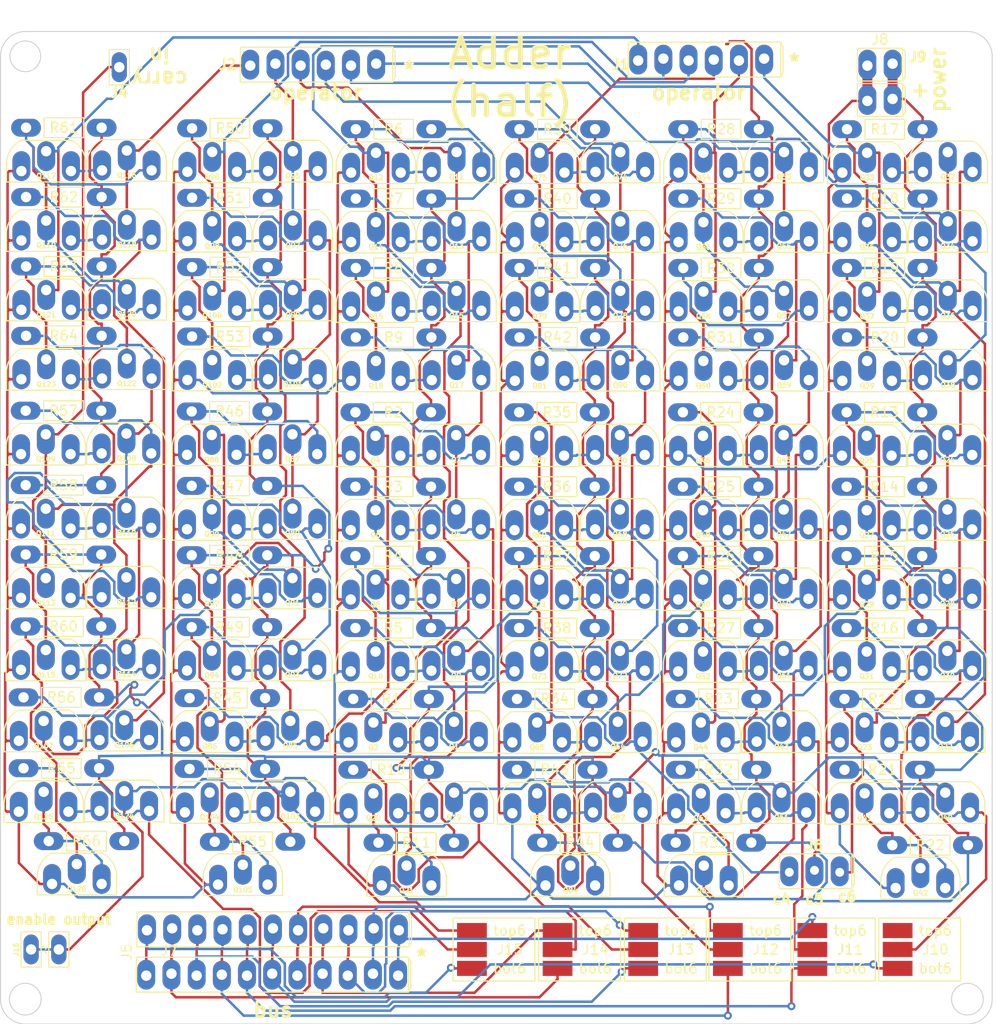
<source format=kicad_pcb>
(kicad_pcb (version 20171130) (host pcbnew 5.1.5+dfsg1-2build2)
  (layers (0 F.Cu signal) (31 B.Cu signal) (34 B.Paste user) (35 F.Paste user) (36 B.SilkS user) (37 F.SilkS user) (38 B.Mask user) (39 F.Mask user) (44 Edge.Cuts user))
  (net 0 "")
  (net 1 GND)
  (net 2 +5V)
  (net 3 /Sheet63D6B888/b)
  (net 4 /sheet63D7C1B8/b)
  (net 5 /sheet63BF0A69/b)
  (net 6 /sheet63BF0A6A/b)
  (net 7 /sheet63BF17B4/b)
  (net 8 /sheet63BF17B5/b)
  (net 9 /Sheet63D6B888/a)
  (net 10 /sheet63D7C1B8/a)
  (net 11 /sheet63BF0A69/a)
  (net 12 /sheet63BF0A6A/a)
  (net 13 /sheet63BF17B4/a)
  (net 14 /sheet63BF17B5/a)
  (net 15 /Sheet63D6B888/enable_write)
  (net 16 /Sheet63D6B888/cin)
  (net 17 /sheet63CA8C9C/na)
  (net 18 /sheet63CA16F0/na)
  (net 19 /sheet63C9D4B2/na)
  (net 20 /sheet63C99497/na)
  (net 21 /Sheet63C79D9A/na)
  (net 22 /sheet63CACA5E/a)
  (net 23 /sheet63CA8C9C/a)
  (net 24 /sheet63CA16F0/a)
  (net 25 /sheet63C9D4B2/a)
  (net 26 /sheet63C99497/a)
  (net 27 /Sheet63C79D9A/a)
  (net 28 /sheet63BF17B5/cout)
  (net 29 /sheet63BF17B5/cin)
  (net 30 /sheet63BF17B4/cin)
  (net 31 /sheet63BF17B5/out)
  (net 32 /sheet63BF17B4/out)
  (net 33 /sheet63BF0A6A/out)
  (net 34 /sheet63BF0A69/out)
  (net 35 /sheet63C99497/out)
  (net 36 /Sheet63C79D9A/out)
  (net 37 /sheet63BF0A69/Sheet63C11DD6/in)
  (net 38 /sheet63BF0A69/Sheet63C11D93/b)
  (net 39 /sheet63BF0A6A/cin)
  (net 40 /sheet63BF0A69/sheet63C11D15/sheet63BD3BA9/a)
  (net 41 /sheet63BF0A69/sheet63C11D15/sheet63BD3BA9/b)
  (net 42 /sheet63BF0A69/sheet63C11D15/sheet63BD65B1/a)
  (net 43 /sheet63BF0A69/cin)
  (net 44 /sheet63BF0A69/sheet63C11D15/sheet63BD65B1/sheet63BD432B/a)
  (net 45 /sheet63BF0A69/sheet63C11D15/sheet63BD65B1/sheet63BD432B/b)
  (net 46 /sheet63BF0A69/sheet63C11D15/Sheet63BD3FAE/sheet63BD432B/a)
  (net 47 /sheet63BF0A69/sheet63C11D15/Sheet63BD3FAE/sheet63BD432B/b)
  (net 48 /sheet63BF17B5/Sheet63C11DD6/in)
  (net 49 /sheet63BF17B5/Sheet63C11D93/b)
  (net 50 /sheet63BF17B5/sheet63C11D15/sheet63BD3BA9/a)
  (net 51 /sheet63BF17B5/sheet63C11D15/sheet63BD3BA9/b)
  (net 52 /sheet63BF17B5/sheet63C11D15/sheet63BD65B1/a)
  (net 53 /sheet63BF17B5/sheet63C11D15/sheet63BD65B1/sheet63BD432B/a)
  (net 54 /sheet63BF17B5/sheet63C11D15/sheet63BD65B1/sheet63BD432B/b)
  (net 55 /sheet63BF17B5/sheet63C11D15/Sheet63BD3FAE/sheet63BD432B/a)
  (net 56 /sheet63BF17B5/sheet63C11D15/Sheet63BD3FAE/sheet63BD432B/b)
  (net 57 /sheet63BF17B4/Sheet63C11DD6/in)
  (net 58 /sheet63BF17B4/Sheet63C11D93/b)
  (net 59 /sheet63BF17B4/sheet63C11D15/sheet63BD3BA9/a)
  (net 60 /sheet63BF17B4/sheet63C11D15/sheet63BD3BA9/b)
  (net 61 /sheet63BF17B4/sheet63C11D15/sheet63BD65B1/a)
  (net 62 /sheet63BF17B4/sheet63C11D15/sheet63BD65B1/sheet63BD432B/a)
  (net 63 /sheet63BF17B4/sheet63C11D15/sheet63BD65B1/sheet63BD432B/b)
  (net 64 /sheet63BF17B4/sheet63C11D15/Sheet63BD3FAE/sheet63BD432B/a)
  (net 65 /sheet63BF17B4/sheet63C11D15/Sheet63BD3FAE/sheet63BD432B/b)
  (net 66 /sheet63BF0A6A/Sheet63C11DD6/in)
  (net 67 /sheet63BF0A6A/Sheet63C11D93/b)
  (net 68 /sheet63BF0A6A/sheet63C11D15/sheet63BD3BA9/a)
  (net 69 /sheet63BF0A6A/sheet63C11D15/sheet63BD3BA9/b)
  (net 70 /sheet63BF0A6A/sheet63C11D15/sheet63BD65B1/a)
  (net 71 /sheet63BF0A6A/sheet63C11D15/sheet63BD65B1/sheet63BD432B/a)
  (net 72 /sheet63BF0A6A/sheet63C11D15/sheet63BD65B1/sheet63BD432B/b)
  (net 73 /sheet63BF0A6A/sheet63C11D15/Sheet63BD3FAE/sheet63BD432B/a)
  (net 74 /sheet63BF0A6A/sheet63C11D15/Sheet63BD3FAE/sheet63BD432B/b)
  (net 75 /sheet63D7C1B8/Sheet63C11DD6/in)
  (net 76 /sheet63D7C1B8/Sheet63C11D93/b)
  (net 77 /sheet63D7C1B8/sheet63C11D15/sheet63BD3BA9/a)
  (net 78 /sheet63D7C1B8/sheet63C11D15/sheet63BD3BA9/b)
  (net 79 /sheet63D7C1B8/sheet63C11D15/sheet63BD65B1/a)
  (net 80 /sheet63D7C1B8/cin)
  (net 81 /sheet63D7C1B8/sheet63C11D15/sheet63BD65B1/sheet63BD432B/a)
  (net 82 /sheet63D7C1B8/sheet63C11D15/sheet63BD65B1/sheet63BD432B/b)
  (net 83 /sheet63D7C1B8/sheet63C11D15/Sheet63BD3FAE/sheet63BD432B/a)
  (net 84 /sheet63D7C1B8/sheet63C11D15/Sheet63BD3FAE/sheet63BD432B/b)
  (net 85 /Sheet63D6B888/Sheet63C11DD6/in)
  (net 86 /Sheet63D6B888/Sheet63C11D93/b)
  (net 87 /Sheet63D6B888/sheet63C11D15/sheet63BD3BA9/a)
  (net 88 /Sheet63D6B888/sheet63C11D15/sheet63BD3BA9/b)
  (net 89 /Sheet63D6B888/sheet63C11D15/sheet63BD65B1/a)
  (net 90 /Sheet63D6B888/sheet63C11D15/sheet63BD65B1/sheet63BD432B/a)
  (net 91 /Sheet63D6B888/sheet63C11D15/sheet63BD65B1/sheet63BD432B/b)
  (net 92 /Sheet63D6B888/sheet63C11D15/Sheet63BD3FAE/sheet63BD432B/a)
  (net 93 /Sheet63D6B888/sheet63C11D15/Sheet63BD3FAE/sheet63BD432B/b)
  (net 94 "Net-(Q1-Pad1)")
  (net 95 "Net-(Q3-Pad1)")
  (net 96 "Net-(Q5-Pad1)")
  (net 97 "Net-(Q7-Pad1)")
  (net 98 "Net-(Q10-Pad3)")
  (net 99 "Net-(Q11-Pad1)")
  (net 100 "Net-(Q13-Pad1)")
  (net 101 "Net-(Q15-Pad1)")
  (net 102 "Net-(Q17-Pad1)")
  (net 103 "Net-(Q19-Pad1)")
  (net 104 "Net-(Q22-Pad1)")
  (net 105 "Net-(Q24-Pad1)")
  (net 106 "Net-(Q26-Pad1)")
  (net 107 "Net-(Q28-Pad1)")
  (net 108 "Net-(Q30-Pad1)")
  (net 109 "Net-(Q32-Pad1)")
  (net 110 "Net-(Q34-Pad1)")
  (net 111 "Net-(Q36-Pad1)")
  (net 112 "Net-(Q38-Pad1)")
  (net 113 "Net-(Q40-Pad1)")
  (net 114 "Net-(Q43-Pad1)")
  (net 115 "Net-(Q45-Pad1)")
  (net 116 "Net-(Q47-Pad1)")
  (net 117 "Net-(Q49-Pad1)")
  (net 118 "Net-(Q51-Pad1)")
  (net 119 "Net-(Q53-Pad1)")
  (net 120 "Net-(Q55-Pad1)")
  (net 121 "Net-(Q57-Pad1)")
  (net 122 "Net-(Q59-Pad1)")
  (net 123 "Net-(Q61-Pad1)")
  (net 124 "Net-(Q64-Pad1)")
  (net 125 "Net-(Q66-Pad1)")
  (net 126 "Net-(Q68-Pad1)")
  (net 127 "Net-(Q70-Pad1)")
  (net 128 "Net-(Q72-Pad1)")
  (net 129 "Net-(Q74-Pad1)")
  (net 130 "Net-(Q76-Pad1)")
  (net 131 "Net-(Q78-Pad1)")
  (net 132 "Net-(Q80-Pad1)")
  (net 133 "Net-(Q82-Pad1)")
  (net 134 "Net-(Q85-Pad1)")
  (net 135 "Net-(Q87-Pad1)")
  (net 136 "Net-(Q89-Pad1)")
  (net 137 "Net-(Q91-Pad1)")
  (net 138 "Net-(Q93-Pad1)")
  (net 139 "Net-(Q95-Pad1)")
  (net 140 "Net-(Q97-Pad1)")
  (net 141 "Net-(Q100-Pad3)")
  (net 142 "Net-(Q101-Pad1)")
  (net 143 "Net-(Q103-Pad1)")
  (net 144 "Net-(Q106-Pad1)")
  (net 145 "Net-(Q108-Pad1)")
  (net 146 "Net-(Q110-Pad1)")
  (net 147 "Net-(Q112-Pad1)")
  (net 148 "Net-(Q114-Pad1)")
  (net 149 "Net-(Q116-Pad1)")
  (net 150 "Net-(Q118-Pad1)")
  (net 151 "Net-(Q120-Pad1)")
  (net 152 "Net-(Q122-Pad1)")
  (net 153 "Net-(Q124-Pad1)")
  (module processor2:1pin (layer F.Cu) (at 53.086 142.494 90)
    (fp_text reference J16 (at 0 -1.524 90) (layer F.SilkS) (effects (font (size 0.5 0.5) (thickness 0.125))))
    (fp_text value Conn_01x01_Male)
    (pad 1 thru_hole oval (at 0 0 90) (size 3 1.524) (drill 1.05) (layers *.Cu *.Mask) (net 15 /Sheet63D6B888/enable_write))
  )
  (module processor2:3hardware_selector (layer F.Cu) (at 97.536 142.494)
    (fp_text reference J15 (at 3.81 0) (layer F.SilkS))
    (fp_text value Conn_01x03_Male)
    (fp_text user top6 (at 3.81 -1.905) (layer F.SilkS))
    (fp_text user bot6 (at 3.81 1.905) (layer F.SilkS))
    (pad 1 smd rect (at 0 1.905) (size 3 1.524) (layers F.Cu F.Paste F.Mask) (net 27 /Sheet63C79D9A/a))
    (pad 2 smd rect (at 0 0) (size 3 1.524) (layers F.Cu F.Paste F.Mask) (net 36 /Sheet63C79D9A/out))
    (pad 3 smd rect (at 0 -1.905) (size 3 1.524) (layers F.Cu F.Paste F.Mask) (net 21 /Sheet63C79D9A/na))
  )
  (module processor2:3hardware_selector (layer F.Cu) (at 106.172 142.494)
    (fp_text reference J14 (at 3.81 0 180) (layer F.SilkS))
    (fp_text value Conn_01x03_Male)
    (fp_text user top6 (at 3.81 -1.905 180) (layer F.SilkS))
    (fp_text user bot6 (at 3.81 1.905 180) (layer F.SilkS))
    (pad 1 smd rect (at 0 1.905) (size 3 1.524) (layers F.Cu F.Paste F.Mask) (net 26 /sheet63C99497/a))
    (pad 2 smd rect (at 0 0) (size 3 1.524) (layers F.Cu F.Paste F.Mask) (net 35 /sheet63C99497/out))
    (pad 3 smd rect (at 0 -1.905) (size 3 1.524) (layers F.Cu F.Paste F.Mask) (net 20 /sheet63C99497/na))
  )
  (module processor2:3hardware_selector (layer F.Cu) (at 114.808 142.494)
    (fp_text reference J13 (at 3.81 0 180) (layer F.SilkS))
    (fp_text value Conn_01x03_Male)
    (fp_text user top6 (at 3.81 -1.905 180) (layer F.SilkS))
    (fp_text user bot6 (at 3.81 1.905 180) (layer F.SilkS))
    (pad 1 smd rect (at 0 1.905) (size 3 1.524) (layers F.Cu F.Paste F.Mask) (net 25 /sheet63C9D4B2/a))
    (pad 2 smd rect (at 0 0) (size 3 1.524) (layers F.Cu F.Paste F.Mask) (net 34 /sheet63BF0A69/out))
    (pad 3 smd rect (at 0 -1.905) (size 3 1.524) (layers F.Cu F.Paste F.Mask) (net 19 /sheet63C9D4B2/na))
  )
  (module processor2:3hardware_selector (layer F.Cu) (at 123.344 142.494)
    (fp_text reference J12 (at 3.81 0 180) (layer F.SilkS))
    (fp_text value Conn_01x03_Male)
    (fp_text user top6 (at 3.81 -1.905 180) (layer F.SilkS))
    (fp_text user bot6 (at 3.81 1.905 180) (layer F.SilkS))
    (pad 1 smd rect (at 0 1.905) (size 3 1.524) (layers F.Cu F.Paste F.Mask) (net 24 /sheet63CA16F0/a))
    (pad 2 smd rect (at 0 0) (size 3 1.524) (layers F.Cu F.Paste F.Mask) (net 33 /sheet63BF0A6A/out))
    (pad 3 smd rect (at 0 -1.905) (size 3 1.524) (layers F.Cu F.Paste F.Mask) (net 18 /sheet63CA16F0/na))
  )
  (module processor2:3hardware_selector (layer F.Cu) (at 131.862 142.494)
    (fp_text reference J11 (at 3.81 0 180) (layer F.SilkS))
    (fp_text value Conn_01x03_Male)
    (fp_text user top6 (at 3.81 -1.905 180) (layer F.SilkS))
    (fp_text user bot6 (at 3.81 1.905 180) (layer F.SilkS))
    (pad 1 smd rect (at 0 1.905) (size 3 1.524) (layers F.Cu F.Paste F.Mask) (net 23 /sheet63CA8C9C/a))
    (pad 2 smd rect (at 0 0) (size 3 1.524) (layers F.Cu F.Paste F.Mask) (net 32 /sheet63BF17B4/out))
    (pad 3 smd rect (at 0 -1.905) (size 3 1.524) (layers F.Cu F.Paste F.Mask) (net 17 /sheet63CA8C9C/na))
  )
  (module processor2:3hardware_selector (layer F.Cu) (at 140.462 142.494)
    (fp_text reference J10 (at 3.81 0 180) (layer F.SilkS))
    (fp_text value Conn_01x03_Male)
    (fp_text user top6 (at 3.81 -1.905 180) (layer F.SilkS))
    (fp_text user bot6 (at 3.81 1.905 180) (layer F.SilkS))
    (pad 1 smd rect (at 0 1.905) (size 3 1.524) (layers F.Cu F.Paste F.Mask) (net 22 /sheet63CACA5E/a))
    (pad 2 smd rect (at 0 0) (size 3 1.524) (layers F.Cu F.Paste F.Mask) (net 31 /sheet63BF17B5/out))
    (pad 3 smd rect (at 0 -1.905) (size 3 1.524) (layers F.Cu F.Paste F.Mask))
  )
  (module processor2:2pin_tight (layer F.Cu) (at 139.954 56.896)
    (fp_text reference J9 (at 2.54 -4.318 180) (layer F.SilkS) (effects (font (thickness 0.25))))
    (fp_text value Conn_01x02_Male)
    (pad 1 thru_hole oval (at 0 -0.1) (size 1.8 3) (drill 1.05 (offset 0 0.1)) (layers *.Cu *.Mask) (net 2 +5V))
    (pad 2 thru_hole oval (at -2.54 0.1) (size 1.8 3) (drill 1.05 (offset 0 -0.1)) (layers *.Cu *.Mask) (net 1 GND))
  )
  (module processor2:2pin_tight (layer F.Cu) (at 139.954 53.34)
    (fp_text reference J8 (at -1.27 -2.54 180) (layer F.SilkS))
    (fp_text value Conn_01x02_Male)
    (pad 1 thru_hole oval (at 0 -0.1) (size 1.8 3) (drill 1.05 (offset 0 0.1)) (layers *.Cu *.Mask) (net 2 +5V))
    (pad 2 thru_hole oval (at -2.54 0.1) (size 1.8 3) (drill 1.05 (offset 0 -0.1)) (layers *.Cu *.Mask) (net 1 GND))
  )
  (module processor2:11pin_tight (layer F.Cu) (at 64.698 145.034)
    (fp_text reference J7 (at 2.3114 -2.413 180) (layer F.SilkS))
    (fp_text value Conn_01x11_Male)
    (pad 1 thru_hole oval (at 0 0.1) (size 1.8 3) (drill 1.05 (offset 0 -0.1)) (layers *.Cu *.Mask) (net 27 /Sheet63C79D9A/a))
    (pad 2 thru_hole oval (at 2.54 -0.1) (size 1.8 3) (drill 1.05 (offset 0 0.1)) (layers *.Cu *.Mask) (net 26 /sheet63C99497/a))
    (pad 3 thru_hole oval (at 5.08 0.1) (size 1.8 3) (drill 1.05 (offset 0 -0.1)) (layers *.Cu *.Mask) (net 25 /sheet63C9D4B2/a))
    (pad 4 thru_hole oval (at 7.62 0) (size 1.8 3) (drill 1.05 (offset 0 0.1)) (layers *.Cu *.Mask) (net 24 /sheet63CA16F0/a))
    (pad 5 thru_hole oval (at 10.16 0.1) (size 1.8 3) (drill 1.05 (offset 0 -0.1)) (layers *.Cu *.Mask) (net 23 /sheet63CA8C9C/a))
    (pad 6 thru_hole oval (at 12.7 -0.1) (size 1.8 3) (drill 1.05 (offset 0 0.1)) (layers *.Cu *.Mask) (net 22 /sheet63CACA5E/a))
    (pad 7 thru_hole oval (at 15.24 0.1) (size 1.8 3) (drill 1.05 (offset 0 -0.1)) (layers *.Cu *.Mask) (net 21 /Sheet63C79D9A/na))
    (pad 8 thru_hole oval (at 17.78 -0.1) (size 1.8 3) (drill 1.05 (offset 0 0.1)) (layers *.Cu *.Mask) (net 20 /sheet63C99497/na))
    (pad 9 thru_hole oval (at 20.32 0.1) (size 1.8 3) (drill 1.05 (offset 0 -0.1)) (layers *.Cu *.Mask) (net 19 /sheet63C9D4B2/na))
    (pad 10 thru_hole oval (at 22.86 -0.1) (size 1.8 3) (drill 1.05 (offset 0 0.1)) (layers *.Cu *.Mask) (net 18 /sheet63CA16F0/na))
    (pad 11 thru_hole oval (at 25.4 0.1) (size 1.8 3) (drill 1.05 (offset 0 -0.1)) (layers *.Cu *.Mask) (net 17 /sheet63CA8C9C/na))
  )
  (module processor2:3pin_tight (layer F.Cu) (at 129.54 134.62)
    (fp_text reference J6 (at 2.54 -2.6035 180) (layer F.SilkS) (effects (font (thickness 0.25))))
    (fp_text value Conn_01x03_Male)
    (pad 1 thru_hole oval (at 0 0.1) (size 1.8 3) (drill 0.9 (offset 0 -0.1)) (layers *.Cu *.Mask) (net 30 /sheet63BF17B4/cin))
    (pad 2 thru_hole oval (at 2.54 -0.1) (size 1.8 3) (drill 0.9 (offset 0 0.1)) (layers *.Cu *.Mask) (net 29 /sheet63BF17B5/cin))
    (pad 3 thru_hole oval (at 5.08 0.1) (size 1.8 3) (drill 0.9 (offset 0 -0.1)) (layers *.Cu *.Mask) (net 28 /sheet63BF17B5/cout))
  )
  (module processor2:11pin_tight (layer F.Cu) (at 64.77 140.462)
    (fp_text reference J5 (at -2.032 2.286 270) (layer F.SilkS))
    (fp_text value Conn_01x11_Male)
    (pad 1 thru_hole oval (at 0 0.1) (size 1.8 3) (drill 1.05 (offset 0 -0.1)) (layers *.Cu *.Mask) (net 27 /Sheet63C79D9A/a))
    (pad 2 thru_hole oval (at 2.54 -0.1) (size 1.8 3) (drill 1.05 (offset 0 0.1)) (layers *.Cu *.Mask) (net 26 /sheet63C99497/a))
    (pad 3 thru_hole oval (at 5.08 0.1) (size 1.8 3) (drill 1.05 (offset 0 -0.1)) (layers *.Cu *.Mask) (net 25 /sheet63C9D4B2/a))
    (pad 4 thru_hole oval (at 7.62 0) (size 1.8 3) (drill 1.05 (offset 0 0.1)) (layers *.Cu *.Mask) (net 24 /sheet63CA16F0/a))
    (pad 5 thru_hole oval (at 10.16 0.1) (size 1.8 3) (drill 1.05 (offset 0 -0.1)) (layers *.Cu *.Mask) (net 23 /sheet63CA8C9C/a))
    (pad 6 thru_hole oval (at 12.7 -0.1) (size 1.8 3) (drill 1.05 (offset 0 0.1)) (layers *.Cu *.Mask) (net 22 /sheet63CACA5E/a))
    (pad 7 thru_hole oval (at 15.24 0.1) (size 1.8 3) (drill 1.05 (offset 0 -0.1)) (layers *.Cu *.Mask) (net 21 /Sheet63C79D9A/na))
    (pad 8 thru_hole oval (at 17.78 -0.1) (size 1.8 3) (drill 1.05 (offset 0 0.1)) (layers *.Cu *.Mask) (net 20 /sheet63C99497/na))
    (pad 9 thru_hole oval (at 20.32 0.1) (size 1.8 3) (drill 1.05 (offset 0 -0.1)) (layers *.Cu *.Mask) (net 19 /sheet63C9D4B2/na))
    (pad 10 thru_hole oval (at 22.86 -0.1) (size 1.8 3) (drill 1.05 (offset 0 0.1)) (layers *.Cu *.Mask) (net 18 /sheet63CA16F0/na))
    (pad 11 thru_hole oval (at 25.4 0.1) (size 1.8 3) (drill 1.05 (offset 0 -0.1)) (layers *.Cu *.Mask) (net 17 /sheet63CA8C9C/na))
  )
  (module processor2:1pin (layer F.Cu) (at 61.976 53.594 270)
    (fp_text reference J4 (at 2.54 0) (layer F.SilkS) (effects (font (thickness 0.25))))
    (fp_text value Conn_01x01_Male)
    (pad 1 thru_hole oval (at 0 0 270) (size 3 1.524) (drill 1.05) (layers *.Cu *.Mask) (net 16 /Sheet63D6B888/cin))
  )
  (module processor2:1pin (layer F.Cu) (at 55.88 142.494 90)
    (fp_text reference J3 (at 0 -1.524 270) (layer F.SilkS) (effects (font (size 0.5 0.5) (thickness 0.125))))
    (fp_text value Conn_01x01_Male)
    (pad 1 thru_hole oval (at 0 0 90) (size 3 1.524) (drill 1.05) (layers *.Cu *.Mask) (net 15 /Sheet63D6B888/enable_write))
  )
  (module processor2:6pin_tight (layer F.Cu) (at 75.184 53.34)
    (fp_text reference J2 (at -2.286 0 180) (layer F.SilkS) (effects (font (thickness 0.25))))
    (fp_text value Conn_01x06_Male)
    (pad 1 thru_hole oval (at 0 0.1) (size 1.8 3) (drill 1.05 (offset 0 -0.1)) (layers *.Cu *.Mask) (net 9 /Sheet63D6B888/a))
    (pad 2 thru_hole oval (at 2.54 -0.1) (size 1.8 3) (drill 1.05 (offset 0 0.1)) (layers *.Cu *.Mask) (net 10 /sheet63D7C1B8/a))
    (pad 3 thru_hole oval (at 5.08 0.1) (size 1.8 3) (drill 1.05 (offset 0 -0.1)) (layers *.Cu *.Mask) (net 11 /sheet63BF0A69/a))
    (pad 4 thru_hole oval (at 7.62 0) (size 1.8 3) (drill 1.05 (offset 0 0.1)) (layers *.Cu *.Mask) (net 12 /sheet63BF0A6A/a))
    (pad 5 thru_hole oval (at 10.16 0.1) (size 1.8 3) (drill 1.05 (offset 0 -0.1)) (layers *.Cu *.Mask) (net 13 /sheet63BF17B4/a))
    (pad 6 thru_hole oval (at 12.7 -0.1) (size 1.8 3) (drill 1.05 (offset 0 0.1)) (layers *.Cu *.Mask) (net 14 /sheet63BF17B5/a))
  )
  (module processor2:6pin_tight (layer F.Cu) (at 114.3 52.832)
    (fp_text reference J1 (at -1.778 0.508 180) (layer F.SilkS) (effects (font (thickness 0.25))))
    (fp_text value Conn_01x06_Male)
    (pad 6 thru_hole oval (at 12.7 -0.1) (size 1.8 3) (drill 1.05 (offset 0 0.1)) (layers *.Cu *.Mask) (net 8 /sheet63BF17B5/b))
    (pad 5 thru_hole oval (at 10.16 0.1) (size 1.8 3) (drill 1.05 (offset 0 -0.1)) (layers *.Cu *.Mask) (net 7 /sheet63BF17B4/b))
    (pad 4 thru_hole oval (at 7.62 0) (size 1.8 3) (drill 1.05 (offset 0 0.1)) (layers *.Cu *.Mask) (net 6 /sheet63BF0A6A/b))
    (pad 3 thru_hole oval (at 5.08 0.1) (size 1.8 3) (drill 1.05 (offset 0 -0.1)) (layers *.Cu *.Mask) (net 5 /sheet63BF0A69/b))
    (pad 2 thru_hole oval (at 2.54 -0.1) (size 1.8 3) (drill 1.05 (offset 0 0.1)) (layers *.Cu *.Mask) (net 4 /sheet63D7C1B8/b))
    (pad 1 thru_hole oval (at 0 0.1) (size 1.8 3) (drill 1.05 (offset 0 -0.1)) (layers *.Cu *.Mask) (net 3 /Sheet63D6B888/b))
  )
  (module processor2:2n7000_tight (layer F.Cu) (at 95.734 120.552)
    (fp_text reference Q1 (at 0 1.5) (layer F.SilkS) (effects (font (size 0.5 0.5) (thickness 0.125))))
    (fp_text value 2N7000)
    (pad 3 thru_hole oval (at 2.5 1) (size 1.8 3) (drill 1.05 (offset 0 -0.5)) (layers *.Cu *.Mask) (net 39 /sheet63BF0A6A/cin))
    (pad 2 thru_hole oval (at 0 -1) (size 1.8 3) (drill 1.05 (offset 0 0.5)) (layers *.Cu *.Mask) (net 40 /sheet63BF0A69/sheet63C11D15/sheet63BD3BA9/a))
    (pad 1 thru_hole oval (at -2.5 1) (size 1.8 3) (drill 1.05 (offset 0 -0.5)) (layers *.Cu *.Mask) (net 94 "Net-(Q1-Pad1)"))
  )
  (module processor2:2n7000_tight (layer F.Cu) (at 87.602 120.624)
    (fp_text reference Q2 (at 0 1.5) (layer F.SilkS) (effects (font (size 0.5 0.5) (thickness 0.125))))
    (fp_text value 2N7000)
    (pad 1 thru_hole oval (at -2.5 1) (size 1.8 3) (drill 1.05 (offset 0 -0.5)) (layers *.Cu *.Mask) (net 1 GND))
    (pad 2 thru_hole oval (at 0 -1) (size 1.8 3) (drill 1.05 (offset 0 0.5)) (layers *.Cu *.Mask) (net 41 /sheet63BF0A69/sheet63C11D15/sheet63BD3BA9/b))
    (pad 3 thru_hole oval (at 2.5 1) (size 1.8 3) (drill 1.05 (offset 0 -0.5)) (layers *.Cu *.Mask) (net 94 "Net-(Q1-Pad1)"))
  )
  (module processor2:2n7000_tight (layer F.Cu) (at 95.95 91.668)
    (fp_text reference Q3 (at 0 1.5) (layer F.SilkS) (effects (font (size 0.5 0.5) (thickness 0.125))))
    (fp_text value 2N7000)
    (pad 3 thru_hole oval (at 2.5 1) (size 1.8 3) (drill 1.05 (offset 0 -0.5)) (layers *.Cu *.Mask) (net 41 /sheet63BF0A69/sheet63C11D15/sheet63BD3BA9/b))
    (pad 2 thru_hole oval (at 0 -1) (size 1.8 3) (drill 1.05 (offset 0 0.5)) (layers *.Cu *.Mask) (net 42 /sheet63BF0A69/sheet63C11D15/sheet63BD65B1/a))
    (pad 1 thru_hole oval (at -2.5 1) (size 1.8 3) (drill 1.05 (offset 0 -0.5)) (layers *.Cu *.Mask) (net 95 "Net-(Q3-Pad1)"))
  )
  (module processor2:2n7000_tight (layer F.Cu) (at 87.818 91.7395)
    (fp_text reference Q4 (at 0 1.5) (layer F.SilkS) (effects (font (size 0.5 0.5) (thickness 0.125))))
    (fp_text value 2N7000)
    (pad 1 thru_hole oval (at -2.5 1) (size 1.8 3) (drill 1.05 (offset 0 -0.5)) (layers *.Cu *.Mask) (net 1 GND))
    (pad 2 thru_hole oval (at 0 -1) (size 1.8 3) (drill 1.05 (offset 0 0.5)) (layers *.Cu *.Mask) (net 43 /sheet63BF0A69/cin))
    (pad 3 thru_hole oval (at 2.5 1) (size 1.8 3) (drill 1.05 (offset 0 -0.5)) (layers *.Cu *.Mask) (net 95 "Net-(Q3-Pad1)"))
  )
  (module processor2:2n7000_tight (layer F.Cu) (at 95.95 99.168)
    (fp_text reference Q5 (at 0 1.5) (layer F.SilkS) (effects (font (size 0.5 0.5) (thickness 0.125))))
    (fp_text value 2N7000)
    (pad 3 thru_hole oval (at 2.5 1) (size 1.8 3) (drill 1.05 (offset 0 -0.5)) (layers *.Cu *.Mask) (net 44 /sheet63BF0A69/sheet63C11D15/sheet63BD65B1/sheet63BD432B/a))
    (pad 2 thru_hole oval (at 0 -1) (size 1.8 3) (drill 1.05 (offset 0 0.5)) (layers *.Cu *.Mask) (net 42 /sheet63BF0A69/sheet63C11D15/sheet63BD65B1/a))
    (pad 1 thru_hole oval (at -2.5 1) (size 1.8 3) (drill 1.05 (offset 0 -0.5)) (layers *.Cu *.Mask) (net 96 "Net-(Q5-Pad1)"))
  )
  (module processor2:2n7000_tight (layer F.Cu) (at 87.818 99.2395)
    (fp_text reference Q6 (at 0 1.5) (layer F.SilkS) (effects (font (size 0.5 0.5) (thickness 0.125))))
    (fp_text value 2N7000)
    (pad 1 thru_hole oval (at -2.5 1) (size 1.8 3) (drill 1.05 (offset 0 -0.5)) (layers *.Cu *.Mask) (net 1 GND))
    (pad 2 thru_hole oval (at 0 -1) (size 1.8 3) (drill 1.05 (offset 0 0.5)) (layers *.Cu *.Mask) (net 41 /sheet63BF0A69/sheet63C11D15/sheet63BD3BA9/b))
    (pad 3 thru_hole oval (at 2.5 1) (size 1.8 3) (drill 1.05 (offset 0 -0.5)) (layers *.Cu *.Mask) (net 96 "Net-(Q5-Pad1)"))
  )
  (module processor2:2n7000_tight (layer F.Cu) (at 95.95 106.16)
    (fp_text reference Q7 (at 0 1.5) (layer F.SilkS) (effects (font (size 0.5 0.5) (thickness 0.125))))
    (fp_text value 2N7000)
    (pad 3 thru_hole oval (at 2.5 1) (size 1.8 3) (drill 1.05 (offset 0 -0.5)) (layers *.Cu *.Mask) (net 45 /sheet63BF0A69/sheet63C11D15/sheet63BD65B1/sheet63BD432B/b))
    (pad 2 thru_hole oval (at 0 -1) (size 1.8 3) (drill 1.05 (offset 0 0.5)) (layers *.Cu *.Mask) (net 41 /sheet63BF0A69/sheet63C11D15/sheet63BD3BA9/b))
    (pad 1 thru_hole oval (at -2.5 1) (size 1.8 3) (drill 1.05 (offset 0 -0.5)) (layers *.Cu *.Mask) (net 97 "Net-(Q7-Pad1)"))
  )
  (module processor2:2n7000_tight (layer F.Cu) (at 87.818 106.232)
    (fp_text reference Q8 (at 0 1.5) (layer F.SilkS) (effects (font (size 0.5 0.5) (thickness 0.125))))
    (fp_text value 2N7000)
    (pad 1 thru_hole oval (at -2.5 1) (size 1.8 3) (drill 1.05 (offset 0 -0.5)) (layers *.Cu *.Mask) (net 1 GND))
    (pad 2 thru_hole oval (at 0 -1) (size 1.8 3) (drill 1.05 (offset 0 0.5)) (layers *.Cu *.Mask) (net 43 /sheet63BF0A69/cin))
    (pad 3 thru_hole oval (at 2.5 1) (size 1.8 3) (drill 1.05 (offset 0 -0.5)) (layers *.Cu *.Mask) (net 97 "Net-(Q7-Pad1)"))
  )
  (module processor2:2n7000_tight (layer F.Cu) (at 95.95 113.406)
    (fp_text reference Q9 (at 0 1.5) (layer F.SilkS) (effects (font (size 0.5 0.5) (thickness 0.125))))
    (fp_text value 2N7000)
    (pad 3 thru_hole oval (at 2.5 1) (size 1.8 3) (drill 1.05 (offset 0 -0.5)) (layers *.Cu *.Mask) (net 37 /sheet63BF0A69/Sheet63C11DD6/in))
    (pad 2 thru_hole oval (at 0 -1) (size 1.8 3) (drill 1.05 (offset 0 0.5)) (layers *.Cu *.Mask) (net 44 /sheet63BF0A69/sheet63C11D15/sheet63BD65B1/sheet63BD432B/a))
    (pad 1 thru_hole oval (at -2.5 1) (size 1.8 3) (drill 1.05 (offset 0 -0.5)) (layers *.Cu *.Mask) (net 98 "Net-(Q10-Pad3)"))
  )
  (module processor2:2n7000_tight (layer F.Cu) (at 87.818 113.478)
    (fp_text reference Q10 (at 0 1.5) (layer F.SilkS) (effects (font (size 0.5 0.5) (thickness 0.125))))
    (fp_text value 2N7000)
    (pad 3 thru_hole oval (at 2.5 1) (size 1.8 3) (drill 1.05 (offset 0 -0.5)) (layers *.Cu *.Mask) (net 98 "Net-(Q10-Pad3)"))
    (pad 2 thru_hole oval (at 0 -1) (size 1.8 3) (drill 1.05 (offset 0 0.5)) (layers *.Cu *.Mask) (net 45 /sheet63BF0A69/sheet63C11D15/sheet63BD65B1/sheet63BD432B/b))
    (pad 1 thru_hole oval (at -2.5 1) (size 1.8 3) (drill 1.05 (offset 0 -0.5)) (layers *.Cu *.Mask) (net 1 GND))
  )
  (module processor2:2n7000_tight (layer F.Cu) (at 95.988 63.148)
    (fp_text reference Q11 (at 0 1.5) (layer F.SilkS) (effects (font (size 0.5 0.5) (thickness 0.125))))
    (fp_text value 2N7000)
    (pad 1 thru_hole oval (at -2.5 1) (size 1.8 3) (drill 1.05 (offset 0 -0.5)) (layers *.Cu *.Mask) (net 99 "Net-(Q11-Pad1)"))
    (pad 2 thru_hole oval (at 0 -1) (size 1.8 3) (drill 1.05 (offset 0 0.5)) (layers *.Cu *.Mask) (net 11 /sheet63BF0A69/a))
    (pad 3 thru_hole oval (at 2.5 1) (size 1.8 3) (drill 1.05 (offset 0 -0.5)) (layers *.Cu *.Mask) (net 40 /sheet63BF0A69/sheet63C11D15/sheet63BD3BA9/a))
  )
  (module processor2:2n7000_tight (layer F.Cu) (at 87.856 63.2195)
    (fp_text reference Q12 (at 0 1.5) (layer F.SilkS) (effects (font (size 0.5 0.5) (thickness 0.125))))
    (fp_text value 2N7000)
    (pad 3 thru_hole oval (at 2.5 1) (size 1.8 3) (drill 1.05 (offset 0 -0.5)) (layers *.Cu *.Mask) (net 99 "Net-(Q11-Pad1)"))
    (pad 2 thru_hole oval (at 0 -1) (size 1.8 3) (drill 1.05 (offset 0 0.5)) (layers *.Cu *.Mask) (net 5 /sheet63BF0A69/b))
    (pad 1 thru_hole oval (at -2.5 1) (size 1.8 3) (drill 1.05 (offset 0 -0.5)) (layers *.Cu *.Mask) (net 1 GND))
  )
  (module processor2:2n7000_tight (layer F.Cu) (at 95.988 70.14)
    (fp_text reference Q13 (at 0 1.5) (layer F.SilkS) (effects (font (size 0.5 0.5) (thickness 0.125))))
    (fp_text value 2N7000)
    (pad 1 thru_hole oval (at -2.5 1) (size 1.8 3) (drill 1.05 (offset 0 -0.5)) (layers *.Cu *.Mask) (net 100 "Net-(Q13-Pad1)"))
    (pad 2 thru_hole oval (at 0 -1) (size 1.8 3) (drill 1.05 (offset 0 0.5)) (layers *.Cu *.Mask) (net 11 /sheet63BF0A69/a))
    (pad 3 thru_hole oval (at 2.5 1) (size 1.8 3) (drill 1.05 (offset 0 -0.5)) (layers *.Cu *.Mask) (net 46 /sheet63BF0A69/sheet63C11D15/Sheet63BD3FAE/sheet63BD432B/a))
  )
  (module processor2:2n7000_tight (layer F.Cu) (at 87.856 70.2115)
    (fp_text reference Q14 (at 0 1.5) (layer F.SilkS) (effects (font (size 0.5 0.5) (thickness 0.125))))
    (fp_text value 2N7000)
    (pad 3 thru_hole oval (at 2.5 1) (size 1.8 3) (drill 1.05 (offset 0 -0.5)) (layers *.Cu *.Mask) (net 100 "Net-(Q13-Pad1)"))
    (pad 2 thru_hole oval (at 0 -1) (size 1.8 3) (drill 1.05 (offset 0 0.5)) (layers *.Cu *.Mask) (net 40 /sheet63BF0A69/sheet63C11D15/sheet63BD3BA9/a))
    (pad 1 thru_hole oval (at -2.5 1) (size 1.8 3) (drill 1.05 (offset 0 -0.5)) (layers *.Cu *.Mask) (net 1 GND))
  )
  (module processor2:2n7000_tight (layer F.Cu) (at 95.988 77.132)
    (fp_text reference Q15 (at 0 1.5) (layer F.SilkS) (effects (font (size 0.5 0.5) (thickness 0.125))))
    (fp_text value 2N7000)
    (pad 3 thru_hole oval (at 2.5 1) (size 1.8 3) (drill 1.05 (offset 0 -0.5)) (layers *.Cu *.Mask) (net 47 /sheet63BF0A69/sheet63C11D15/Sheet63BD3FAE/sheet63BD432B/b))
    (pad 2 thru_hole oval (at 0 -1) (size 1.8 3) (drill 1.05 (offset 0 0.5)) (layers *.Cu *.Mask) (net 40 /sheet63BF0A69/sheet63C11D15/sheet63BD3BA9/a))
    (pad 1 thru_hole oval (at -2.5 1) (size 1.8 3) (drill 1.05 (offset 0 -0.5)) (layers *.Cu *.Mask) (net 101 "Net-(Q15-Pad1)"))
  )
  (module processor2:2n7000_tight (layer F.Cu) (at 87.856 77.2035)
    (fp_text reference Q16 (at 0 1.5) (layer F.SilkS) (effects (font (size 0.5 0.5) (thickness 0.125))))
    (fp_text value 2N7000)
    (pad 3 thru_hole oval (at 2.5 1) (size 1.8 3) (drill 1.05 (offset 0 -0.5)) (layers *.Cu *.Mask) (net 101 "Net-(Q15-Pad1)"))
    (pad 2 thru_hole oval (at 0 -1) (size 1.8 3) (drill 1.05 (offset 0 0.5)) (layers *.Cu *.Mask) (net 5 /sheet63BF0A69/b))
    (pad 1 thru_hole oval (at -2.5 1) (size 1.8 3) (drill 1.05 (offset 0 -0.5)) (layers *.Cu *.Mask) (net 1 GND))
  )
  (module processor2:2n7000_tight (layer F.Cu) (at 95.988 84.124)
    (fp_text reference Q17 (at 0 1.5) (layer F.SilkS) (effects (font (size 0.5 0.5) (thickness 0.125))))
    (fp_text value 2N7000)
    (pad 1 thru_hole oval (at -2.5 1) (size 1.8 3) (drill 1.05 (offset 0 -0.5)) (layers *.Cu *.Mask) (net 102 "Net-(Q17-Pad1)"))
    (pad 2 thru_hole oval (at 0 -1) (size 1.8 3) (drill 1.05 (offset 0 0.5)) (layers *.Cu *.Mask) (net 46 /sheet63BF0A69/sheet63C11D15/Sheet63BD3FAE/sheet63BD432B/a))
    (pad 3 thru_hole oval (at 2.5 1) (size 1.8 3) (drill 1.05 (offset 0 -0.5)) (layers *.Cu *.Mask) (net 42 /sheet63BF0A69/sheet63C11D15/sheet63BD65B1/a))
  )
  (module processor2:2n7000_tight (layer F.Cu) (at 87.856 84.1955)
    (fp_text reference Q18 (at 0 1.5) (layer F.SilkS) (effects (font (size 0.5 0.5) (thickness 0.125))))
    (fp_text value 2N7000)
    (pad 3 thru_hole oval (at 2.5 1) (size 1.8 3) (drill 1.05 (offset 0 -0.5)) (layers *.Cu *.Mask) (net 102 "Net-(Q17-Pad1)"))
    (pad 2 thru_hole oval (at 0 -1) (size 1.8 3) (drill 1.05 (offset 0 0.5)) (layers *.Cu *.Mask) (net 47 /sheet63BF0A69/sheet63C11D15/Sheet63BD3FAE/sheet63BD432B/b))
    (pad 1 thru_hole oval (at -2.5 1) (size 1.8 3) (drill 1.05 (offset 0 -0.5)) (layers *.Cu *.Mask) (net 1 GND))
  )
  (module processor2:2n7000_tight (layer F.Cu) (at 95.734 127.692)
    (fp_text reference Q19 (at 0 1.5) (layer F.SilkS) (effects (font (size 0.5 0.5) (thickness 0.125))))
    (fp_text value 2N7000)
    (pad 1 thru_hole oval (at -2.5 1) (size 1.8 3) (drill 1.05 (offset 0 -0.5)) (layers *.Cu *.Mask) (net 103 "Net-(Q19-Pad1)"))
    (pad 2 thru_hole oval (at 0 -1) (size 1.8 3) (drill 1.05 (offset 0 0.5)) (layers *.Cu *.Mask) (net 15 /Sheet63D6B888/enable_write))
    (pad 3 thru_hole oval (at 2.5 1) (size 1.8 3) (drill 1.05 (offset 0 -0.5)) (layers *.Cu *.Mask) (net 34 /sheet63BF0A69/out))
  )
  (module processor2:2n7000_tight (layer F.Cu) (at 87.602 127.764)
    (fp_text reference Q20 (at 0 1.5) (layer F.SilkS) (effects (font (size 0.5 0.5) (thickness 0.125))))
    (fp_text value 2N7000)
    (pad 3 thru_hole oval (at 2.5 1) (size 1.8 3) (drill 1.05 (offset 0 -0.5)) (layers *.Cu *.Mask) (net 103 "Net-(Q19-Pad1)"))
    (pad 2 thru_hole oval (at 0 -1) (size 1.8 3) (drill 1.05 (offset 0 0.5)) (layers *.Cu *.Mask) (net 38 /sheet63BF0A69/Sheet63C11D93/b))
    (pad 1 thru_hole oval (at -2.5 1) (size 1.8 3) (drill 1.05 (offset 0 -0.5)) (layers *.Cu *.Mask) (net 1 GND))
  )
  (module processor2:2n7000_tight (layer F.Cu) (at 145.264 120.552)
    (fp_text reference Q22 (at 0 1.5) (layer F.SilkS) (effects (font (size 0.5 0.5) (thickness 0.125))))
    (fp_text value 2N7000)
    (pad 3 thru_hole oval (at 2.5 1) (size 1.8 3) (drill 1.05 (offset 0 -0.5)) (layers *.Cu *.Mask) (net 28 /sheet63BF17B5/cout))
    (pad 2 thru_hole oval (at 0 -1) (size 1.8 3) (drill 1.05 (offset 0 0.5)) (layers *.Cu *.Mask) (net 50 /sheet63BF17B5/sheet63C11D15/sheet63BD3BA9/a))
    (pad 1 thru_hole oval (at -2.5 1) (size 1.8 3) (drill 1.05 (offset 0 -0.5)) (layers *.Cu *.Mask) (net 104 "Net-(Q22-Pad1)"))
  )
  (module processor2:2n7000_tight (layer F.Cu) (at 137.132 120.624)
    (fp_text reference Q23 (at 0 1.5) (layer F.SilkS) (effects (font (size 0.5 0.5) (thickness 0.125))))
    (fp_text value 2N7000)
    (pad 3 thru_hole oval (at 2.5 1) (size 1.8 3) (drill 1.05 (offset 0 -0.5)) (layers *.Cu *.Mask) (net 104 "Net-(Q22-Pad1)"))
    (pad 2 thru_hole oval (at 0 -1) (size 1.8 3) (drill 1.05 (offset 0 0.5)) (layers *.Cu *.Mask) (net 51 /sheet63BF17B5/sheet63C11D15/sheet63BD3BA9/b))
    (pad 1 thru_hole oval (at -2.5 1) (size 1.8 3) (drill 1.05 (offset 0 -0.5)) (layers *.Cu *.Mask) (net 1 GND))
  )
  (module processor2:2n7000_tight (layer F.Cu) (at 145.48 91.668)
    (fp_text reference Q24 (at 0 1.5) (layer F.SilkS) (effects (font (size 0.5 0.5) (thickness 0.125))))
    (fp_text value 2N7000)
    (pad 3 thru_hole oval (at 2.5 1) (size 1.8 3) (drill 1.05 (offset 0 -0.5)) (layers *.Cu *.Mask) (net 51 /sheet63BF17B5/sheet63C11D15/sheet63BD3BA9/b))
    (pad 2 thru_hole oval (at 0 -1) (size 1.8 3) (drill 1.05 (offset 0 0.5)) (layers *.Cu *.Mask) (net 52 /sheet63BF17B5/sheet63C11D15/sheet63BD65B1/a))
    (pad 1 thru_hole oval (at -2.5 1) (size 1.8 3) (drill 1.05 (offset 0 -0.5)) (layers *.Cu *.Mask) (net 105 "Net-(Q24-Pad1)"))
  )
  (module processor2:2n7000_tight (layer F.Cu) (at 137.348 91.7395)
    (fp_text reference Q25 (at 0 1.5) (layer F.SilkS) (effects (font (size 0.5 0.5) (thickness 0.125))))
    (fp_text value 2N7000)
    (pad 3 thru_hole oval (at 2.5 1) (size 1.8 3) (drill 1.05 (offset 0 -0.5)) (layers *.Cu *.Mask) (net 105 "Net-(Q24-Pad1)"))
    (pad 2 thru_hole oval (at 0 -1) (size 1.8 3) (drill 1.05 (offset 0 0.5)) (layers *.Cu *.Mask) (net 29 /sheet63BF17B5/cin))
    (pad 1 thru_hole oval (at -2.5 1) (size 1.8 3) (drill 1.05 (offset 0 -0.5)) (layers *.Cu *.Mask) (net 1 GND))
  )
  (module processor2:2n7000_tight (layer F.Cu) (at 145.48 99.168)
    (fp_text reference Q26 (at 0 1.5) (layer F.SilkS) (effects (font (size 0.5 0.5) (thickness 0.125))))
    (fp_text value 2N7000)
    (pad 1 thru_hole oval (at -2.5 1) (size 1.8 3) (drill 1.05 (offset 0 -0.5)) (layers *.Cu *.Mask) (net 106 "Net-(Q26-Pad1)"))
    (pad 2 thru_hole oval (at 0 -1) (size 1.8 3) (drill 1.05 (offset 0 0.5)) (layers *.Cu *.Mask) (net 52 /sheet63BF17B5/sheet63C11D15/sheet63BD65B1/a))
    (pad 3 thru_hole oval (at 2.5 1) (size 1.8 3) (drill 1.05 (offset 0 -0.5)) (layers *.Cu *.Mask) (net 53 /sheet63BF17B5/sheet63C11D15/sheet63BD65B1/sheet63BD432B/a))
  )
  (module processor2:2n7000_tight (layer F.Cu) (at 137.348 99.2395)
    (fp_text reference Q27 (at 0 1.5) (layer F.SilkS) (effects (font (size 0.5 0.5) (thickness 0.125))))
    (fp_text value 2N7000)
    (pad 1 thru_hole oval (at -2.5 1) (size 1.8 3) (drill 1.05 (offset 0 -0.5)) (layers *.Cu *.Mask) (net 1 GND))
    (pad 2 thru_hole oval (at 0 -1) (size 1.8 3) (drill 1.05 (offset 0 0.5)) (layers *.Cu *.Mask) (net 51 /sheet63BF17B5/sheet63C11D15/sheet63BD3BA9/b))
    (pad 3 thru_hole oval (at 2.5 1) (size 1.8 3) (drill 1.05 (offset 0 -0.5)) (layers *.Cu *.Mask) (net 106 "Net-(Q26-Pad1)"))
  )
  (module processor2:2n7000_tight (layer F.Cu) (at 145.48 106.16)
    (fp_text reference Q28 (at 0 1.5) (layer F.SilkS) (effects (font (size 0.5 0.5) (thickness 0.125))))
    (fp_text value 2N7000)
    (pad 3 thru_hole oval (at 2.5 1) (size 1.8 3) (drill 1.05 (offset 0 -0.5)) (layers *.Cu *.Mask) (net 54 /sheet63BF17B5/sheet63C11D15/sheet63BD65B1/sheet63BD432B/b))
    (pad 2 thru_hole oval (at 0 -1) (size 1.8 3) (drill 1.05 (offset 0 0.5)) (layers *.Cu *.Mask) (net 51 /sheet63BF17B5/sheet63C11D15/sheet63BD3BA9/b))
    (pad 1 thru_hole oval (at -2.5 1) (size 1.8 3) (drill 1.05 (offset 0 -0.5)) (layers *.Cu *.Mask) (net 107 "Net-(Q28-Pad1)"))
  )
  (module processor2:2n7000_tight (layer F.Cu) (at 137.348 106.232)
    (fp_text reference Q29 (at 0 1.5) (layer F.SilkS) (effects (font (size 0.5 0.5) (thickness 0.125))))
    (fp_text value 2N7000)
    (pad 1 thru_hole oval (at -2.5 1) (size 1.8 3) (drill 1.05 (offset 0 -0.5)) (layers *.Cu *.Mask) (net 1 GND))
    (pad 2 thru_hole oval (at 0 -1) (size 1.8 3) (drill 1.05 (offset 0 0.5)) (layers *.Cu *.Mask) (net 29 /sheet63BF17B5/cin))
    (pad 3 thru_hole oval (at 2.5 1) (size 1.8 3) (drill 1.05 (offset 0 -0.5)) (layers *.Cu *.Mask) (net 107 "Net-(Q28-Pad1)"))
  )
  (module processor2:2n7000_tight (layer F.Cu) (at 145.48 113.406)
    (fp_text reference Q30 (at 0 1.5) (layer F.SilkS) (effects (font (size 0.5 0.5) (thickness 0.125))))
    (fp_text value 2N7000)
    (pad 1 thru_hole oval (at -2.5 1) (size 1.8 3) (drill 1.05 (offset 0 -0.5)) (layers *.Cu *.Mask) (net 108 "Net-(Q30-Pad1)"))
    (pad 2 thru_hole oval (at 0 -1) (size 1.8 3) (drill 1.05 (offset 0 0.5)) (layers *.Cu *.Mask) (net 53 /sheet63BF17B5/sheet63C11D15/sheet63BD65B1/sheet63BD432B/a))
    (pad 3 thru_hole oval (at 2.5 1) (size 1.8 3) (drill 1.05 (offset 0 -0.5)) (layers *.Cu *.Mask) (net 48 /sheet63BF17B5/Sheet63C11DD6/in))
  )
  (module processor2:2n7000_tight (layer F.Cu) (at 137.348 113.478)
    (fp_text reference Q31 (at 0 1.5) (layer F.SilkS) (effects (font (size 0.5 0.5) (thickness 0.125))))
    (fp_text value 2N7000)
    (pad 1 thru_hole oval (at -2.5 1) (size 1.8 3) (drill 1.05 (offset 0 -0.5)) (layers *.Cu *.Mask) (net 1 GND))
    (pad 2 thru_hole oval (at 0 -1) (size 1.8 3) (drill 1.05 (offset 0 0.5)) (layers *.Cu *.Mask) (net 54 /sheet63BF17B5/sheet63C11D15/sheet63BD65B1/sheet63BD432B/b))
    (pad 3 thru_hole oval (at 2.5 1) (size 1.8 3) (drill 1.05 (offset 0 -0.5)) (layers *.Cu *.Mask) (net 108 "Net-(Q30-Pad1)"))
  )
  (module processor2:2n7000_tight (layer F.Cu) (at 145.518 63.148)
    (fp_text reference Q32 (at 0 1.5) (layer F.SilkS) (effects (font (size 0.5 0.5) (thickness 0.125))))
    (fp_text value 2N7000)
    (pad 3 thru_hole oval (at 2.5 1) (size 1.8 3) (drill 1.05 (offset 0 -0.5)) (layers *.Cu *.Mask) (net 50 /sheet63BF17B5/sheet63C11D15/sheet63BD3BA9/a))
    (pad 2 thru_hole oval (at 0 -1) (size 1.8 3) (drill 1.05 (offset 0 0.5)) (layers *.Cu *.Mask) (net 14 /sheet63BF17B5/a))
    (pad 1 thru_hole oval (at -2.5 1) (size 1.8 3) (drill 1.05 (offset 0 -0.5)) (layers *.Cu *.Mask) (net 109 "Net-(Q32-Pad1)"))
  )
  (module processor2:2n7000_tight (layer F.Cu) (at 137.386 63.2195)
    (fp_text reference Q33 (at 0 1.5) (layer F.SilkS) (effects (font (size 0.5 0.5) (thickness 0.125))))
    (fp_text value 2N7000)
    (pad 3 thru_hole oval (at 2.5 1) (size 1.8 3) (drill 1.05 (offset 0 -0.5)) (layers *.Cu *.Mask) (net 109 "Net-(Q32-Pad1)"))
    (pad 2 thru_hole oval (at 0 -1) (size 1.8 3) (drill 1.05 (offset 0 0.5)) (layers *.Cu *.Mask) (net 8 /sheet63BF17B5/b))
    (pad 1 thru_hole oval (at -2.5 1) (size 1.8 3) (drill 1.05 (offset 0 -0.5)) (layers *.Cu *.Mask) (net 1 GND))
  )
  (module processor2:2n7000_tight (layer F.Cu) (at 145.518 70.14)
    (fp_text reference Q34 (at 0 1.5) (layer F.SilkS) (effects (font (size 0.5 0.5) (thickness 0.125))))
    (fp_text value 2N7000)
    (pad 3 thru_hole oval (at 2.5 1) (size 1.8 3) (drill 1.05 (offset 0 -0.5)) (layers *.Cu *.Mask) (net 55 /sheet63BF17B5/sheet63C11D15/Sheet63BD3FAE/sheet63BD432B/a))
    (pad 2 thru_hole oval (at 0 -1) (size 1.8 3) (drill 1.05 (offset 0 0.5)) (layers *.Cu *.Mask) (net 14 /sheet63BF17B5/a))
    (pad 1 thru_hole oval (at -2.5 1) (size 1.8 3) (drill 1.05 (offset 0 -0.5)) (layers *.Cu *.Mask) (net 110 "Net-(Q34-Pad1)"))
  )
  (module processor2:2n7000_tight (layer F.Cu) (at 137.386 70.2115)
    (fp_text reference Q35 (at 0 1.5) (layer F.SilkS) (effects (font (size 0.5 0.5) (thickness 0.125))))
    (fp_text value 2N7000)
    (pad 1 thru_hole oval (at -2.5 1) (size 1.8 3) (drill 1.05 (offset 0 -0.5)) (layers *.Cu *.Mask) (net 1 GND))
    (pad 2 thru_hole oval (at 0 -1) (size 1.8 3) (drill 1.05 (offset 0 0.5)) (layers *.Cu *.Mask) (net 50 /sheet63BF17B5/sheet63C11D15/sheet63BD3BA9/a))
    (pad 3 thru_hole oval (at 2.5 1) (size 1.8 3) (drill 1.05 (offset 0 -0.5)) (layers *.Cu *.Mask) (net 110 "Net-(Q34-Pad1)"))
  )
  (module processor2:2n7000_tight (layer F.Cu) (at 145.518 77.132)
    (fp_text reference Q36 (at 0 1.5) (layer F.SilkS) (effects (font (size 0.5 0.5) (thickness 0.125))))
    (fp_text value 2N7000)
    (pad 1 thru_hole oval (at -2.5 1) (size 1.8 3) (drill 1.05 (offset 0 -0.5)) (layers *.Cu *.Mask) (net 111 "Net-(Q36-Pad1)"))
    (pad 2 thru_hole oval (at 0 -1) (size 1.8 3) (drill 1.05 (offset 0 0.5)) (layers *.Cu *.Mask) (net 50 /sheet63BF17B5/sheet63C11D15/sheet63BD3BA9/a))
    (pad 3 thru_hole oval (at 2.5 1) (size 1.8 3) (drill 1.05 (offset 0 -0.5)) (layers *.Cu *.Mask) (net 56 /sheet63BF17B5/sheet63C11D15/Sheet63BD3FAE/sheet63BD432B/b))
  )
  (module processor2:2n7000_tight (layer F.Cu) (at 137.386 77.2035)
    (fp_text reference Q37 (at 0 1.5) (layer F.SilkS) (effects (font (size 0.5 0.5) (thickness 0.125))))
    (fp_text value 2N7000)
    (pad 3 thru_hole oval (at 2.5 1) (size 1.8 3) (drill 1.05 (offset 0 -0.5)) (layers *.Cu *.Mask) (net 111 "Net-(Q36-Pad1)"))
    (pad 2 thru_hole oval (at 0 -1) (size 1.8 3) (drill 1.05 (offset 0 0.5)) (layers *.Cu *.Mask) (net 8 /sheet63BF17B5/b))
    (pad 1 thru_hole oval (at -2.5 1) (size 1.8 3) (drill 1.05 (offset 0 -0.5)) (layers *.Cu *.Mask) (net 1 GND))
  )
  (module processor2:2n7000_tight (layer F.Cu) (at 145.518 84.124)
    (fp_text reference Q38 (at 0 1.5) (layer F.SilkS) (effects (font (size 0.5 0.5) (thickness 0.125))))
    (fp_text value 2N7000)
    (pad 3 thru_hole oval (at 2.5 1) (size 1.8 3) (drill 1.05 (offset 0 -0.5)) (layers *.Cu *.Mask) (net 52 /sheet63BF17B5/sheet63C11D15/sheet63BD65B1/a))
    (pad 2 thru_hole oval (at 0 -1) (size 1.8 3) (drill 1.05 (offset 0 0.5)) (layers *.Cu *.Mask) (net 55 /sheet63BF17B5/sheet63C11D15/Sheet63BD3FAE/sheet63BD432B/a))
    (pad 1 thru_hole oval (at -2.5 1) (size 1.8 3) (drill 1.05 (offset 0 -0.5)) (layers *.Cu *.Mask) (net 112 "Net-(Q38-Pad1)"))
  )
  (module processor2:2n7000_tight (layer F.Cu) (at 137.386 84.1955)
    (fp_text reference Q39 (at 0 1.5) (layer F.SilkS) (effects (font (size 0.5 0.5) (thickness 0.125))))
    (fp_text value 2N7000)
    (pad 1 thru_hole oval (at -2.5 1) (size 1.8 3) (drill 1.05 (offset 0 -0.5)) (layers *.Cu *.Mask) (net 1 GND))
    (pad 2 thru_hole oval (at 0 -1) (size 1.8 3) (drill 1.05 (offset 0 0.5)) (layers *.Cu *.Mask) (net 56 /sheet63BF17B5/sheet63C11D15/Sheet63BD3FAE/sheet63BD432B/b))
    (pad 3 thru_hole oval (at 2.5 1) (size 1.8 3) (drill 1.05 (offset 0 -0.5)) (layers *.Cu *.Mask) (net 112 "Net-(Q38-Pad1)"))
  )
  (module processor2:2n7000_tight (layer F.Cu) (at 145.264 127.692)
    (fp_text reference Q40 (at 0 1.5) (layer F.SilkS) (effects (font (size 0.5 0.5) (thickness 0.125))))
    (fp_text value 2N7000)
    (pad 1 thru_hole oval (at -2.5 1) (size 1.8 3) (drill 1.05 (offset 0 -0.5)) (layers *.Cu *.Mask) (net 113 "Net-(Q40-Pad1)"))
    (pad 2 thru_hole oval (at 0 -1) (size 1.8 3) (drill 1.05 (offset 0 0.5)) (layers *.Cu *.Mask) (net 15 /Sheet63D6B888/enable_write))
    (pad 3 thru_hole oval (at 2.5 1) (size 1.8 3) (drill 1.05 (offset 0 -0.5)) (layers *.Cu *.Mask) (net 31 /sheet63BF17B5/out))
  )
  (module processor2:2n7000_tight (layer F.Cu) (at 137.132 127.764)
    (fp_text reference Q41 (at 0 1.5) (layer F.SilkS) (effects (font (size 0.5 0.5) (thickness 0.125))))
    (fp_text value 2N7000)
    (pad 3 thru_hole oval (at 2.5 1) (size 1.8 3) (drill 1.05 (offset 0 -0.5)) (layers *.Cu *.Mask) (net 113 "Net-(Q40-Pad1)"))
    (pad 2 thru_hole oval (at 0 -1) (size 1.8 3) (drill 1.05 (offset 0 0.5)) (layers *.Cu *.Mask) (net 49 /sheet63BF17B5/Sheet63C11D93/b))
    (pad 1 thru_hole oval (at -2.5 1) (size 1.8 3) (drill 1.05 (offset 0 -0.5)) (layers *.Cu *.Mask) (net 1 GND))
  )
  (module processor2:2n7000_tight (layer F.Cu) (at 128.754 120.552)
    (fp_text reference Q43 (at 0 1.5) (layer F.SilkS) (effects (font (size 0.5 0.5) (thickness 0.125))))
    (fp_text value 2N7000)
    (pad 1 thru_hole oval (at -2.5 1) (size 1.8 3) (drill 1.05 (offset 0 -0.5)) (layers *.Cu *.Mask) (net 114 "Net-(Q43-Pad1)"))
    (pad 2 thru_hole oval (at 0 -1) (size 1.8 3) (drill 1.05 (offset 0 0.5)) (layers *.Cu *.Mask) (net 59 /sheet63BF17B4/sheet63C11D15/sheet63BD3BA9/a))
    (pad 3 thru_hole oval (at 2.5 1) (size 1.8 3) (drill 1.05 (offset 0 -0.5)) (layers *.Cu *.Mask) (net 29 /sheet63BF17B5/cin))
  )
  (module processor2:2n7000_tight (layer F.Cu) (at 120.622 120.624)
    (fp_text reference Q44 (at 0 1.5) (layer F.SilkS) (effects (font (size 0.5 0.5) (thickness 0.125))))
    (fp_text value 2N7000)
    (pad 3 thru_hole oval (at 2.5 1) (size 1.8 3) (drill 1.05 (offset 0 -0.5)) (layers *.Cu *.Mask) (net 114 "Net-(Q43-Pad1)"))
    (pad 2 thru_hole oval (at 0 -1) (size 1.8 3) (drill 1.05 (offset 0 0.5)) (layers *.Cu *.Mask) (net 60 /sheet63BF17B4/sheet63C11D15/sheet63BD3BA9/b))
    (pad 1 thru_hole oval (at -2.5 1) (size 1.8 3) (drill 1.05 (offset 0 -0.5)) (layers *.Cu *.Mask) (net 1 GND))
  )
  (module processor2:2n7000_tight (layer F.Cu) (at 128.97 91.668)
    (fp_text reference Q45 (at 0 1.5) (layer F.SilkS) (effects (font (size 0.5 0.5) (thickness 0.125))))
    (fp_text value 2N7000)
    (pad 1 thru_hole oval (at -2.5 1) (size 1.8 3) (drill 1.05 (offset 0 -0.5)) (layers *.Cu *.Mask) (net 115 "Net-(Q45-Pad1)"))
    (pad 2 thru_hole oval (at 0 -1) (size 1.8 3) (drill 1.05 (offset 0 0.5)) (layers *.Cu *.Mask) (net 61 /sheet63BF17B4/sheet63C11D15/sheet63BD65B1/a))
    (pad 3 thru_hole oval (at 2.5 1) (size 1.8 3) (drill 1.05 (offset 0 -0.5)) (layers *.Cu *.Mask) (net 60 /sheet63BF17B4/sheet63C11D15/sheet63BD3BA9/b))
  )
  (module processor2:2n7000_tight (layer F.Cu) (at 120.838 91.7395)
    (fp_text reference Q46 (at 0 1.5) (layer F.SilkS) (effects (font (size 0.5 0.5) (thickness 0.125))))
    (fp_text value 2N7000)
    (pad 3 thru_hole oval (at 2.5 1) (size 1.8 3) (drill 1.05 (offset 0 -0.5)) (layers *.Cu *.Mask) (net 115 "Net-(Q45-Pad1)"))
    (pad 2 thru_hole oval (at 0 -1) (size 1.8 3) (drill 1.05 (offset 0 0.5)) (layers *.Cu *.Mask) (net 30 /sheet63BF17B4/cin))
    (pad 1 thru_hole oval (at -2.5 1) (size 1.8 3) (drill 1.05 (offset 0 -0.5)) (layers *.Cu *.Mask) (net 1 GND))
  )
  (module processor2:2n7000_tight (layer F.Cu) (at 128.97 99.168)
    (fp_text reference Q47 (at 0 1.5) (layer F.SilkS) (effects (font (size 0.5 0.5) (thickness 0.125))))
    (fp_text value 2N7000)
    (pad 3 thru_hole oval (at 2.5 1) (size 1.8 3) (drill 1.05 (offset 0 -0.5)) (layers *.Cu *.Mask) (net 62 /sheet63BF17B4/sheet63C11D15/sheet63BD65B1/sheet63BD432B/a))
    (pad 2 thru_hole oval (at 0 -1) (size 1.8 3) (drill 1.05 (offset 0 0.5)) (layers *.Cu *.Mask) (net 61 /sheet63BF17B4/sheet63C11D15/sheet63BD65B1/a))
    (pad 1 thru_hole oval (at -2.5 1) (size 1.8 3) (drill 1.05 (offset 0 -0.5)) (layers *.Cu *.Mask) (net 116 "Net-(Q47-Pad1)"))
  )
  (module processor2:2n7000_tight (layer F.Cu) (at 120.838 99.2395)
    (fp_text reference Q48 (at 0 1.5) (layer F.SilkS) (effects (font (size 0.5 0.5) (thickness 0.125))))
    (fp_text value 2N7000)
    (pad 1 thru_hole oval (at -2.5 1) (size 1.8 3) (drill 1.05 (offset 0 -0.5)) (layers *.Cu *.Mask) (net 1 GND))
    (pad 2 thru_hole oval (at 0 -1) (size 1.8 3) (drill 1.05 (offset 0 0.5)) (layers *.Cu *.Mask) (net 60 /sheet63BF17B4/sheet63C11D15/sheet63BD3BA9/b))
    (pad 3 thru_hole oval (at 2.5 1) (size 1.8 3) (drill 1.05 (offset 0 -0.5)) (layers *.Cu *.Mask) (net 116 "Net-(Q47-Pad1)"))
  )
  (module processor2:2n7000_tight (layer F.Cu) (at 128.97 106.16)
    (fp_text reference Q49 (at 0 1.5) (layer F.SilkS) (effects (font (size 0.5 0.5) (thickness 0.125))))
    (fp_text value 2N7000)
    (pad 1 thru_hole oval (at -2.5 1) (size 1.8 3) (drill 1.05 (offset 0 -0.5)) (layers *.Cu *.Mask) (net 117 "Net-(Q49-Pad1)"))
    (pad 2 thru_hole oval (at 0 -1) (size 1.8 3) (drill 1.05 (offset 0 0.5)) (layers *.Cu *.Mask) (net 60 /sheet63BF17B4/sheet63C11D15/sheet63BD3BA9/b))
    (pad 3 thru_hole oval (at 2.5 1) (size 1.8 3) (drill 1.05 (offset 0 -0.5)) (layers *.Cu *.Mask) (net 63 /sheet63BF17B4/sheet63C11D15/sheet63BD65B1/sheet63BD432B/b))
  )
  (module processor2:2n7000_tight (layer F.Cu) (at 120.838 106.232)
    (fp_text reference Q50 (at 0 1.5) (layer F.SilkS) (effects (font (size 0.5 0.5) (thickness 0.125))))
    (fp_text value 2N7000)
    (pad 3 thru_hole oval (at 2.5 1) (size 1.8 3) (drill 1.05 (offset 0 -0.5)) (layers *.Cu *.Mask) (net 117 "Net-(Q49-Pad1)"))
    (pad 2 thru_hole oval (at 0 -1) (size 1.8 3) (drill 1.05 (offset 0 0.5)) (layers *.Cu *.Mask) (net 30 /sheet63BF17B4/cin))
    (pad 1 thru_hole oval (at -2.5 1) (size 1.8 3) (drill 1.05 (offset 0 -0.5)) (layers *.Cu *.Mask) (net 1 GND))
  )
  (module processor2:2n7000_tight (layer F.Cu) (at 128.97 113.406)
    (fp_text reference Q51 (at 0 1.5) (layer F.SilkS) (effects (font (size 0.5 0.5) (thickness 0.125))))
    (fp_text value 2N7000)
    (pad 3 thru_hole oval (at 2.5 1) (size 1.8 3) (drill 1.05 (offset 0 -0.5)) (layers *.Cu *.Mask) (net 57 /sheet63BF17B4/Sheet63C11DD6/in))
    (pad 2 thru_hole oval (at 0 -1) (size 1.8 3) (drill 1.05 (offset 0 0.5)) (layers *.Cu *.Mask) (net 62 /sheet63BF17B4/sheet63C11D15/sheet63BD65B1/sheet63BD432B/a))
    (pad 1 thru_hole oval (at -2.5 1) (size 1.8 3) (drill 1.05 (offset 0 -0.5)) (layers *.Cu *.Mask) (net 118 "Net-(Q51-Pad1)"))
  )
  (module processor2:2n7000_tight (layer F.Cu) (at 120.838 113.478)
    (fp_text reference Q52 (at 0 1.5) (layer F.SilkS) (effects (font (size 0.5 0.5) (thickness 0.125))))
    (fp_text value 2N7000)
    (pad 1 thru_hole oval (at -2.5 1) (size 1.8 3) (drill 1.05 (offset 0 -0.5)) (layers *.Cu *.Mask) (net 1 GND))
    (pad 2 thru_hole oval (at 0 -1) (size 1.8 3) (drill 1.05 (offset 0 0.5)) (layers *.Cu *.Mask) (net 63 /sheet63BF17B4/sheet63C11D15/sheet63BD65B1/sheet63BD432B/b))
    (pad 3 thru_hole oval (at 2.5 1) (size 1.8 3) (drill 1.05 (offset 0 -0.5)) (layers *.Cu *.Mask) (net 118 "Net-(Q51-Pad1)"))
  )
  (module processor2:2n7000_tight (layer F.Cu) (at 129.008 63.148)
    (fp_text reference Q53 (at 0 1.5) (layer F.SilkS) (effects (font (size 0.5 0.5) (thickness 0.125))))
    (fp_text value 2N7000)
    (pad 1 thru_hole oval (at -2.5 1) (size 1.8 3) (drill 1.05 (offset 0 -0.5)) (layers *.Cu *.Mask) (net 119 "Net-(Q53-Pad1)"))
    (pad 2 thru_hole oval (at 0 -1) (size 1.8 3) (drill 1.05 (offset 0 0.5)) (layers *.Cu *.Mask) (net 13 /sheet63BF17B4/a))
    (pad 3 thru_hole oval (at 2.5 1) (size 1.8 3) (drill 1.05 (offset 0 -0.5)) (layers *.Cu *.Mask) (net 59 /sheet63BF17B4/sheet63C11D15/sheet63BD3BA9/a))
  )
  (module processor2:2n7000_tight (layer F.Cu) (at 120.876 63.2195)
    (fp_text reference Q54 (at 0 1.5) (layer F.SilkS) (effects (font (size 0.5 0.5) (thickness 0.125))))
    (fp_text value 2N7000)
    (pad 3 thru_hole oval (at 2.5 1) (size 1.8 3) (drill 1.05 (offset 0 -0.5)) (layers *.Cu *.Mask) (net 119 "Net-(Q53-Pad1)"))
    (pad 2 thru_hole oval (at 0 -1) (size 1.8 3) (drill 1.05 (offset 0 0.5)) (layers *.Cu *.Mask) (net 7 /sheet63BF17B4/b))
    (pad 1 thru_hole oval (at -2.5 1) (size 1.8 3) (drill 1.05 (offset 0 -0.5)) (layers *.Cu *.Mask) (net 1 GND))
  )
  (module processor2:2n7000_tight (layer F.Cu) (at 129.008 70.14)
    (fp_text reference Q55 (at 0 1.5) (layer F.SilkS) (effects (font (size 0.5 0.5) (thickness 0.125))))
    (fp_text value 2N7000)
    (pad 3 thru_hole oval (at 2.5 1) (size 1.8 3) (drill 1.05 (offset 0 -0.5)) (layers *.Cu *.Mask) (net 64 /sheet63BF17B4/sheet63C11D15/Sheet63BD3FAE/sheet63BD432B/a))
    (pad 2 thru_hole oval (at 0 -1) (size 1.8 3) (drill 1.05 (offset 0 0.5)) (layers *.Cu *.Mask) (net 13 /sheet63BF17B4/a))
    (pad 1 thru_hole oval (at -2.5 1) (size 1.8 3) (drill 1.05 (offset 0 -0.5)) (layers *.Cu *.Mask) (net 120 "Net-(Q55-Pad1)"))
  )
  (module processor2:2n7000_tight (layer F.Cu) (at 120.876 70.2115)
    (fp_text reference Q56 (at 0 1.5) (layer F.SilkS) (effects (font (size 0.5 0.5) (thickness 0.125))))
    (fp_text value 2N7000)
    (pad 1 thru_hole oval (at -2.5 1) (size 1.8 3) (drill 1.05 (offset 0 -0.5)) (layers *.Cu *.Mask) (net 1 GND))
    (pad 2 thru_hole oval (at 0 -1) (size 1.8 3) (drill 1.05 (offset 0 0.5)) (layers *.Cu *.Mask) (net 59 /sheet63BF17B4/sheet63C11D15/sheet63BD3BA9/a))
    (pad 3 thru_hole oval (at 2.5 1) (size 1.8 3) (drill 1.05 (offset 0 -0.5)) (layers *.Cu *.Mask) (net 120 "Net-(Q55-Pad1)"))
  )
  (module processor2:2n7000_tight (layer F.Cu) (at 129.008 77.132)
    (fp_text reference Q57 (at 0 1.5) (layer F.SilkS) (effects (font (size 0.5 0.5) (thickness 0.125))))
    (fp_text value 2N7000)
    (pad 3 thru_hole oval (at 2.5 1) (size 1.8 3) (drill 1.05 (offset 0 -0.5)) (layers *.Cu *.Mask) (net 65 /sheet63BF17B4/sheet63C11D15/Sheet63BD3FAE/sheet63BD432B/b))
    (pad 2 thru_hole oval (at 0 -1) (size 1.8 3) (drill 1.05 (offset 0 0.5)) (layers *.Cu *.Mask) (net 59 /sheet63BF17B4/sheet63C11D15/sheet63BD3BA9/a))
    (pad 1 thru_hole oval (at -2.5 1) (size 1.8 3) (drill 1.05 (offset 0 -0.5)) (layers *.Cu *.Mask) (net 121 "Net-(Q57-Pad1)"))
  )
  (module processor2:2n7000_tight (layer F.Cu) (at 120.876 77.2035)
    (fp_text reference Q58 (at 0 1.5) (layer F.SilkS) (effects (font (size 0.5 0.5) (thickness 0.125))))
    (fp_text value 2N7000)
    (pad 1 thru_hole oval (at -2.5 1) (size 1.8 3) (drill 1.05 (offset 0 -0.5)) (layers *.Cu *.Mask) (net 1 GND))
    (pad 2 thru_hole oval (at 0 -1) (size 1.8 3) (drill 1.05 (offset 0 0.5)) (layers *.Cu *.Mask) (net 7 /sheet63BF17B4/b))
    (pad 3 thru_hole oval (at 2.5 1) (size 1.8 3) (drill 1.05 (offset 0 -0.5)) (layers *.Cu *.Mask) (net 121 "Net-(Q57-Pad1)"))
  )
  (module processor2:2n7000_tight (layer F.Cu) (at 129.008 84.124)
    (fp_text reference Q59 (at 0 1.5) (layer F.SilkS) (effects (font (size 0.5 0.5) (thickness 0.125))))
    (fp_text value 2N7000)
    (pad 1 thru_hole oval (at -2.5 1) (size 1.8 3) (drill 1.05 (offset 0 -0.5)) (layers *.Cu *.Mask) (net 122 "Net-(Q59-Pad1)"))
    (pad 2 thru_hole oval (at 0 -1) (size 1.8 3) (drill 1.05 (offset 0 0.5)) (layers *.Cu *.Mask) (net 64 /sheet63BF17B4/sheet63C11D15/Sheet63BD3FAE/sheet63BD432B/a))
    (pad 3 thru_hole oval (at 2.5 1) (size 1.8 3) (drill 1.05 (offset 0 -0.5)) (layers *.Cu *.Mask) (net 61 /sheet63BF17B4/sheet63C11D15/sheet63BD65B1/a))
  )
  (module processor2:2n7000_tight (layer F.Cu) (at 120.876 84.1955)
    (fp_text reference Q60 (at 0 1.5) (layer F.SilkS) (effects (font (size 0.5 0.5) (thickness 0.125))))
    (fp_text value 2N7000)
    (pad 3 thru_hole oval (at 2.5 1) (size 1.8 3) (drill 1.05 (offset 0 -0.5)) (layers *.Cu *.Mask) (net 122 "Net-(Q59-Pad1)"))
    (pad 2 thru_hole oval (at 0 -1) (size 1.8 3) (drill 1.05 (offset 0 0.5)) (layers *.Cu *.Mask) (net 65 /sheet63BF17B4/sheet63C11D15/Sheet63BD3FAE/sheet63BD432B/b))
    (pad 1 thru_hole oval (at -2.5 1) (size 1.8 3) (drill 1.05 (offset 0 -0.5)) (layers *.Cu *.Mask) (net 1 GND))
  )
  (module processor2:2n7000_tight (layer F.Cu) (at 128.754 127.692)
    (fp_text reference Q61 (at 0 1.5) (layer F.SilkS) (effects (font (size 0.5 0.5) (thickness 0.125))))
    (fp_text value 2N7000)
    (pad 3 thru_hole oval (at 2.5 1) (size 1.8 3) (drill 1.05 (offset 0 -0.5)) (layers *.Cu *.Mask) (net 32 /sheet63BF17B4/out))
    (pad 2 thru_hole oval (at 0 -1) (size 1.8 3) (drill 1.05 (offset 0 0.5)) (layers *.Cu *.Mask) (net 15 /Sheet63D6B888/enable_write))
    (pad 1 thru_hole oval (at -2.5 1) (size 1.8 3) (drill 1.05 (offset 0 -0.5)) (layers *.Cu *.Mask) (net 123 "Net-(Q61-Pad1)"))
  )
  (module processor2:2n7000_tight (layer F.Cu) (at 120.622 127.764)
    (fp_text reference Q62 (at 0 1.5) (layer F.SilkS) (effects (font (size 0.5 0.5) (thickness 0.125))))
    (fp_text value 2N7000)
    (pad 1 thru_hole oval (at -2.5 1) (size 1.8 3) (drill 1.05 (offset 0 -0.5)) (layers *.Cu *.Mask) (net 1 GND))
    (pad 2 thru_hole oval (at 0 -1) (size 1.8 3) (drill 1.05 (offset 0 0.5)) (layers *.Cu *.Mask) (net 58 /sheet63BF17B4/Sheet63C11D93/b))
    (pad 3 thru_hole oval (at 2.5 1) (size 1.8 3) (drill 1.05 (offset 0 -0.5)) (layers *.Cu *.Mask) (net 123 "Net-(Q61-Pad1)"))
  )
  (module processor2:2n7000_tight (layer F.Cu) (at 112.244 120.552)
    (fp_text reference Q64 (at 0 1.5) (layer F.SilkS) (effects (font (size 0.5 0.5) (thickness 0.125))))
    (fp_text value 2N7000)
    (pad 3 thru_hole oval (at 2.5 1) (size 1.8 3) (drill 1.05 (offset 0 -0.5)) (layers *.Cu *.Mask) (net 30 /sheet63BF17B4/cin))
    (pad 2 thru_hole oval (at 0 -1) (size 1.8 3) (drill 1.05 (offset 0 0.5)) (layers *.Cu *.Mask) (net 68 /sheet63BF0A6A/sheet63C11D15/sheet63BD3BA9/a))
    (pad 1 thru_hole oval (at -2.5 1) (size 1.8 3) (drill 1.05 (offset 0 -0.5)) (layers *.Cu *.Mask) (net 124 "Net-(Q64-Pad1)"))
  )
  (module processor2:2n7000_tight (layer F.Cu) (at 104.112 120.624)
    (fp_text reference Q65 (at 0 1.5) (layer F.SilkS) (effects (font (size 0.5 0.5) (thickness 0.125))))
    (fp_text value 2N7000)
    (pad 1 thru_hole oval (at -2.5 1) (size 1.8 3) (drill 1.05 (offset 0 -0.5)) (layers *.Cu *.Mask) (net 1 GND))
    (pad 2 thru_hole oval (at 0 -1) (size 1.8 3) (drill 1.05 (offset 0 0.5)) (layers *.Cu *.Mask) (net 69 /sheet63BF0A6A/sheet63C11D15/sheet63BD3BA9/b))
    (pad 3 thru_hole oval (at 2.5 1) (size 1.8 3) (drill 1.05 (offset 0 -0.5)) (layers *.Cu *.Mask) (net 124 "Net-(Q64-Pad1)"))
  )
  (module processor2:2n7000_tight (layer F.Cu) (at 112.46 91.668)
    (fp_text reference Q66 (at 0 1.5) (layer F.SilkS) (effects (font (size 0.5 0.5) (thickness 0.125))))
    (fp_text value 2N7000)
    (pad 1 thru_hole oval (at -2.5 1) (size 1.8 3) (drill 1.05 (offset 0 -0.5)) (layers *.Cu *.Mask) (net 125 "Net-(Q66-Pad1)"))
    (pad 2 thru_hole oval (at 0 -1) (size 1.8 3) (drill 1.05 (offset 0 0.5)) (layers *.Cu *.Mask) (net 70 /sheet63BF0A6A/sheet63C11D15/sheet63BD65B1/a))
    (pad 3 thru_hole oval (at 2.5 1) (size 1.8 3) (drill 1.05 (offset 0 -0.5)) (layers *.Cu *.Mask) (net 69 /sheet63BF0A6A/sheet63C11D15/sheet63BD3BA9/b))
  )
  (module processor2:2n7000_tight (layer F.Cu) (at 104.328 91.7395)
    (fp_text reference Q67 (at 0 1.5) (layer F.SilkS) (effects (font (size 0.5 0.5) (thickness 0.125))))
    (fp_text value 2N7000)
    (pad 3 thru_hole oval (at 2.5 1) (size 1.8 3) (drill 1.05 (offset 0 -0.5)) (layers *.Cu *.Mask) (net 125 "Net-(Q66-Pad1)"))
    (pad 2 thru_hole oval (at 0 -1) (size 1.8 3) (drill 1.05 (offset 0 0.5)) (layers *.Cu *.Mask) (net 39 /sheet63BF0A6A/cin))
    (pad 1 thru_hole oval (at -2.5 1) (size 1.8 3) (drill 1.05 (offset 0 -0.5)) (layers *.Cu *.Mask) (net 1 GND))
  )
  (module processor2:2n7000_tight (layer F.Cu) (at 112.46 99.168)
    (fp_text reference Q68 (at 0 1.5) (layer F.SilkS) (effects (font (size 0.5 0.5) (thickness 0.125))))
    (fp_text value 2N7000)
    (pad 3 thru_hole oval (at 2.5 1) (size 1.8 3) (drill 1.05 (offset 0 -0.5)) (layers *.Cu *.Mask) (net 71 /sheet63BF0A6A/sheet63C11D15/sheet63BD65B1/sheet63BD432B/a))
    (pad 2 thru_hole oval (at 0 -1) (size 1.8 3) (drill 1.05 (offset 0 0.5)) (layers *.Cu *.Mask) (net 70 /sheet63BF0A6A/sheet63C11D15/sheet63BD65B1/a))
    (pad 1 thru_hole oval (at -2.5 1) (size 1.8 3) (drill 1.05 (offset 0 -0.5)) (layers *.Cu *.Mask) (net 126 "Net-(Q68-Pad1)"))
  )
  (module processor2:2n7000_tight (layer F.Cu) (at 104.328 99.2395)
    (fp_text reference Q69 (at 0 1.5) (layer F.SilkS) (effects (font (size 0.5 0.5) (thickness 0.125))))
    (fp_text value 2N7000)
    (pad 1 thru_hole oval (at -2.5 1) (size 1.8 3) (drill 1.05 (offset 0 -0.5)) (layers *.Cu *.Mask) (net 1 GND))
    (pad 2 thru_hole oval (at 0 -1) (size 1.8 3) (drill 1.05 (offset 0 0.5)) (layers *.Cu *.Mask) (net 69 /sheet63BF0A6A/sheet63C11D15/sheet63BD3BA9/b))
    (pad 3 thru_hole oval (at 2.5 1) (size 1.8 3) (drill 1.05 (offset 0 -0.5)) (layers *.Cu *.Mask) (net 126 "Net-(Q68-Pad1)"))
  )
  (module processor2:2n7000_tight (layer F.Cu) (at 112.46 106.16)
    (fp_text reference Q70 (at 0 1.5) (layer F.SilkS) (effects (font (size 0.5 0.5) (thickness 0.125))))
    (fp_text value 2N7000)
    (pad 1 thru_hole oval (at -2.5 1) (size 1.8 3) (drill 1.05 (offset 0 -0.5)) (layers *.Cu *.Mask) (net 127 "Net-(Q70-Pad1)"))
    (pad 2 thru_hole oval (at 0 -1) (size 1.8 3) (drill 1.05 (offset 0 0.5)) (layers *.Cu *.Mask) (net 69 /sheet63BF0A6A/sheet63C11D15/sheet63BD3BA9/b))
    (pad 3 thru_hole oval (at 2.5 1) (size 1.8 3) (drill 1.05 (offset 0 -0.5)) (layers *.Cu *.Mask) (net 72 /sheet63BF0A6A/sheet63C11D15/sheet63BD65B1/sheet63BD432B/b))
  )
  (module processor2:2n7000_tight (layer F.Cu) (at 104.328 106.232)
    (fp_text reference Q71 (at 0 1.5) (layer F.SilkS) (effects (font (size 0.5 0.5) (thickness 0.125))))
    (fp_text value 2N7000)
    (pad 3 thru_hole oval (at 2.5 1) (size 1.8 3) (drill 1.05 (offset 0 -0.5)) (layers *.Cu *.Mask) (net 127 "Net-(Q70-Pad1)"))
    (pad 2 thru_hole oval (at 0 -1) (size 1.8 3) (drill 1.05 (offset 0 0.5)) (layers *.Cu *.Mask) (net 39 /sheet63BF0A6A/cin))
    (pad 1 thru_hole oval (at -2.5 1) (size 1.8 3) (drill 1.05 (offset 0 -0.5)) (layers *.Cu *.Mask) (net 1 GND))
  )
  (module processor2:2n7000_tight (layer F.Cu) (at 112.46 113.406)
    (fp_text reference Q72 (at 0 1.5) (layer F.SilkS) (effects (font (size 0.5 0.5) (thickness 0.125))))
    (fp_text value 2N7000)
    (pad 1 thru_hole oval (at -2.5 1) (size 1.8 3) (drill 1.05 (offset 0 -0.5)) (layers *.Cu *.Mask) (net 128 "Net-(Q72-Pad1)"))
    (pad 2 thru_hole oval (at 0 -1) (size 1.8 3) (drill 1.05 (offset 0 0.5)) (layers *.Cu *.Mask) (net 71 /sheet63BF0A6A/sheet63C11D15/sheet63BD65B1/sheet63BD432B/a))
    (pad 3 thru_hole oval (at 2.5 1) (size 1.8 3) (drill 1.05 (offset 0 -0.5)) (layers *.Cu *.Mask) (net 66 /sheet63BF0A6A/Sheet63C11DD6/in))
  )
  (module processor2:2n7000_tight (layer F.Cu) (at 104.328 113.478)
    (fp_text reference Q73 (at 0 1.5) (layer F.SilkS) (effects (font (size 0.5 0.5) (thickness 0.125))))
    (fp_text value 2N7000)
    (pad 1 thru_hole oval (at -2.5 1) (size 1.8 3) (drill 1.05 (offset 0 -0.5)) (layers *.Cu *.Mask) (net 1 GND))
    (pad 2 thru_hole oval (at 0 -1) (size 1.8 3) (drill 1.05 (offset 0 0.5)) (layers *.Cu *.Mask) (net 72 /sheet63BF0A6A/sheet63C11D15/sheet63BD65B1/sheet63BD432B/b))
    (pad 3 thru_hole oval (at 2.5 1) (size 1.8 3) (drill 1.05 (offset 0 -0.5)) (layers *.Cu *.Mask) (net 128 "Net-(Q72-Pad1)"))
  )
  (module processor2:2n7000_tight (layer F.Cu) (at 112.498 63.148)
    (fp_text reference Q74 (at 0 1.5) (layer F.SilkS) (effects (font (size 0.5 0.5) (thickness 0.125))))
    (fp_text value 2N7000)
    (pad 1 thru_hole oval (at -2.5 1) (size 1.8 3) (drill 1.05 (offset 0 -0.5)) (layers *.Cu *.Mask) (net 129 "Net-(Q74-Pad1)"))
    (pad 2 thru_hole oval (at 0 -1) (size 1.8 3) (drill 1.05 (offset 0 0.5)) (layers *.Cu *.Mask) (net 12 /sheet63BF0A6A/a))
    (pad 3 thru_hole oval (at 2.5 1) (size 1.8 3) (drill 1.05 (offset 0 -0.5)) (layers *.Cu *.Mask) (net 68 /sheet63BF0A6A/sheet63C11D15/sheet63BD3BA9/a))
  )
  (module processor2:2n7000_tight (layer F.Cu) (at 104.366 63.2195)
    (fp_text reference Q75 (at 0 1.5) (layer F.SilkS) (effects (font (size 0.5 0.5) (thickness 0.125))))
    (fp_text value 2N7000)
    (pad 3 thru_hole oval (at 2.5 1) (size 1.8 3) (drill 1.05 (offset 0 -0.5)) (layers *.Cu *.Mask) (net 129 "Net-(Q74-Pad1)"))
    (pad 2 thru_hole oval (at 0 -1) (size 1.8 3) (drill 1.05 (offset 0 0.5)) (layers *.Cu *.Mask) (net 6 /sheet63BF0A6A/b))
    (pad 1 thru_hole oval (at -2.5 1) (size 1.8 3) (drill 1.05 (offset 0 -0.5)) (layers *.Cu *.Mask) (net 1 GND))
  )
  (module processor2:2n7000_tight (layer F.Cu) (at 112.498 70.14)
    (fp_text reference Q76 (at 0 1.5) (layer F.SilkS) (effects (font (size 0.5 0.5) (thickness 0.125))))
    (fp_text value 2N7000)
    (pad 3 thru_hole oval (at 2.5 1) (size 1.8 3) (drill 1.05 (offset 0 -0.5)) (layers *.Cu *.Mask) (net 73 /sheet63BF0A6A/sheet63C11D15/Sheet63BD3FAE/sheet63BD432B/a))
    (pad 2 thru_hole oval (at 0 -1) (size 1.8 3) (drill 1.05 (offset 0 0.5)) (layers *.Cu *.Mask) (net 12 /sheet63BF0A6A/a))
    (pad 1 thru_hole oval (at -2.5 1) (size 1.8 3) (drill 1.05 (offset 0 -0.5)) (layers *.Cu *.Mask) (net 130 "Net-(Q76-Pad1)"))
  )
  (module processor2:2n7000_tight (layer F.Cu) (at 104.366 70.2115)
    (fp_text reference Q77 (at 0 1.5) (layer F.SilkS) (effects (font (size 0.5 0.5) (thickness 0.125))))
    (fp_text value 2N7000)
    (pad 1 thru_hole oval (at -2.5 1) (size 1.8 3) (drill 1.05 (offset 0 -0.5)) (layers *.Cu *.Mask) (net 1 GND))
    (pad 2 thru_hole oval (at 0 -1) (size 1.8 3) (drill 1.05 (offset 0 0.5)) (layers *.Cu *.Mask) (net 68 /sheet63BF0A6A/sheet63C11D15/sheet63BD3BA9/a))
    (pad 3 thru_hole oval (at 2.5 1) (size 1.8 3) (drill 1.05 (offset 0 -0.5)) (layers *.Cu *.Mask) (net 130 "Net-(Q76-Pad1)"))
  )
  (module processor2:2n7000_tight (layer F.Cu) (at 112.498 77.132)
    (fp_text reference Q78 (at 0 1.5) (layer F.SilkS) (effects (font (size 0.5 0.5) (thickness 0.125))))
    (fp_text value 2N7000)
    (pad 1 thru_hole oval (at -2.5 1) (size 1.8 3) (drill 1.05 (offset 0 -0.5)) (layers *.Cu *.Mask) (net 131 "Net-(Q78-Pad1)"))
    (pad 2 thru_hole oval (at 0 -1) (size 1.8 3) (drill 1.05 (offset 0 0.5)) (layers *.Cu *.Mask) (net 68 /sheet63BF0A6A/sheet63C11D15/sheet63BD3BA9/a))
    (pad 3 thru_hole oval (at 2.5 1) (size 1.8 3) (drill 1.05 (offset 0 -0.5)) (layers *.Cu *.Mask) (net 74 /sheet63BF0A6A/sheet63C11D15/Sheet63BD3FAE/sheet63BD432B/b))
  )
  (module processor2:2n7000_tight (layer F.Cu) (at 104.366 77.2035)
    (fp_text reference Q79 (at 0 1.5) (layer F.SilkS) (effects (font (size 0.5 0.5) (thickness 0.125))))
    (fp_text value 2N7000)
    (pad 1 thru_hole oval (at -2.5 1) (size 1.8 3) (drill 1.05 (offset 0 -0.5)) (layers *.Cu *.Mask) (net 1 GND))
    (pad 2 thru_hole oval (at 0 -1) (size 1.8 3) (drill 1.05 (offset 0 0.5)) (layers *.Cu *.Mask) (net 6 /sheet63BF0A6A/b))
    (pad 3 thru_hole oval (at 2.5 1) (size 1.8 3) (drill 1.05 (offset 0 -0.5)) (layers *.Cu *.Mask) (net 131 "Net-(Q78-Pad1)"))
  )
  (module processor2:2n7000_tight (layer F.Cu) (at 112.498 84.124)
    (fp_text reference Q80 (at 0 1.5) (layer F.SilkS) (effects (font (size 0.5 0.5) (thickness 0.125))))
    (fp_text value 2N7000)
    (pad 1 thru_hole oval (at -2.5 1) (size 1.8 3) (drill 1.05 (offset 0 -0.5)) (layers *.Cu *.Mask) (net 132 "Net-(Q80-Pad1)"))
    (pad 2 thru_hole oval (at 0 -1) (size 1.8 3) (drill 1.05 (offset 0 0.5)) (layers *.Cu *.Mask) (net 73 /sheet63BF0A6A/sheet63C11D15/Sheet63BD3FAE/sheet63BD432B/a))
    (pad 3 thru_hole oval (at 2.5 1) (size 1.8 3) (drill 1.05 (offset 0 -0.5)) (layers *.Cu *.Mask) (net 70 /sheet63BF0A6A/sheet63C11D15/sheet63BD65B1/a))
  )
  (module processor2:2n7000_tight (layer F.Cu) (at 104.366 84.1955)
    (fp_text reference Q81 (at 0 1.5) (layer F.SilkS) (effects (font (size 0.5 0.5) (thickness 0.125))))
    (fp_text value 2N7000)
    (pad 3 thru_hole oval (at 2.5 1) (size 1.8 3) (drill 1.05 (offset 0 -0.5)) (layers *.Cu *.Mask) (net 132 "Net-(Q80-Pad1)"))
    (pad 2 thru_hole oval (at 0 -1) (size 1.8 3) (drill 1.05 (offset 0 0.5)) (layers *.Cu *.Mask) (net 74 /sheet63BF0A6A/sheet63C11D15/Sheet63BD3FAE/sheet63BD432B/b))
    (pad 1 thru_hole oval (at -2.5 1) (size 1.8 3) (drill 1.05 (offset 0 -0.5)) (layers *.Cu *.Mask) (net 1 GND))
  )
  (module processor2:2n7000_tight (layer F.Cu) (at 112.244 127.692)
    (fp_text reference Q82 (at 0 1.5) (layer F.SilkS) (effects (font (size 0.5 0.5) (thickness 0.125))))
    (fp_text value 2N7000)
    (pad 3 thru_hole oval (at 2.5 1) (size 1.8 3) (drill 1.05 (offset 0 -0.5)) (layers *.Cu *.Mask) (net 33 /sheet63BF0A6A/out))
    (pad 2 thru_hole oval (at 0 -1) (size 1.8 3) (drill 1.05 (offset 0 0.5)) (layers *.Cu *.Mask) (net 15 /Sheet63D6B888/enable_write))
    (pad 1 thru_hole oval (at -2.5 1) (size 1.8 3) (drill 1.05 (offset 0 -0.5)) (layers *.Cu *.Mask) (net 133 "Net-(Q82-Pad1)"))
  )
  (module processor2:2n7000_tight (layer F.Cu) (at 104.112 127.764)
    (fp_text reference Q83 (at 0 1.5) (layer F.SilkS) (effects (font (size 0.5 0.5) (thickness 0.125))))
    (fp_text value 2N7000)
    (pad 1 thru_hole oval (at -2.5 1) (size 1.8 3) (drill 1.05 (offset 0 -0.5)) (layers *.Cu *.Mask) (net 1 GND))
    (pad 2 thru_hole oval (at 0 -1) (size 1.8 3) (drill 1.05 (offset 0 0.5)) (layers *.Cu *.Mask) (net 67 /sheet63BF0A6A/Sheet63C11D93/b))
    (pad 3 thru_hole oval (at 2.5 1) (size 1.8 3) (drill 1.05 (offset 0 -0.5)) (layers *.Cu *.Mask) (net 133 "Net-(Q82-Pad1)"))
  )
  (module processor2:2n7000_tight (layer F.Cu) (at 79.224 120.466)
    (fp_text reference Q85 (at 0 1.5) (layer F.SilkS) (effects (font (size 0.5 0.5) (thickness 0.125))))
    (fp_text value 2N7000)
    (pad 3 thru_hole oval (at 2.5 1) (size 1.8 3) (drill 1.05 (offset 0 -0.5)) (layers *.Cu *.Mask) (net 43 /sheet63BF0A69/cin))
    (pad 2 thru_hole oval (at 0 -1) (size 1.8 3) (drill 1.05 (offset 0 0.5)) (layers *.Cu *.Mask) (net 77 /sheet63D7C1B8/sheet63C11D15/sheet63BD3BA9/a))
    (pad 1 thru_hole oval (at -2.5 1) (size 1.8 3) (drill 1.05 (offset 0 -0.5)) (layers *.Cu *.Mask) (net 134 "Net-(Q85-Pad1)"))
  )
  (module processor2:2n7000_tight (layer F.Cu) (at 71.092 120.538)
    (fp_text reference Q86 (at 0 1.5) (layer F.SilkS) (effects (font (size 0.5 0.5) (thickness 0.125))))
    (fp_text value 2N7000)
    (pad 1 thru_hole oval (at -2.5 1) (size 1.8 3) (drill 1.05 (offset 0 -0.5)) (layers *.Cu *.Mask) (net 1 GND))
    (pad 2 thru_hole oval (at 0 -1) (size 1.8 3) (drill 1.05 (offset 0 0.5)) (layers *.Cu *.Mask) (net 78 /sheet63D7C1B8/sheet63C11D15/sheet63BD3BA9/b))
    (pad 3 thru_hole oval (at 2.5 1) (size 1.8 3) (drill 1.05 (offset 0 -0.5)) (layers *.Cu *.Mask) (net 134 "Net-(Q85-Pad1)"))
  )
  (module processor2:2n7000_tight (layer F.Cu) (at 79.44 91.5825)
    (fp_text reference Q87 (at 0 1.5) (layer F.SilkS) (effects (font (size 0.5 0.5) (thickness 0.125))))
    (fp_text value 2N7000)
    (pad 1 thru_hole oval (at -2.5 1) (size 1.8 3) (drill 1.05 (offset 0 -0.5)) (layers *.Cu *.Mask) (net 135 "Net-(Q87-Pad1)"))
    (pad 2 thru_hole oval (at 0 -1) (size 1.8 3) (drill 1.05 (offset 0 0.5)) (layers *.Cu *.Mask) (net 79 /sheet63D7C1B8/sheet63C11D15/sheet63BD65B1/a))
    (pad 3 thru_hole oval (at 2.5 1) (size 1.8 3) (drill 1.05 (offset 0 -0.5)) (layers *.Cu *.Mask) (net 78 /sheet63D7C1B8/sheet63C11D15/sheet63BD3BA9/b))
  )
  (module processor2:2n7000_tight (layer F.Cu) (at 71.308 91.654)
    (fp_text reference Q88 (at 0 1.5) (layer F.SilkS) (effects (font (size 0.5 0.5) (thickness 0.125))))
    (fp_text value 2N7000)
    (pad 3 thru_hole oval (at 2.5 1) (size 1.8 3) (drill 1.05 (offset 0 -0.5)) (layers *.Cu *.Mask) (net 135 "Net-(Q87-Pad1)"))
    (pad 2 thru_hole oval (at 0 -1) (size 1.8 3) (drill 1.05 (offset 0 0.5)) (layers *.Cu *.Mask) (net 80 /sheet63D7C1B8/cin))
    (pad 1 thru_hole oval (at -2.5 1) (size 1.8 3) (drill 1.05 (offset 0 -0.5)) (layers *.Cu *.Mask) (net 1 GND))
  )
  (module processor2:2n7000_tight (layer F.Cu) (at 79.44 99.0825)
    (fp_text reference Q89 (at 0 1.5) (layer F.SilkS) (effects (font (size 0.5 0.5) (thickness 0.125))))
    (fp_text value 2N7000)
    (pad 3 thru_hole oval (at 2.5 1) (size 1.8 3) (drill 1.05 (offset 0 -0.5)) (layers *.Cu *.Mask) (net 81 /sheet63D7C1B8/sheet63C11D15/sheet63BD65B1/sheet63BD432B/a))
    (pad 2 thru_hole oval (at 0 -1) (size 1.8 3) (drill 1.05 (offset 0 0.5)) (layers *.Cu *.Mask) (net 79 /sheet63D7C1B8/sheet63C11D15/sheet63BD65B1/a))
    (pad 1 thru_hole oval (at -2.5 1) (size 1.8 3) (drill 1.05 (offset 0 -0.5)) (layers *.Cu *.Mask) (net 136 "Net-(Q89-Pad1)"))
  )
  (module processor2:2n7000_tight (layer F.Cu) (at 71.308 99.154)
    (fp_text reference Q90 (at 0 1.5) (layer F.SilkS) (effects (font (size 0.5 0.5) (thickness 0.125))))
    (fp_text value 2N7000)
    (pad 1 thru_hole oval (at -2.5 1) (size 1.8 3) (drill 1.05 (offset 0 -0.5)) (layers *.Cu *.Mask) (net 1 GND))
    (pad 2 thru_hole oval (at 0 -1) (size 1.8 3) (drill 1.05 (offset 0 0.5)) (layers *.Cu *.Mask) (net 78 /sheet63D7C1B8/sheet63C11D15/sheet63BD3BA9/b))
    (pad 3 thru_hole oval (at 2.5 1) (size 1.8 3) (drill 1.05 (offset 0 -0.5)) (layers *.Cu *.Mask) (net 136 "Net-(Q89-Pad1)"))
  )
  (module processor2:2n7000_tight (layer F.Cu) (at 79.44 106.074)
    (fp_text reference Q91 (at 0 1.5) (layer F.SilkS) (effects (font (size 0.5 0.5) (thickness 0.125))))
    (fp_text value 2N7000)
    (pad 1 thru_hole oval (at -2.5 1) (size 1.8 3) (drill 1.05 (offset 0 -0.5)) (layers *.Cu *.Mask) (net 137 "Net-(Q91-Pad1)"))
    (pad 2 thru_hole oval (at 0 -1) (size 1.8 3) (drill 1.05 (offset 0 0.5)) (layers *.Cu *.Mask) (net 78 /sheet63D7C1B8/sheet63C11D15/sheet63BD3BA9/b))
    (pad 3 thru_hole oval (at 2.5 1) (size 1.8 3) (drill 1.05 (offset 0 -0.5)) (layers *.Cu *.Mask) (net 82 /sheet63D7C1B8/sheet63C11D15/sheet63BD65B1/sheet63BD432B/b))
  )
  (module processor2:2n7000_tight (layer F.Cu) (at 71.308 106.146)
    (fp_text reference Q92 (at 0 1.5) (layer F.SilkS) (effects (font (size 0.5 0.5) (thickness 0.125))))
    (fp_text value 2N7000)
    (pad 3 thru_hole oval (at 2.5 1) (size 1.8 3) (drill 1.05 (offset 0 -0.5)) (layers *.Cu *.Mask) (net 137 "Net-(Q91-Pad1)"))
    (pad 2 thru_hole oval (at 0 -1) (size 1.8 3) (drill 1.05 (offset 0 0.5)) (layers *.Cu *.Mask) (net 80 /sheet63D7C1B8/cin))
    (pad 1 thru_hole oval (at -2.5 1) (size 1.8 3) (drill 1.05 (offset 0 -0.5)) (layers *.Cu *.Mask) (net 1 GND))
  )
  (module processor2:2n7000_tight (layer F.Cu) (at 79.44 113.32)
    (fp_text reference Q93 (at 0 1.5) (layer F.SilkS) (effects (font (size 0.5 0.5) (thickness 0.125))))
    (fp_text value 2N7000)
    (pad 3 thru_hole oval (at 2.5 1) (size 1.8 3) (drill 1.05 (offset 0 -0.5)) (layers *.Cu *.Mask) (net 75 /sheet63D7C1B8/Sheet63C11DD6/in))
    (pad 2 thru_hole oval (at 0 -1) (size 1.8 3) (drill 1.05 (offset 0 0.5)) (layers *.Cu *.Mask) (net 81 /sheet63D7C1B8/sheet63C11D15/sheet63BD65B1/sheet63BD432B/a))
    (pad 1 thru_hole oval (at -2.5 1) (size 1.8 3) (drill 1.05 (offset 0 -0.5)) (layers *.Cu *.Mask) (net 138 "Net-(Q93-Pad1)"))
  )
  (module processor2:2n7000_tight (layer F.Cu) (at 71.308 113.392)
    (fp_text reference Q94 (at 0 1.5) (layer F.SilkS) (effects (font (size 0.5 0.5) (thickness 0.125))))
    (fp_text value 2N7000)
    (pad 1 thru_hole oval (at -2.5 1) (size 1.8 3) (drill 1.05 (offset 0 -0.5)) (layers *.Cu *.Mask) (net 1 GND))
    (pad 2 thru_hole oval (at 0 -1) (size 1.8 3) (drill 1.05 (offset 0 0.5)) (layers *.Cu *.Mask) (net 82 /sheet63D7C1B8/sheet63C11D15/sheet63BD65B1/sheet63BD432B/b))
    (pad 3 thru_hole oval (at 2.5 1) (size 1.8 3) (drill 1.05 (offset 0 -0.5)) (layers *.Cu *.Mask) (net 138 "Net-(Q93-Pad1)"))
  )
  (module processor2:2n7000_tight (layer F.Cu) (at 79.478 63.0625)
    (fp_text reference Q95 (at 0 1.5) (layer F.SilkS) (effects (font (size 0.5 0.5) (thickness 0.125))))
    (fp_text value 2N7000)
    (pad 1 thru_hole oval (at -2.5 1) (size 1.8 3) (drill 1.05 (offset 0 -0.5)) (layers *.Cu *.Mask) (net 139 "Net-(Q95-Pad1)"))
    (pad 2 thru_hole oval (at 0 -1) (size 1.8 3) (drill 1.05 (offset 0 0.5)) (layers *.Cu *.Mask) (net 10 /sheet63D7C1B8/a))
    (pad 3 thru_hole oval (at 2.5 1) (size 1.8 3) (drill 1.05 (offset 0 -0.5)) (layers *.Cu *.Mask) (net 77 /sheet63D7C1B8/sheet63C11D15/sheet63BD3BA9/a))
  )
  (module processor2:2n7000_tight (layer F.Cu) (at 71.346 63.134)
    (fp_text reference Q96 (at 0 1.5) (layer F.SilkS) (effects (font (size 0.5 0.5) (thickness 0.125))))
    (fp_text value 2N7000)
    (pad 3 thru_hole oval (at 2.5 1) (size 1.8 3) (drill 1.05 (offset 0 -0.5)) (layers *.Cu *.Mask) (net 139 "Net-(Q95-Pad1)"))
    (pad 2 thru_hole oval (at 0 -1) (size 1.8 3) (drill 1.05 (offset 0 0.5)) (layers *.Cu *.Mask) (net 4 /sheet63D7C1B8/b))
    (pad 1 thru_hole oval (at -2.5 1) (size 1.8 3) (drill 1.05 (offset 0 -0.5)) (layers *.Cu *.Mask) (net 1 GND))
  )
  (module processor2:2n7000_tight (layer F.Cu) (at 79.478 70.0545)
    (fp_text reference Q97 (at 0 1.5) (layer F.SilkS) (effects (font (size 0.5 0.5) (thickness 0.125))))
    (fp_text value 2N7000)
    (pad 1 thru_hole oval (at -2.5 1) (size 1.8 3) (drill 1.05 (offset 0 -0.5)) (layers *.Cu *.Mask) (net 140 "Net-(Q97-Pad1)"))
    (pad 2 thru_hole oval (at 0 -1) (size 1.8 3) (drill 1.05 (offset 0 0.5)) (layers *.Cu *.Mask) (net 10 /sheet63D7C1B8/a))
    (pad 3 thru_hole oval (at 2.5 1) (size 1.8 3) (drill 1.05 (offset 0 -0.5)) (layers *.Cu *.Mask) (net 83 /sheet63D7C1B8/sheet63C11D15/Sheet63BD3FAE/sheet63BD432B/a))
  )
  (module processor2:2n7000_tight (layer F.Cu) (at 71.346 70.126)
    (fp_text reference Q98 (at 0 1.5) (layer F.SilkS) (effects (font (size 0.5 0.5) (thickness 0.125))))
    (fp_text value 2N7000)
    (pad 1 thru_hole oval (at -2.5 1) (size 1.8 3) (drill 1.05 (offset 0 -0.5)) (layers *.Cu *.Mask) (net 1 GND))
    (pad 2 thru_hole oval (at 0 -1) (size 1.8 3) (drill 1.05 (offset 0 0.5)) (layers *.Cu *.Mask) (net 77 /sheet63D7C1B8/sheet63C11D15/sheet63BD3BA9/a))
    (pad 3 thru_hole oval (at 2.5 1) (size 1.8 3) (drill 1.05 (offset 0 -0.5)) (layers *.Cu *.Mask) (net 140 "Net-(Q97-Pad1)"))
  )
  (module processor2:2n7000_tight (layer F.Cu) (at 79.478 77.0465)
    (fp_text reference Q99 (at 0 1.5) (layer F.SilkS) (effects (font (size 0.5 0.5) (thickness 0.125))))
    (fp_text value 2N7000)
    (pad 1 thru_hole oval (at -2.5 1) (size 1.8 3) (drill 1.05 (offset 0 -0.5)) (layers *.Cu *.Mask) (net 141 "Net-(Q100-Pad3)"))
    (pad 2 thru_hole oval (at 0 -1) (size 1.8 3) (drill 1.05 (offset 0 0.5)) (layers *.Cu *.Mask) (net 77 /sheet63D7C1B8/sheet63C11D15/sheet63BD3BA9/a))
    (pad 3 thru_hole oval (at 2.5 1) (size 1.8 3) (drill 1.05 (offset 0 -0.5)) (layers *.Cu *.Mask) (net 84 /sheet63D7C1B8/sheet63C11D15/Sheet63BD3FAE/sheet63BD432B/b))
  )
  (module processor2:2n7000_tight (layer F.Cu) (at 71.346 77.118)
    (fp_text reference Q100 (at 0 1.5) (layer F.SilkS) (effects (font (size 0.5 0.5) (thickness 0.125))))
    (fp_text value 2N7000)
    (pad 3 thru_hole oval (at 2.5 1) (size 1.8 3) (drill 1.05 (offset 0 -0.5)) (layers *.Cu *.Mask) (net 141 "Net-(Q100-Pad3)"))
    (pad 2 thru_hole oval (at 0 -1) (size 1.8 3) (drill 1.05 (offset 0 0.5)) (layers *.Cu *.Mask) (net 4 /sheet63D7C1B8/b))
    (pad 1 thru_hole oval (at -2.5 1) (size 1.8 3) (drill 1.05 (offset 0 -0.5)) (layers *.Cu *.Mask) (net 1 GND))
  )
  (module processor2:2n7000_tight (layer F.Cu) (at 79.478 84.0385)
    (fp_text reference Q101 (at 0 1.5) (layer F.SilkS) (effects (font (size 0.5 0.5) (thickness 0.125))))
    (fp_text value 2N7000)
    (pad 3 thru_hole oval (at 2.5 1) (size 1.8 3) (drill 1.05 (offset 0 -0.5)) (layers *.Cu *.Mask) (net 79 /sheet63D7C1B8/sheet63C11D15/sheet63BD65B1/a))
    (pad 2 thru_hole oval (at 0 -1) (size 1.8 3) (drill 1.05 (offset 0 0.5)) (layers *.Cu *.Mask) (net 83 /sheet63D7C1B8/sheet63C11D15/Sheet63BD3FAE/sheet63BD432B/a))
    (pad 1 thru_hole oval (at -2.5 1) (size 1.8 3) (drill 1.05 (offset 0 -0.5)) (layers *.Cu *.Mask) (net 142 "Net-(Q101-Pad1)"))
  )
  (module processor2:2n7000_tight (layer F.Cu) (at 71.346 84.11)
    (fp_text reference Q102 (at 0 1.5) (layer F.SilkS) (effects (font (size 0.5 0.5) (thickness 0.125))))
    (fp_text value 2N7000)
    (pad 1 thru_hole oval (at -2.5 1) (size 1.8 3) (drill 1.05 (offset 0 -0.5)) (layers *.Cu *.Mask) (net 1 GND))
    (pad 2 thru_hole oval (at 0 -1) (size 1.8 3) (drill 1.05 (offset 0 0.5)) (layers *.Cu *.Mask) (net 84 /sheet63D7C1B8/sheet63C11D15/Sheet63BD3FAE/sheet63BD432B/b))
    (pad 3 thru_hole oval (at 2.5 1) (size 1.8 3) (drill 1.05 (offset 0 -0.5)) (layers *.Cu *.Mask) (net 142 "Net-(Q101-Pad1)"))
  )
  (module processor2:2n7000_tight (layer F.Cu) (at 79.224 127.606)
    (fp_text reference Q103 (at 0 1.5) (layer F.SilkS) (effects (font (size 0.5 0.5) (thickness 0.125))))
    (fp_text value 2N7000)
    (pad 1 thru_hole oval (at -2.5 1) (size 1.8 3) (drill 1.05 (offset 0 -0.5)) (layers *.Cu *.Mask) (net 143 "Net-(Q103-Pad1)"))
    (pad 2 thru_hole oval (at 0 -1) (size 1.8 3) (drill 1.05 (offset 0 0.5)) (layers *.Cu *.Mask) (net 15 /Sheet63D6B888/enable_write))
    (pad 3 thru_hole oval (at 2.5 1) (size 1.8 3) (drill 1.05 (offset 0 -0.5)) (layers *.Cu *.Mask) (net 35 /sheet63C99497/out))
  )
  (module processor2:2n7000_tight (layer F.Cu) (at 71.092 127.678)
    (fp_text reference Q104 (at 0 1.5) (layer F.SilkS) (effects (font (size 0.5 0.5) (thickness 0.125))))
    (fp_text value 2N7000)
    (pad 3 thru_hole oval (at 2.5 1) (size 1.8 3) (drill 1.05 (offset 0 -0.5)) (layers *.Cu *.Mask) (net 143 "Net-(Q103-Pad1)"))
    (pad 2 thru_hole oval (at 0 -1) (size 1.8 3) (drill 1.05 (offset 0 0.5)) (layers *.Cu *.Mask) (net 76 /sheet63D7C1B8/Sheet63C11D93/b))
    (pad 1 thru_hole oval (at -2.5 1) (size 1.8 3) (drill 1.05 (offset 0 -0.5)) (layers *.Cu *.Mask) (net 1 GND))
  )
  (module processor2:2n7000_tight (layer F.Cu) (at 62.484 120.396)
    (fp_text reference Q106 (at 0 1.5) (layer F.SilkS) (effects (font (size 0.5 0.5) (thickness 0.125))))
    (fp_text value 2N7000)
    (pad 3 thru_hole oval (at 2.5 1) (size 1.8 3) (drill 1.05 (offset 0 -0.5)) (layers *.Cu *.Mask) (net 80 /sheet63D7C1B8/cin))
    (pad 2 thru_hole oval (at 0 -1) (size 1.8 3) (drill 1.05 (offset 0 0.5)) (layers *.Cu *.Mask) (net 87 /Sheet63D6B888/sheet63C11D15/sheet63BD3BA9/a))
    (pad 1 thru_hole oval (at -2.5 1) (size 1.8 3) (drill 1.05 (offset 0 -0.5)) (layers *.Cu *.Mask) (net 144 "Net-(Q106-Pad1)"))
  )
  (module processor2:2n7000_tight (layer F.Cu) (at 54.352 120.468)
    (fp_text reference Q107 (at 0 1.5) (layer F.SilkS) (effects (font (size 0.5 0.5) (thickness 0.125))))
    (fp_text value 2N7000)
    (pad 3 thru_hole oval (at 2.5 1) (size 1.8 3) (drill 1.05 (offset 0 -0.5)) (layers *.Cu *.Mask) (net 144 "Net-(Q106-Pad1)"))
    (pad 2 thru_hole oval (at 0 -1) (size 1.8 3) (drill 1.05 (offset 0 0.5)) (layers *.Cu *.Mask) (net 88 /Sheet63D6B888/sheet63C11D15/sheet63BD3BA9/b))
    (pad 1 thru_hole oval (at -2.5 1) (size 1.8 3) (drill 1.05 (offset 0 -0.5)) (layers *.Cu *.Mask) (net 1 GND))
  )
  (module processor2:2n7000_tight (layer F.Cu) (at 62.7 91.512)
    (fp_text reference Q108 (at 0 1.5) (layer F.SilkS) (effects (font (size 0.5 0.5) (thickness 0.125))))
    (fp_text value 2N7000)
    (pad 3 thru_hole oval (at 2.5 1) (size 1.8 3) (drill 1.05 (offset 0 -0.5)) (layers *.Cu *.Mask) (net 88 /Sheet63D6B888/sheet63C11D15/sheet63BD3BA9/b))
    (pad 2 thru_hole oval (at 0 -1) (size 1.8 3) (drill 1.05 (offset 0 0.5)) (layers *.Cu *.Mask) (net 89 /Sheet63D6B888/sheet63C11D15/sheet63BD65B1/a))
    (pad 1 thru_hole oval (at -2.5 1) (size 1.8 3) (drill 1.05 (offset 0 -0.5)) (layers *.Cu *.Mask) (net 145 "Net-(Q108-Pad1)"))
  )
  (module processor2:2n7000_tight (layer F.Cu) (at 54.568 91.5835)
    (fp_text reference Q109 (at 0 1.5) (layer F.SilkS) (effects (font (size 0.5 0.5) (thickness 0.125))))
    (fp_text value 2N7000)
    (pad 1 thru_hole oval (at -2.5 1) (size 1.8 3) (drill 1.05 (offset 0 -0.5)) (layers *.Cu *.Mask) (net 1 GND))
    (pad 2 thru_hole oval (at 0 -1) (size 1.8 3) (drill 1.05 (offset 0 0.5)) (layers *.Cu *.Mask) (net 16 /Sheet63D6B888/cin))
    (pad 3 thru_hole oval (at 2.5 1) (size 1.8 3) (drill 1.05 (offset 0 -0.5)) (layers *.Cu *.Mask) (net 145 "Net-(Q108-Pad1)"))
  )
  (module processor2:2n7000_tight (layer F.Cu) (at 62.7 99.012)
    (fp_text reference Q110 (at 0 1.5) (layer F.SilkS) (effects (font (size 0.5 0.5) (thickness 0.125))))
    (fp_text value 2N7000)
    (pad 3 thru_hole oval (at 2.5 1) (size 1.8 3) (drill 1.05 (offset 0 -0.5)) (layers *.Cu *.Mask) (net 90 /Sheet63D6B888/sheet63C11D15/sheet63BD65B1/sheet63BD432B/a))
    (pad 2 thru_hole oval (at 0 -1) (size 1.8 3) (drill 1.05 (offset 0 0.5)) (layers *.Cu *.Mask) (net 89 /Sheet63D6B888/sheet63C11D15/sheet63BD65B1/a))
    (pad 1 thru_hole oval (at -2.5 1) (size 1.8 3) (drill 1.05 (offset 0 -0.5)) (layers *.Cu *.Mask) (net 146 "Net-(Q110-Pad1)"))
  )
  (module processor2:2n7000_tight (layer F.Cu) (at 54.568 99.0835)
    (fp_text reference Q111 (at 0 1.5) (layer F.SilkS) (effects (font (size 0.5 0.5) (thickness 0.125))))
    (fp_text value 2N7000)
    (pad 1 thru_hole oval (at -2.5 1) (size 1.8 3) (drill 1.05 (offset 0 -0.5)) (layers *.Cu *.Mask) (net 1 GND))
    (pad 2 thru_hole oval (at 0 -1) (size 1.8 3) (drill 1.05 (offset 0 0.5)) (layers *.Cu *.Mask) (net 88 /Sheet63D6B888/sheet63C11D15/sheet63BD3BA9/b))
    (pad 3 thru_hole oval (at 2.5 1) (size 1.8 3) (drill 1.05 (offset 0 -0.5)) (layers *.Cu *.Mask) (net 146 "Net-(Q110-Pad1)"))
  )
  (module processor2:2n7000_tight (layer F.Cu) (at 62.7 106.004)
    (fp_text reference Q112 (at 0 1.5) (layer F.SilkS) (effects (font (size 0.5 0.5) (thickness 0.125))))
    (fp_text value 2N7000)
    (pad 1 thru_hole oval (at -2.5 1) (size 1.8 3) (drill 1.05 (offset 0 -0.5)) (layers *.Cu *.Mask) (net 147 "Net-(Q112-Pad1)"))
    (pad 2 thru_hole oval (at 0 -1) (size 1.8 3) (drill 1.05 (offset 0 0.5)) (layers *.Cu *.Mask) (net 88 /Sheet63D6B888/sheet63C11D15/sheet63BD3BA9/b))
    (pad 3 thru_hole oval (at 2.5 1) (size 1.8 3) (drill 1.05 (offset 0 -0.5)) (layers *.Cu *.Mask) (net 91 /Sheet63D6B888/sheet63C11D15/sheet63BD65B1/sheet63BD432B/b))
  )
  (module processor2:2n7000_tight (layer F.Cu) (at 54.568 106.076)
    (fp_text reference Q113 (at 0 1.5) (layer F.SilkS) (effects (font (size 0.5 0.5) (thickness 0.125))))
    (fp_text value 2N7000)
    (pad 3 thru_hole oval (at 2.5 1) (size 1.8 3) (drill 1.05 (offset 0 -0.5)) (layers *.Cu *.Mask) (net 147 "Net-(Q112-Pad1)"))
    (pad 2 thru_hole oval (at 0 -1) (size 1.8 3) (drill 1.05 (offset 0 0.5)) (layers *.Cu *.Mask) (net 16 /Sheet63D6B888/cin))
    (pad 1 thru_hole oval (at -2.5 1) (size 1.8 3) (drill 1.05 (offset 0 -0.5)) (layers *.Cu *.Mask) (net 1 GND))
  )
  (module processor2:2n7000_tight (layer F.Cu) (at 62.7 113.25)
    (fp_text reference Q114 (at 0 1.5) (layer F.SilkS) (effects (font (size 0.5 0.5) (thickness 0.125))))
    (fp_text value 2N7000)
    (pad 1 thru_hole oval (at -2.5 1) (size 1.8 3) (drill 1.05 (offset 0 -0.5)) (layers *.Cu *.Mask) (net 148 "Net-(Q114-Pad1)"))
    (pad 2 thru_hole oval (at 0 -1) (size 1.8 3) (drill 1.05 (offset 0 0.5)) (layers *.Cu *.Mask) (net 90 /Sheet63D6B888/sheet63C11D15/sheet63BD65B1/sheet63BD432B/a))
    (pad 3 thru_hole oval (at 2.5 1) (size 1.8 3) (drill 1.05 (offset 0 -0.5)) (layers *.Cu *.Mask) (net 85 /Sheet63D6B888/Sheet63C11DD6/in))
  )
  (module processor2:2n7000_tight (layer F.Cu) (at 54.568 113.322)
    (fp_text reference Q115 (at 0 1.5) (layer F.SilkS) (effects (font (size 0.5 0.5) (thickness 0.125))))
    (fp_text value 2N7000)
    (pad 3 thru_hole oval (at 2.5 1) (size 1.8 3) (drill 1.05 (offset 0 -0.5)) (layers *.Cu *.Mask) (net 148 "Net-(Q114-Pad1)"))
    (pad 2 thru_hole oval (at 0 -1) (size 1.8 3) (drill 1.05 (offset 0 0.5)) (layers *.Cu *.Mask) (net 91 /Sheet63D6B888/sheet63C11D15/sheet63BD65B1/sheet63BD432B/b))
    (pad 1 thru_hole oval (at -2.5 1) (size 1.8 3) (drill 1.05 (offset 0 -0.5)) (layers *.Cu *.Mask) (net 1 GND))
  )
  (module processor2:2n7000_tight (layer F.Cu) (at 62.738 62.992)
    (fp_text reference Q116 (at 0 1.5) (layer F.SilkS) (effects (font (size 0.5 0.5) (thickness 0.125))))
    (fp_text value 2N7000)
    (pad 3 thru_hole oval (at 2.5 1) (size 1.8 3) (drill 1.05 (offset 0 -0.5)) (layers *.Cu *.Mask) (net 87 /Sheet63D6B888/sheet63C11D15/sheet63BD3BA9/a))
    (pad 2 thru_hole oval (at 0 -1) (size 1.8 3) (drill 1.05 (offset 0 0.5)) (layers *.Cu *.Mask) (net 9 /Sheet63D6B888/a))
    (pad 1 thru_hole oval (at -2.5 1) (size 1.8 3) (drill 1.05 (offset 0 -0.5)) (layers *.Cu *.Mask) (net 149 "Net-(Q116-Pad1)"))
  )
  (module processor2:2n7000_tight (layer F.Cu) (at 54.606 63.0635)
    (fp_text reference Q117 (at 0 1.5) (layer F.SilkS) (effects (font (size 0.5 0.5) (thickness 0.125))))
    (fp_text value 2N7000)
    (pad 1 thru_hole oval (at -2.5 1) (size 1.8 3) (drill 1.05 (offset 0 -0.5)) (layers *.Cu *.Mask) (net 1 GND))
    (pad 2 thru_hole oval (at 0 -1) (size 1.8 3) (drill 1.05 (offset 0 0.5)) (layers *.Cu *.Mask) (net 3 /Sheet63D6B888/b))
    (pad 3 thru_hole oval (at 2.5 1) (size 1.8 3) (drill 1.05 (offset 0 -0.5)) (layers *.Cu *.Mask) (net 149 "Net-(Q116-Pad1)"))
  )
  (module processor2:2n7000_tight (layer F.Cu) (at 62.738 69.984)
    (fp_text reference Q118 (at 0 1.5) (layer F.SilkS) (effects (font (size 0.5 0.5) (thickness 0.125))))
    (fp_text value 2N7000)
    (pad 1 thru_hole oval (at -2.5 1) (size 1.8 3) (drill 1.05 (offset 0 -0.5)) (layers *.Cu *.Mask) (net 150 "Net-(Q118-Pad1)"))
    (pad 2 thru_hole oval (at 0 -1) (size 1.8 3) (drill 1.05 (offset 0 0.5)) (layers *.Cu *.Mask) (net 9 /Sheet63D6B888/a))
    (pad 3 thru_hole oval (at 2.5 1) (size 1.8 3) (drill 1.05 (offset 0 -0.5)) (layers *.Cu *.Mask) (net 92 /Sheet63D6B888/sheet63C11D15/Sheet63BD3FAE/sheet63BD432B/a))
  )
  (module processor2:2n7000_tight (layer F.Cu) (at 54.606 70.0555)
    (fp_text reference Q119 (at 0 1.5) (layer F.SilkS) (effects (font (size 0.5 0.5) (thickness 0.125))))
    (fp_text value 2N7000)
    (pad 1 thru_hole oval (at -2.5 1) (size 1.8 3) (drill 1.05 (offset 0 -0.5)) (layers *.Cu *.Mask) (net 1 GND))
    (pad 2 thru_hole oval (at 0 -1) (size 1.8 3) (drill 1.05 (offset 0 0.5)) (layers *.Cu *.Mask) (net 87 /Sheet63D6B888/sheet63C11D15/sheet63BD3BA9/a))
    (pad 3 thru_hole oval (at 2.5 1) (size 1.8 3) (drill 1.05 (offset 0 -0.5)) (layers *.Cu *.Mask) (net 150 "Net-(Q118-Pad1)"))
  )
  (module processor2:2n7000_tight (layer F.Cu) (at 62.738 76.976)
    (fp_text reference Q120 (at 0 1.5) (layer F.SilkS) (effects (font (size 0.5 0.5) (thickness 0.125))))
    (fp_text value 2N7000)
    (pad 3 thru_hole oval (at 2.5 1) (size 1.8 3) (drill 1.05 (offset 0 -0.5)) (layers *.Cu *.Mask) (net 93 /Sheet63D6B888/sheet63C11D15/Sheet63BD3FAE/sheet63BD432B/b))
    (pad 2 thru_hole oval (at 0 -1) (size 1.8 3) (drill 1.05 (offset 0 0.5)) (layers *.Cu *.Mask) (net 87 /Sheet63D6B888/sheet63C11D15/sheet63BD3BA9/a))
    (pad 1 thru_hole oval (at -2.5 1) (size 1.8 3) (drill 1.05 (offset 0 -0.5)) (layers *.Cu *.Mask) (net 151 "Net-(Q120-Pad1)"))
  )
  (module processor2:2n7000_tight (layer F.Cu) (at 54.606 77.0475)
    (fp_text reference Q121 (at 0 1.5) (layer F.SilkS) (effects (font (size 0.5 0.5) (thickness 0.125))))
    (fp_text value 2N7000)
    (pad 1 thru_hole oval (at -2.5 1) (size 1.8 3) (drill 1.05 (offset 0 -0.5)) (layers *.Cu *.Mask) (net 1 GND))
    (pad 2 thru_hole oval (at 0 -1) (size 1.8 3) (drill 1.05 (offset 0 0.5)) (layers *.Cu *.Mask) (net 3 /Sheet63D6B888/b))
    (pad 3 thru_hole oval (at 2.5 1) (size 1.8 3) (drill 1.05 (offset 0 -0.5)) (layers *.Cu *.Mask) (net 151 "Net-(Q120-Pad1)"))
  )
  (module processor2:2n7000_tight (layer F.Cu) (at 62.738 83.968)
    (fp_text reference Q122 (at 0 1.5) (layer F.SilkS) (effects (font (size 0.5 0.5) (thickness 0.125))))
    (fp_text value 2N7000)
    (pad 3 thru_hole oval (at 2.5 1) (size 1.8 3) (drill 1.05 (offset 0 -0.5)) (layers *.Cu *.Mask) (net 89 /Sheet63D6B888/sheet63C11D15/sheet63BD65B1/a))
    (pad 2 thru_hole oval (at 0 -1) (size 1.8 3) (drill 1.05 (offset 0 0.5)) (layers *.Cu *.Mask) (net 92 /Sheet63D6B888/sheet63C11D15/Sheet63BD3FAE/sheet63BD432B/a))
    (pad 1 thru_hole oval (at -2.5 1) (size 1.8 3) (drill 1.05 (offset 0 -0.5)) (layers *.Cu *.Mask) (net 152 "Net-(Q122-Pad1)"))
  )
  (module processor2:2n7000_tight (layer F.Cu) (at 54.606 84.0395)
    (fp_text reference Q123 (at 0 1.5) (layer F.SilkS) (effects (font (size 0.5 0.5) (thickness 0.125))))
    (fp_text value 2N7000)
    (pad 1 thru_hole oval (at -2.5 1) (size 1.8 3) (drill 1.05 (offset 0 -0.5)) (layers *.Cu *.Mask) (net 1 GND))
    (pad 2 thru_hole oval (at 0 -1) (size 1.8 3) (drill 1.05 (offset 0 0.5)) (layers *.Cu *.Mask) (net 93 /Sheet63D6B888/sheet63C11D15/Sheet63BD3FAE/sheet63BD432B/b))
    (pad 3 thru_hole oval (at 2.5 1) (size 1.8 3) (drill 1.05 (offset 0 -0.5)) (layers *.Cu *.Mask) (net 152 "Net-(Q122-Pad1)"))
  )
  (module processor2:2n7000_tight (layer F.Cu) (at 62.484 127.536)
    (fp_text reference Q124 (at 0 1.5) (layer F.SilkS) (effects (font (size 0.5 0.5) (thickness 0.125))))
    (fp_text value 2N7000)
    (pad 3 thru_hole oval (at 2.5 1) (size 1.8 3) (drill 1.05 (offset 0 -0.5)) (layers *.Cu *.Mask) (net 36 /Sheet63C79D9A/out))
    (pad 2 thru_hole oval (at 0 -1) (size 1.8 3) (drill 1.05 (offset 0 0.5)) (layers *.Cu *.Mask) (net 15 /Sheet63D6B888/enable_write))
    (pad 1 thru_hole oval (at -2.5 1) (size 1.8 3) (drill 1.05 (offset 0 -0.5)) (layers *.Cu *.Mask) (net 153 "Net-(Q124-Pad1)"))
  )
  (module processor2:2n7000_tight (layer F.Cu) (at 54.352 127.608)
    (fp_text reference Q125 (at 0 1.5) (layer F.SilkS) (effects (font (size 0.5 0.5) (thickness 0.125))))
    (fp_text value 2N7000)
    (pad 1 thru_hole oval (at -2.5 1) (size 1.8 3) (drill 1.05 (offset 0 -0.5)) (layers *.Cu *.Mask) (net 1 GND))
    (pad 2 thru_hole oval (at 0 -1) (size 1.8 3) (drill 1.05 (offset 0 0.5)) (layers *.Cu *.Mask) (net 86 /Sheet63D6B888/Sheet63C11D93/b))
    (pad 3 thru_hole oval (at 2.5 1) (size 1.8 3) (drill 1.05 (offset 0 -0.5)) (layers *.Cu *.Mask) (net 153 "Net-(Q124-Pad1)"))
  )
  (module processor2:resistor_tight (layer F.Cu) (at 91.924 131.728)
    (fp_text reference R11 (at 0 0) (layer F.SilkS))
    (fp_text value R)
    (pad 2 thru_hole oval (at -3.81 0 90) (size 1.8 3) (drill 1.05) (layers *.Cu *.Mask) (net 38 /sheet63BF0A69/Sheet63C11D93/b))
    (pad 1 thru_hole oval (at 3.81 0 90) (size 1.8 3) (drill 1.05) (layers *.Cu *.Mask) (net 2 +5V))
  )
  (module processor2:resistor_tight (layer F.Cu) (at 89.384 117.25)
    (fp_text reference R1 (at 0 0) (layer F.SilkS))
    (fp_text value R)
    (pad 2 thru_hole oval (at -3.81 0 90) (size 1.8 3) (drill 1.05) (layers *.Cu *.Mask) (net 39 /sheet63BF0A6A/cin))
    (pad 1 thru_hole oval (at 3.81 0 90) (size 1.8 3) (drill 1.05) (layers *.Cu *.Mask) (net 2 +5V))
  )
  (module processor2:resistor_tight (layer F.Cu) (at 89.6 88.366)
    (fp_text reference R2 (at 0 0) (layer F.SilkS))
    (fp_text value R)
    (pad 1 thru_hole oval (at 3.81 0 90) (size 1.8 3) (drill 1.05) (layers *.Cu *.Mask) (net 2 +5V))
    (pad 2 thru_hole oval (at -3.81 0 90) (size 1.8 3) (drill 1.05) (layers *.Cu *.Mask) (net 41 /sheet63BF0A69/sheet63C11D15/sheet63BD3BA9/b))
  )
  (module processor2:resistor_tight (layer F.Cu) (at 89.6 95.866)
    (fp_text reference R3 (at 0 0) (layer F.SilkS))
    (fp_text value R)
    (pad 2 thru_hole oval (at -3.81 0 90) (size 1.8 3) (drill 1.05) (layers *.Cu *.Mask) (net 44 /sheet63BF0A69/sheet63C11D15/sheet63BD65B1/sheet63BD432B/a))
    (pad 1 thru_hole oval (at 3.81 0 90) (size 1.8 3) (drill 1.05) (layers *.Cu *.Mask) (net 2 +5V))
  )
  (module processor2:resistor_tight (layer F.Cu) (at 89.6 102.858)
    (fp_text reference R4 (at 0 0) (layer F.SilkS))
    (fp_text value R)
    (pad 1 thru_hole oval (at 3.81 0 90) (size 1.8 3) (drill 1.05) (layers *.Cu *.Mask) (net 2 +5V))
    (pad 2 thru_hole oval (at -3.81 0 90) (size 1.8 3) (drill 1.05) (layers *.Cu *.Mask) (net 45 /sheet63BF0A69/sheet63C11D15/sheet63BD65B1/sheet63BD432B/b))
  )
  (module processor2:resistor_tight (layer F.Cu) (at 89.6 110.104)
    (fp_text reference R5 (at 0 0) (layer F.SilkS))
    (fp_text value R)
    (pad 2 thru_hole oval (at -3.81 0 90) (size 1.8 3) (drill 1.05) (layers *.Cu *.Mask) (net 37 /sheet63BF0A69/Sheet63C11DD6/in))
    (pad 1 thru_hole oval (at 3.81 0 90) (size 1.8 3) (drill 1.05) (layers *.Cu *.Mask) (net 2 +5V))
  )
  (module processor2:resistor_tight (layer F.Cu) (at 89.638 59.846)
    (fp_text reference R6 (at 0 0) (layer F.SilkS))
    (fp_text value R)
    (pad 2 thru_hole oval (at -3.81 0 90) (size 1.8 3) (drill 1.05) (layers *.Cu *.Mask) (net 40 /sheet63BF0A69/sheet63C11D15/sheet63BD3BA9/a))
    (pad 1 thru_hole oval (at 3.81 0 90) (size 1.8 3) (drill 1.05) (layers *.Cu *.Mask) (net 2 +5V))
  )
  (module processor2:resistor_tight (layer F.Cu) (at 89.638 66.838)
    (fp_text reference R7 (at 0 0) (layer F.SilkS))
    (fp_text value R)
    (pad 1 thru_hole oval (at 3.81 0 90) (size 1.8 3) (drill 1.05) (layers *.Cu *.Mask) (net 2 +5V))
    (pad 2 thru_hole oval (at -3.81 0 90) (size 1.8 3) (drill 1.05) (layers *.Cu *.Mask) (net 46 /sheet63BF0A69/sheet63C11D15/Sheet63BD3FAE/sheet63BD432B/a))
  )
  (module processor2:resistor_tight (layer F.Cu) (at 89.638 73.83)
    (fp_text reference R8 (at 0 0) (layer F.SilkS))
    (fp_text value R)
    (pad 1 thru_hole oval (at 3.81 0 90) (size 1.8 3) (drill 1.05) (layers *.Cu *.Mask) (net 2 +5V))
    (pad 2 thru_hole oval (at -3.81 0 90) (size 1.8 3) (drill 1.05) (layers *.Cu *.Mask) (net 47 /sheet63BF0A69/sheet63C11D15/Sheet63BD3FAE/sheet63BD432B/b))
  )
  (module processor2:resistor_tight (layer F.Cu) (at 89.638 80.822)
    (fp_text reference R9 (at 0 0) (layer F.SilkS))
    (fp_text value R)
    (pad 1 thru_hole oval (at 3.81 0 90) (size 1.8 3) (drill 1.05) (layers *.Cu *.Mask) (net 2 +5V))
    (pad 2 thru_hole oval (at -3.81 0 90) (size 1.8 3) (drill 1.05) (layers *.Cu *.Mask) (net 42 /sheet63BF0A69/sheet63C11D15/sheet63BD65B1/a))
  )
  (module processor2:resistor_tight (layer F.Cu) (at 89.384 124.39)
    (fp_text reference R10 (at 0 0) (layer F.SilkS))
    (fp_text value R)
    (pad 2 thru_hole oval (at -3.81 0 90) (size 1.8 3) (drill 1.05) (layers *.Cu *.Mask) (net 34 /sheet63BF0A69/out))
    (pad 1 thru_hole oval (at 3.81 0 90) (size 1.8 3) (drill 1.05) (layers *.Cu *.Mask) (net 2 +5V))
  )
  (module processor2:resistor_tight (layer F.Cu) (at 143.74 131.982)
    (fp_text reference R22 (at 0 0) (layer F.SilkS))
    (fp_text value R)
    (pad 2 thru_hole oval (at -3.81 0 90) (size 1.8 3) (drill 1.05) (layers *.Cu *.Mask) (net 49 /sheet63BF17B5/Sheet63C11D93/b))
    (pad 1 thru_hole oval (at 3.81 0 90) (size 1.8 3) (drill 1.05) (layers *.Cu *.Mask) (net 2 +5V))
  )
  (module processor2:resistor_tight (layer F.Cu) (at 138.914 117.25)
    (fp_text reference R12 (at 0 0) (layer F.SilkS))
    (fp_text value R)
    (pad 1 thru_hole oval (at 3.81 0 90) (size 1.8 3) (drill 1.05) (layers *.Cu *.Mask) (net 2 +5V))
    (pad 2 thru_hole oval (at -3.81 0 90) (size 1.8 3) (drill 1.05) (layers *.Cu *.Mask) (net 28 /sheet63BF17B5/cout))
  )
  (module processor2:resistor_tight (layer F.Cu) (at 139.13 88.366)
    (fp_text reference R13 (at 0 0) (layer F.SilkS))
    (fp_text value R)
    (pad 2 thru_hole oval (at -3.81 0 90) (size 1.8 3) (drill 1.05) (layers *.Cu *.Mask) (net 51 /sheet63BF17B5/sheet63C11D15/sheet63BD3BA9/b))
    (pad 1 thru_hole oval (at 3.81 0 90) (size 1.8 3) (drill 1.05) (layers *.Cu *.Mask) (net 2 +5V))
  )
  (module processor2:resistor_tight (layer F.Cu) (at 139.13 95.866)
    (fp_text reference R14 (at 0 0) (layer F.SilkS))
    (fp_text value R)
    (pad 2 thru_hole oval (at -3.81 0 90) (size 1.8 3) (drill 1.05) (layers *.Cu *.Mask) (net 53 /sheet63BF17B5/sheet63C11D15/sheet63BD65B1/sheet63BD432B/a))
    (pad 1 thru_hole oval (at 3.81 0 90) (size 1.8 3) (drill 1.05) (layers *.Cu *.Mask) (net 2 +5V))
  )
  (module processor2:resistor_tight (layer F.Cu) (at 139.13 102.858)
    (fp_text reference R15 (at 0 0) (layer F.SilkS))
    (fp_text value R)
    (pad 2 thru_hole oval (at -3.81 0 90) (size 1.8 3) (drill 1.05) (layers *.Cu *.Mask) (net 54 /sheet63BF17B5/sheet63C11D15/sheet63BD65B1/sheet63BD432B/b))
    (pad 1 thru_hole oval (at 3.81 0 90) (size 1.8 3) (drill 1.05) (layers *.Cu *.Mask) (net 2 +5V))
  )
  (module processor2:resistor_tight (layer F.Cu) (at 139.13 110.104)
    (fp_text reference R16 (at 0 0) (layer F.SilkS))
    (fp_text value R)
    (pad 1 thru_hole oval (at 3.81 0 90) (size 1.8 3) (drill 1.05) (layers *.Cu *.Mask) (net 2 +5V))
    (pad 2 thru_hole oval (at -3.81 0 90) (size 1.8 3) (drill 1.05) (layers *.Cu *.Mask) (net 48 /sheet63BF17B5/Sheet63C11DD6/in))
  )
  (module processor2:resistor_tight (layer F.Cu) (at 139.168 59.846)
    (fp_text reference R17 (at 0 0) (layer F.SilkS))
    (fp_text value R)
    (pad 1 thru_hole oval (at 3.81 0 90) (size 1.8 3) (drill 1.05) (layers *.Cu *.Mask) (net 2 +5V))
    (pad 2 thru_hole oval (at -3.81 0 90) (size 1.8 3) (drill 1.05) (layers *.Cu *.Mask) (net 50 /sheet63BF17B5/sheet63C11D15/sheet63BD3BA9/a))
  )
  (module processor2:resistor_tight (layer F.Cu) (at 139.168 66.838)
    (fp_text reference R18 (at 0 0) (layer F.SilkS))
    (fp_text value R)
    (pad 2 thru_hole oval (at -3.81 0 90) (size 1.8 3) (drill 1.05) (layers *.Cu *.Mask) (net 55 /sheet63BF17B5/sheet63C11D15/Sheet63BD3FAE/sheet63BD432B/a))
    (pad 1 thru_hole oval (at 3.81 0 90) (size 1.8 3) (drill 1.05) (layers *.Cu *.Mask) (net 2 +5V))
  )
  (module processor2:resistor_tight (layer F.Cu) (at 139.168 73.83)
    (fp_text reference R19 (at 0 0) (layer F.SilkS))
    (fp_text value R)
    (pad 2 thru_hole oval (at -3.81 0 90) (size 1.8 3) (drill 1.05) (layers *.Cu *.Mask) (net 56 /sheet63BF17B5/sheet63C11D15/Sheet63BD3FAE/sheet63BD432B/b))
    (pad 1 thru_hole oval (at 3.81 0 90) (size 1.8 3) (drill 1.05) (layers *.Cu *.Mask) (net 2 +5V))
  )
  (module processor2:resistor_tight (layer F.Cu) (at 139.168 80.822)
    (fp_text reference R20 (at 0 0) (layer F.SilkS))
    (fp_text value R)
    (pad 1 thru_hole oval (at 3.81 0 90) (size 1.8 3) (drill 1.05) (layers *.Cu *.Mask) (net 2 +5V))
    (pad 2 thru_hole oval (at -3.81 0 90) (size 1.8 3) (drill 1.05) (layers *.Cu *.Mask) (net 52 /sheet63BF17B5/sheet63C11D15/sheet63BD65B1/a))
  )
  (module processor2:resistor_tight (layer F.Cu) (at 138.914 124.39)
    (fp_text reference R21 (at 0 0) (layer F.SilkS))
    (fp_text value R)
    (pad 1 thru_hole oval (at 3.81 0 90) (size 1.8 3) (drill 1.05) (layers *.Cu *.Mask) (net 2 +5V))
    (pad 2 thru_hole oval (at -3.81 0 90) (size 1.8 3) (drill 1.05) (layers *.Cu *.Mask) (net 31 /sheet63BF17B5/out))
  )
  (module processor2:resistor_tight (layer F.Cu) (at 121.896 131.728)
    (fp_text reference R33 (at 0 0) (layer F.SilkS))
    (fp_text value R)
    (pad 2 thru_hole oval (at -3.81 0 90) (size 1.8 3) (drill 1.05) (layers *.Cu *.Mask) (net 58 /sheet63BF17B4/Sheet63C11D93/b))
    (pad 1 thru_hole oval (at 3.81 0 90) (size 1.8 3) (drill 1.05) (layers *.Cu *.Mask) (net 2 +5V))
  )
  (module processor2:resistor_tight (layer F.Cu) (at 122.404 117.25)
    (fp_text reference R23 (at 0 0) (layer F.SilkS))
    (fp_text value R)
    (pad 2 thru_hole oval (at -3.81 0 90) (size 1.8 3) (drill 1.05) (layers *.Cu *.Mask) (net 29 /sheet63BF17B5/cin))
    (pad 1 thru_hole oval (at 3.81 0 90) (size 1.8 3) (drill 1.05) (layers *.Cu *.Mask) (net 2 +5V))
  )
  (module processor2:resistor_tight (layer F.Cu) (at 122.62 88.366)
    (fp_text reference R24 (at 0 0) (layer F.SilkS))
    (fp_text value R)
    (pad 1 thru_hole oval (at 3.81 0 90) (size 1.8 3) (drill 1.05) (layers *.Cu *.Mask) (net 2 +5V))
    (pad 2 thru_hole oval (at -3.81 0 90) (size 1.8 3) (drill 1.05) (layers *.Cu *.Mask) (net 60 /sheet63BF17B4/sheet63C11D15/sheet63BD3BA9/b))
  )
  (module processor2:resistor_tight (layer F.Cu) (at 122.62 95.866)
    (fp_text reference R25 (at 0 0) (layer F.SilkS))
    (fp_text value R)
    (pad 1 thru_hole oval (at 3.81 0 90) (size 1.8 3) (drill 1.05) (layers *.Cu *.Mask) (net 2 +5V))
    (pad 2 thru_hole oval (at -3.81 0 90) (size 1.8 3) (drill 1.05) (layers *.Cu *.Mask) (net 62 /sheet63BF17B4/sheet63C11D15/sheet63BD65B1/sheet63BD432B/a))
  )
  (module processor2:resistor_tight (layer F.Cu) (at 122.62 102.858)
    (fp_text reference R26 (at 0 0) (layer F.SilkS))
    (fp_text value R)
    (pad 2 thru_hole oval (at -3.81 0 90) (size 1.8 3) (drill 1.05) (layers *.Cu *.Mask) (net 63 /sheet63BF17B4/sheet63C11D15/sheet63BD65B1/sheet63BD432B/b))
    (pad 1 thru_hole oval (at 3.81 0 90) (size 1.8 3) (drill 1.05) (layers *.Cu *.Mask) (net 2 +5V))
  )
  (module processor2:resistor_tight (layer F.Cu) (at 122.62 110.104)
    (fp_text reference R27 (at 0 0) (layer F.SilkS))
    (fp_text value R)
    (pad 2 thru_hole oval (at -3.81 0 90) (size 1.8 3) (drill 1.05) (layers *.Cu *.Mask) (net 57 /sheet63BF17B4/Sheet63C11DD6/in))
    (pad 1 thru_hole oval (at 3.81 0 90) (size 1.8 3) (drill 1.05) (layers *.Cu *.Mask) (net 2 +5V))
  )
  (module processor2:resistor_tight (layer F.Cu) (at 122.658 59.846)
    (fp_text reference R28 (at 0 0) (layer F.SilkS))
    (fp_text value R)
    (pad 2 thru_hole oval (at -3.81 0 90) (size 1.8 3) (drill 1.05) (layers *.Cu *.Mask) (net 59 /sheet63BF17B4/sheet63C11D15/sheet63BD3BA9/a))
    (pad 1 thru_hole oval (at 3.81 0 90) (size 1.8 3) (drill 1.05) (layers *.Cu *.Mask) (net 2 +5V))
  )
  (module processor2:resistor_tight (layer F.Cu) (at 122.658 66.838)
    (fp_text reference R29 (at 0 0) (layer F.SilkS))
    (fp_text value R)
    (pad 1 thru_hole oval (at 3.81 0 90) (size 1.8 3) (drill 1.05) (layers *.Cu *.Mask) (net 2 +5V))
    (pad 2 thru_hole oval (at -3.81 0 90) (size 1.8 3) (drill 1.05) (layers *.Cu *.Mask) (net 64 /sheet63BF17B4/sheet63C11D15/Sheet63BD3FAE/sheet63BD432B/a))
  )
  (module processor2:resistor_tight (layer F.Cu) (at 122.658 73.83)
    (fp_text reference R30 (at 0 0) (layer F.SilkS))
    (fp_text value R)
    (pad 1 thru_hole oval (at 3.81 0 90) (size 1.8 3) (drill 1.05) (layers *.Cu *.Mask) (net 2 +5V))
    (pad 2 thru_hole oval (at -3.81 0 90) (size 1.8 3) (drill 1.05) (layers *.Cu *.Mask) (net 65 /sheet63BF17B4/sheet63C11D15/Sheet63BD3FAE/sheet63BD432B/b))
  )
  (module processor2:resistor_tight (layer F.Cu) (at 122.658 80.822)
    (fp_text reference R31 (at 0 0) (layer F.SilkS))
    (fp_text value R)
    (pad 2 thru_hole oval (at -3.81 0 90) (size 1.8 3) (drill 1.05) (layers *.Cu *.Mask) (net 61 /sheet63BF17B4/sheet63C11D15/sheet63BD65B1/a))
    (pad 1 thru_hole oval (at 3.81 0 90) (size 1.8 3) (drill 1.05) (layers *.Cu *.Mask) (net 2 +5V))
  )
  (module processor2:resistor_tight (layer F.Cu) (at 122.404 124.39)
    (fp_text reference R32 (at 0 0) (layer F.SilkS))
    (fp_text value R)
    (pad 2 thru_hole oval (at -3.81 0 90) (size 1.8 3) (drill 1.05) (layers *.Cu *.Mask) (net 32 /sheet63BF17B4/out))
    (pad 1 thru_hole oval (at 3.81 0 90) (size 1.8 3) (drill 1.05) (layers *.Cu *.Mask) (net 2 +5V))
  )
  (module processor2:resistor_tight (layer F.Cu) (at 108.434 131.728)
    (fp_text reference R44 (at 0 0) (layer F.SilkS))
    (fp_text value R)
    (pad 1 thru_hole oval (at 3.81 0 90) (size 1.8 3) (drill 1.05) (layers *.Cu *.Mask) (net 2 +5V))
    (pad 2 thru_hole oval (at -3.81 0 90) (size 1.8 3) (drill 1.05) (layers *.Cu *.Mask) (net 67 /sheet63BF0A6A/Sheet63C11D93/b))
  )
  (module processor2:resistor_tight (layer F.Cu) (at 105.894 117.25)
    (fp_text reference R34 (at 0 0) (layer F.SilkS))
    (fp_text value R)
    (pad 1 thru_hole oval (at 3.81 0 90) (size 1.8 3) (drill 1.05) (layers *.Cu *.Mask) (net 2 +5V))
    (pad 2 thru_hole oval (at -3.81 0 90) (size 1.8 3) (drill 1.05) (layers *.Cu *.Mask) (net 30 /sheet63BF17B4/cin))
  )
  (module processor2:resistor_tight (layer F.Cu) (at 106.11 88.366)
    (fp_text reference R35 (at 0 0) (layer F.SilkS))
    (fp_text value R)
    (pad 2 thru_hole oval (at -3.81 0 90) (size 1.8 3) (drill 1.05) (layers *.Cu *.Mask) (net 69 /sheet63BF0A6A/sheet63C11D15/sheet63BD3BA9/b))
    (pad 1 thru_hole oval (at 3.81 0 90) (size 1.8 3) (drill 1.05) (layers *.Cu *.Mask) (net 2 +5V))
  )
  (module processor2:resistor_tight (layer F.Cu) (at 106.11 95.866)
    (fp_text reference R36 (at 0 0) (layer F.SilkS))
    (fp_text value R)
    (pad 2 thru_hole oval (at -3.81 0 90) (size 1.8 3) (drill 1.05) (layers *.Cu *.Mask) (net 71 /sheet63BF0A6A/sheet63C11D15/sheet63BD65B1/sheet63BD432B/a))
    (pad 1 thru_hole oval (at 3.81 0 90) (size 1.8 3) (drill 1.05) (layers *.Cu *.Mask) (net 2 +5V))
  )
  (module processor2:resistor_tight (layer F.Cu) (at 106.11 102.858)
    (fp_text reference R37 (at 0 0) (layer F.SilkS))
    (fp_text value R)
    (pad 1 thru_hole oval (at 3.81 0 90) (size 1.8 3) (drill 1.05) (layers *.Cu *.Mask) (net 2 +5V))
    (pad 2 thru_hole oval (at -3.81 0 90) (size 1.8 3) (drill 1.05) (layers *.Cu *.Mask) (net 72 /sheet63BF0A6A/sheet63C11D15/sheet63BD65B1/sheet63BD432B/b))
  )
  (module processor2:resistor_tight (layer F.Cu) (at 106.11 110.104)
    (fp_text reference R38 (at 0 0) (layer F.SilkS))
    (fp_text value R)
    (pad 1 thru_hole oval (at 3.81 0 90) (size 1.8 3) (drill 1.05) (layers *.Cu *.Mask) (net 2 +5V))
    (pad 2 thru_hole oval (at -3.81 0 90) (size 1.8 3) (drill 1.05) (layers *.Cu *.Mask) (net 66 /sheet63BF0A6A/Sheet63C11DD6/in))
  )
  (module processor2:resistor_tight (layer F.Cu) (at 106.148 59.846)
    (fp_text reference R39 (at 0 0) (layer F.SilkS))
    (fp_text value R)
    (pad 1 thru_hole oval (at 3.81 0 90) (size 1.8 3) (drill 1.05) (layers *.Cu *.Mask) (net 2 +5V))
    (pad 2 thru_hole oval (at -3.81 0 90) (size 1.8 3) (drill 1.05) (layers *.Cu *.Mask) (net 68 /sheet63BF0A6A/sheet63C11D15/sheet63BD3BA9/a))
  )
  (module processor2:resistor_tight (layer F.Cu) (at 106.148 66.838)
    (fp_text reference R40 (at 0 0) (layer F.SilkS))
    (fp_text value R)
    (pad 1 thru_hole oval (at 3.81 0 90) (size 1.8 3) (drill 1.05) (layers *.Cu *.Mask) (net 2 +5V))
    (pad 2 thru_hole oval (at -3.81 0 90) (size 1.8 3) (drill 1.05) (layers *.Cu *.Mask) (net 73 /sheet63BF0A6A/sheet63C11D15/Sheet63BD3FAE/sheet63BD432B/a))
  )
  (module processor2:resistor_tight (layer F.Cu) (at 106.148 73.83)
    (fp_text reference R41 (at 0 0) (layer F.SilkS))
    (fp_text value R)
    (pad 2 thru_hole oval (at -3.81 0 90) (size 1.8 3) (drill 1.05) (layers *.Cu *.Mask) (net 74 /sheet63BF0A6A/sheet63C11D15/Sheet63BD3FAE/sheet63BD432B/b))
    (pad 1 thru_hole oval (at 3.81 0 90) (size 1.8 3) (drill 1.05) (layers *.Cu *.Mask) (net 2 +5V))
  )
  (module processor2:resistor_tight (layer F.Cu) (at 106.148 80.822)
    (fp_text reference R42 (at 0 0) (layer F.SilkS))
    (fp_text value R)
    (pad 2 thru_hole oval (at -3.81 0 90) (size 1.8 3) (drill 1.05) (layers *.Cu *.Mask) (net 70 /sheet63BF0A6A/sheet63C11D15/sheet63BD65B1/a))
    (pad 1 thru_hole oval (at 3.81 0 90) (size 1.8 3) (drill 1.05) (layers *.Cu *.Mask) (net 2 +5V))
  )
  (module processor2:resistor_tight (layer F.Cu) (at 105.894 124.39)
    (fp_text reference R43 (at 0 0) (layer F.SilkS))
    (fp_text value R)
    (pad 1 thru_hole oval (at 3.81 0 90) (size 1.8 3) (drill 1.05) (layers *.Cu *.Mask) (net 2 +5V))
    (pad 2 thru_hole oval (at -3.81 0 90) (size 1.8 3) (drill 1.05) (layers *.Cu *.Mask) (net 33 /sheet63BF0A6A/out))
  )
  (module processor2:resistor_tight (layer F.Cu) (at 75.414 131.642)
    (fp_text reference R55 (at 0 0) (layer F.SilkS))
    (fp_text value R)
    (pad 1 thru_hole oval (at 3.81 0 90) (size 1.8 3) (drill 1.05) (layers *.Cu *.Mask) (net 2 +5V))
    (pad 2 thru_hole oval (at -3.81 0 90) (size 1.8 3) (drill 1.05) (layers *.Cu *.Mask) (net 76 /sheet63D7C1B8/Sheet63C11D93/b))
  )
  (module processor2:resistor_tight (layer F.Cu) (at 72.874 117.164)
    (fp_text reference R45 (at 0 0) (layer F.SilkS))
    (fp_text value R)
    (pad 2 thru_hole oval (at -3.81 0 90) (size 1.8 3) (drill 1.05) (layers *.Cu *.Mask) (net 43 /sheet63BF0A69/cin))
    (pad 1 thru_hole oval (at 3.81 0 90) (size 1.8 3) (drill 1.05) (layers *.Cu *.Mask) (net 2 +5V))
  )
  (module processor2:resistor_tight (layer F.Cu) (at 73.09 88.2805)
    (fp_text reference R46 (at 0 0) (layer F.SilkS))
    (fp_text value R)
    (pad 2 thru_hole oval (at -3.81 0 90) (size 1.8 3) (drill 1.05) (layers *.Cu *.Mask) (net 78 /sheet63D7C1B8/sheet63C11D15/sheet63BD3BA9/b))
    (pad 1 thru_hole oval (at 3.81 0 90) (size 1.8 3) (drill 1.05) (layers *.Cu *.Mask) (net 2 +5V))
  )
  (module processor2:resistor_tight (layer F.Cu) (at 73.09 95.7805)
    (fp_text reference R47 (at 0 0) (layer F.SilkS))
    (fp_text value R)
    (pad 1 thru_hole oval (at 3.81 0 90) (size 1.8 3) (drill 1.05) (layers *.Cu *.Mask) (net 2 +5V))
    (pad 2 thru_hole oval (at -3.81 0 90) (size 1.8 3) (drill 1.05) (layers *.Cu *.Mask) (net 81 /sheet63D7C1B8/sheet63C11D15/sheet63BD65B1/sheet63BD432B/a))
  )
  (module processor2:resistor_tight (layer F.Cu) (at 73.09 102.772)
    (fp_text reference R48 (at 0 0) (layer F.SilkS))
    (fp_text value R)
    (pad 1 thru_hole oval (at 3.81 0 90) (size 1.8 3) (drill 1.05) (layers *.Cu *.Mask) (net 2 +5V))
    (pad 2 thru_hole oval (at -3.81 0 90) (size 1.8 3) (drill 1.05) (layers *.Cu *.Mask) (net 82 /sheet63D7C1B8/sheet63C11D15/sheet63BD65B1/sheet63BD432B/b))
  )
  (module processor2:resistor_tight (layer F.Cu) (at 73.09 110.018)
    (fp_text reference R49 (at 0 0) (layer F.SilkS))
    (fp_text value R)
    (pad 2 thru_hole oval (at -3.81 0 90) (size 1.8 3) (drill 1.05) (layers *.Cu *.Mask) (net 75 /sheet63D7C1B8/Sheet63C11DD6/in))
    (pad 1 thru_hole oval (at 3.81 0 90) (size 1.8 3) (drill 1.05) (layers *.Cu *.Mask) (net 2 +5V))
  )
  (module processor2:resistor_tight (layer F.Cu) (at 73.128 59.7605)
    (fp_text reference R50 (at 0 0) (layer F.SilkS))
    (fp_text value R)
    (pad 2 thru_hole oval (at -3.81 0 90) (size 1.8 3) (drill 1.05) (layers *.Cu *.Mask) (net 77 /sheet63D7C1B8/sheet63C11D15/sheet63BD3BA9/a))
    (pad 1 thru_hole oval (at 3.81 0 90) (size 1.8 3) (drill 1.05) (layers *.Cu *.Mask) (net 2 +5V))
  )
  (module processor2:resistor_tight (layer F.Cu) (at 73.128 66.7525)
    (fp_text reference R51 (at 0 0) (layer F.SilkS))
    (fp_text value R)
    (pad 1 thru_hole oval (at 3.81 0 90) (size 1.8 3) (drill 1.05) (layers *.Cu *.Mask) (net 2 +5V))
    (pad 2 thru_hole oval (at -3.81 0 90) (size 1.8 3) (drill 1.05) (layers *.Cu *.Mask) (net 83 /sheet63D7C1B8/sheet63C11D15/Sheet63BD3FAE/sheet63BD432B/a))
  )
  (module processor2:resistor_tight (layer F.Cu) (at 73.128 73.7445)
    (fp_text reference R52 (at 0 0) (layer F.SilkS))
    (fp_text value R)
    (pad 2 thru_hole oval (at -3.81 0 90) (size 1.8 3) (drill 1.05) (layers *.Cu *.Mask) (net 84 /sheet63D7C1B8/sheet63C11D15/Sheet63BD3FAE/sheet63BD432B/b))
    (pad 1 thru_hole oval (at 3.81 0 90) (size 1.8 3) (drill 1.05) (layers *.Cu *.Mask) (net 2 +5V))
  )
  (module processor2:resistor_tight (layer F.Cu) (at 73.128 80.7365)
    (fp_text reference R53 (at 0 0) (layer F.SilkS))
    (fp_text value R)
    (pad 1 thru_hole oval (at 3.81 0 90) (size 1.8 3) (drill 1.05) (layers *.Cu *.Mask) (net 2 +5V))
    (pad 2 thru_hole oval (at -3.81 0 90) (size 1.8 3) (drill 1.05) (layers *.Cu *.Mask) (net 79 /sheet63D7C1B8/sheet63C11D15/sheet63BD65B1/a))
  )
  (module processor2:resistor_tight (layer F.Cu) (at 72.874 124.304)
    (fp_text reference R54 (at 0 0) (layer F.SilkS))
    (fp_text value R)
    (pad 2 thru_hole oval (at -3.81 0 90) (size 1.8 3) (drill 1.05) (layers *.Cu *.Mask) (net 35 /sheet63C99497/out))
    (pad 1 thru_hole oval (at 3.81 0 90) (size 1.8 3) (drill 1.05) (layers *.Cu *.Mask) (net 2 +5V))
  )
  (module processor2:resistor_tight (layer F.Cu) (at 58.674 131.572)
    (fp_text reference R66 (at 0 0) (layer F.SilkS))
    (fp_text value R)
    (pad 1 thru_hole oval (at 3.81 0 90) (size 1.8 3) (drill 1.05) (layers *.Cu *.Mask) (net 2 +5V))
    (pad 2 thru_hole oval (at -3.81 0 90) (size 1.8 3) (drill 1.05) (layers *.Cu *.Mask) (net 86 /Sheet63D6B888/Sheet63C11D93/b))
  )
  (module processor2:resistor_tight (layer F.Cu) (at 56.134 117.094)
    (fp_text reference R56 (at 0 0) (layer F.SilkS))
    (fp_text value R)
    (pad 2 thru_hole oval (at -3.81 0 90) (size 1.8 3) (drill 1.05) (layers *.Cu *.Mask) (net 80 /sheet63D7C1B8/cin))
    (pad 1 thru_hole oval (at 3.81 0 90) (size 1.8 3) (drill 1.05) (layers *.Cu *.Mask) (net 2 +5V))
  )
  (module processor2:resistor_tight (layer F.Cu) (at 56.35 88.21)
    (fp_text reference R57 (at 0 0) (layer F.SilkS))
    (fp_text value R)
    (pad 1 thru_hole oval (at 3.81 0 90) (size 1.8 3) (drill 1.05) (layers *.Cu *.Mask) (net 2 +5V))
    (pad 2 thru_hole oval (at -3.81 0 90) (size 1.8 3) (drill 1.05) (layers *.Cu *.Mask) (net 88 /Sheet63D6B888/sheet63C11D15/sheet63BD3BA9/b))
  )
  (module processor2:resistor_tight (layer F.Cu) (at 56.35 95.71)
    (fp_text reference R58 (at 0 0) (layer F.SilkS))
    (fp_text value R)
    (pad 1 thru_hole oval (at 3.81 0 90) (size 1.8 3) (drill 1.05) (layers *.Cu *.Mask) (net 2 +5V))
    (pad 2 thru_hole oval (at -3.81 0 90) (size 1.8 3) (drill 1.05) (layers *.Cu *.Mask) (net 90 /Sheet63D6B888/sheet63C11D15/sheet63BD65B1/sheet63BD432B/a))
  )
  (module processor2:resistor_tight (layer F.Cu) (at 56.35 102.702)
    (fp_text reference R59 (at 0 0) (layer F.SilkS))
    (fp_text value R)
    (pad 1 thru_hole oval (at 3.81 0 90) (size 1.8 3) (drill 1.05) (layers *.Cu *.Mask) (net 2 +5V))
    (pad 2 thru_hole oval (at -3.81 0 90) (size 1.8 3) (drill 1.05) (layers *.Cu *.Mask) (net 91 /Sheet63D6B888/sheet63C11D15/sheet63BD65B1/sheet63BD432B/b))
  )
  (module processor2:resistor_tight (layer F.Cu) (at 56.35 109.948)
    (fp_text reference R60 (at 0 0) (layer F.SilkS))
    (fp_text value R)
    (pad 2 thru_hole oval (at -3.81 0 90) (size 1.8 3) (drill 1.05) (layers *.Cu *.Mask) (net 85 /Sheet63D6B888/Sheet63C11DD6/in))
    (pad 1 thru_hole oval (at 3.81 0 90) (size 1.8 3) (drill 1.05) (layers *.Cu *.Mask) (net 2 +5V))
  )
  (module processor2:resistor_tight (layer F.Cu) (at 56.388 59.69)
    (fp_text reference R61 (at 0 0) (layer F.SilkS))
    (fp_text value R)
    (pad 1 thru_hole oval (at 3.81 0 90) (size 1.8 3) (drill 1.05) (layers *.Cu *.Mask) (net 2 +5V))
    (pad 2 thru_hole oval (at -3.81 0 90) (size 1.8 3) (drill 1.05) (layers *.Cu *.Mask) (net 87 /Sheet63D6B888/sheet63C11D15/sheet63BD3BA9/a))
  )
  (module processor2:resistor_tight (layer F.Cu) (at 56.388 66.682)
    (fp_text reference R62 (at 0 0) (layer F.SilkS))
    (fp_text value R)
    (pad 2 thru_hole oval (at -3.81 0 90) (size 1.8 3) (drill 1.05) (layers *.Cu *.Mask) (net 92 /Sheet63D6B888/sheet63C11D15/Sheet63BD3FAE/sheet63BD432B/a))
    (pad 1 thru_hole oval (at 3.81 0 90) (size 1.8 3) (drill 1.05) (layers *.Cu *.Mask) (net 2 +5V))
  )
  (module processor2:resistor_tight (layer F.Cu) (at 56.388 73.674)
    (fp_text reference R63 (at 0 0) (layer F.SilkS))
    (fp_text value R)
    (pad 1 thru_hole oval (at 3.81 0 90) (size 1.8 3) (drill 1.05) (layers *.Cu *.Mask) (net 2 +5V))
    (pad 2 thru_hole oval (at -3.81 0 90) (size 1.8 3) (drill 1.05) (layers *.Cu *.Mask) (net 93 /Sheet63D6B888/sheet63C11D15/Sheet63BD3FAE/sheet63BD432B/b))
  )
  (module processor2:resistor_tight (layer F.Cu) (at 56.388 80.666)
    (fp_text reference R64 (at 0 0) (layer F.SilkS))
    (fp_text value R)
    (pad 2 thru_hole oval (at -3.81 0 90) (size 1.8 3) (drill 1.05) (layers *.Cu *.Mask) (net 89 /Sheet63D6B888/sheet63C11D15/sheet63BD65B1/a))
    (pad 1 thru_hole oval (at 3.81 0 90) (size 1.8 3) (drill 1.05) (layers *.Cu *.Mask) (net 2 +5V))
  )
  (module processor2:resistor_tight (layer F.Cu) (at 56.134 124.234)
    (fp_text reference R65 (at 0 0) (layer F.SilkS))
    (fp_text value R)
    (pad 1 thru_hole oval (at 3.81 0 90) (size 1.8 3) (drill 1.05) (layers *.Cu *.Mask) (net 2 +5V))
    (pad 2 thru_hole oval (at -3.81 0 90) (size 1.8 3) (drill 1.05) (layers *.Cu *.Mask) (net 36 /Sheet63C79D9A/out))
  )
  (module processor2:2n7000_tight (layer F.Cu) (at 90.948 135.046)
    (fp_text reference Q21 (at 0 1.5) (layer F.SilkS) (effects (font (size 0.5 0.5) (thickness 0.125))))
    (fp_text value 2N7000)
    (pad 1 thru_hole oval (at -2.5 1) (size 1.8 3) (drill 1.05 (offset 0 -0.5)) (layers *.Cu *.Mask) (net 1 GND))
    (pad 2 thru_hole oval (at 0 -1) (size 1.8 3) (drill 1.05 (offset 0 0.5)) (layers *.Cu *.Mask) (net 37 /sheet63BF0A69/Sheet63C11DD6/in))
    (pad 3 thru_hole oval (at 2.5 1) (size 1.8 3) (drill 1.05 (offset 0 -0.5)) (layers *.Cu *.Mask) (net 38 /sheet63BF0A69/Sheet63C11D93/b))
  )
  (module processor2:2n7000_tight (layer F.Cu) (at 142.764 135.3)
    (fp_text reference Q42 (at 0 1.5) (layer F.SilkS) (effects (font (size 0.5 0.5) (thickness 0.125))))
    (fp_text value 2N7000)
    (pad 1 thru_hole oval (at -2.5 1) (size 1.8 3) (drill 1.05 (offset 0 -0.5)) (layers *.Cu *.Mask) (net 1 GND))
    (pad 2 thru_hole oval (at 0 -1) (size 1.8 3) (drill 1.05 (offset 0 0.5)) (layers *.Cu *.Mask) (net 48 /sheet63BF17B5/Sheet63C11DD6/in))
    (pad 3 thru_hole oval (at 2.5 1) (size 1.8 3) (drill 1.05 (offset 0 -0.5)) (layers *.Cu *.Mask) (net 49 /sheet63BF17B5/Sheet63C11D93/b))
  )
  (module processor2:2n7000_tight (layer F.Cu) (at 120.92 135.046)
    (fp_text reference Q63 (at 0 1.5) (layer F.SilkS) (effects (font (size 0.5 0.5) (thickness 0.125))))
    (fp_text value 2N7000)
    (pad 3 thru_hole oval (at 2.5 1) (size 1.8 3) (drill 1.05 (offset 0 -0.5)) (layers *.Cu *.Mask) (net 58 /sheet63BF17B4/Sheet63C11D93/b))
    (pad 2 thru_hole oval (at 0 -1) (size 1.8 3) (drill 1.05 (offset 0 0.5)) (layers *.Cu *.Mask) (net 57 /sheet63BF17B4/Sheet63C11DD6/in))
    (pad 1 thru_hole oval (at -2.5 1) (size 1.8 3) (drill 1.05 (offset 0 -0.5)) (layers *.Cu *.Mask) (net 1 GND))
  )
  (module processor2:2n7000_tight (layer F.Cu) (at 107.458 135.046)
    (fp_text reference Q84 (at 0 1.5) (layer F.SilkS) (effects (font (size 0.5 0.5) (thickness 0.125))))
    (fp_text value 2N7000)
    (pad 3 thru_hole oval (at 2.5 1) (size 1.8 3) (drill 1.05 (offset 0 -0.5)) (layers *.Cu *.Mask) (net 67 /sheet63BF0A6A/Sheet63C11D93/b))
    (pad 2 thru_hole oval (at 0 -1) (size 1.8 3) (drill 1.05 (offset 0 0.5)) (layers *.Cu *.Mask) (net 66 /sheet63BF0A6A/Sheet63C11DD6/in))
    (pad 1 thru_hole oval (at -2.5 1) (size 1.8 3) (drill 1.05 (offset 0 -0.5)) (layers *.Cu *.Mask) (net 1 GND))
  )
  (module processor2:2n7000_tight (layer F.Cu) (at 74.438 134.96)
    (fp_text reference Q105 (at 0 1.5) (layer F.SilkS) (effects (font (size 0.5 0.5) (thickness 0.125))))
    (fp_text value 2N7000)
    (pad 3 thru_hole oval (at 2.5 1) (size 1.8 3) (drill 1.05 (offset 0 -0.5)) (layers *.Cu *.Mask) (net 76 /sheet63D7C1B8/Sheet63C11D93/b))
    (pad 2 thru_hole oval (at 0 -1) (size 1.8 3) (drill 1.05 (offset 0 0.5)) (layers *.Cu *.Mask) (net 75 /sheet63D7C1B8/Sheet63C11DD6/in))
    (pad 1 thru_hole oval (at -2.5 1) (size 1.8 3) (drill 1.05 (offset 0 -0.5)) (layers *.Cu *.Mask) (net 1 GND))
  )
  (module processor2:2n7000_tight (layer F.Cu) (at 57.698 134.89)
    (fp_text reference Q126 (at 0 1.5) (layer F.SilkS) (effects (font (size 0.5 0.5) (thickness 0.125))))
    (fp_text value 2N7000)
    (pad 1 thru_hole oval (at -2.5 1) (size 1.8 3) (drill 1.05 (offset 0 -0.5)) (layers *.Cu *.Mask) (net 1 GND))
    (pad 2 thru_hole oval (at 0 -1) (size 1.8 3) (drill 1.05 (offset 0 0.5)) (layers *.Cu *.Mask) (net 85 /Sheet63D6B888/Sheet63C11DD6/in))
    (pad 3 thru_hole oval (at 2.5 1) (size 1.8 3) (drill 1.05 (offset 0 -0.5)) (layers *.Cu *.Mask) (net 86 /Sheet63D6B888/Sheet63C11D93/b))
  )
  (gr_text operator (at 81.788 56.134) (layer F.SilkS) (effects (font (size 1.5 1.5) (thickness 0.3))))
  (gr_text operator (at 120.396 56.134) (layer F.SilkS) (effects (font (size 1.5 1.5) (thickness 0.3))))
  (gr_text "carry\nin" (at 66.04 53.594 180) (layer F.SilkS) (effects (font (size 1.5 1.5) (thickness 0.3))))
  (gr_text * (at 91.186 53.848) (layer F.SilkS) (effects (font (size 1.5 1.5) (thickness 0.3))))
  (gr_text * (at 130.048 53.086) (layer F.SilkS) (effects (font (size 1.5 1.5) (thickness 0.3))))
  (gr_text power (at 144.526 54.864 90) (layer F.SilkS) (effects (font (size 1.5 1.5) (thickness 0.3))))
  (gr_text + (at 142.748 55.88) (layer F.SilkS) (effects (font (size 1.5 1.5) (thickness 0.3))))
  (gr_text * (at 92.456 143.256) (layer F.SilkS) (effects (font (size 1.5 1.5) (thickness 0.3))))
  (gr_text bus (at 77.47 148.59) (layer F.SilkS) (effects (font (size 1.5 1.5) (thickness 0.3))))
  (gr_text c6 (at 135.382 137.16) (layer F.SilkS) (effects (font (size 1 1) (thickness 0.25))))
  (gr_text c5 (at 132.08 137.414) (layer F.SilkS) (effects (font (size 1 1) (thickness 0.25))))
  (gr_text c4 (at 128.778 137.414) (layer F.SilkS) (effects (font (size 1 1) (thickness 0.25))))
  (gr_text "enable output" (at 55.88 139.446) (layer F.SilkS) (effects (font (size 1 1) (thickness 0.25))))
  (gr_text "Adder\n(half)" (at 101.346 54.61) (layer F.SilkS) (effects (font (size 3 3) (thickness 0.5))))
  (gr_arc (start 147.5 52.5) (end 147.5 50) (angle 90) (layer Edge.Cuts) (width 0.1))
  (gr_arc (start 147.5 147.5) (end 150 147.5) (angle 90) (layer Edge.Cuts) (width 0.1))
  (gr_arc (start 52.5 147.5) (end 50 147.574) (angle -87.17581862) (layer Edge.Cuts) (width 0.1))
  (gr_arc (start 52.5 52.5) (end 52.5 50) (angle -90) (layer Edge.Cuts) (width 0.1))
  (gr_circle (center 52.5 147.5) (end 54.1 147.5) (layer Edge.Cuts) (width 0.1))
  (gr_circle (center 147.5 147.5) (end 149.1 147.5) (layer Edge.Cuts) (width 0.1))
  (gr_circle (center 52.5 52.5) (end 54.05 52.5) (layer Edge.Cuts) (width 0.1))
  (gr_line (start 52.450732 150.00061) (end 147.5 150) (layer Edge.Cuts) (width 0.1))
  (gr_line (start 150 52.5) (end 150 147.5) (layer Edge.Cuts) (width 0.1))
  (gr_line (start 50 52.5) (end 50 147.574) (layer Edge.Cuts) (width 0.1))
  (gr_line (start 52.5 50) (end 147.5 50) (layer Edge.Cuts) (width 0.1))
  (segment (start 70.7127 135.96) (end 68.592 133.8393) (width 0.25) (layer F.Cu) (net 1))
  (segment (start 68.592 133.8393) (end 68.592 128.678) (width 0.25) (layer F.Cu) (net 1))
  (segment (start 116.8967 128.764) (end 116.768 128.6353) (width 0.25) (layer F.Cu) (net 1))
  (segment (start 116.768 128.6353) (end 116.768 122.9186) (width 0.25) (layer F.Cu) (net 1))
  (segment (start 116.768 122.9186) (end 116.8967 122.7899) (width 0.25) (layer F.Cu) (net 1))
  (segment (start 116.8967 122.7899) (end 116.8967 121.624) (width 0.25) (layer F.Cu) (net 1))
  (segment (start 140.264 136.3) (end 139.0387 136.3) (width 0.25) (layer B.Cu) (net 1))
  (segment (start 134.632 128.764) (end 134.632 131.8933) (width 0.25) (layer B.Cu) (net 1))
  (segment (start 134.632 131.8933) (end 139.0387 136.3) (width 0.25) (layer B.Cu) (net 1))
  (segment (start 134.848 92.7395) (end 133.6227 92.7395) (width 0.25) (layer B.Cu) (net 1))
  (segment (start 118.338 92.7395) (end 119.5633 92.7395) (width 0.25) (layer B.Cu) (net 1))
  (segment (start 119.5633 92.7395) (end 120.9127 94.0889) (width 0.25) (layer B.Cu) (net 1))
  (segment (start 120.9127 94.0889) (end 132.2733 94.0889) (width 0.25) (layer B.Cu) (net 1))
  (segment (start 132.2733 94.0889) (end 133.6227 92.7395) (width 0.25) (layer B.Cu) (net 1))
  (segment (start 85.356 64.2195) (end 84.1307 64.2195) (width 0.25) (layer F.Cu) (net 1))
  (segment (start 84.1307 64.2195) (end 84.0026 64.3476) (width 0.25) (layer F.Cu) (net 1))
  (segment (start 84.0026 64.3476) (end 84.0026 71.0834) (width 0.25) (layer F.Cu) (net 1))
  (segment (start 84.0026 71.0834) (end 84.1307 71.2115) (width 0.25) (layer F.Cu) (net 1))
  (segment (start 85.356 71.2115) (end 84.1307 71.2115) (width 0.25) (layer F.Cu) (net 1))
  (segment (start 84.1307 71.2115) (end 83.9575 71.3847) (width 0.25) (layer F.Cu) (net 1))
  (segment (start 83.9575 71.3847) (end 83.9575 78.0303) (width 0.25) (layer F.Cu) (net 1))
  (segment (start 83.9575 78.0303) (end 84.1307 78.2035) (width 0.25) (layer F.Cu) (net 1))
  (segment (start 85.356 78.2035) (end 84.1307 78.2035) (width 0.25) (layer F.Cu) (net 1))
  (segment (start 84.1307 78.2035) (end 83.9712 78.363) (width 0.25) (layer F.Cu) (net 1))
  (segment (start 83.9712 78.363) (end 83.9712 85.036) (width 0.25) (layer F.Cu) (net 1))
  (segment (start 83.9712 85.036) (end 84.1307 85.1955) (width 0.25) (layer F.Cu) (net 1))
  (segment (start 85.356 85.1955) (end 84.1307 85.1955) (width 0.25) (layer F.Cu) (net 1))
  (segment (start 84.1307 85.1955) (end 83.9188 85.4074) (width 0.25) (layer F.Cu) (net 1))
  (segment (start 83.9188 85.4074) (end 83.9188 92.5656) (width 0.25) (layer F.Cu) (net 1))
  (segment (start 83.9188 92.5656) (end 84.0927 92.7395) (width 0.25) (layer F.Cu) (net 1))
  (segment (start 85.318 114.478) (end 84.0927 114.478) (width 0.25) (layer B.Cu) (net 1))
  (segment (start 85.102 121.624) (end 83.8767 121.624) (width 0.25) (layer B.Cu) (net 1))
  (segment (start 83.8767 121.624) (end 83.6956 121.4429) (width 0.25) (layer B.Cu) (net 1))
  (segment (start 83.6956 121.4429) (end 83.6956 114.8751) (width 0.25) (layer B.Cu) (net 1))
  (segment (start 83.6956 114.8751) (end 84.0927 114.478) (width 0.25) (layer B.Cu) (net 1))
  (segment (start 134.548 64.7575) (end 133.5321 63.7416) (width 0.25) (layer F.Cu) (net 1))
  (segment (start 133.5321 63.7416) (end 133.5321 59.3383) (width 0.25) (layer F.Cu) (net 1))
  (segment (start 133.5321 59.3383) (end 135.8744 56.996) (width 0.25) (layer F.Cu) (net 1))
  (segment (start 135.8744 56.996) (end 137.414 56.996) (width 0.25) (layer F.Cu) (net 1))
  (segment (start 133.6607 71.2115) (end 133.5129 71.0637) (width 0.25) (layer F.Cu) (net 1))
  (segment (start 133.5129 71.0637) (end 133.5129 65.7926) (width 0.25) (layer F.Cu) (net 1))
  (segment (start 133.5129 65.7926) (end 134.548 64.7575) (width 0.25) (layer F.Cu) (net 1))
  (segment (start 133.6227 100.2395) (end 133.4495 100.4127) (width 0.25) (layer F.Cu) (net 1))
  (segment (start 133.4495 100.4127) (end 133.4495 107.0588) (width 0.25) (layer F.Cu) (net 1))
  (segment (start 133.4495 107.0588) (end 133.6227 107.232) (width 0.25) (layer F.Cu) (net 1))
  (segment (start 133.6713 100.2395) (end 133.6227 100.2395) (width 0.25) (layer F.Cu) (net 1))
  (segment (start 134.848 100.2395) (end 133.6713 100.2395) (width 0.25) (layer F.Cu) (net 1))
  (segment (start 133.6607 78.2035) (end 133.4946 78.3696) (width 0.25) (layer F.Cu) (net 1))
  (segment (start 133.4946 78.3696) (end 133.4946 85.0294) (width 0.25) (layer F.Cu) (net 1))
  (segment (start 133.4946 85.0294) (end 133.6607 85.1955) (width 0.25) (layer F.Cu) (net 1))
  (segment (start 133.6903 78.2035) (end 133.6607 78.2035) (width 0.25) (layer F.Cu) (net 1))
  (segment (start 134.886 78.2035) (end 133.6903 78.2035) (width 0.25) (layer F.Cu) (net 1))
  (segment (start 133.6607 78.2035) (end 133.4868 78.0296) (width 0.25) (layer F.Cu) (net 1))
  (segment (start 133.4868 78.0296) (end 133.4868 71.3854) (width 0.25) (layer F.Cu) (net 1))
  (segment (start 133.4868 71.3854) (end 133.6607 71.2115) (width 0.25) (layer F.Cu) (net 1))
  (segment (start 134.632 128.764) (end 133.4067 128.764) (width 0.25) (layer F.Cu) (net 1))
  (segment (start 133.4067 128.764) (end 133.2786 128.6359) (width 0.25) (layer F.Cu) (net 1))
  (segment (start 133.2786 128.6359) (end 133.2786 121.7521) (width 0.25) (layer F.Cu) (net 1))
  (segment (start 133.2786 121.7521) (end 133.4067 121.624) (width 0.25) (layer F.Cu) (net 1))
  (segment (start 104.3454 136.046) (end 105.6804 137.381) (width 0.25) (layer B.Cu) (net 1))
  (segment (start 105.6804 137.381) (end 115.8597 137.381) (width 0.25) (layer B.Cu) (net 1))
  (segment (start 115.8597 137.381) (end 117.1947 136.046) (width 0.25) (layer B.Cu) (net 1))
  (segment (start 104.3454 136.046) (end 102.9562 137.4352) (width 0.25) (layer B.Cu) (net 1))
  (segment (start 102.9562 137.4352) (end 91.0625 137.4352) (width 0.25) (layer B.Cu) (net 1))
  (segment (start 91.0625 137.4352) (end 89.6733 136.046) (width 0.25) (layer B.Cu) (net 1))
  (segment (start 88.448 136.046) (end 89.6733 136.046) (width 0.25) (layer B.Cu) (net 1))
  (segment (start 117.7254 107.232) (end 116.9846 107.9728) (width 0.25) (layer F.Cu) (net 1))
  (segment (start 116.9846 107.9728) (end 116.9846 114.3499) (width 0.25) (layer F.Cu) (net 1))
  (segment (start 116.9846 114.3499) (end 117.1127 114.478) (width 0.25) (layer F.Cu) (net 1))
  (segment (start 117.7254 107.232) (end 117.1127 107.232) (width 0.25) (layer F.Cu) (net 1))
  (segment (start 118.338 107.232) (end 117.7254 107.232) (width 0.25) (layer F.Cu) (net 1))
  (segment (start 117.1127 107.232) (end 116.9846 107.1039) (width 0.25) (layer F.Cu) (net 1))
  (segment (start 116.9846 107.1039) (end 116.9846 100.3676) (width 0.25) (layer F.Cu) (net 1))
  (segment (start 116.9846 100.3676) (end 117.1127 100.2395) (width 0.25) (layer F.Cu) (net 1))
  (segment (start 117.7634 85.1955) (end 116.9388 86.0201) (width 0.25) (layer F.Cu) (net 1))
  (segment (start 116.9388 86.0201) (end 116.9388 92.5656) (width 0.25) (layer F.Cu) (net 1))
  (segment (start 116.9388 92.5656) (end 117.1127 92.7395) (width 0.25) (layer F.Cu) (net 1))
  (segment (start 117.7634 85.1955) (end 117.1507 85.1955) (width 0.25) (layer F.Cu) (net 1))
  (segment (start 118.376 85.1955) (end 117.7634 85.1955) (width 0.25) (layer F.Cu) (net 1))
  (segment (start 117.1507 85.1955) (end 116.9768 85.0216) (width 0.25) (layer F.Cu) (net 1))
  (segment (start 116.9768 85.0216) (end 116.9768 78.3774) (width 0.25) (layer F.Cu) (net 1))
  (segment (start 116.9768 78.3774) (end 117.1507 78.2035) (width 0.25) (layer F.Cu) (net 1))
  (segment (start 104.3454 136.046) (end 101.612 133.3126) (width 0.25) (layer B.Cu) (net 1))
  (segment (start 101.612 133.3126) (end 101.612 128.764) (width 0.25) (layer B.Cu) (net 1))
  (segment (start 118.42 136.046) (end 117.1947 136.046) (width 0.25) (layer B.Cu) (net 1))
  (segment (start 104.958 136.046) (end 104.3454 136.046) (width 0.25) (layer B.Cu) (net 1))
  (segment (start 100.6027 107.232) (end 100.4746 107.1039) (width 0.25) (layer F.Cu) (net 1))
  (segment (start 100.4746 107.1039) (end 100.4746 100.3676) (width 0.25) (layer F.Cu) (net 1))
  (segment (start 100.4746 100.3676) (end 100.6027 100.2395) (width 0.25) (layer F.Cu) (net 1))
  (segment (start 100.6513 107.232) (end 100.6027 107.232) (width 0.25) (layer F.Cu) (net 1))
  (segment (start 101.828 107.232) (end 100.6513 107.232) (width 0.25) (layer F.Cu) (net 1))
  (segment (start 101.2534 85.1955) (end 100.4288 86.0201) (width 0.25) (layer F.Cu) (net 1))
  (segment (start 100.4288 86.0201) (end 100.4288 92.5656) (width 0.25) (layer F.Cu) (net 1))
  (segment (start 100.4288 92.5656) (end 100.6027 92.7395) (width 0.25) (layer F.Cu) (net 1))
  (segment (start 101.2534 85.1955) (end 100.6407 85.1955) (width 0.25) (layer F.Cu) (net 1))
  (segment (start 101.866 85.1955) (end 101.2534 85.1955) (width 0.25) (layer F.Cu) (net 1))
  (segment (start 100.6407 85.1955) (end 100.4668 85.0216) (width 0.25) (layer F.Cu) (net 1))
  (segment (start 100.4668 85.0216) (end 100.4668 78.3774) (width 0.25) (layer F.Cu) (net 1))
  (segment (start 100.4668 78.3774) (end 100.6407 78.2035) (width 0.25) (layer F.Cu) (net 1))
  (segment (start 85.356 85.1955) (end 84.1307 85.1955) (width 0.25) (layer B.Cu) (net 1))
  (segment (start 68.846 85.11) (end 70.0713 85.11) (width 0.25) (layer B.Cu) (net 1))
  (segment (start 70.0713 85.11) (end 71.411 86.4497) (width 0.25) (layer B.Cu) (net 1))
  (segment (start 71.411 86.4497) (end 82.8765 86.4497) (width 0.25) (layer B.Cu) (net 1))
  (segment (start 82.8765 86.4497) (end 84.1307 85.1955) (width 0.25) (layer B.Cu) (net 1))
  (segment (start 67.5827 100.154) (end 67.4546 100.0259) (width 0.25) (layer F.Cu) (net 1))
  (segment (start 67.4546 100.0259) (end 67.4546 92.7821) (width 0.25) (layer F.Cu) (net 1))
  (segment (start 67.4546 92.7821) (end 67.5827 92.654) (width 0.25) (layer F.Cu) (net 1))
  (segment (start 67.6313 100.154) (end 67.5827 100.154) (width 0.25) (layer F.Cu) (net 1))
  (segment (start 68.808 100.154) (end 67.6313 100.154) (width 0.25) (layer F.Cu) (net 1))
  (segment (start 67.6207 85.11) (end 67.4034 85.3273) (width 0.25) (layer F.Cu) (net 1))
  (segment (start 67.4034 85.3273) (end 67.4034 92.4747) (width 0.25) (layer F.Cu) (net 1))
  (segment (start 67.4034 92.4747) (end 67.5827 92.654) (width 0.25) (layer F.Cu) (net 1))
  (segment (start 68.808 92.654) (end 67.5827 92.654) (width 0.25) (layer F.Cu) (net 1))
  (segment (start 67.6207 85.11) (end 67.4584 84.9477) (width 0.25) (layer F.Cu) (net 1))
  (segment (start 67.4584 84.9477) (end 67.4584 78.2803) (width 0.25) (layer F.Cu) (net 1))
  (segment (start 67.4584 78.2803) (end 67.6207 78.118) (width 0.25) (layer F.Cu) (net 1))
  (segment (start 68.846 64.134) (end 67.6207 64.134) (width 0.25) (layer F.Cu) (net 1))
  (segment (start 67.6693 71.126) (end 67.4639 70.9206) (width 0.25) (layer F.Cu) (net 1))
  (segment (start 67.4639 70.9206) (end 67.4639 64.2908) (width 0.25) (layer F.Cu) (net 1))
  (segment (start 67.4639 64.2908) (end 67.6207 64.134) (width 0.25) (layer F.Cu) (net 1))
  (segment (start 67.6693 71.126) (end 67.6207 71.126) (width 0.25) (layer F.Cu) (net 1))
  (segment (start 68.846 71.126) (end 67.6693 71.126) (width 0.25) (layer F.Cu) (net 1))
  (segment (start 68.592 128.678) (end 67.3667 128.678) (width 0.25) (layer F.Cu) (net 1))
  (segment (start 67.3667 128.678) (end 67.222 128.5333) (width 0.25) (layer F.Cu) (net 1))
  (segment (start 67.222 128.5333) (end 67.222 121.6827) (width 0.25) (layer F.Cu) (net 1))
  (segment (start 67.222 121.6827) (end 67.3667 121.538) (width 0.25) (layer F.Cu) (net 1))
  (segment (start 71.938 135.96) (end 70.7127 135.96) (width 0.25) (layer B.Cu) (net 1))
  (segment (start 55.198 135.89) (end 56.4233 135.89) (width 0.25) (layer B.Cu) (net 1))
  (segment (start 56.4233 135.89) (end 57.7751 137.2418) (width 0.25) (layer B.Cu) (net 1))
  (segment (start 57.7751 137.2418) (end 69.4309 137.2418) (width 0.25) (layer B.Cu) (net 1))
  (segment (start 69.4309 137.2418) (end 70.7127 135.96) (width 0.25) (layer B.Cu) (net 1))
  (segment (start 50.8427 114.322) (end 50.6939 114.1732) (width 0.25) (layer F.Cu) (net 1))
  (segment (start 50.6939 114.1732) (end 50.6939 107.2248) (width 0.25) (layer F.Cu) (net 1))
  (segment (start 50.6939 107.2248) (end 50.8427 107.076) (width 0.25) (layer F.Cu) (net 1))
  (segment (start 50.8427 114.322) (end 50.481 114.6837) (width 0.25) (layer F.Cu) (net 1))
  (segment (start 50.481 114.6837) (end 50.481 121.3223) (width 0.25) (layer F.Cu) (net 1))
  (segment (start 50.481 121.3223) (end 50.6267 121.468) (width 0.25) (layer F.Cu) (net 1))
  (segment (start 52.068 114.322) (end 50.8427 114.322) (width 0.25) (layer F.Cu) (net 1))
  (segment (start 118.42 136.046) (end 117.1947 136.046) (width 0.25) (layer F.Cu) (net 1))
  (segment (start 117.1947 136.046) (end 116.2592 135.1105) (width 0.25) (layer F.Cu) (net 1))
  (segment (start 116.2592 135.1105) (end 116.2592 129.4015) (width 0.25) (layer F.Cu) (net 1))
  (segment (start 116.2592 129.4015) (end 116.8967 128.764) (width 0.25) (layer F.Cu) (net 1))
  (segment (start 71.938 135.96) (end 70.7127 135.96) (width 0.25) (layer F.Cu) (net 1))
  (segment (start 85.102 128.764) (end 83.8767 128.764) (width 0.25) (layer F.Cu) (net 1))
  (segment (start 85.102 121.624) (end 83.8767 121.624) (width 0.25) (layer F.Cu) (net 1))
  (segment (start 83.8767 121.624) (end 83.7307 121.77) (width 0.25) (layer F.Cu) (net 1))
  (segment (start 83.7307 121.77) (end 83.7307 128.618) (width 0.25) (layer F.Cu) (net 1))
  (segment (start 83.7307 128.618) (end 83.8767 128.764) (width 0.25) (layer F.Cu) (net 1))
  (segment (start 85.318 92.7395) (end 84.0927 92.7395) (width 0.25) (layer F.Cu) (net 1))
  (segment (start 84.0927 92.7395) (end 83.9188 92.9134) (width 0.25) (layer F.Cu) (net 1))
  (segment (start 83.9188 92.9134) (end 83.9188 100.0656) (width 0.25) (layer F.Cu) (net 1))
  (segment (start 83.9188 100.0656) (end 84.0927 100.2395) (width 0.25) (layer F.Cu) (net 1))
  (segment (start 85.318 114.478) (end 84.0927 114.478) (width 0.25) (layer F.Cu) (net 1))
  (segment (start 84.7054 107.232) (end 83.9354 108.002) (width 0.25) (layer F.Cu) (net 1))
  (segment (start 83.9354 108.002) (end 83.9354 114.3207) (width 0.25) (layer F.Cu) (net 1))
  (segment (start 83.9354 114.3207) (end 84.0927 114.478) (width 0.25) (layer F.Cu) (net 1))
  (segment (start 84.7054 107.232) (end 84.0927 107.232) (width 0.25) (layer F.Cu) (net 1))
  (segment (start 85.318 107.232) (end 84.7054 107.232) (width 0.25) (layer F.Cu) (net 1))
  (segment (start 85.318 100.2395) (end 84.0927 100.2395) (width 0.25) (layer F.Cu) (net 1))
  (segment (start 84.0927 107.232) (end 83.9249 107.0642) (width 0.25) (layer F.Cu) (net 1))
  (segment (start 83.9249 107.0642) (end 83.9249 100.4073) (width 0.25) (layer F.Cu) (net 1))
  (segment (start 83.9249 100.4073) (end 84.0927 100.2395) (width 0.25) (layer F.Cu) (net 1))
  (segment (start 133.6227 100.2395) (end 133.4946 100.1114) (width 0.25) (layer F.Cu) (net 1))
  (segment (start 133.4946 100.1114) (end 133.4946 92.8676) (width 0.25) (layer F.Cu) (net 1))
  (segment (start 133.4946 92.8676) (end 133.6227 92.7395) (width 0.25) (layer F.Cu) (net 1))
  (segment (start 133.6227 114.478) (end 133.2603 114.8404) (width 0.25) (layer F.Cu) (net 1))
  (segment (start 133.2603 114.8404) (end 133.2603 121.4776) (width 0.25) (layer F.Cu) (net 1))
  (segment (start 133.2603 121.4776) (end 133.4067 121.624) (width 0.25) (layer F.Cu) (net 1))
  (segment (start 133.6227 114.478) (end 133.4587 114.314) (width 0.25) (layer F.Cu) (net 1))
  (segment (start 133.4587 114.314) (end 133.4587 107.396) (width 0.25) (layer F.Cu) (net 1))
  (segment (start 133.4587 107.396) (end 133.6227 107.232) (width 0.25) (layer F.Cu) (net 1))
  (segment (start 134.632 121.624) (end 133.4067 121.624) (width 0.25) (layer F.Cu) (net 1))
  (segment (start 134.848 107.232) (end 133.6227 107.232) (width 0.25) (layer F.Cu) (net 1))
  (segment (start 134.848 114.478) (end 133.6227 114.478) (width 0.25) (layer F.Cu) (net 1))
  (segment (start 134.886 71.2115) (end 133.6607 71.2115) (width 0.25) (layer F.Cu) (net 1))
  (segment (start 134.848 92.7395) (end 133.6227 92.7395) (width 0.25) (layer F.Cu) (net 1))
  (segment (start 134.886 85.1955) (end 133.6607 85.1955) (width 0.25) (layer F.Cu) (net 1))
  (segment (start 133.6607 85.1955) (end 133.4917 85.3645) (width 0.25) (layer F.Cu) (net 1))
  (segment (start 133.4917 85.3645) (end 133.4917 92.6085) (width 0.25) (layer F.Cu) (net 1))
  (segment (start 133.4917 92.6085) (end 133.6227 92.7395) (width 0.25) (layer F.Cu) (net 1))
  (segment (start 118.338 92.7395) (end 117.1127 92.7395) (width 0.25) (layer F.Cu) (net 1))
  (segment (start 118.338 100.2395) (end 117.1127 100.2395) (width 0.25) (layer F.Cu) (net 1))
  (segment (start 117.1127 100.2395) (end 116.9716 100.0984) (width 0.25) (layer F.Cu) (net 1))
  (segment (start 116.9716 100.0984) (end 116.9716 92.8806) (width 0.25) (layer F.Cu) (net 1))
  (segment (start 116.9716 92.8806) (end 117.1127 92.7395) (width 0.25) (layer F.Cu) (net 1))
  (segment (start 118.338 114.478) (end 117.1127 114.478) (width 0.25) (layer F.Cu) (net 1))
  (segment (start 117.1127 114.478) (end 116.7228 114.8679) (width 0.25) (layer F.Cu) (net 1))
  (segment (start 116.7228 114.8679) (end 116.7228 121.4501) (width 0.25) (layer F.Cu) (net 1))
  (segment (start 116.7228 121.4501) (end 116.8967 121.624) (width 0.25) (layer F.Cu) (net 1))
  (segment (start 117.98 71.2115) (end 116.9881 70.2196) (width 0.25) (layer F.Cu) (net 1))
  (segment (start 116.9881 70.2196) (end 116.9881 65.7219) (width 0.25) (layer F.Cu) (net 1))
  (segment (start 116.9881 65.7219) (end 118.038 64.672) (width 0.25) (layer F.Cu) (net 1))
  (segment (start 117.98 71.2115) (end 117.1507 71.2115) (width 0.25) (layer F.Cu) (net 1))
  (segment (start 118.376 71.2115) (end 117.98 71.2115) (width 0.25) (layer F.Cu) (net 1))
  (segment (start 118.376 78.2035) (end 117.1507 78.2035) (width 0.25) (layer F.Cu) (net 1))
  (segment (start 117.1507 78.2035) (end 116.9829 78.0357) (width 0.25) (layer F.Cu) (net 1))
  (segment (start 116.9829 78.0357) (end 116.9829 71.3793) (width 0.25) (layer F.Cu) (net 1))
  (segment (start 116.9829 71.3793) (end 117.1507 71.2115) (width 0.25) (layer F.Cu) (net 1))
  (segment (start 118.122 121.624) (end 116.8967 121.624) (width 0.25) (layer F.Cu) (net 1))
  (segment (start 118.122 128.764) (end 116.8967 128.764) (width 0.25) (layer F.Cu) (net 1))
  (segment (start 101.4322 114.478) (end 100.4714 113.5172) (width 0.25) (layer F.Cu) (net 1))
  (segment (start 100.4714 113.5172) (end 100.4714 107.3633) (width 0.25) (layer F.Cu) (net 1))
  (segment (start 100.4714 107.3633) (end 100.6027 107.232) (width 0.25) (layer F.Cu) (net 1))
  (segment (start 101.4322 114.478) (end 100.6027 114.478) (width 0.25) (layer F.Cu) (net 1))
  (segment (start 101.828 114.478) (end 101.4322 114.478) (width 0.25) (layer F.Cu) (net 1))
  (segment (start 101.828 92.7395) (end 100.6027 92.7395) (width 0.25) (layer F.Cu) (net 1))
  (segment (start 101.828 100.2395) (end 100.6027 100.2395) (width 0.25) (layer F.Cu) (net 1))
  (segment (start 100.6027 100.2395) (end 100.4616 100.0984) (width 0.25) (layer F.Cu) (net 1))
  (segment (start 100.4616 100.0984) (end 100.4616 92.8806) (width 0.25) (layer F.Cu) (net 1))
  (segment (start 100.4616 92.8806) (end 100.6027 92.7395) (width 0.25) (layer F.Cu) (net 1))
  (segment (start 100.6027 114.478) (end 100.2128 114.8679) (width 0.25) (layer F.Cu) (net 1))
  (segment (start 100.2128 114.8679) (end 100.2128 121.4501) (width 0.25) (layer F.Cu) (net 1))
  (segment (start 100.2128 121.4501) (end 100.3867 121.624) (width 0.25) (layer F.Cu) (net 1))
  (segment (start 101.47 71.2115) (end 100.4929 70.2344) (width 0.25) (layer F.Cu) (net 1))
  (segment (start 100.4929 70.2344) (end 100.4929 65.7926) (width 0.25) (layer F.Cu) (net 1))
  (segment (start 100.4929 65.7926) (end 101.528 64.7575) (width 0.25) (layer F.Cu) (net 1))
  (segment (start 101.47 71.2115) (end 100.6407 71.2115) (width 0.25) (layer F.Cu) (net 1))
  (segment (start 101.866 71.2115) (end 101.47 71.2115) (width 0.25) (layer F.Cu) (net 1))
  (segment (start 101.866 78.2035) (end 100.6407 78.2035) (width 0.25) (layer F.Cu) (net 1))
  (segment (start 100.6407 78.2035) (end 100.4729 78.0357) (width 0.25) (layer F.Cu) (net 1))
  (segment (start 100.4729 78.0357) (end 100.4729 71.3793) (width 0.25) (layer F.Cu) (net 1))
  (segment (start 100.4729 71.3793) (end 100.6407 71.2115) (width 0.25) (layer F.Cu) (net 1))
  (segment (start 101.612 121.624) (end 100.3867 121.624) (width 0.25) (layer F.Cu) (net 1))
  (segment (start 101.612 128.764) (end 100.3867 128.764) (width 0.25) (layer F.Cu) (net 1))
  (segment (start 100.3867 128.764) (end 100.258 128.6353) (width 0.25) (layer F.Cu) (net 1))
  (segment (start 100.258 128.6353) (end 100.258 121.7527) (width 0.25) (layer F.Cu) (net 1))
  (segment (start 100.258 121.7527) (end 100.3867 121.624) (width 0.25) (layer F.Cu) (net 1))
  (segment (start 68.592 121.538) (end 67.3667 121.538) (width 0.25) (layer F.Cu) (net 1))
  (segment (start 67.3667 121.538) (end 67.221 121.3923) (width 0.25) (layer F.Cu) (net 1))
  (segment (start 67.221 121.3923) (end 67.221 114.7537) (width 0.25) (layer F.Cu) (net 1))
  (segment (start 67.221 114.7537) (end 67.5827 114.392) (width 0.25) (layer F.Cu) (net 1))
  (segment (start 67.5827 100.154) (end 67.4453 100.2914) (width 0.25) (layer F.Cu) (net 1))
  (segment (start 67.4453 100.2914) (end 67.4453 107.0086) (width 0.25) (layer F.Cu) (net 1))
  (segment (start 67.4453 107.0086) (end 67.5827 107.146) (width 0.25) (layer F.Cu) (net 1))
  (segment (start 68.808 107.146) (end 67.5827 107.146) (width 0.25) (layer F.Cu) (net 1))
  (segment (start 68.808 114.392) (end 67.5827 114.392) (width 0.25) (layer F.Cu) (net 1))
  (segment (start 67.5827 114.392) (end 67.4187 114.228) (width 0.25) (layer F.Cu) (net 1))
  (segment (start 67.4187 114.228) (end 67.4187 107.31) (width 0.25) (layer F.Cu) (net 1))
  (segment (start 67.4187 107.31) (end 67.5827 107.146) (width 0.25) (layer F.Cu) (net 1))
  (segment (start 67.6207 71.126) (end 67.4833 71.2634) (width 0.25) (layer F.Cu) (net 1))
  (segment (start 67.4833 71.2634) (end 67.4833 77.9806) (width 0.25) (layer F.Cu) (net 1))
  (segment (start 67.4833 77.9806) (end 67.6207 78.118) (width 0.25) (layer F.Cu) (net 1))
  (segment (start 68.846 78.118) (end 67.6207 78.118) (width 0.25) (layer F.Cu) (net 1))
  (segment (start 68.846 85.11) (end 67.6207 85.11) (width 0.25) (layer F.Cu) (net 1))
  (segment (start 52.068 107.076) (end 50.8427 107.076) (width 0.25) (layer F.Cu) (net 1))
  (segment (start 50.8427 100.0835) (end 50.6638 100.2624) (width 0.25) (layer F.Cu) (net 1))
  (segment (start 50.6638 100.2624) (end 50.6638 106.8971) (width 0.25) (layer F.Cu) (net 1))
  (segment (start 50.6638 106.8971) (end 50.8427 107.076) (width 0.25) (layer F.Cu) (net 1))
  (segment (start 50.8913 100.0835) (end 50.8427 100.0835) (width 0.25) (layer F.Cu) (net 1))
  (segment (start 52.068 100.0835) (end 50.8913 100.0835) (width 0.25) (layer F.Cu) (net 1))
  (segment (start 50.8427 100.0835) (end 50.6638 99.9046) (width 0.25) (layer F.Cu) (net 1))
  (segment (start 50.6638 99.9046) (end 50.6638 92.7624) (width 0.25) (layer F.Cu) (net 1))
  (segment (start 50.6638 92.7624) (end 50.8427 92.5835) (width 0.25) (layer F.Cu) (net 1))
  (segment (start 52.068 92.5835) (end 50.8427 92.5835) (width 0.25) (layer F.Cu) (net 1))
  (segment (start 50.8807 85.0395) (end 50.6876 85.2326) (width 0.25) (layer F.Cu) (net 1))
  (segment (start 50.6876 85.2326) (end 50.6876 92.4284) (width 0.25) (layer F.Cu) (net 1))
  (segment (start 50.6876 92.4284) (end 50.8427 92.5835) (width 0.25) (layer F.Cu) (net 1))
  (segment (start 50.9103 85.0395) (end 50.8807 85.0395) (width 0.25) (layer F.Cu) (net 1))
  (segment (start 52.106 85.0395) (end 50.9103 85.0395) (width 0.25) (layer F.Cu) (net 1))
  (segment (start 52.106 64.0635) (end 50.8807 64.0635) (width 0.25) (layer F.Cu) (net 1))
  (segment (start 50.8807 71.0555) (end 50.7129 70.8877) (width 0.25) (layer F.Cu) (net 1))
  (segment (start 50.7129 70.8877) (end 50.7129 64.2313) (width 0.25) (layer F.Cu) (net 1))
  (segment (start 50.7129 64.2313) (end 50.8807 64.0635) (width 0.25) (layer F.Cu) (net 1))
  (segment (start 50.9293 71.0555) (end 50.8807 71.0555) (width 0.25) (layer F.Cu) (net 1))
  (segment (start 52.106 71.0555) (end 50.9293 71.0555) (width 0.25) (layer F.Cu) (net 1))
  (segment (start 50.8807 78.0475) (end 50.7129 77.8797) (width 0.25) (layer F.Cu) (net 1))
  (segment (start 50.7129 77.8797) (end 50.7129 71.2233) (width 0.25) (layer F.Cu) (net 1))
  (segment (start 50.7129 71.2233) (end 50.8807 71.0555) (width 0.25) (layer F.Cu) (net 1))
  (segment (start 50.9293 78.0475) (end 50.8807 78.0475) (width 0.25) (layer F.Cu) (net 1))
  (segment (start 52.106 78.0475) (end 50.9293 78.0475) (width 0.25) (layer F.Cu) (net 1))
  (segment (start 50.8807 85.0395) (end 50.7129 84.8717) (width 0.25) (layer F.Cu) (net 1))
  (segment (start 50.7129 84.8717) (end 50.7129 78.2153) (width 0.25) (layer F.Cu) (net 1))
  (segment (start 50.7129 78.2153) (end 50.8807 78.0475) (width 0.25) (layer F.Cu) (net 1))
  (segment (start 51.852 121.468) (end 50.6267 121.468) (width 0.25) (layer F.Cu) (net 1))
  (segment (start 51.852 128.608) (end 50.6267 128.608) (width 0.25) (layer F.Cu) (net 1))
  (segment (start 50.6267 128.608) (end 50.4302 128.4115) (width 0.25) (layer F.Cu) (net 1))
  (segment (start 50.4302 128.4115) (end 50.4302 121.6645) (width 0.25) (layer F.Cu) (net 1))
  (segment (start 50.4302 121.6645) (end 50.6267 121.468) (width 0.25) (layer F.Cu) (net 1))
  (segment (start 53.9727 135.89) (end 51.852 133.7693) (width 0.25) (layer F.Cu) (net 1))
  (segment (start 51.852 133.7693) (end 51.852 128.608) (width 0.25) (layer F.Cu) (net 1))
  (segment (start 88.448 136.046) (end 87.2227 136.046) (width 0.25) (layer F.Cu) (net 1))
  (segment (start 87.2227 136.046) (end 85.102 133.9253) (width 0.25) (layer F.Cu) (net 1))
  (segment (start 85.102 133.9253) (end 85.102 128.764) (width 0.25) (layer F.Cu) (net 1))
  (segment (start 55.198 135.89) (end 53.9727 135.89) (width 0.25) (layer F.Cu) (net 1))
  (segment (start 101.612 64.7575) (end 101.866 64.5035) (width 0.25) (layer F.Cu) (net 1))
  (segment (start 101.866 64.5035) (end 101.866 64.2195) (width 0.25) (layer F.Cu) (net 1))
  (segment (start 101.612 64.7575) (end 101.696 64.7575) (width 0.25) (layer F.Cu) (net 1))
  (segment (start 101.528 64.7575) (end 101.612 64.7575) (width 0.25) (layer F.Cu) (net 1))
  (segment (start 134.632 64.7575) (end 134.886 64.5035) (width 0.25) (layer F.Cu) (net 1))
  (segment (start 134.886 64.5035) (end 134.886 64.2195) (width 0.25) (layer F.Cu) (net 1))
  (segment (start 134.632 64.7575) (end 134.716 64.7575) (width 0.25) (layer F.Cu) (net 1))
  (segment (start 134.548 64.7575) (end 134.632 64.7575) (width 0.25) (layer F.Cu) (net 1))
  (segment (start 118.122 64.672) (end 118.376 64.418) (width 0.25) (layer F.Cu) (net 1))
  (segment (start 118.376 64.418) (end 118.376 64.2195) (width 0.25) (layer F.Cu) (net 1))
  (segment (start 118.122 64.672) (end 118.206 64.672) (width 0.25) (layer F.Cu) (net 1))
  (segment (start 118.038 64.672) (end 118.122 64.672) (width 0.25) (layer F.Cu) (net 1))
  (segment (start 137.414 53.44) (end 137.414 56.996) (width 1) (layer F.Cu) (net 1))
  (segment (start 76.9 109.4053) (end 76.9 110.018) (width 0.25) (layer F.Cu) (net 2))
  (segment (start 142.94 96.4786) (end 142.94 97.0913) (width 0.25) (layer F.Cu) (net 2))
  (segment (start 142.94 95.866) (end 142.94 96.4786) (width 0.25) (layer F.Cu) (net 2))
  (segment (start 126.43 109.4913) (end 126.43 110.104) (width 0.25) (layer F.Cu) (net 2))
  (segment (start 77.5458 66.7525) (end 76.938 66.7525) (width 0.25) (layer F.Cu) (net 2))
  (segment (start 109.92 109.4913) (end 109.92 110.104) (width 0.25) (layer F.Cu) (net 2))
  (segment (start 92.4059 98.0954) (end 93.41 97.0913) (width 0.25) (layer F.Cu) (net 2))
  (segment (start 93.41 103.372) (end 92.2247 102.1867) (width 0.25) (layer F.Cu) (net 2))
  (segment (start 92.2247 102.1867) (end 92.2247 98.2766) (width 0.25) (layer F.Cu) (net 2))
  (segment (start 92.2247 98.2766) (end 92.4059 98.0954) (width 0.25) (layer F.Cu) (net 2))
  (segment (start 60.16 109.3353) (end 60.16 109.948) (width 0.25) (layer F.Cu) (net 2))
  (segment (start 126.468 66.2302) (end 126.468 65.6127) (width 0.25) (layer F.Cu) (net 2))
  (segment (start 126.468 66.838) (end 126.468 66.2302) (width 0.25) (layer F.Cu) (net 2))
  (segment (start 126.214 124.39) (end 126.214 125.6153) (width 0.25) (layer F.Cu) (net 2))
  (segment (start 93.448 66.838) (end 93.448 68.0633) (width 0.25) (layer F.Cu) (net 2))
  (segment (start 142.978 59.846) (end 142.978 59.4361) (width 0.25) (layer F.Cu) (net 2))
  (segment (start 142.978 66.838) (end 142.978 68.0633) (width 0.25) (layer F.Cu) (net 2))
  (segment (start 142.724 117.25) (end 146.3372 117.25) (width 0.25) (layer B.Cu) (net 2))
  (segment (start 146.3372 117.25) (end 148.9926 119.9054) (width 0.25) (layer B.Cu) (net 2))
  (segment (start 148.9926 119.9054) (end 148.9926 122.2104) (width 0.25) (layer B.Cu) (net 2))
  (segment (start 148.9926 122.2104) (end 146.813 124.39) (width 0.25) (layer B.Cu) (net 2))
  (segment (start 146.813 124.39) (end 142.724 124.39) (width 0.25) (layer B.Cu) (net 2))
  (segment (start 126.43 87.1407) (end 125.2827 85.9934) (width 0.25) (layer F.Cu) (net 2))
  (segment (start 125.2827 85.9934) (end 125.2827 83.2326) (width 0.25) (layer F.Cu) (net 2))
  (segment (start 125.2827 83.2326) (end 126.468 82.0473) (width 0.25) (layer F.Cu) (net 2))
  (segment (start 109.958 66.838) (end 109.958 68.0633) (width 0.25) (layer F.Cu) (net 2))
  (segment (start 60.16 86.9847) (end 59.0127 85.8374) (width 0.25) (layer F.Cu) (net 2))
  (segment (start 59.0127 85.8374) (end 59.0127 83.0766) (width 0.25) (layer F.Cu) (net 2))
  (segment (start 59.0127 83.0766) (end 60.198 81.8913) (width 0.25) (layer F.Cu) (net 2))
  (segment (start 76.684 124.304) (end 76.684 124.7193) (width 0.25) (layer F.Cu) (net 2))
  (segment (start 142.724 124.39) (end 142.724 125.6153) (width 0.25) (layer F.Cu) (net 2))
  (segment (start 142.94 103.452) (end 144.2546 102.1374) (width 0.25) (layer F.Cu) (net 2))
  (segment (start 144.2546 102.1374) (end 144.2546 98.4059) (width 0.25) (layer F.Cu) (net 2))
  (segment (start 144.2546 98.4059) (end 142.94 97.0913) (width 0.25) (layer F.Cu) (net 2))
  (segment (start 142.94 102.858) (end 142.94 103.452) (width 0.25) (layer F.Cu) (net 2))
  (segment (start 142.94 103.4706) (end 142.94 104.0833) (width 0.25) (layer F.Cu) (net 2))
  (segment (start 142.94 103.4706) (end 142.94 103.452) (width 0.25) (layer F.Cu) (net 2))
  (segment (start 93.194 117.25) (end 93.194 116.0247) (width 0.25) (layer B.Cu) (net 2))
  (segment (start 93.194 116.0247) (end 98.6643 116.0247) (width 0.25) (layer B.Cu) (net 2))
  (segment (start 98.6643 116.0247) (end 99.6897 114.9993) (width 0.25) (layer B.Cu) (net 2))
  (segment (start 99.6897 114.9993) (end 99.6897 112.8004) (width 0.25) (layer B.Cu) (net 2))
  (segment (start 99.6897 112.8004) (end 96.9933 110.104) (width 0.25) (layer B.Cu) (net 2))
  (segment (start 96.9933 110.104) (end 93.41 110.104) (width 0.25) (layer B.Cu) (net 2))
  (segment (start 93.41 95.866) (end 93.41 97.0913) (width 0.25) (layer F.Cu) (net 2))
  (segment (start 93.448 59.846) (end 97.1679 59.846) (width 0.25) (layer B.Cu) (net 2))
  (segment (start 97.1679 59.846) (end 99.727 62.4051) (width 0.25) (layer B.Cu) (net 2))
  (segment (start 99.727 62.4051) (end 99.727 64.762) (width 0.25) (layer B.Cu) (net 2))
  (segment (start 99.727 64.762) (end 97.651 66.838) (width 0.25) (layer B.Cu) (net 2))
  (segment (start 97.651 66.838) (end 93.448 66.838) (width 0.25) (layer B.Cu) (net 2))
  (segment (start 93.194 123.7773) (end 92.4954 123.0787) (width 0.25) (layer B.Cu) (net 2))
  (segment (start 92.4954 123.0787) (end 76.684 123.0787) (width 0.25) (layer B.Cu) (net 2))
  (segment (start 93.194 123.7773) (end 93.194 123.1647) (width 0.25) (layer B.Cu) (net 2))
  (segment (start 93.194 124.39) (end 93.194 123.7773) (width 0.25) (layer B.Cu) (net 2))
  (segment (start 126.468 59.4071) (end 127.7826 60.7217) (width 0.25) (layer F.Cu) (net 2))
  (segment (start 127.7826 60.7217) (end 127.7826 64.7576) (width 0.25) (layer F.Cu) (net 2))
  (segment (start 127.7826 64.7576) (end 126.9275 65.6127) (width 0.25) (layer F.Cu) (net 2))
  (segment (start 126.9275 65.6127) (end 126.468 65.6127) (width 0.25) (layer F.Cu) (net 2))
  (segment (start 126.468 59.2333) (end 126.468 58.6207) (width 0.25) (layer F.Cu) (net 2))
  (segment (start 126.468 59.846) (end 126.468 59.4071) (width 0.25) (layer F.Cu) (net 2))
  (segment (start 126.468 59.2333) (end 126.468 59.4071) (width 0.25) (layer F.Cu) (net 2))
  (segment (start 126.468 66.838) (end 126.468 68.0633) (width 0.25) (layer F.Cu) (net 2))
  (segment (start 109.704 124.39) (end 109.704 123.1647) (width 0.25) (layer B.Cu) (net 2))
  (segment (start 109.704 123.1647) (end 93.194 123.1647) (width 0.25) (layer B.Cu) (net 2))
  (segment (start 76.684 124.9166) (end 76.684 125.5293) (width 0.25) (layer F.Cu) (net 2))
  (segment (start 76.684 124.9166) (end 76.684 124.7193) (width 0.25) (layer F.Cu) (net 2))
  (segment (start 76.684 124.304) (end 76.684 123.0787) (width 0.25) (layer B.Cu) (net 2))
  (segment (start 59.944 124.234) (end 59.944 123.0087) (width 0.25) (layer B.Cu) (net 2))
  (segment (start 76.614 123.0087) (end 76.684 123.0787) (width 0.25) (layer B.Cu) (net 2))
  (segment (start 123.262 51.2675) (end 123.5287 51.0008) (width 0.25) (layer F.Cu) (net 2))
  (segment (start 123.5287 51.0008) (end 124.9668 51.0008) (width 0.25) (layer F.Cu) (net 2))
  (segment (start 124.9668 51.0008) (end 125.7299 51.7639) (width 0.25) (layer F.Cu) (net 2))
  (segment (start 125.7299 51.7639) (end 125.7299 57.8826) (width 0.25) (layer F.Cu) (net 2))
  (segment (start 125.7299 57.8826) (end 126.468 58.6207) (width 0.25) (layer F.Cu) (net 2))
  (segment (start 123.262 51.2675) (end 123.346 51.2675) (width 0.25) (layer F.Cu) (net 2))
  (segment (start 123.178 51.2675) (end 123.262 51.2675) (width 0.25) (layer F.Cu) (net 2))
  (segment (start 142.94 109.4913) (end 142.94 110.104) (width 0.25) (layer F.Cu) (net 2))
  (segment (start 93.41 102.858) (end 93.41 103.372) (width 0.25) (layer F.Cu) (net 2))
  (segment (start 93.41 103.4706) (end 93.41 104.0833) (width 0.25) (layer F.Cu) (net 2))
  (segment (start 93.41 103.4706) (end 93.41 103.372) (width 0.25) (layer F.Cu) (net 2))
  (segment (start 142.978 59.2333) (end 142.978 58.6207) (width 0.25) (layer F.Cu) (net 2))
  (segment (start 142.978 59.2333) (end 142.978 59.4361) (width 0.25) (layer F.Cu) (net 2))
  (segment (start 93.194 124.39) (end 93.194 125.6153) (width 0.25) (layer F.Cu) (net 2))
  (segment (start 95.734 131.728) (end 95.734 130.5027) (width 0.25) (layer F.Cu) (net 2))
  (segment (start 95.734 130.5027) (end 94.5087 129.2774) (width 0.25) (layer F.Cu) (net 2))
  (segment (start 94.5087 129.2774) (end 94.5087 126.93) (width 0.25) (layer F.Cu) (net 2))
  (segment (start 94.5087 126.93) (end 93.194 125.6153) (width 0.25) (layer F.Cu) (net 2))
  (segment (start 93.41 109.4913) (end 93.41 110.104) (width 0.25) (layer F.Cu) (net 2))
  (segment (start 93.41 109.4913) (end 93.41 108.8787) (width 0.25) (layer F.Cu) (net 2))
  (segment (start 147.55 131.982) (end 147.55 130.7567) (width 0.25) (layer F.Cu) (net 2))
  (segment (start 147.55 130.7567) (end 146.4779 130.7567) (width 0.25) (layer F.Cu) (net 2))
  (segment (start 146.4779 130.7567) (end 144.0386 128.3174) (width 0.25) (layer F.Cu) (net 2))
  (segment (start 144.0386 128.3174) (end 144.0386 126.9299) (width 0.25) (layer F.Cu) (net 2))
  (segment (start 144.0386 126.9299) (end 142.724 125.6153) (width 0.25) (layer F.Cu) (net 2))
  (segment (start 142.978 80.822) (end 142.978 82.0473) (width 0.25) (layer F.Cu) (net 2))
  (segment (start 142.94 88.366) (end 142.94 87.1407) (width 0.25) (layer F.Cu) (net 2))
  (segment (start 142.94 87.1407) (end 141.7927 85.9934) (width 0.25) (layer F.Cu) (net 2))
  (segment (start 141.7927 85.9934) (end 141.7927 83.2326) (width 0.25) (layer F.Cu) (net 2))
  (segment (start 141.7927 83.2326) (end 142.978 82.0473) (width 0.25) (layer F.Cu) (net 2))
  (segment (start 142.94 109.4913) (end 142.94 108.8787) (width 0.25) (layer F.Cu) (net 2))
  (segment (start 142.978 74.424) (end 144.2926 73.1094) (width 0.25) (layer F.Cu) (net 2))
  (segment (start 144.2926 73.1094) (end 144.2926 69.3779) (width 0.25) (layer F.Cu) (net 2))
  (segment (start 144.2926 69.3779) (end 142.978 68.0633) (width 0.25) (layer F.Cu) (net 2))
  (segment (start 142.978 73.83) (end 142.978 74.424) (width 0.25) (layer F.Cu) (net 2))
  (segment (start 142.978 74.4426) (end 142.978 75.0553) (width 0.25) (layer F.Cu) (net 2))
  (segment (start 142.978 74.4426) (end 142.978 74.424) (width 0.25) (layer F.Cu) (net 2))
  (segment (start 125.706 131.728) (end 125.706 130.5027) (width 0.25) (layer F.Cu) (net 2))
  (segment (start 125.706 130.5027) (end 126.3187 130.5027) (width 0.25) (layer F.Cu) (net 2))
  (segment (start 126.3187 130.5027) (end 127.5286 129.2928) (width 0.25) (layer F.Cu) (net 2))
  (segment (start 127.5286 129.2928) (end 127.5286 126.9299) (width 0.25) (layer F.Cu) (net 2))
  (segment (start 127.5286 126.9299) (end 126.214 125.6153) (width 0.25) (layer F.Cu) (net 2))
  (segment (start 126.43 109.4913) (end 126.43 108.8787) (width 0.25) (layer F.Cu) (net 2))
  (segment (start 126.43 108.8787) (end 126.3533 108.8787) (width 0.25) (layer F.Cu) (net 2))
  (segment (start 126.3533 108.8787) (end 125.2047 107.7301) (width 0.25) (layer F.Cu) (net 2))
  (segment (start 125.2047 107.7301) (end 125.2047 105.9967) (width 0.25) (layer F.Cu) (net 2))
  (segment (start 125.2047 105.9967) (end 124.436 105.228) (width 0.25) (layer F.Cu) (net 2))
  (segment (start 109.958 80.822) (end 109.958 82.0473) (width 0.25) (layer F.Cu) (net 2))
  (segment (start 109.92 88.366) (end 109.92 87.1407) (width 0.25) (layer F.Cu) (net 2))
  (segment (start 109.92 87.1407) (end 108.7727 85.9934) (width 0.25) (layer F.Cu) (net 2))
  (segment (start 108.7727 85.9934) (end 108.7727 83.2326) (width 0.25) (layer F.Cu) (net 2))
  (segment (start 108.7727 83.2326) (end 109.958 82.0473) (width 0.25) (layer F.Cu) (net 2))
  (segment (start 109.958 74.424) (end 111.2726 73.1094) (width 0.25) (layer F.Cu) (net 2))
  (segment (start 111.2726 73.1094) (end 111.2726 69.3779) (width 0.25) (layer F.Cu) (net 2))
  (segment (start 111.2726 69.3779) (end 109.958 68.0633) (width 0.25) (layer F.Cu) (net 2))
  (segment (start 109.958 73.83) (end 109.958 74.424) (width 0.25) (layer F.Cu) (net 2))
  (segment (start 109.958 74.4426) (end 109.958 75.0553) (width 0.25) (layer F.Cu) (net 2))
  (segment (start 109.958 74.4426) (end 109.958 74.424) (width 0.25) (layer F.Cu) (net 2))
  (segment (start 109.958 80.822) (end 109.958 79.5967) (width 0.25) (layer F.Cu) (net 2))
  (segment (start 109.958 79.5967) (end 110.4175 79.5967) (width 0.25) (layer F.Cu) (net 2))
  (segment (start 110.4175 79.5967) (end 111.2726 78.7416) (width 0.25) (layer F.Cu) (net 2))
  (segment (start 111.2726 78.7416) (end 111.2726 76.3699) (width 0.25) (layer F.Cu) (net 2))
  (segment (start 111.2726 76.3699) (end 109.958 75.0553) (width 0.25) (layer F.Cu) (net 2))
  (segment (start 76.938 80.7365) (end 76.938 81.9618) (width 0.25) (layer F.Cu) (net 2))
  (segment (start 76.9 88.2805) (end 76.9 87.0552) (width 0.25) (layer F.Cu) (net 2))
  (segment (start 76.9 87.0552) (end 75.7527 85.9079) (width 0.25) (layer F.Cu) (net 2))
  (segment (start 75.7527 85.9079) (end 75.7527 83.1471) (width 0.25) (layer F.Cu) (net 2))
  (segment (start 75.7527 83.1471) (end 76.938 81.9618) (width 0.25) (layer F.Cu) (net 2))
  (segment (start 76.9 109.4053) (end 76.9 108.7927) (width 0.25) (layer F.Cu) (net 2))
  (segment (start 77.5458 66.7525) (end 77.9351 66.7525) (width 0.25) (layer F.Cu) (net 2))
  (segment (start 76.938 74.3385) (end 78.2526 73.0239) (width 0.25) (layer F.Cu) (net 2))
  (segment (start 78.2526 73.0239) (end 78.2526 67.07) (width 0.25) (layer F.Cu) (net 2))
  (segment (start 78.2526 67.07) (end 77.9351 66.7525) (width 0.25) (layer F.Cu) (net 2))
  (segment (start 76.938 73.7445) (end 76.938 74.3385) (width 0.25) (layer F.Cu) (net 2))
  (segment (start 76.938 74.3571) (end 76.938 74.9698) (width 0.25) (layer F.Cu) (net 2))
  (segment (start 76.938 74.3571) (end 76.938 74.3385) (width 0.25) (layer F.Cu) (net 2))
  (segment (start 60.16 109.3353) (end 60.16 108.7227) (width 0.25) (layer F.Cu) (net 2))
  (segment (start 60.198 80.666) (end 60.198 79.4407) (width 0.25) (layer F.Cu) (net 2))
  (segment (start 60.198 73.674) (end 60.198 74.8993) (width 0.25) (layer F.Cu) (net 2))
  (segment (start 60.198 74.8993) (end 59.0127 76.0846) (width 0.25) (layer F.Cu) (net 2))
  (segment (start 59.0127 76.0846) (end 59.0127 78.6133) (width 0.25) (layer F.Cu) (net 2))
  (segment (start 59.0127 78.6133) (end 59.8401 79.4407) (width 0.25) (layer F.Cu) (net 2))
  (segment (start 59.8401 79.4407) (end 60.198 79.4407) (width 0.25) (layer F.Cu) (net 2))
  (segment (start 60.198 73.0662) (end 60.198 73.674) (width 0.25) (layer F.Cu) (net 2))
  (segment (start 60.198 73.0662) (end 60.198 72.4487) (width 0.25) (layer F.Cu) (net 2))
  (segment (start 93.448 80.822) (end 93.448 82.0473) (width 0.25) (layer F.Cu) (net 2))
  (segment (start 93.41 88.366) (end 93.41 87.1407) (width 0.25) (layer F.Cu) (net 2))
  (segment (start 93.41 87.1407) (end 92.2627 85.9934) (width 0.25) (layer F.Cu) (net 2))
  (segment (start 92.2627 85.9934) (end 92.2627 83.2326) (width 0.25) (layer F.Cu) (net 2))
  (segment (start 92.2627 83.2326) (end 93.448 82.0473) (width 0.25) (layer F.Cu) (net 2))
  (segment (start 91.92 105.228) (end 91.92 107.4653) (width 0.25) (layer F.Cu) (net 2))
  (segment (start 91.92 107.4653) (end 93.3334 108.8787) (width 0.25) (layer F.Cu) (net 2))
  (segment (start 93.3334 108.8787) (end 93.41 108.8787) (width 0.25) (layer F.Cu) (net 2))
  (segment (start 93.41 104.0833) (end 93.0647 104.0833) (width 0.25) (layer F.Cu) (net 2))
  (segment (start 93.0647 104.0833) (end 91.92 105.228) (width 0.25) (layer F.Cu) (net 2))
  (segment (start 91.92 105.228) (end 91.416 105.228) (width 0.25) (layer F.Cu) (net 2))
  (segment (start 93.448 74.424) (end 94.7626 73.1094) (width 0.25) (layer F.Cu) (net 2))
  (segment (start 94.7626 73.1094) (end 94.7626 69.3779) (width 0.25) (layer F.Cu) (net 2))
  (segment (start 94.7626 69.3779) (end 93.448 68.0633) (width 0.25) (layer F.Cu) (net 2))
  (segment (start 93.448 73.83) (end 93.448 74.424) (width 0.25) (layer F.Cu) (net 2))
  (segment (start 93.448 74.4426) (end 93.448 75.0553) (width 0.25) (layer F.Cu) (net 2))
  (segment (start 93.448 74.4426) (end 93.448 74.424) (width 0.25) (layer F.Cu) (net 2))
  (segment (start 93.448 80.822) (end 93.448 79.5967) (width 0.25) (layer F.Cu) (net 2))
  (segment (start 93.448 79.5967) (end 93.9075 79.5967) (width 0.25) (layer F.Cu) (net 2))
  (segment (start 93.9075 79.5967) (end 94.7626 78.7416) (width 0.25) (layer F.Cu) (net 2))
  (segment (start 94.7626 78.7416) (end 94.7626 76.3699) (width 0.25) (layer F.Cu) (net 2))
  (segment (start 94.7626 76.3699) (end 93.448 75.0553) (width 0.25) (layer F.Cu) (net 2))
  (segment (start 142.94 108.8787) (end 142.8633 108.8787) (width 0.25) (layer F.Cu) (net 2))
  (segment (start 142.8633 108.8787) (end 141.7147 107.7301) (width 0.25) (layer F.Cu) (net 2))
  (segment (start 141.7147 107.7301) (end 141.7147 105.9967) (width 0.25) (layer F.Cu) (net 2))
  (segment (start 141.7147 105.9967) (end 140.946 105.228) (width 0.25) (layer F.Cu) (net 2))
  (segment (start 139.954 56.796) (end 141.1793 56.796) (width 0.25) (layer F.Cu) (net 2))
  (segment (start 142.978 58.6207) (end 141.1793 56.822) (width 0.25) (layer F.Cu) (net 2))
  (segment (start 141.1793 56.822) (end 141.1793 56.796) (width 0.25) (layer F.Cu) (net 2))
  (segment (start 142.978 80.822) (end 142.978 79.5967) (width 0.25) (layer F.Cu) (net 2))
  (segment (start 142.978 79.5967) (end 143.4375 79.5967) (width 0.25) (layer F.Cu) (net 2))
  (segment (start 143.4375 79.5967) (end 144.2926 78.7416) (width 0.25) (layer F.Cu) (net 2))
  (segment (start 144.2926 78.7416) (end 144.2926 76.3699) (width 0.25) (layer F.Cu) (net 2))
  (segment (start 144.2926 76.3699) (end 142.978 75.0553) (width 0.25) (layer F.Cu) (net 2))
  (segment (start 126.468 80.822) (end 126.468 82.0473) (width 0.25) (layer F.Cu) (net 2))
  (segment (start 126.43 88.366) (end 126.43 87.1407) (width 0.25) (layer F.Cu) (net 2))
  (segment (start 126.468 73.83) (end 126.468 72.6047) (width 0.25) (layer F.Cu) (net 2))
  (segment (start 126.468 72.6047) (end 126.9275 72.6047) (width 0.25) (layer F.Cu) (net 2))
  (segment (start 126.9275 72.6047) (end 127.7826 71.7496) (width 0.25) (layer F.Cu) (net 2))
  (segment (start 127.7826 71.7496) (end 127.7826 69.3779) (width 0.25) (layer F.Cu) (net 2))
  (segment (start 127.7826 69.3779) (end 126.468 68.0633) (width 0.25) (layer F.Cu) (net 2))
  (segment (start 109.704 124.39) (end 109.704 125.6153) (width 0.25) (layer F.Cu) (net 2))
  (segment (start 112.244 131.728) (end 112.244 130.5027) (width 0.25) (layer F.Cu) (net 2))
  (segment (start 112.244 130.5027) (end 111.0187 129.2774) (width 0.25) (layer F.Cu) (net 2))
  (segment (start 111.0187 129.2774) (end 111.0187 126.93) (width 0.25) (layer F.Cu) (net 2))
  (segment (start 111.0187 126.93) (end 109.704 125.6153) (width 0.25) (layer F.Cu) (net 2))
  (segment (start 109.92 109.4913) (end 109.92 108.8787) (width 0.25) (layer F.Cu) (net 2))
  (segment (start 109.92 108.8787) (end 109.8433 108.8787) (width 0.25) (layer F.Cu) (net 2))
  (segment (start 109.8433 108.8787) (end 108.6947 107.7301) (width 0.25) (layer F.Cu) (net 2))
  (segment (start 108.6947 107.7301) (end 108.6947 105.9967) (width 0.25) (layer F.Cu) (net 2))
  (segment (start 108.6947 105.9967) (end 107.926 105.228) (width 0.25) (layer F.Cu) (net 2))
  (segment (start 79.224 131.642) (end 79.224 130.4167) (width 0.25) (layer F.Cu) (net 2))
  (segment (start 79.224 130.4167) (end 77.9987 129.1914) (width 0.25) (layer F.Cu) (net 2))
  (segment (start 77.9987 129.1914) (end 77.9987 126.844) (width 0.25) (layer F.Cu) (net 2))
  (segment (start 77.9987 126.844) (end 76.684 125.5293) (width 0.25) (layer F.Cu) (net 2))
  (segment (start 75.41 105.142) (end 75.41 107.3793) (width 0.25) (layer F.Cu) (net 2))
  (segment (start 75.41 107.3793) (end 76.8234 108.7927) (width 0.25) (layer F.Cu) (net 2))
  (segment (start 76.8234 108.7927) (end 76.9 108.7927) (width 0.25) (layer F.Cu) (net 2))
  (segment (start 76.9 103.9973) (end 76.5547 103.9973) (width 0.25) (layer F.Cu) (net 2))
  (segment (start 76.5547 103.9973) (end 75.41 105.142) (width 0.25) (layer F.Cu) (net 2))
  (segment (start 75.41 105.142) (end 74.906 105.142) (width 0.25) (layer F.Cu) (net 2))
  (segment (start 76.938 80.7365) (end 76.938 79.5112) (width 0.25) (layer F.Cu) (net 2))
  (segment (start 76.938 79.5112) (end 77.3975 79.5112) (width 0.25) (layer F.Cu) (net 2))
  (segment (start 77.3975 79.5112) (end 78.2526 78.6561) (width 0.25) (layer F.Cu) (net 2))
  (segment (start 78.2526 78.6561) (end 78.2526 76.2844) (width 0.25) (layer F.Cu) (net 2))
  (segment (start 78.2526 76.2844) (end 76.938 74.9698) (width 0.25) (layer F.Cu) (net 2))
  (segment (start 59.944 124.234) (end 59.944 125.4593) (width 0.25) (layer F.Cu) (net 2))
  (segment (start 62.484 131.572) (end 62.484 130.3467) (width 0.25) (layer F.Cu) (net 2))
  (segment (start 62.484 130.3467) (end 61.2587 129.1214) (width 0.25) (layer F.Cu) (net 2))
  (segment (start 61.2587 129.1214) (end 61.2587 126.774) (width 0.25) (layer F.Cu) (net 2))
  (segment (start 61.2587 126.774) (end 59.944 125.4593) (width 0.25) (layer F.Cu) (net 2))
  (segment (start 60.198 80.666) (end 60.198 81.8913) (width 0.25) (layer F.Cu) (net 2))
  (segment (start 60.16 88.21) (end 60.16 86.9847) (width 0.25) (layer F.Cu) (net 2))
  (segment (start 60.16 102.702) (end 60.16 103.9273) (width 0.25) (layer F.Cu) (net 2))
  (segment (start 60.16 103.9273) (end 58.396 105.6913) (width 0.25) (layer F.Cu) (net 2))
  (segment (start 58.396 105.6913) (end 58.396 106.752) (width 0.25) (layer F.Cu) (net 2))
  (segment (start 60.198 66.682) (end 60.198 65.4567) (width 0.25) (layer F.Cu) (net 2))
  (segment (start 60.198 59.69) (end 60.198 60.9153) (width 0.25) (layer F.Cu) (net 2))
  (segment (start 60.198 60.9153) (end 59.0042 62.1091) (width 0.25) (layer F.Cu) (net 2))
  (segment (start 59.0042 62.1091) (end 59.0042 64.6262) (width 0.25) (layer F.Cu) (net 2))
  (segment (start 59.0042 64.6262) (end 59.8347 65.4567) (width 0.25) (layer F.Cu) (net 2))
  (segment (start 59.8347 65.4567) (end 60.198 65.4567) (width 0.25) (layer F.Cu) (net 2))
  (segment (start 60.198 66.682) (end 60.198 67.9073) (width 0.25) (layer F.Cu) (net 2))
  (segment (start 60.198 72.4487) (end 60.6575 72.4487) (width 0.25) (layer F.Cu) (net 2))
  (segment (start 60.6575 72.4487) (end 61.5126 71.5936) (width 0.25) (layer F.Cu) (net 2))
  (segment (start 61.5126 71.5936) (end 61.5126 69.2219) (width 0.25) (layer F.Cu) (net 2))
  (segment (start 61.5126 69.2219) (end 60.198 67.9073) (width 0.25) (layer F.Cu) (net 2))
  (segment (start 58.3118 106.752) (end 58.3118 106.9511) (width 0.25) (layer F.Cu) (net 2))
  (segment (start 58.3118 106.9511) (end 60.0834 108.7227) (width 0.25) (layer F.Cu) (net 2))
  (segment (start 60.0834 108.7227) (end 60.16 108.7227) (width 0.25) (layer F.Cu) (net 2))
  (segment (start 58.3118 106.752) (end 58.396 106.752) (width 0.25) (layer F.Cu) (net 2))
  (segment (start 91.2475 105.228) (end 91.416 105.228) (width 0.25) (layer F.Cu) (net 2))
  (segment (start 109.92 102.858) (end 109.92 104.0833) (width 0.25) (layer F.Cu) (net 2))
  (segment (start 107.926 105.228) (end 109.0707 104.0833) (width 0.25) (layer F.Cu) (net 2))
  (segment (start 109.0707 104.0833) (end 109.92 104.0833) (width 0.25) (layer F.Cu) (net 2))
  (segment (start 107.758 105.228) (end 107.926 105.228) (width 0.25) (layer F.Cu) (net 2))
  (segment (start 126.43 102.858) (end 126.43 104.0833) (width 0.25) (layer F.Cu) (net 2))
  (segment (start 124.436 105.228) (end 125.5807 104.0833) (width 0.25) (layer F.Cu) (net 2))
  (segment (start 125.5807 104.0833) (end 126.43 104.0833) (width 0.25) (layer F.Cu) (net 2))
  (segment (start 124.268 105.228) (end 124.436 105.228) (width 0.25) (layer F.Cu) (net 2))
  (segment (start 140.946 105.228) (end 142.0907 104.0833) (width 0.25) (layer F.Cu) (net 2))
  (segment (start 142.0907 104.0833) (end 142.94 104.0833) (width 0.25) (layer F.Cu) (net 2))
  (segment (start 140.778 105.228) (end 140.946 105.228) (width 0.25) (layer F.Cu) (net 2))
  (segment (start 76.9 102.772) (end 76.9 103.9973) (width 0.25) (layer F.Cu) (net 2))
  (segment (start 74.7375 105.142) (end 74.906 105.142) (width 0.25) (layer F.Cu) (net 2))
  (segment (start 109.92 94.716) (end 109.92 95.866) (width 0.25) (layer F.Cu) (net 2))
  (segment (start 108.73499 93.53099) (end 109.92 94.716) (width 0.25) (layer F.Cu) (net 2))
  (segment (start 108.73499 90.65501) (end 108.73499 93.53099) (width 0.25) (layer F.Cu) (net 2))
  (segment (start 109.92 89.47) (end 108.73499 90.65501) (width 0.25) (layer F.Cu) (net 2))
  (segment (start 109.92 88.366) (end 109.92 89.47) (width 0.25) (layer F.Cu) (net 2))
  (segment (start 126.43 94.716) (end 126.43 95.866) (width 0.25) (layer F.Cu) (net 2))
  (segment (start 125.24499 90.70101) (end 125.24499 93.53099) (width 0.25) (layer F.Cu) (net 2))
  (segment (start 125.24499 93.53099) (end 126.43 94.716) (width 0.25) (layer F.Cu) (net 2))
  (segment (start 126.43 89.516) (end 125.24499 90.70101) (width 0.25) (layer F.Cu) (net 2))
  (segment (start 126.43 88.366) (end 126.43 89.516) (width 0.25) (layer F.Cu) (net 2))
  (segment (start 142.94 94.716) (end 142.94 95.866) (width 0.25) (layer F.Cu) (net 2))
  (segment (start 144.20501 93.45099) (end 142.94 94.716) (width 0.25) (layer F.Cu) (net 2))
  (segment (start 144.20501 90.78101) (end 144.20501 93.45099) (width 0.25) (layer F.Cu) (net 2))
  (segment (start 142.94 89.516) (end 144.20501 90.78101) (width 0.25) (layer F.Cu) (net 2))
  (segment (start 142.94 88.366) (end 142.94 89.516) (width 0.25) (layer F.Cu) (net 2))
  (segment (start 144.474 117.25) (end 142.724 117.25) (width 0.25) (layer B.Cu) (net 2))
  (segment (start 146.968425 117.25) (end 144.474 117.25) (width 0.25) (layer B.Cu) (net 2))
  (segment (start 149.20501 115.013415) (end 146.968425 117.25) (width 0.25) (layer B.Cu) (net 2))
  (segment (start 149.20501 112.798585) (end 149.20501 115.013415) (width 0.25) (layer B.Cu) (net 2))
  (segment (start 146.510425 110.104) (end 149.20501 112.798585) (width 0.25) (layer B.Cu) (net 2))
  (segment (start 142.94 110.104) (end 146.510425 110.104) (width 0.25) (layer B.Cu) (net 2))
  (segment (start 125.24499 115.13099) (end 126.214 116.1) (width 0.25) (layer F.Cu) (net 2))
  (segment (start 125.24499 112.43901) (end 125.24499 115.13099) (width 0.25) (layer F.Cu) (net 2))
  (segment (start 126.214 116.1) (end 126.214 117.25) (width 0.25) (layer F.Cu) (net 2))
  (segment (start 126.43 111.254) (end 125.24499 112.43901) (width 0.25) (layer F.Cu) (net 2))
  (segment (start 126.43 110.104) (end 126.43 111.254) (width 0.25) (layer F.Cu) (net 2))
  (segment (start 125.73 123.906) (end 126.214 124.39) (width 0.25) (layer F.Cu) (net 2))
  (segment (start 125.73 122.860425) (end 125.73 123.906) (width 0.25) (layer F.Cu) (net 2))
  (segment (start 125.02899 122.159415) (end 125.73 122.860425) (width 0.25) (layer F.Cu) (net 2))
  (segment (start 125.02899 119.944585) (end 125.02899 122.159415) (width 0.25) (layer F.Cu) (net 2))
  (segment (start 126.214 118.759575) (end 125.02899 119.944585) (width 0.25) (layer F.Cu) (net 2))
  (segment (start 126.214 117.25) (end 126.214 118.759575) (width 0.25) (layer F.Cu) (net 2))
  (segment (start 109.704 116.1) (end 109.704 117.25) (width 0.25) (layer F.Cu) (net 2))
  (segment (start 108.73499 112.43901) (end 108.73499 115.13099) (width 0.25) (layer F.Cu) (net 2))
  (segment (start 109.92 111.254) (end 108.73499 112.43901) (width 0.25) (layer F.Cu) (net 2))
  (segment (start 108.73499 115.13099) (end 109.704 116.1) (width 0.25) (layer F.Cu) (net 2))
  (segment (start 109.92 110.104) (end 109.92 111.254) (width 0.25) (layer F.Cu) (net 2))
  (segment (start 108.68301 135.653415) (end 108.68301 132.8411) (width 0.25) (layer F.Cu) (net 2))
  (segment (start 108.68301 132.8411) (end 108.32851 132.4866) (width 0.25) (layer F.Cu) (net 2))
  (segment (start 107.965415 136.37101) (end 108.68301 135.653415) (width 0.25) (layer F.Cu) (net 2))
  (segment (start 106.950585 136.37101) (end 107.965415 136.37101) (width 0.25) (layer F.Cu) (net 2))
  (segment (start 106.23299 135.653415) (end 106.950585 136.37101) (width 0.25) (layer F.Cu) (net 2))
  (segment (start 106.23299 133.438585) (end 106.23299 135.653415) (width 0.25) (layer F.Cu) (net 2))
  (segment (start 109.704 125.54) (end 109.704 124.39) (width 0.25) (layer F.Cu) (net 2))
  (segment (start 106.950585 130.93501) (end 106.950585 132.72099) (width 0.25) (layer F.Cu) (net 2))
  (segment (start 108.32851 126.91549) (end 109.704 125.54) (width 0.25) (layer F.Cu) (net 2))
  (segment (start 106.950585 132.72099) (end 106.23299 133.438585) (width 0.25) (layer F.Cu) (net 2))
  (segment (start 105.38699 129.371415) (end 106.950585 130.93501) (width 0.25) (layer F.Cu) (net 2))
  (segment (start 108.32851 132.4866) (end 108.32851 126.91549) (width 0.25) (layer F.Cu) (net 2))
  (segment (start 105.38699 125.36699) (end 105.38699 129.371415) (width 0.25) (layer F.Cu) (net 2))
  (segment (start 108.51899 122.23499) (end 105.38699 125.36699) (width 0.25) (layer F.Cu) (net 2))
  (segment (start 108.51899 119.58501) (end 108.51899 122.23499) (width 0.25) (layer F.Cu) (net 2))
  (segment (start 109.704 118.4) (end 108.51899 119.58501) (width 0.25) (layer F.Cu) (net 2))
  (segment (start 109.704 117.25) (end 109.704 118.4) (width 0.25) (layer F.Cu) (net 2))
  (segment (start 75.15 94.6305) (end 76.3 95.7805) (width 0.25) (layer F.Cu) (net 2))
  (segment (start 75.15 91.1805) (end 75.15 94.6305) (width 0.25) (layer F.Cu) (net 2))
  (segment (start 76.3 95.7805) (end 76.9 95.7805) (width 0.25) (layer F.Cu) (net 2))
  (segment (start 76.9 89.4305) (end 75.15 91.1805) (width 0.25) (layer F.Cu) (net 2))
  (segment (start 76.9 88.2805) (end 76.9 89.4305) (width 0.25) (layer F.Cu) (net 2))
  (segment (start 60.16 94.56) (end 60.16 95.71) (width 0.25) (layer F.Cu) (net 2))
  (segment (start 61.42501 93.29499) (end 60.16 94.56) (width 0.25) (layer F.Cu) (net 2))
  (segment (start 61.42501 90.62501) (end 61.42501 93.29499) (width 0.25) (layer F.Cu) (net 2))
  (segment (start 60.16 89.36) (end 61.42501 90.62501) (width 0.25) (layer F.Cu) (net 2))
  (segment (start 60.16 88.21) (end 60.16 89.36) (width 0.25) (layer F.Cu) (net 2))
  (segment (start 92.81 95.866) (end 93.41 95.866) (width 0.25) (layer F.Cu) (net 2))
  (segment (start 91.66 94.716) (end 92.81 95.866) (width 0.25) (layer F.Cu) (net 2))
  (segment (start 91.66 89.516) (end 91.66 94.716) (width 0.25) (layer F.Cu) (net 2))
  (segment (start 92.81 88.366) (end 91.66 89.516) (width 0.25) (layer F.Cu) (net 2))
  (segment (start 93.41 88.366) (end 92.81 88.366) (width 0.25) (layer F.Cu) (net 2))
  (segment (start 109.32 102.858) (end 109.92 102.858) (width 0.25) (layer F.Cu) (net 2))
  (segment (start 108.17 101.708) (end 109.32 102.858) (width 0.25) (layer F.Cu) (net 2))
  (segment (start 108.17 98.766) (end 108.17 101.708) (width 0.25) (layer F.Cu) (net 2))
  (segment (start 109.92 97.016) (end 108.17 98.766) (width 0.25) (layer F.Cu) (net 2))
  (segment (start 109.92 95.866) (end 109.92 97.016) (width 0.25) (layer F.Cu) (net 2))
  (segment (start 125.83 102.858) (end 126.43 102.858) (width 0.25) (layer F.Cu) (net 2))
  (segment (start 124.68 101.708) (end 125.83 102.858) (width 0.25) (layer F.Cu) (net 2))
  (segment (start 124.68 98.766) (end 124.68 101.708) (width 0.25) (layer F.Cu) (net 2))
  (segment (start 126.43 97.016) (end 124.68 98.766) (width 0.25) (layer F.Cu) (net 2))
  (segment (start 126.43 95.866) (end 126.43 97.016) (width 0.25) (layer F.Cu) (net 2))
  (segment (start 91.32701 120.26699) (end 91.32701 122.79499) (width 0.25) (layer F.Cu) (net 2))
  (segment (start 93.194 118.4) (end 91.32701 120.26699) (width 0.25) (layer F.Cu) (net 2))
  (segment (start 93.194 117.25) (end 93.194 118.4) (width 0.25) (layer F.Cu) (net 2))
  (segment (start 91.32701 122.79499) (end 89.916 124.206) (width 0.25) (layer F.Cu) (net 2))
  (segment (start 89.916 124.206) (end 89.916 124.206) (width 0.25) (layer F.Cu) (net 2))
  (via (at 89.916 124.206) (size 0.8) (drill 0.4) (layers F.Cu B.Cu) (net 2))
  (segment (start 93.01 124.206) (end 93.194 124.39) (width 0.25) (layer B.Cu) (net 2))
  (segment (start 89.916 124.206) (end 93.01 124.206) (width 0.25) (layer B.Cu) (net 2))
  (segment (start 76.084 124.304) (end 76.684 124.304) (width 0.25) (layer F.Cu) (net 2))
  (segment (start 74.934 123.154) (end 76.084 124.304) (width 0.25) (layer F.Cu) (net 2))
  (segment (start 74.934 120.423575) (end 74.934 123.154) (width 0.25) (layer F.Cu) (net 2))
  (segment (start 76.684 118.673575) (end 74.934 120.423575) (width 0.25) (layer F.Cu) (net 2))
  (segment (start 76.684 117.164) (end 76.684 118.673575) (width 0.25) (layer F.Cu) (net 2))
  (segment (start 59.944 115.944) (end 59.944 117.094) (width 0.25) (layer F.Cu) (net 2))
  (segment (start 58.97499 114.97499) (end 59.944 115.944) (width 0.25) (layer F.Cu) (net 2))
  (segment (start 58.97499 112.642585) (end 58.97499 114.97499) (width 0.25) (layer F.Cu) (net 2))
  (segment (start 60.16 111.457575) (end 58.97499 112.642585) (width 0.25) (layer F.Cu) (net 2))
  (segment (start 60.16 109.948) (end 60.16 111.457575) (width 0.25) (layer F.Cu) (net 2))
  (segment (start 61.694 117.094) (end 62.964 115.824) (width 0.25) (layer B.Cu) (net 2))
  (segment (start 59.944 117.094) (end 61.694 117.094) (width 0.25) (layer B.Cu) (net 2))
  (segment (start 62.964 115.824) (end 63.5 115.824) (width 0.25) (layer B.Cu) (net 2))
  (segment (start 63.5 115.824) (end 63.5 115.824) (width 0.25) (layer B.Cu) (net 2))
  (via (at 63.5 115.824) (size 0.8) (drill 0.4) (layers F.Cu B.Cu) (net 2))
  (segment (start 63.100001 116.223999) (end 63.100001 116.948001) (width 0.25) (layer F.Cu) (net 2))
  (segment (start 63.5 115.824) (end 63.100001 116.223999) (width 0.25) (layer F.Cu) (net 2))
  (segment (start 63.100001 116.948001) (end 63.754 117.602) (width 0.25) (layer F.Cu) (net 2))
  (segment (start 63.754 117.602) (end 63.754 117.602) (width 0.25) (layer F.Cu) (net 2))
  (via (at 63.754 117.602) (size 0.8) (drill 0.4) (layers F.Cu B.Cu) (net 2))
  (segment (start 66.294 119.576315) (end 66.294 122.936) (width 0.25) (layer B.Cu) (net 2))
  (segment (start 64.319685 117.602) (end 66.294 119.576315) (width 0.25) (layer B.Cu) (net 2))
  (segment (start 63.754 117.602) (end 64.319685 117.602) (width 0.25) (layer B.Cu) (net 2))
  (segment (start 66.294 122.936) (end 76.614 123.0087) (width 0.25) (layer B.Cu) (net 2))
  (segment (start 59.944 123.0087) (end 66.294 122.936) (width 0.25) (layer B.Cu) (net 2))
  (segment (start 133.30501 133.512585) (end 131.520425 131.728) (width 0.25) (layer B.Cu) (net 2))
  (segment (start 133.30501 135.727415) (end 133.30501 133.512585) (width 0.25) (layer B.Cu) (net 2))
  (segment (start 121.455575 137.414) (end 131.618425 137.414) (width 0.25) (layer B.Cu) (net 2))
  (segment (start 119.69499 135.653415) (end 121.455575 137.414) (width 0.25) (layer B.Cu) (net 2))
  (segment (start 127.456 131.728) (end 125.706 131.728) (width 0.25) (layer B.Cu) (net 2))
  (segment (start 119.69499 134.488565) (end 119.69499 135.653415) (width 0.25) (layer B.Cu) (net 2))
  (segment (start 131.520425 131.728) (end 127.456 131.728) (width 0.25) (layer B.Cu) (net 2))
  (segment (start 118.927415 133.72099) (end 119.69499 134.488565) (width 0.25) (layer B.Cu) (net 2))
  (segment (start 115.98699 133.72099) (end 118.927415 133.72099) (width 0.25) (layer B.Cu) (net 2))
  (segment (start 113.994 131.728) (end 115.98699 133.72099) (width 0.25) (layer B.Cu) (net 2))
  (segment (start 112.244 131.728) (end 113.994 131.728) (width 0.25) (layer B.Cu) (net 2))
  (segment (start 58.41 102.702) (end 60.16 102.702) (width 0.25) (layer B.Cu) (net 2))
  (segment (start 53.34299 99.690915) (end 56.354075 102.702) (width 0.25) (layer B.Cu) (net 2))
  (segment (start 52.267915 97.45099) (end 53.34299 98.526065) (width 0.25) (layer B.Cu) (net 2))
  (segment (start 50.71499 97.45099) (end 52.267915 97.45099) (width 0.25) (layer B.Cu) (net 2))
  (segment (start 50.71499 95.202585) (end 50.71499 97.45099) (width 0.25) (layer B.Cu) (net 2))
  (segment (start 53.34299 98.526065) (end 53.34299 99.690915) (width 0.25) (layer B.Cu) (net 2))
  (segment (start 51.432585 94.48499) (end 50.71499 95.202585) (width 0.25) (layer B.Cu) (net 2))
  (segment (start 53.9794 94.48499) (end 51.432585 94.48499) (width 0.25) (layer B.Cu) (net 2))
  (segment (start 56.354075 102.702) (end 58.41 102.702) (width 0.25) (layer B.Cu) (net 2))
  (segment (start 55.20441 95.71) (end 53.9794 94.48499) (width 0.25) (layer B.Cu) (net 2))
  (segment (start 60.16 95.71) (end 55.20441 95.71) (width 0.25) (layer B.Cu) (net 2))
  (segment (start 83.16501 98.475085) (end 83.16501 102.00099) (width 0.25) (layer B.Cu) (net 2))
  (segment (start 80.470425 95.7805) (end 83.16501 98.475085) (width 0.25) (layer B.Cu) (net 2))
  (segment (start 76.9 95.7805) (end 80.470425 95.7805) (width 0.25) (layer B.Cu) (net 2))
  (segment (start 83.16501 102.00099) (end 83.058 102.108) (width 0.25) (layer B.Cu) (net 2))
  (segment (start 83.058 102.108) (end 83.058 102.108) (width 0.25) (layer B.Cu) (net 2))
  (via (at 83.058 102.108) (size 0.8) (drill 0.4) (layers F.Cu B.Cu) (net 2))
  (segment (start 82.658001 102.507999) (end 82.658001 103.269999) (width 0.25) (layer F.Cu) (net 2))
  (segment (start 83.058 102.108) (end 82.658001 102.507999) (width 0.25) (layer F.Cu) (net 2))
  (segment (start 82.658001 103.269999) (end 81.788 104.14) (width 0.25) (layer F.Cu) (net 2))
  (segment (start 81.788 104.14) (end 81.788 104.14) (width 0.25) (layer F.Cu) (net 2))
  (via (at 81.788 104.14) (size 0.8) (drill 0.4) (layers F.Cu B.Cu) (net 2))
  (segment (start 80.42 102.772) (end 76.9 102.772) (width 0.25) (layer B.Cu) (net 2))
  (segment (start 81.788 104.14) (end 80.42 102.772) (width 0.25) (layer B.Cu) (net 2))
  (segment (start 76.684 116.014) (end 76.684 117.164) (width 0.25) (layer F.Cu) (net 2))
  (segment (start 75.71499 115.04499) (end 76.684 116.014) (width 0.25) (layer F.Cu) (net 2))
  (segment (start 75.71499 112.35301) (end 75.71499 115.04499) (width 0.25) (layer F.Cu) (net 2))
  (segment (start 76.9 111.168) (end 75.71499 112.35301) (width 0.25) (layer F.Cu) (net 2))
  (segment (start 76.9 110.018) (end 76.9 111.168) (width 0.25) (layer F.Cu) (net 2))
  (segment (start 145.771415 137.62501) (end 132.03701 137.62501) (width 0.25) (layer B.Cu) (net 2))
  (segment (start 147.55 135.846425) (end 145.771415 137.62501) (width 0.25) (layer B.Cu) (net 2))
  (segment (start 147.55 131.982) (end 147.55 135.846425) (width 0.25) (layer B.Cu) (net 2))
  (segment (start 132.03701 137.62501) (end 131.826 137.414) (width 0.25) (layer B.Cu) (net 2))
  (segment (start 131.826 137.414) (end 133.30501 135.727415) (width 0.25) (layer B.Cu) (net 2))
  (segment (start 131.618425 137.414) (end 131.826 137.414) (width 0.25) (layer B.Cu) (net 2))
  (segment (start 125.868 80.822) (end 126.468 80.822) (width 0.25) (layer F.Cu) (net 2))
  (segment (start 124.718 79.672) (end 125.868 80.822) (width 0.25) (layer F.Cu) (net 2))
  (segment (start 126.468 74.98) (end 124.718 76.73) (width 0.25) (layer F.Cu) (net 2))
  (segment (start 124.718 76.73) (end 124.718 79.672) (width 0.25) (layer F.Cu) (net 2))
  (segment (start 126.468 73.83) (end 126.468 74.98) (width 0.25) (layer F.Cu) (net 2))
  (segment (start 142.378 66.838) (end 142.978 66.838) (width 0.25) (layer F.Cu) (net 2))
  (segment (start 141.228 65.688) (end 142.378 66.838) (width 0.25) (layer F.Cu) (net 2))
  (segment (start 141.228 62.746) (end 141.228 65.688) (width 0.25) (layer F.Cu) (net 2))
  (segment (start 142.978 60.996) (end 141.228 62.746) (width 0.25) (layer F.Cu) (net 2))
  (segment (start 142.978 59.846) (end 142.978 60.996) (width 0.25) (layer F.Cu) (net 2))
  (segment (start 109.358 66.838) (end 109.958 66.838) (width 0.25) (layer F.Cu) (net 2))
  (segment (start 108.208 65.688) (end 109.358 66.838) (width 0.25) (layer F.Cu) (net 2))
  (segment (start 108.208 62.746) (end 108.208 65.688) (width 0.25) (layer F.Cu) (net 2))
  (segment (start 109.958 60.996) (end 108.208 62.746) (width 0.25) (layer F.Cu) (net 2))
  (segment (start 109.958 59.846) (end 109.958 60.996) (width 0.25) (layer F.Cu) (net 2))
  (segment (start 78.20301 65.48749) (end 76.938 66.7525) (width 0.25) (layer F.Cu) (net 2))
  (segment (start 78.20301 62.17551) (end 78.20301 65.48749) (width 0.25) (layer F.Cu) (net 2))
  (segment (start 76.938 60.9105) (end 78.20301 62.17551) (width 0.25) (layer F.Cu) (net 2))
  (segment (start 76.938 59.7605) (end 76.938 60.9105) (width 0.25) (layer F.Cu) (net 2))
  (segment (start 139.954 53.24) (end 139.954 56.796) (width 1) (layer F.Cu) (net 2))
  (segment (start 114.3 51.0067) (end 113.8944 50.6011) (width 0.25) (layer B.Cu) (net 3))
  (segment (start 113.8944 50.6011) (end 67.4056 50.6011) (width 0.25) (layer B.Cu) (net 3))
  (segment (start 67.4056 50.6011) (end 61.2271 56.7796) (width 0.25) (layer B.Cu) (net 3))
  (segment (start 61.2271 56.7796) (end 60.7323 56.7796) (width 0.25) (layer B.Cu) (net 3))
  (segment (start 60.7323 56.7796) (end 55.8313 61.6806) (width 0.25) (layer B.Cu) (net 3))
  (segment (start 55.8313 61.6806) (end 55.8313 62.0635) (width 0.25) (layer B.Cu) (net 3))
  (segment (start 54.606 62.0635) (end 55.8313 62.0635) (width 0.25) (layer B.Cu) (net 3))
  (segment (start 114.3 52.932) (end 114.3 51.0067) (width 0.25) (layer B.Cu) (net 3))
  (segment (start 54.606 62.0635) (end 55.8313 62.0635) (width 0.25) (layer F.Cu) (net 3))
  (segment (start 54.606 76.0475) (end 55.8313 76.0475) (width 0.25) (layer F.Cu) (net 3))
  (segment (start 55.8313 76.0475) (end 55.8313 62.0635) (width 0.25) (layer F.Cu) (net 3))
  (segment (start 116.84 54.6573) (end 113.2421 54.6573) (width 0.25) (layer B.Cu) (net 4))
  (segment (start 113.2421 54.6573) (end 109.6362 51.0514) (width 0.25) (layer B.Cu) (net 4))
  (segment (start 109.6362 51.0514) (end 80.2118 51.0514) (width 0.25) (layer B.Cu) (net 4))
  (segment (start 80.2118 51.0514) (end 78.994 52.2692) (width 0.25) (layer B.Cu) (net 4))
  (segment (start 78.994 52.2692) (end 78.994 54.486) (width 0.25) (layer B.Cu) (net 4))
  (segment (start 78.994 54.486) (end 72.5713 60.9087) (width 0.25) (layer B.Cu) (net 4))
  (segment (start 72.5713 60.9087) (end 72.5713 62.134) (width 0.25) (layer B.Cu) (net 4))
  (segment (start 116.84 52.732) (end 116.84 54.6573) (width 0.25) (layer B.Cu) (net 4))
  (segment (start 71.346 62.134) (end 72.5713 62.134) (width 0.25) (layer B.Cu) (net 4))
  (segment (start 71.346 62.134) (end 72.5713 62.134) (width 0.25) (layer F.Cu) (net 4))
  (segment (start 71.346 76.118) (end 72.5713 76.118) (width 0.25) (layer F.Cu) (net 4))
  (segment (start 72.5713 76.118) (end 72.5713 62.134) (width 0.25) (layer F.Cu) (net 4))
  (segment (start 87.856 62.2195) (end 86.6307 62.2195) (width 0.25) (layer B.Cu) (net 5))
  (segment (start 119.38 52.932) (end 119.38 54.6573) (width 0.25) (layer B.Cu) (net 5))
  (segment (start 119.38 54.6573) (end 118.9282 55.1091) (width 0.25) (layer B.Cu) (net 5))
  (segment (start 118.9282 55.1091) (end 111.9567 55.1091) (width 0.25) (layer B.Cu) (net 5))
  (segment (start 111.9567 55.1091) (end 108.3493 51.5017) (width 0.25) (layer B.Cu) (net 5))
  (segment (start 108.3493 51.5017) (end 82.3785 51.5017) (width 0.25) (layer B.Cu) (net 5))
  (segment (start 82.3785 51.5017) (end 81.534 52.3462) (width 0.25) (layer B.Cu) (net 5))
  (segment (start 81.534 52.3462) (end 81.534 57.8849) (width 0.25) (layer B.Cu) (net 5))
  (segment (start 81.534 57.8849) (end 85.2609 61.6118) (width 0.25) (layer B.Cu) (net 5))
  (segment (start 85.2609 61.6118) (end 86.023 61.6118) (width 0.25) (layer B.Cu) (net 5))
  (segment (start 86.023 61.6118) (end 86.6307 62.2195) (width 0.25) (layer B.Cu) (net 5))
  (segment (start 87.856 62.2195) (end 89.0813 62.2195) (width 0.25) (layer F.Cu) (net 5))
  (segment (start 87.856 76.2035) (end 89.0813 76.2035) (width 0.25) (layer F.Cu) (net 5))
  (segment (start 89.0813 76.2035) (end 89.0813 62.2195) (width 0.25) (layer F.Cu) (net 5))
  (segment (start 121.92 52.832) (end 121.92 54.7573) (width 0.25) (layer F.Cu) (net 6))
  (segment (start 104.9787 62.2195) (end 112.4409 54.7573) (width 0.25) (layer F.Cu) (net 6))
  (segment (start 112.4409 54.7573) (end 121.92 54.7573) (width 0.25) (layer F.Cu) (net 6))
  (segment (start 104.9787 62.2195) (end 105.5913 62.2195) (width 0.25) (layer F.Cu) (net 6))
  (segment (start 104.366 62.2195) (end 104.9787 62.2195) (width 0.25) (layer F.Cu) (net 6))
  (segment (start 104.366 76.2035) (end 105.5913 76.2035) (width 0.25) (layer F.Cu) (net 6))
  (segment (start 105.5913 76.2035) (end 105.5913 62.2195) (width 0.25) (layer F.Cu) (net 6))
  (segment (start 124.46 52.932) (end 124.46 54.6573) (width 0.25) (layer F.Cu) (net 7))
  (segment (start 121.9958 62.2195) (end 121.9958 57.1215) (width 0.25) (layer F.Cu) (net 7))
  (segment (start 121.9958 57.1215) (end 124.46 54.6573) (width 0.25) (layer F.Cu) (net 7))
  (segment (start 121.9958 62.2195) (end 122.1013 62.2195) (width 0.25) (layer F.Cu) (net 7))
  (segment (start 120.876 62.2195) (end 121.9958 62.2195) (width 0.25) (layer F.Cu) (net 7))
  (segment (start 120.876 76.2035) (end 122.1013 76.2035) (width 0.25) (layer F.Cu) (net 7))
  (segment (start 122.1013 76.2035) (end 122.1013 62.2195) (width 0.25) (layer F.Cu) (net 7))
  (segment (start 127 52.732) (end 127 54.6573) (width 0.25) (layer B.Cu) (net 8))
  (segment (start 137.386 62.2195) (end 136.1607 62.2195) (width 0.25) (layer B.Cu) (net 8))
  (segment (start 136.1607 62.2195) (end 135.5259 61.5847) (width 0.25) (layer B.Cu) (net 8))
  (segment (start 135.5259 61.5847) (end 133.9274 61.5847) (width 0.25) (layer B.Cu) (net 8))
  (segment (start 133.9274 61.5847) (end 127 54.6573) (width 0.25) (layer B.Cu) (net 8))
  (segment (start 137.386 62.2195) (end 138.6113 62.2195) (width 0.25) (layer F.Cu) (net 8))
  (segment (start 137.386 76.2035) (end 138.6113 76.2035) (width 0.25) (layer F.Cu) (net 8))
  (segment (start 138.6113 76.2035) (end 138.6113 62.2195) (width 0.25) (layer F.Cu) (net 8))
  (segment (start 62.738 61.992) (end 63.9633 61.992) (width 0.25) (layer F.Cu) (net 9))
  (segment (start 63.9633 61.992) (end 72.5153 53.44) (width 0.25) (layer F.Cu) (net 9))
  (segment (start 72.5153 53.44) (end 75.184 53.44) (width 0.25) (layer F.Cu) (net 9))
  (segment (start 62.738 68.984) (end 62.738 61.992) (width 0.25) (layer F.Cu) (net 9))
  (segment (start 77.724 53.24) (end 77.724 55.1653) (width 0.25) (layer F.Cu) (net 10))
  (segment (start 79.478 62.0625) (end 79.478 56.9193) (width 0.25) (layer F.Cu) (net 10))
  (segment (start 79.478 56.9193) (end 77.724 55.1653) (width 0.25) (layer F.Cu) (net 10))
  (segment (start 79.478 69.0545) (end 79.478 62.0625) (width 0.25) (layer B.Cu) (net 10))
  (segment (start 95.988 62.148) (end 94.7627 62.148) (width 0.25) (layer F.Cu) (net 11))
  (segment (start 94.7627 62.148) (end 94.3546 61.7399) (width 0.25) (layer F.Cu) (net 11))
  (segment (start 94.3546 61.7399) (end 91.1377 61.7399) (width 0.25) (layer F.Cu) (net 11))
  (segment (start 91.1377 61.7399) (end 85.0548 55.657) (width 0.25) (layer F.Cu) (net 11))
  (segment (start 85.0548 55.657) (end 80.7557 55.657) (width 0.25) (layer F.Cu) (net 11))
  (segment (start 80.7557 55.657) (end 80.264 55.1653) (width 0.25) (layer F.Cu) (net 11))
  (segment (start 95.988 69.14) (end 95.988 62.148) (width 0.25) (layer F.Cu) (net 11))
  (segment (start 80.264 53.44) (end 80.264 55.1653) (width 0.25) (layer F.Cu) (net 11))
  (segment (start 82.804 55.2653) (end 84.6035 57.0648) (width 0.25) (layer B.Cu) (net 12))
  (segment (start 84.6035 57.0648) (end 104.7217 57.0648) (width 0.25) (layer B.Cu) (net 12))
  (segment (start 104.7217 57.0648) (end 108.9581 61.3012) (width 0.25) (layer B.Cu) (net 12))
  (segment (start 108.9581 61.3012) (end 111.6512 61.3012) (width 0.25) (layer B.Cu) (net 12))
  (segment (start 111.6512 61.3012) (end 112.498 62.148) (width 0.25) (layer B.Cu) (net 12))
  (segment (start 82.804 53.34) (end 82.804 55.2653) (width 0.25) (layer B.Cu) (net 12))
  (segment (start 112.498 62.148) (end 112.498 69.14) (width 0.25) (layer F.Cu) (net 12))
  (segment (start 85.344 55.1653) (end 109.2534 55.1653) (width 0.25) (layer B.Cu) (net 13))
  (segment (start 109.2534 55.1653) (end 115.2075 61.1194) (width 0.25) (layer B.Cu) (net 13))
  (segment (start 115.2075 61.1194) (end 120.0253 61.1194) (width 0.25) (layer B.Cu) (net 13))
  (segment (start 120.0253 61.1194) (end 120.2817 60.863) (width 0.25) (layer B.Cu) (net 13))
  (segment (start 120.2817 60.863) (end 121.5144 60.863) (width 0.25) (layer B.Cu) (net 13))
  (segment (start 121.5144 60.863) (end 122.4479 61.7965) (width 0.25) (layer B.Cu) (net 13))
  (segment (start 122.4479 61.7965) (end 127.4312 61.7965) (width 0.25) (layer B.Cu) (net 13))
  (segment (start 127.4312 61.7965) (end 127.7827 62.148) (width 0.25) (layer B.Cu) (net 13))
  (segment (start 85.344 53.44) (end 85.344 55.1653) (width 0.25) (layer B.Cu) (net 13))
  (segment (start 129.008 62.148) (end 127.7827 62.148) (width 0.25) (layer B.Cu) (net 13))
  (segment (start 129.008 62.148) (end 129.008 69.14) (width 0.25) (layer F.Cu) (net 13))
  (segment (start 87.884 53.24) (end 109.2254 53.24) (width 0.25) (layer B.Cu) (net 14))
  (segment (start 109.2254 53.24) (end 111.5448 55.5594) (width 0.25) (layer B.Cu) (net 14))
  (segment (start 111.5448 55.5594) (end 125.8949 55.5594) (width 0.25) (layer B.Cu) (net 14))
  (segment (start 125.8949 55.5594) (end 133.2974 62.9619) (width 0.25) (layer B.Cu) (net 14))
  (segment (start 133.2974 62.9619) (end 133.2974 64.5034) (width 0.25) (layer B.Cu) (net 14))
  (segment (start 133.2974 64.5034) (end 134.3728 65.5788) (width 0.25) (layer B.Cu) (net 14))
  (segment (start 134.3728 65.5788) (end 138.2774 65.5788) (width 0.25) (layer B.Cu) (net 14))
  (segment (start 138.2774 65.5788) (end 140.9918 68.2932) (width 0.25) (layer B.Cu) (net 14))
  (segment (start 140.9918 68.2932) (end 144.6712 68.2932) (width 0.25) (layer B.Cu) (net 14))
  (segment (start 144.6712 68.2932) (end 145.518 69.14) (width 0.25) (layer B.Cu) (net 14))
  (segment (start 145.518 69.14) (end 145.518 62.148) (width 0.25) (layer F.Cu) (net 14))
  (segment (start 95.734 126.692) (end 95.734 129.0173) (width 0.25) (layer B.Cu) (net 15))
  (segment (start 78.1042 126.606) (end 78.1042 126.8751) (width 0.25) (layer B.Cu) (net 15))
  (segment (start 78.1042 126.8751) (end 81.3185 130.0894) (width 0.25) (layer B.Cu) (net 15))
  (segment (start 81.3185 130.0894) (end 94.6619 130.0894) (width 0.25) (layer B.Cu) (net 15))
  (segment (start 94.6619 130.0894) (end 95.734 129.0173) (width 0.25) (layer B.Cu) (net 15))
  (segment (start 78.1042 126.606) (end 77.9987 126.606) (width 0.25) (layer B.Cu) (net 15))
  (segment (start 79.224 126.606) (end 78.1042 126.606) (width 0.25) (layer B.Cu) (net 15))
  (segment (start 112.244 126.692) (end 113.4693 126.692) (width 0.25) (layer F.Cu) (net 15))
  (segment (start 116.0581 122.6027) (end 116.4107 122.9553) (width 0.25) (layer B.Cu) (net 15))
  (segment (start 116.4107 122.9553) (end 120.91 122.9553) (width 0.25) (layer B.Cu) (net 15))
  (segment (start 120.91 122.9553) (end 123.7985 125.8438) (width 0.25) (layer B.Cu) (net 15))
  (segment (start 123.7985 125.8438) (end 127.9058 125.8438) (width 0.25) (layer B.Cu) (net 15))
  (segment (start 127.9058 125.8438) (end 128.754 126.692) (width 0.25) (layer B.Cu) (net 15))
  (segment (start 113.4693 126.692) (end 113.4693 125.1915) (width 0.25) (layer F.Cu) (net 15))
  (segment (start 113.4693 125.1915) (end 116.0581 122.6027) (width 0.25) (layer F.Cu) (net 15))
  (segment (start 55.88 142.494) (end 53.086 142.494) (width 0.25) (layer B.Cu) (net 15))
  (segment (start 128.754 126.692) (end 129.9793 126.692) (width 0.25) (layer B.Cu) (net 15))
  (segment (start 55.88 142.494) (end 56.9673 142.494) (width 0.25) (layer F.Cu) (net 15))
  (segment (start 62.484 126.536) (end 62.484 128.8613) (width 0.25) (layer F.Cu) (net 15))
  (segment (start 62.484 128.8613) (end 64.3152 130.6925) (width 0.25) (layer F.Cu) (net 15))
  (segment (start 64.3152 130.6925) (end 64.3152 135.1461) (width 0.25) (layer F.Cu) (net 15))
  (segment (start 64.3152 135.1461) (end 56.9673 142.494) (width 0.25) (layer F.Cu) (net 15))
  (segment (start 62.484 126.536) (end 63.7093 126.536) (width 0.25) (layer B.Cu) (net 15))
  (segment (start 63.7093 126.536) (end 64.0919 126.1534) (width 0.25) (layer B.Cu) (net 15))
  (segment (start 64.0919 126.1534) (end 69.5476 126.1534) (width 0.25) (layer B.Cu) (net 15))
  (segment (start 69.5476 126.1534) (end 70.3727 125.3283) (width 0.25) (layer B.Cu) (net 15))
  (segment (start 70.3727 125.3283) (end 72.1163 125.3283) (width 0.25) (layer B.Cu) (net 15))
  (segment (start 72.1163 125.3283) (end 72.973 126.185) (width 0.25) (layer B.Cu) (net 15))
  (segment (start 72.973 126.185) (end 77.5777 126.185) (width 0.25) (layer B.Cu) (net 15))
  (segment (start 77.5777 126.185) (end 77.9987 126.606) (width 0.25) (layer B.Cu) (net 15))
  (segment (start 112.244 126.692) (end 111.0187 126.692) (width 0.25) (layer B.Cu) (net 15))
  (segment (start 95.734 126.692) (end 96.9593 126.692) (width 0.25) (layer B.Cu) (net 15))
  (segment (start 96.9593 126.692) (end 97.3419 126.3094) (width 0.25) (layer B.Cu) (net 15))
  (segment (start 97.3419 126.3094) (end 102.4976 126.3094) (width 0.25) (layer B.Cu) (net 15))
  (segment (start 102.4976 126.3094) (end 103.4134 125.3936) (width 0.25) (layer B.Cu) (net 15))
  (segment (start 103.4134 125.3936) (end 104.7973 125.3936) (width 0.25) (layer B.Cu) (net 15))
  (segment (start 104.7973 125.3936) (end 105.5033 126.0996) (width 0.25) (layer B.Cu) (net 15))
  (segment (start 105.5033 126.0996) (end 110.4263 126.0996) (width 0.25) (layer B.Cu) (net 15))
  (segment (start 110.4263 126.0996) (end 111.0187 126.692) (width 0.25) (layer B.Cu) (net 15))
  (segment (start 145.264 126.692) (end 144.4172 125.8452) (width 0.25) (layer B.Cu) (net 15))
  (segment (start 144.4172 125.8452) (end 140.8986 125.8452) (width 0.25) (layer B.Cu) (net 15))
  (segment (start 140.8986 125.8452) (end 138.2026 123.1492) (width 0.25) (layer B.Cu) (net 15))
  (segment (start 138.2026 123.1492) (end 133.5221 123.1492) (width 0.25) (layer B.Cu) (net 15))
  (segment (start 133.5221 123.1492) (end 129.9793 126.692) (width 0.25) (layer B.Cu) (net 15))
  (via (at 116.0581 122.6027) (size 0.8) (layers F.Cu B.Cu) (net 15))
  (segment (start 54.568 90.5835) (end 55.7933 90.5835) (width 0.25) (layer F.Cu) (net 16))
  (segment (start 55.7933 90.5835) (end 58.3313 88.0455) (width 0.25) (layer F.Cu) (net 16))
  (segment (start 58.3313 88.0455) (end 58.3313 56.1514) (width 0.25) (layer F.Cu) (net 16))
  (segment (start 58.3313 56.1514) (end 60.8887 53.594) (width 0.25) (layer F.Cu) (net 16))
  (segment (start 54.568 105.076) (end 54.568 101.321) (width 0.25) (layer F.Cu) (net 16))
  (segment (start 54.568 101.321) (end 53.2934 100.0464) (width 0.25) (layer F.Cu) (net 16))
  (segment (start 53.2934 100.0464) (end 53.2934 97.2971) (width 0.25) (layer F.Cu) (net 16))
  (segment (start 53.2934 97.2971) (end 54.568 96.0225) (width 0.25) (layer F.Cu) (net 16))
  (segment (start 54.568 96.0225) (end 54.568 90.5835) (width 0.25) (layer F.Cu) (net 16))
  (segment (start 61.976 53.594) (end 60.8887 53.594) (width 0.25) (layer F.Cu) (net 16))
  (segment (start 131.862 140.589) (end 131.862 139.2142) (width 0.25) (layer F.Cu) (net 17))
  (segment (start 90.17 141.4246) (end 129.6516 141.4246) (width 0.25) (layer B.Cu) (net 17))
  (segment (start 129.6516 141.4246) (end 131.862 139.2142) (width 0.25) (layer B.Cu) (net 17))
  (segment (start 90.17 141.4246) (end 90.17 142.2873) (width 0.25) (layer B.Cu) (net 17))
  (segment (start 90.17 140.562) (end 90.17 141.4246) (width 0.25) (layer B.Cu) (net 17))
  (segment (start 90.17 142.2873) (end 90.098 142.3593) (width 0.25) (layer B.Cu) (net 17))
  (segment (start 90.098 142.3593) (end 90.098 145.134) (width 0.25) (layer B.Cu) (net 17))
  (via (at 131.862 139.2142) (size 0.8) (layers F.Cu B.Cu) (net 17))
  (segment (start 121.5187 140.589) (end 121.5187 138.1864) (width 0.25) (layer F.Cu) (net 18))
  (segment (start 87.63 138.6367) (end 88.0803 138.1864) (width 0.25) (layer B.Cu) (net 18))
  (segment (start 88.0803 138.1864) (end 121.5187 138.1864) (width 0.25) (layer B.Cu) (net 18))
  (segment (start 123.344 140.589) (end 121.5187 140.589) (width 0.25) (layer F.Cu) (net 18))
  (segment (start 87.63 140.362) (end 87.63 138.6367) (width 0.25) (layer B.Cu) (net 18))
  (segment (start 87.63 142.2873) (end 87.558 142.3593) (width 0.25) (layer B.Cu) (net 18))
  (segment (start 87.558 142.3593) (end 87.558 144.934) (width 0.25) (layer B.Cu) (net 18))
  (segment (start 87.63 140.362) (end 87.63 142.2873) (width 0.25) (layer B.Cu) (net 18))
  (via (at 121.5187 138.1864) (size 0.8) (layers F.Cu B.Cu) (net 18))
  (segment (start 114.808 140.589) (end 112.9827 140.589) (width 0.25) (layer F.Cu) (net 19))
  (segment (start 112.4352 140.0306) (end 112.9827 140.5781) (width 0.25) (layer F.Cu) (net 19))
  (segment (start 112.9827 140.5781) (end 112.9827 140.589) (width 0.25) (layer F.Cu) (net 19))
  (segment (start 85.018 145.134) (end 86.7433 146.8593) (width 0.25) (layer B.Cu) (net 19))
  (segment (start 86.7433 146.8593) (end 88.1343 146.8593) (width 0.25) (layer B.Cu) (net 19))
  (segment (start 88.1343 146.8593) (end 88.7834 146.2102) (width 0.25) (layer B.Cu) (net 19))
  (segment (start 88.7834 146.2102) (end 88.7834 144.0156) (width 0.25) (layer B.Cu) (net 19))
  (segment (start 88.7834 144.0156) (end 88.9 143.899) (width 0.25) (layer B.Cu) (net 19))
  (segment (start 88.9 143.899) (end 88.9 139.3936) (width 0.25) (layer B.Cu) (net 19))
  (segment (start 88.9 139.3936) (end 89.6569 138.6367) (width 0.25) (layer B.Cu) (net 19))
  (segment (start 89.6569 138.6367) (end 111.0413 138.6367) (width 0.25) (layer B.Cu) (net 19))
  (segment (start 111.0413 138.6367) (end 112.4352 140.0306) (width 0.25) (layer B.Cu) (net 19))
  (segment (start 85.018 143.2087) (end 85.09 143.1367) (width 0.25) (layer F.Cu) (net 19))
  (segment (start 85.09 143.1367) (end 85.09 142.2873) (width 0.25) (layer F.Cu) (net 19))
  (segment (start 85.018 145.134) (end 85.018 143.2087) (width 0.25) (layer F.Cu) (net 19))
  (segment (start 85.09 140.562) (end 85.09 142.2873) (width 0.25) (layer F.Cu) (net 19))
  (via (at 112.4352 140.0306) (size 0.8) (layers F.Cu B.Cu) (net 19))
  (segment (start 82.478 146.8593) (end 97.7978 146.8593) (width 0.25) (layer F.Cu) (net 20))
  (segment (start 97.7978 146.8593) (end 104.0681 140.589) (width 0.25) (layer F.Cu) (net 20))
  (segment (start 104.0681 140.589) (end 106.172 140.589) (width 0.25) (layer F.Cu) (net 20))
  (segment (start 82.478 144.934) (end 82.478 146.8593) (width 0.25) (layer F.Cu) (net 20))
  (segment (start 82.55 142.2873) (end 82.478 142.3593) (width 0.25) (layer F.Cu) (net 20))
  (segment (start 82.478 142.3593) (end 82.478 144.934) (width 0.25) (layer F.Cu) (net 20))
  (segment (start 82.55 140.362) (end 82.55 142.2873) (width 0.25) (layer F.Cu) (net 20))
  (segment (start 97.536 140.589) (end 94.1673 140.589) (width 0.25) (layer F.Cu) (net 21))
  (segment (start 94.1673 140.589) (end 91.7647 138.1864) (width 0.25) (layer F.Cu) (net 21))
  (segment (start 91.7647 138.1864) (end 80.4603 138.1864) (width 0.25) (layer F.Cu) (net 21))
  (segment (start 80.4603 138.1864) (end 80.01 138.6367) (width 0.25) (layer F.Cu) (net 21))
  (segment (start 80.01 140.562) (end 80.01 138.6367) (width 0.25) (layer F.Cu) (net 21))
  (segment (start 80.01 140.7748) (end 80.01 140.562) (width 0.25) (layer F.Cu) (net 21))
  (segment (start 80.01 140.7748) (end 80.01 142.2873) (width 0.25) (layer F.Cu) (net 21))
  (segment (start 80.01 142.2873) (end 79.938 142.3593) (width 0.25) (layer F.Cu) (net 21))
  (segment (start 79.938 142.3593) (end 79.938 145.134) (width 0.25) (layer F.Cu) (net 21))
  (segment (start 77.398 144.934) (end 77.398 145.5248) (width 0.25) (layer B.Cu) (net 22))
  (segment (start 77.398 145.5248) (end 79.6331 147.7599) (width 0.25) (layer B.Cu) (net 22))
  (segment (start 79.6331 147.7599) (end 88.9315 147.7599) (width 0.25) (layer B.Cu) (net 22))
  (segment (start 88.9315 147.7599) (end 89.3818 147.3096) (width 0.25) (layer B.Cu) (net 22))
  (segment (start 89.3818 147.3096) (end 96.0912 147.3096) (width 0.25) (layer B.Cu) (net 22))
  (segment (start 96.0912 147.3096) (end 99.4015 143.9993) (width 0.25) (layer B.Cu) (net 22))
  (segment (start 99.4015 143.9993) (end 138.0209 143.9993) (width 0.25) (layer B.Cu) (net 22))
  (segment (start 140.462 144.399) (end 138.4206 144.399) (width 0.25) (layer F.Cu) (net 22))
  (segment (start 138.4206 144.399) (end 138.0209 143.9993) (width 0.25) (layer F.Cu) (net 22))
  (segment (start 77.47 140.362) (end 77.47 142.2873) (width 0.25) (layer F.Cu) (net 22))
  (segment (start 77.47 142.2873) (end 77.398 142.3593) (width 0.25) (layer F.Cu) (net 22))
  (segment (start 77.398 142.3593) (end 77.398 144.934) (width 0.25) (layer F.Cu) (net 22))
  (via (at 138.0209 143.9993) (size 0.8) (layers F.Cu B.Cu) (net 22))
  (segment (start 74.858 146.8593) (end 76.6592 148.6605) (width 0.25) (layer B.Cu) (net 23))
  (segment (start 76.6592 148.6605) (end 89.3047 148.6605) (width 0.25) (layer B.Cu) (net 23))
  (segment (start 89.3047 148.6605) (end 89.755 148.2102) (width 0.25) (layer B.Cu) (net 23))
  (segment (start 89.755 148.2102) (end 129.7528 148.2102) (width 0.25) (layer B.Cu) (net 23))
  (segment (start 130.0367 144.399) (end 129.7528 144.6829) (width 0.25) (layer F.Cu) (net 23))
  (segment (start 129.7528 144.6829) (end 129.7528 148.2102) (width 0.25) (layer F.Cu) (net 23))
  (segment (start 74.858 145.134) (end 74.858 146.8593) (width 0.25) (layer B.Cu) (net 23))
  (segment (start 131.862 144.399) (end 130.0367 144.399) (width 0.25) (layer F.Cu) (net 23))
  (segment (start 74.93 140.562) (end 74.93 142.2873) (width 0.25) (layer F.Cu) (net 23))
  (segment (start 74.93 142.2873) (end 74.858 142.3593) (width 0.25) (layer F.Cu) (net 23))
  (segment (start 74.858 142.3593) (end 74.858 145.134) (width 0.25) (layer F.Cu) (net 23))
  (via (at 129.7528 148.2102) (size 0.8) (layers F.Cu B.Cu) (net 23))
  (segment (start 123.344 145.4863) (end 123.344 149.1628) (width 0.25) (layer F.Cu) (net 24))
  (segment (start 72.318 146.9593) (end 74.5215 149.1628) (width 0.25) (layer B.Cu) (net 24))
  (segment (start 74.5215 149.1628) (end 123.344 149.1628) (width 0.25) (layer B.Cu) (net 24))
  (segment (start 123.344 144.399) (end 123.344 145.4863) (width 0.25) (layer F.Cu) (net 24))
  (segment (start 72.318 145.034) (end 72.318 146.9593) (width 0.25) (layer B.Cu) (net 24))
  (segment (start 72.39 140.462) (end 72.39 142.3873) (width 0.25) (layer F.Cu) (net 24))
  (segment (start 72.39 142.3873) (end 72.318 142.4593) (width 0.25) (layer F.Cu) (net 24))
  (segment (start 72.318 142.4593) (end 72.318 145.034) (width 0.25) (layer F.Cu) (net 24))
  (via (at 123.344 149.1628) (size 0.8) (layers F.Cu B.Cu) (net 24))
  (segment (start 69.778 143.2087) (end 75.394 143.2087) (width 0.25) (layer B.Cu) (net 25))
  (segment (start 75.394 143.2087) (end 76.128 143.9427) (width 0.25) (layer B.Cu) (net 25))
  (segment (start 76.128 143.9427) (end 76.128 146.1302) (width 0.25) (layer B.Cu) (net 25))
  (segment (start 76.128 146.1302) (end 78.208 148.2102) (width 0.25) (layer B.Cu) (net 25))
  (segment (start 78.208 148.2102) (end 89.1181 148.2102) (width 0.25) (layer B.Cu) (net 25))
  (segment (start 89.1181 148.2102) (end 89.5684 147.7599) (width 0.25) (layer B.Cu) (net 25))
  (segment (start 89.5684 147.7599) (end 109.6218 147.7599) (width 0.25) (layer B.Cu) (net 25))
  (segment (start 109.6218 147.7599) (end 112.6302 144.7515) (width 0.25) (layer B.Cu) (net 25))
  (segment (start 69.778 145.134) (end 69.778 143.2087) (width 0.25) (layer B.Cu) (net 25))
  (segment (start 112.6302 144.7515) (end 112.9827 144.399) (width 0.25) (layer F.Cu) (net 25))
  (segment (start 114.808 144.399) (end 112.9827 144.399) (width 0.25) (layer F.Cu) (net 25))
  (segment (start 69.85 140.562) (end 69.85 142.2873) (width 0.25) (layer F.Cu) (net 25))
  (segment (start 69.85 142.2873) (end 69.778 142.3593) (width 0.25) (layer F.Cu) (net 25))
  (segment (start 69.778 142.3593) (end 69.778 145.134) (width 0.25) (layer F.Cu) (net 25))
  (via (at 112.6302 144.7515) (size 0.8) (layers F.Cu B.Cu) (net 25))
  (segment (start 106.172 144.399) (end 106.172 145.4863) (width 0.25) (layer F.Cu) (net 26))
  (segment (start 67.238 144.934) (end 67.238 146.8593) (width 0.25) (layer F.Cu) (net 26))
  (segment (start 67.238 146.8593) (end 67.691 147.3123) (width 0.25) (layer F.Cu) (net 26))
  (segment (start 67.691 147.3123) (end 104.346 147.3123) (width 0.25) (layer F.Cu) (net 26))
  (segment (start 104.346 147.3123) (end 106.172 145.4863) (width 0.25) (layer F.Cu) (net 26))
  (segment (start 67.31 142.2873) (end 67.238 142.3593) (width 0.25) (layer F.Cu) (net 26))
  (segment (start 67.238 142.3593) (end 67.238 144.934) (width 0.25) (layer F.Cu) (net 26))
  (segment (start 67.31 140.362) (end 67.31 142.2873) (width 0.25) (layer F.Cu) (net 26))
  (segment (start 64.77 142.2873) (end 64.9257 142.443) (width 0.25) (layer B.Cu) (net 27))
  (segment (start 64.9257 142.443) (end 77.1988 142.443) (width 0.25) (layer B.Cu) (net 27))
  (segment (start 77.1988 142.443) (end 78.668 143.9122) (width 0.25) (layer B.Cu) (net 27))
  (segment (start 78.668 143.9122) (end 78.668 146.1579) (width 0.25) (layer B.Cu) (net 27))
  (segment (start 78.668 146.1579) (end 79.8197 147.3096) (width 0.25) (layer B.Cu) (net 27))
  (segment (start 79.8197 147.3096) (end 88.7449 147.3096) (width 0.25) (layer B.Cu) (net 27))
  (segment (start 88.7449 147.3096) (end 89.1952 146.8593) (width 0.25) (layer B.Cu) (net 27))
  (segment (start 89.1952 146.8593) (end 92.8967 146.8593) (width 0.25) (layer B.Cu) (net 27))
  (segment (start 92.8967 146.8593) (end 95.4178 144.3382) (width 0.25) (layer B.Cu) (net 27))
  (segment (start 64.77 140.562) (end 64.77 142.2873) (width 0.25) (layer B.Cu) (net 27))
  (segment (start 95.4178 144.3382) (end 95.6499 144.3382) (width 0.25) (layer F.Cu) (net 27))
  (segment (start 95.6499 144.3382) (end 95.7107 144.399) (width 0.25) (layer F.Cu) (net 27))
  (segment (start 97.536 144.399) (end 95.7107 144.399) (width 0.25) (layer F.Cu) (net 27))
  (segment (start 64.77 140.562) (end 64.77 142.2873) (width 0.25) (layer F.Cu) (net 27))
  (segment (start 64.77 142.2873) (end 64.698 142.3593) (width 0.25) (layer F.Cu) (net 27))
  (segment (start 64.698 142.3593) (end 64.698 145.134) (width 0.25) (layer F.Cu) (net 27))
  (via (at 95.4178 144.3382) (size 0.8) (layers F.Cu B.Cu) (net 27))
  (segment (start 134.62 134.72) (end 135.8453 134.72) (width 0.25) (layer F.Cu) (net 28))
  (segment (start 135.104 117.25) (end 135.104 118.4753) (width 0.25) (layer F.Cu) (net 28))
  (segment (start 135.104 118.4753) (end 135.8574 119.2287) (width 0.25) (layer F.Cu) (net 28))
  (segment (start 135.8574 119.2287) (end 135.8574 121.7786) (width 0.25) (layer F.Cu) (net 28))
  (segment (start 135.8574 121.7786) (end 136.9516 122.8728) (width 0.25) (layer F.Cu) (net 28))
  (segment (start 136.9516 122.8728) (end 136.9516 124.8832) (width 0.25) (layer F.Cu) (net 28))
  (segment (start 136.9516 124.8832) (end 135.8575 125.9773) (width 0.25) (layer F.Cu) (net 28))
  (segment (start 135.8575 125.9773) (end 135.8575 134.7078) (width 0.25) (layer F.Cu) (net 28))
  (segment (start 135.8575 134.7078) (end 135.8453 134.72) (width 0.25) (layer F.Cu) (net 28))
  (segment (start 147.764 121.552) (end 146.5387 121.552) (width 0.25) (layer B.Cu) (net 28))
  (segment (start 135.104 117.25) (end 137.132 117.25) (width 0.25) (layer B.Cu) (net 28))
  (segment (start 137.132 117.25) (end 139.0376 119.1556) (width 0.25) (layer B.Cu) (net 28))
  (segment (start 139.0376 119.1556) (end 143.2092 119.1556) (width 0.25) (layer B.Cu) (net 28))
  (segment (start 143.2092 119.1556) (end 143.9894 119.9358) (width 0.25) (layer B.Cu) (net 28))
  (segment (start 143.9894 119.9358) (end 143.9894 121.1771) (width 0.25) (layer B.Cu) (net 28))
  (segment (start 143.9894 121.1771) (end 144.6948 121.8825) (width 0.25) (layer B.Cu) (net 28))
  (segment (start 144.6948 121.8825) (end 146.2082 121.8825) (width 0.25) (layer B.Cu) (net 28))
  (segment (start 146.2082 121.8825) (end 146.5387 121.552) (width 0.25) (layer B.Cu) (net 28))
  (segment (start 126.9943 119.4507) (end 127.4794 119.9358) (width 0.25) (layer B.Cu) (net 29))
  (segment (start 127.4794 119.9358) (end 127.4794 121.1771) (width 0.25) (layer B.Cu) (net 29))
  (segment (start 127.4794 121.1771) (end 128.1848 121.8825) (width 0.25) (layer B.Cu) (net 29))
  (segment (start 128.1848 121.8825) (end 129.6982 121.8825) (width 0.25) (layer B.Cu) (net 29))
  (segment (start 129.6982 121.8825) (end 130.0287 121.552) (width 0.25) (layer B.Cu) (net 29))
  (segment (start 118.594 117.25) (end 120.622 117.25) (width 0.25) (layer B.Cu) (net 29))
  (segment (start 120.622 117.25) (end 122.5276 119.1556) (width 0.25) (layer B.Cu) (net 29))
  (segment (start 122.5276 119.1556) (end 126.6992 119.1556) (width 0.25) (layer B.Cu) (net 29))
  (segment (start 126.6992 119.1556) (end 126.9943 119.4507) (width 0.25) (layer B.Cu) (net 29))
  (segment (start 137.348 107.5573) (end 136.2259 108.6794) (width 0.25) (layer B.Cu) (net 29))
  (segment (start 136.2259 108.6794) (end 134.3628 108.6794) (width 0.25) (layer B.Cu) (net 29))
  (segment (start 134.3628 108.6794) (end 133.123 109.9192) (width 0.25) (layer B.Cu) (net 29))
  (segment (start 133.123 109.9192) (end 133.123 114.6569) (width 0.25) (layer B.Cu) (net 29))
  (segment (start 133.123 114.6569) (end 130.9172 116.8627) (width 0.25) (layer B.Cu) (net 29))
  (segment (start 130.9172 116.8627) (end 129.5823 116.8627) (width 0.25) (layer B.Cu) (net 29))
  (segment (start 129.5823 116.8627) (end 126.9943 119.4507) (width 0.25) (layer B.Cu) (net 29))
  (segment (start 137.348 105.232) (end 137.348 107.5573) (width 0.25) (layer B.Cu) (net 29))
  (segment (start 137.348 90.7395) (end 138.5733 90.7395) (width 0.25) (layer F.Cu) (net 29))
  (segment (start 137.348 105.232) (end 138.5733 105.232) (width 0.25) (layer F.Cu) (net 29))
  (segment (start 138.5733 105.232) (end 138.5733 90.7395) (width 0.25) (layer F.Cu) (net 29))
  (segment (start 132.08 134.52) (end 132.08 132.7947) (width 0.25) (layer F.Cu) (net 29))
  (segment (start 131.254 121.552) (end 132.4793 121.552) (width 0.25) (layer F.Cu) (net 29))
  (segment (start 132.4793 121.552) (end 132.4793 132.3954) (width 0.25) (layer F.Cu) (net 29))
  (segment (start 132.4793 132.3954) (end 132.08 132.7947) (width 0.25) (layer F.Cu) (net 29))
  (segment (start 131.254 121.552) (end 130.0287 121.552) (width 0.25) (layer B.Cu) (net 29))
  (segment (start 114.1314 121.552) (end 114.1314 122.2603) (width 0.25) (layer B.Cu) (net 30))
  (segment (start 114.1314 122.2603) (end 118.3013 126.4302) (width 0.25) (layer B.Cu) (net 30))
  (segment (start 118.3013 126.4302) (end 118.6936 126.4302) (width 0.25) (layer B.Cu) (net 30))
  (segment (start 118.6936 126.4302) (end 119.3474 127.084) (width 0.25) (layer B.Cu) (net 30))
  (segment (start 119.3474 127.084) (end 119.3474 128.3257) (width 0.25) (layer B.Cu) (net 30))
  (segment (start 119.3474 128.3257) (end 125.7417 134.72) (width 0.25) (layer B.Cu) (net 30))
  (segment (start 125.7417 134.72) (end 129.54 134.72) (width 0.25) (layer B.Cu) (net 30))
  (segment (start 114.1314 121.552) (end 113.5187 121.552) (width 0.25) (layer B.Cu) (net 30))
  (segment (start 114.744 121.552) (end 114.1314 121.552) (width 0.25) (layer B.Cu) (net 30))
  (segment (start 120.838 105.232) (end 120.838 102.033) (width 0.25) (layer F.Cu) (net 30))
  (segment (start 120.838 102.033) (end 119.6126 100.8076) (width 0.25) (layer F.Cu) (net 30))
  (segment (start 119.6126 100.8076) (end 119.6126 97.6132) (width 0.25) (layer F.Cu) (net 30))
  (segment (start 119.6126 97.6132) (end 120.838 96.3878) (width 0.25) (layer F.Cu) (net 30))
  (segment (start 120.838 96.3878) (end 120.838 90.7395) (width 0.25) (layer F.Cu) (net 30))
  (segment (start 110.4818 119.3904) (end 110.1892 119.0978) (width 0.25) (layer B.Cu) (net 30))
  (segment (start 110.1892 119.0978) (end 105.9598 119.0978) (width 0.25) (layer B.Cu) (net 30))
  (segment (start 105.9598 119.0978) (end 104.112 117.25) (width 0.25) (layer B.Cu) (net 30))
  (segment (start 104.112 117.25) (end 102.084 117.25) (width 0.25) (layer B.Cu) (net 30))
  (segment (start 113.5187 121.552) (end 113.1882 121.8825) (width 0.25) (layer B.Cu) (net 30))
  (segment (start 113.1882 121.8825) (end 111.6748 121.8825) (width 0.25) (layer B.Cu) (net 30))
  (segment (start 111.6748 121.8825) (end 110.9694 121.1771) (width 0.25) (layer B.Cu) (net 30))
  (segment (start 110.9694 121.1771) (end 110.9694 119.878) (width 0.25) (layer B.Cu) (net 30))
  (segment (start 110.9694 119.878) (end 110.4818 119.3904) (width 0.25) (layer B.Cu) (net 30))
  (segment (start 110.4818 119.3904) (end 113.0462 116.826) (width 0.25) (layer B.Cu) (net 30))
  (segment (start 113.0462 116.826) (end 114.3974 116.826) (width 0.25) (layer B.Cu) (net 30))
  (segment (start 114.3974 116.826) (end 116.8295 114.3939) (width 0.25) (layer B.Cu) (net 30))
  (segment (start 116.8295 114.3939) (end 116.8295 109.7505) (width 0.25) (layer B.Cu) (net 30))
  (segment (start 116.8295 109.7505) (end 117.7027 108.8773) (width 0.25) (layer B.Cu) (net 30))
  (segment (start 117.7027 108.8773) (end 119.518 108.8773) (width 0.25) (layer B.Cu) (net 30))
  (segment (start 119.518 108.8773) (end 120.838 107.5573) (width 0.25) (layer B.Cu) (net 30))
  (segment (start 120.838 105.232) (end 120.838 107.5573) (width 0.25) (layer B.Cu) (net 30))
  (segment (start 140.462 142.494) (end 142.2873 142.494) (width 0.25) (layer F.Cu) (net 31))
  (segment (start 147.764 128.692) (end 148.9893 128.692) (width 0.25) (layer F.Cu) (net 31))
  (segment (start 148.9893 128.692) (end 149.3878 129.0905) (width 0.25) (layer F.Cu) (net 31))
  (segment (start 149.3878 129.0905) (end 149.3878 135.3935) (width 0.25) (layer F.Cu) (net 31))
  (segment (start 149.3878 135.3935) (end 142.2873 142.494) (width 0.25) (layer F.Cu) (net 31))
  (segment (start 147.764 128.692) (end 146.5387 128.692) (width 0.25) (layer B.Cu) (net 31))
  (segment (start 135.104 124.39) (end 137.132 124.39) (width 0.25) (layer B.Cu) (net 31))
  (segment (start 137.132 124.39) (end 139.0376 126.2956) (width 0.25) (layer B.Cu) (net 31))
  (segment (start 139.0376 126.2956) (end 143.2092 126.2956) (width 0.25) (layer B.Cu) (net 31))
  (segment (start 143.2092 126.2956) (end 143.9894 127.0758) (width 0.25) (layer B.Cu) (net 31))
  (segment (start 143.9894 127.0758) (end 143.9894 128.306) (width 0.25) (layer B.Cu) (net 31))
  (segment (start 143.9894 128.306) (end 144.7264 129.043) (width 0.25) (layer B.Cu) (net 31))
  (segment (start 144.7264 129.043) (end 146.1877 129.043) (width 0.25) (layer B.Cu) (net 31))
  (segment (start 146.1877 129.043) (end 146.5387 128.692) (width 0.25) (layer B.Cu) (net 31))
  (segment (start 131.862 142.494) (end 130.0367 142.494) (width 0.25) (layer F.Cu) (net 32))
  (segment (start 131.254 128.692) (end 131.254 130.0173) (width 0.25) (layer F.Cu) (net 32))
  (segment (start 131.254 130.0173) (end 130.8546 130.4167) (width 0.25) (layer F.Cu) (net 32))
  (segment (start 130.8546 130.4167) (end 130.8546 137.117) (width 0.25) (layer F.Cu) (net 32))
  (segment (start 130.8546 137.117) (end 130.0367 137.9349) (width 0.25) (layer F.Cu) (net 32))
  (segment (start 130.0367 137.9349) (end 130.0367 142.494) (width 0.25) (layer F.Cu) (net 32))
  (segment (start 131.254 128.692) (end 130.0287 128.692) (width 0.25) (layer B.Cu) (net 32))
  (segment (start 118.594 124.39) (end 120.622 124.39) (width 0.25) (layer B.Cu) (net 32))
  (segment (start 120.622 124.39) (end 122.5276 126.2956) (width 0.25) (layer B.Cu) (net 32))
  (segment (start 122.5276 126.2956) (end 126.6992 126.2956) (width 0.25) (layer B.Cu) (net 32))
  (segment (start 126.6992 126.2956) (end 127.4794 127.0758) (width 0.25) (layer B.Cu) (net 32))
  (segment (start 127.4794 127.0758) (end 127.4794 128.3171) (width 0.25) (layer B.Cu) (net 32))
  (segment (start 127.4794 128.3171) (end 128.1848 129.0225) (width 0.25) (layer B.Cu) (net 32))
  (segment (start 128.1848 129.0225) (end 129.6982 129.0225) (width 0.25) (layer B.Cu) (net 32))
  (segment (start 129.6982 129.0225) (end 130.0287 128.692) (width 0.25) (layer B.Cu) (net 32))
  (segment (start 114.744 128.692) (end 114.744 126.3667) (width 0.25) (layer B.Cu) (net 33))
  (segment (start 114.744 126.3667) (end 113.7439 125.3666) (width 0.25) (layer B.Cu) (net 33))
  (segment (start 113.7439 125.3666) (end 111.6237 125.3666) (width 0.25) (layer B.Cu) (net 33))
  (segment (start 111.6237 125.3666) (end 111.3411 125.6492) (width 0.25) (layer B.Cu) (net 33))
  (segment (start 111.3411 125.6492) (end 107.2489 125.6492) (width 0.25) (layer B.Cu) (net 33))
  (segment (start 107.2489 125.6492) (end 105.9897 124.39) (width 0.25) (layer B.Cu) (net 33))
  (segment (start 105.9897 124.39) (end 102.084 124.39) (width 0.25) (layer B.Cu) (net 33))
  (segment (start 123.344 142.494) (end 121.5187 142.494) (width 0.25) (layer F.Cu) (net 33))
  (segment (start 114.744 128.692) (end 114.744 135.7193) (width 0.25) (layer F.Cu) (net 33))
  (segment (start 114.744 135.7193) (end 121.5187 142.494) (width 0.25) (layer F.Cu) (net 33))
  (segment (start 85.574 124.39) (end 87.3993 124.39) (width 0.25) (layer F.Cu) (net 34))
  (segment (start 98.234 131.5727) (end 98.234 128.692) (width 0.25) (layer F.Cu) (net 34))
  (segment (start 87.3993 124.39) (end 88.8765 125.8672) (width 0.25) (layer F.Cu) (net 34))
  (segment (start 88.8765 125.8672) (end 88.8765 129.4441) (width 0.25) (layer F.Cu) (net 34))
  (segment (start 88.8765 129.4441) (end 89.9394 130.507) (width 0.25) (layer F.Cu) (net 34))
  (segment (start 89.9394 130.507) (end 89.9394 132.5028) (width 0.25) (layer F.Cu) (net 34))
  (segment (start 89.9394 132.5028) (end 89.6734 132.7688) (width 0.25) (layer F.Cu) (net 34))
  (segment (start 89.6734 132.7688) (end 89.6734 135.6087) (width 0.25) (layer F.Cu) (net 34))
  (segment (start 89.6734 135.6087) (end 90.497 136.4323) (width 0.25) (layer F.Cu) (net 34))
  (segment (start 90.497 136.4323) (end 91.4248 136.4323) (width 0.25) (layer F.Cu) (net 34))
  (segment (start 91.4248 136.4323) (end 92.1734 135.6837) (width 0.25) (layer F.Cu) (net 34))
  (segment (start 92.1734 135.6837) (end 92.1734 134.4179) (width 0.25) (layer F.Cu) (net 34))
  (segment (start 92.1734 134.4179) (end 93.3806 133.2107) (width 0.25) (layer F.Cu) (net 34))
  (segment (start 93.3806 133.2107) (end 96.596 133.2107) (width 0.25) (layer F.Cu) (net 34))
  (segment (start 96.596 133.2107) (end 98.234 131.5727) (width 0.25) (layer F.Cu) (net 34))
  (segment (start 114.808 142.494) (end 111.6345 142.494) (width 0.25) (layer F.Cu) (net 34))
  (segment (start 111.6345 142.494) (end 107.2901 138.1496) (width 0.25) (layer F.Cu) (net 34))
  (segment (start 107.2901 138.1496) (end 104.8109 138.1496) (width 0.25) (layer F.Cu) (net 34))
  (segment (start 104.8109 138.1496) (end 98.234 131.5727) (width 0.25) (layer F.Cu) (net 34))
  (segment (start 107.9973 142.494) (end 107.9973 139.6124) (width 0.25) (layer F.Cu) (net 35))
  (segment (start 107.9973 139.6124) (end 107.0215 138.6366) (width 0.25) (layer F.Cu) (net 35))
  (segment (start 107.0215 138.6366) (end 92.8518 138.6366) (width 0.25) (layer F.Cu) (net 35))
  (segment (start 92.8518 138.6366) (end 91.9513 137.7361) (width 0.25) (layer F.Cu) (net 35))
  (segment (start 91.9513 137.7361) (end 88.204 137.7361) (width 0.25) (layer F.Cu) (net 35))
  (segment (start 88.204 137.7361) (end 81.724 131.2561) (width 0.25) (layer F.Cu) (net 35))
  (segment (start 81.724 131.2561) (end 81.724 128.606) (width 0.25) (layer F.Cu) (net 35))
  (segment (start 81.724 128.606) (end 81.724 126.2807) (width 0.25) (layer B.Cu) (net 35))
  (segment (start 69.064 124.304) (end 74.0838 124.304) (width 0.25) (layer B.Cu) (net 35))
  (segment (start 74.0838 124.304) (end 75.3092 125.5294) (width 0.25) (layer B.Cu) (net 35))
  (segment (start 75.3092 125.5294) (end 78.4492 125.5294) (width 0.25) (layer B.Cu) (net 35))
  (segment (start 78.4492 125.5294) (end 78.7524 125.2262) (width 0.25) (layer B.Cu) (net 35))
  (segment (start 78.7524 125.2262) (end 80.6695 125.2262) (width 0.25) (layer B.Cu) (net 35))
  (segment (start 80.6695 125.2262) (end 81.724 126.2807) (width 0.25) (layer B.Cu) (net 35))
  (segment (start 106.172 142.494) (end 107.9973 142.494) (width 0.25) (layer F.Cu) (net 35))
  (segment (start 64.984 128.536) (end 64.984 130.9391) (width 0.25) (layer F.Cu) (net 36))
  (segment (start 64.984 130.9391) (end 72.4565 138.4116) (width 0.25) (layer F.Cu) (net 36))
  (segment (start 72.4565 138.4116) (end 75.2676 138.4116) (width 0.25) (layer F.Cu) (net 36))
  (segment (start 75.2676 138.4116) (end 76.1554 139.2994) (width 0.25) (layer F.Cu) (net 36))
  (segment (start 76.1554 139.2994) (end 76.1554 146.2163) (width 0.25) (layer F.Cu) (net 36))
  (segment (start 76.1554 146.2163) (end 76.801 146.8619) (width 0.25) (layer F.Cu) (net 36))
  (segment (start 76.801 146.8619) (end 80.462 146.8619) (width 0.25) (layer F.Cu) (net 36))
  (segment (start 80.462 146.8619) (end 81.1634 146.1605) (width 0.25) (layer F.Cu) (net 36))
  (segment (start 81.1634 146.1605) (end 81.1634 144.0156) (width 0.25) (layer F.Cu) (net 36))
  (segment (start 81.1634 144.0156) (end 81.28 143.899) (width 0.25) (layer F.Cu) (net 36))
  (segment (start 81.28 143.899) (end 81.28 139.3767) (width 0.25) (layer F.Cu) (net 36))
  (segment (start 81.28 139.3767) (end 82.02 138.6367) (width 0.25) (layer F.Cu) (net 36))
  (segment (start 82.02 138.6367) (end 91.2325 138.6367) (width 0.25) (layer F.Cu) (net 36))
  (segment (start 91.2325 138.6367) (end 95.0898 142.494) (width 0.25) (layer F.Cu) (net 36))
  (segment (start 95.0898 142.494) (end 97.536 142.494) (width 0.25) (layer F.Cu) (net 36))
  (segment (start 64.984 128.536) (end 63.7587 128.536) (width 0.25) (layer B.Cu) (net 36))
  (segment (start 63.7587 128.536) (end 63.3835 128.9112) (width 0.25) (layer B.Cu) (net 36))
  (segment (start 63.3835 128.9112) (end 61.992 128.9112) (width 0.25) (layer B.Cu) (net 36))
  (segment (start 61.992 128.9112) (end 61.2586 128.1778) (width 0.25) (layer B.Cu) (net 36))
  (segment (start 61.2586 128.1778) (end 61.2586 126.9746) (width 0.25) (layer B.Cu) (net 36))
  (segment (start 61.2586 126.9746) (end 60.173 125.889) (width 0.25) (layer B.Cu) (net 36))
  (segment (start 60.173 125.889) (end 57.2586 125.889) (width 0.25) (layer B.Cu) (net 36))
  (segment (start 57.2586 125.889) (end 55.6036 124.234) (width 0.25) (layer B.Cu) (net 36))
  (segment (start 55.6036 124.234) (end 52.324 124.234) (width 0.25) (layer B.Cu) (net 36))
  (segment (start 98.45 114.406) (end 97.2247 114.406) (width 0.25) (layer F.Cu) (net 37))
  (segment (start 90.948 134.046) (end 90.948 132.7207) (width 0.25) (layer F.Cu) (net 37))
  (segment (start 90.948 132.7207) (end 91.3685 132.3002) (width 0.25) (layer F.Cu) (net 37))
  (segment (start 91.3685 132.3002) (end 91.3685 123.8664) (width 0.25) (layer F.Cu) (net 37))
  (segment (start 91.3685 123.8664) (end 92.1353 123.0996) (width 0.25) (layer F.Cu) (net 37))
  (segment (start 92.1353 123.0996) (end 95.0427 123.0996) (width 0.25) (layer F.Cu) (net 37))
  (segment (start 95.0427 123.0996) (end 96.9594 121.1829) (width 0.25) (layer F.Cu) (net 37))
  (segment (start 96.9594 121.1829) (end 96.9594 114.6713) (width 0.25) (layer F.Cu) (net 37))
  (segment (start 96.9594 114.6713) (end 97.2247 114.406) (width 0.25) (layer F.Cu) (net 37))
  (segment (start 98.45 114.406) (end 97.2247 114.406) (width 0.25) (layer B.Cu) (net 37))
  (segment (start 85.79 110.104) (end 87.818 110.104) (width 0.25) (layer B.Cu) (net 37))
  (segment (start 87.818 110.104) (end 89.7236 112.0096) (width 0.25) (layer B.Cu) (net 37))
  (segment (start 89.7236 112.0096) (end 93.8952 112.0096) (width 0.25) (layer B.Cu) (net 37))
  (segment (start 93.8952 112.0096) (end 94.6754 112.7898) (width 0.25) (layer B.Cu) (net 37))
  (segment (start 94.6754 112.7898) (end 94.6754 114.0355) (width 0.25) (layer B.Cu) (net 37))
  (segment (start 94.6754 114.0355) (end 95.3764 114.7365) (width 0.25) (layer B.Cu) (net 37))
  (segment (start 95.3764 114.7365) (end 96.8942 114.7365) (width 0.25) (layer B.Cu) (net 37))
  (segment (start 96.8942 114.7365) (end 97.2247 114.406) (width 0.25) (layer B.Cu) (net 37))
  (segment (start 93.448 136.046) (end 93.448 133.7207) (width 0.25) (layer B.Cu) (net 38))
  (segment (start 93.448 133.7207) (end 91.4553 131.728) (width 0.25) (layer B.Cu) (net 38))
  (segment (start 91.4553 131.728) (end 88.114 131.728) (width 0.25) (layer B.Cu) (net 38))
  (segment (start 88.114 131.728) (end 88.114 130.5027) (width 0.25) (layer F.Cu) (net 38))
  (segment (start 88.114 130.5027) (end 87.602 129.9907) (width 0.25) (layer F.Cu) (net 38))
  (segment (start 87.602 129.9907) (end 87.602 126.764) (width 0.25) (layer F.Cu) (net 38))
  (segment (start 93.9743 119.4507) (end 96.8399 116.5851) (width 0.25) (layer B.Cu) (net 39))
  (segment (start 96.8399 116.5851) (end 98.8117 116.5851) (width 0.25) (layer B.Cu) (net 39))
  (segment (start 98.8117 116.5851) (end 100.1592 115.2376) (width 0.25) (layer B.Cu) (net 39))
  (segment (start 100.1592 115.2376) (end 100.1592 109.863) (width 0.25) (layer B.Cu) (net 39))
  (segment (start 100.1592 109.863) (end 101.3428 108.6794) (width 0.25) (layer B.Cu) (net 39))
  (segment (start 101.3428 108.6794) (end 103.2059 108.6794) (width 0.25) (layer B.Cu) (net 39))
  (segment (start 103.2059 108.6794) (end 104.328 107.5573) (width 0.25) (layer B.Cu) (net 39))
  (segment (start 93.9743 119.4507) (end 94.4594 119.9358) (width 0.25) (layer B.Cu) (net 39))
  (segment (start 94.4594 119.9358) (end 94.4594 121.1771) (width 0.25) (layer B.Cu) (net 39))
  (segment (start 94.4594 121.1771) (end 95.1648 121.8825) (width 0.25) (layer B.Cu) (net 39))
  (segment (start 95.1648 121.8825) (end 96.6782 121.8825) (width 0.25) (layer B.Cu) (net 39))
  (segment (start 96.6782 121.8825) (end 97.0087 121.552) (width 0.25) (layer B.Cu) (net 39))
  (segment (start 85.574 117.25) (end 87.602 117.25) (width 0.25) (layer B.Cu) (net 39))
  (segment (start 87.602 117.25) (end 89.5076 119.1556) (width 0.25) (layer B.Cu) (net 39))
  (segment (start 89.5076 119.1556) (end 93.6792 119.1556) (width 0.25) (layer B.Cu) (net 39))
  (segment (start 93.6792 119.1556) (end 93.9743 119.4507) (width 0.25) (layer B.Cu) (net 39))
  (segment (start 104.328 105.232) (end 104.328 107.5573) (width 0.25) (layer B.Cu) (net 39))
  (segment (start 104.328 105.232) (end 104.328 102.033) (width 0.25) (layer F.Cu) (net 39))
  (segment (start 104.328 102.033) (end 103.1026 100.8076) (width 0.25) (layer F.Cu) (net 39))
  (segment (start 103.1026 100.8076) (end 103.1026 97.6132) (width 0.25) (layer F.Cu) (net 39))
  (segment (start 103.1026 97.6132) (end 104.328 96.3878) (width 0.25) (layer F.Cu) (net 39))
  (segment (start 104.328 96.3878) (end 104.328 90.7395) (width 0.25) (layer F.Cu) (net 39))
  (segment (start 98.234 121.552) (end 97.0087 121.552) (width 0.25) (layer B.Cu) (net 39))
  (segment (start 95.734 119.552) (end 95.734 116.4653) (width 0.25) (layer F.Cu) (net 40))
  (segment (start 95.734 116.4653) (end 94.7246 115.4559) (width 0.25) (layer F.Cu) (net 40))
  (segment (start 94.7246 115.4559) (end 94.7246 111.7817) (width 0.25) (layer F.Cu) (net 40))
  (segment (start 94.7246 111.7817) (end 97.1754 109.3309) (width 0.25) (layer F.Cu) (net 40))
  (segment (start 97.1754 109.3309) (end 97.1754 103.4837) (width 0.25) (layer F.Cu) (net 40))
  (segment (start 97.1754 103.4837) (end 94.7246 101.0329) (width 0.25) (layer F.Cu) (net 40))
  (segment (start 94.7246 101.0329) (end 94.7246 97.3534) (width 0.25) (layer F.Cu) (net 40))
  (segment (start 94.7246 97.3534) (end 95.2935 96.7845) (width 0.25) (layer F.Cu) (net 40))
  (segment (start 95.2935 96.7845) (end 95.2935 94.3558) (width 0.25) (layer F.Cu) (net 40))
  (segment (start 95.2935 94.3558) (end 94.7246 93.7869) (width 0.25) (layer F.Cu) (net 40))
  (segment (start 94.7246 93.7869) (end 94.7246 89.8534) (width 0.25) (layer F.Cu) (net 40))
  (segment (start 94.7246 89.8534) (end 95.2353 89.3427) (width 0.25) (layer F.Cu) (net 40))
  (segment (start 95.2353 89.3427) (end 95.2353 86.7566) (width 0.25) (layer F.Cu) (net 40))
  (segment (start 95.2353 86.7566) (end 94.7626 86.2839) (width 0.25) (layer F.Cu) (net 40))
  (segment (start 94.7626 86.2839) (end 94.7626 82.3094) (width 0.25) (layer F.Cu) (net 40))
  (segment (start 94.7626 82.3094) (end 96.3875 80.6845) (width 0.25) (layer F.Cu) (net 40))
  (segment (start 96.3875 80.6845) (end 96.3875 78.162) (width 0.25) (layer F.Cu) (net 40))
  (segment (start 96.3875 78.162) (end 96.4718 78.162) (width 0.25) (layer F.Cu) (net 40))
  (segment (start 87.856 69.2115) (end 87.856 71.5368) (width 0.25) (layer B.Cu) (net 40))
  (segment (start 95.988 76.132) (end 95.1412 75.2852) (width 0.25) (layer B.Cu) (net 40))
  (segment (start 95.1412 75.2852) (end 92.5225 75.2852) (width 0.25) (layer B.Cu) (net 40))
  (segment (start 92.5225 75.2852) (end 88.7741 71.5368) (width 0.25) (layer B.Cu) (net 40))
  (segment (start 88.7741 71.5368) (end 87.856 71.5368) (width 0.25) (layer B.Cu) (net 40))
  (segment (start 98.488 64.148) (end 98.488 61.8227) (width 0.25) (layer B.Cu) (net 40))
  (segment (start 98.488 61.8227) (end 97.4879 60.8226) (width 0.25) (layer B.Cu) (net 40))
  (segment (start 97.4879 60.8226) (end 95.3677 60.8226) (width 0.25) (layer B.Cu) (net 40))
  (segment (start 95.3677 60.8226) (end 95.081 61.1093) (width 0.25) (layer B.Cu) (net 40))
  (segment (start 95.081 61.1093) (end 90.2556 61.1093) (width 0.25) (layer B.Cu) (net 40))
  (segment (start 90.2556 61.1093) (end 88.9923 59.846) (width 0.25) (layer B.Cu) (net 40))
  (segment (start 88.9923 59.846) (end 85.828 59.846) (width 0.25) (layer B.Cu) (net 40))
  (segment (start 85.828 59.846) (end 85.828 61.0713) (width 0.25) (layer F.Cu) (net 40))
  (segment (start 85.828 61.0713) (end 86.5814 61.8247) (width 0.25) (layer F.Cu) (net 40))
  (segment (start 86.5814 61.8247) (end 86.5814 64.1824) (width 0.25) (layer F.Cu) (net 40))
  (segment (start 86.5814 64.1824) (end 87.856 65.457) (width 0.25) (layer F.Cu) (net 40))
  (segment (start 87.856 65.457) (end 87.856 69.2115) (width 0.25) (layer F.Cu) (net 40))
  (segment (start 96.4718 78.162) (end 95.988 77.6782) (width 0.25) (layer F.Cu) (net 40))
  (segment (start 95.988 77.6782) (end 95.988 76.132) (width 0.25) (layer F.Cu) (net 40))
  (segment (start 96.4718 78.162) (end 96.556 78.162) (width 0.25) (layer F.Cu) (net 40))
  (segment (start 98.45 92.668) (end 97.2247 92.668) (width 0.25) (layer B.Cu) (net 41))
  (segment (start 85.79 88.366) (end 90.318 88.366) (width 0.25) (layer B.Cu) (net 41))
  (segment (start 90.318 88.366) (end 92.2236 90.2716) (width 0.25) (layer B.Cu) (net 41))
  (segment (start 92.2236 90.2716) (end 93.8952 90.2716) (width 0.25) (layer B.Cu) (net 41))
  (segment (start 93.8952 90.2716) (end 94.6754 91.0518) (width 0.25) (layer B.Cu) (net 41))
  (segment (start 94.6754 91.0518) (end 94.6754 92.2931) (width 0.25) (layer B.Cu) (net 41))
  (segment (start 94.6754 92.2931) (end 95.3808 92.9985) (width 0.25) (layer B.Cu) (net 41))
  (segment (start 95.3808 92.9985) (end 96.8942 92.9985) (width 0.25) (layer B.Cu) (net 41))
  (segment (start 96.8942 92.9985) (end 97.2247 92.668) (width 0.25) (layer B.Cu) (net 41))
  (segment (start 95.95 105.16) (end 95.95 109.9193) (width 0.25) (layer F.Cu) (net 41))
  (segment (start 95.95 109.9193) (end 93.8843 111.985) (width 0.25) (layer F.Cu) (net 41))
  (segment (start 93.8843 111.985) (end 93.0226 111.985) (width 0.25) (layer F.Cu) (net 41))
  (segment (start 93.0226 111.985) (end 91.9436 113.064) (width 0.25) (layer F.Cu) (net 41))
  (segment (start 91.9436 113.064) (end 91.9436 115.2824) (width 0.25) (layer F.Cu) (net 41))
  (segment (start 91.9436 115.2824) (end 88.8273 118.3987) (width 0.25) (layer F.Cu) (net 41))
  (segment (start 88.8273 118.3987) (end 88.8273 119.624) (width 0.25) (layer F.Cu) (net 41))
  (segment (start 87.602 119.624) (end 88.8273 119.624) (width 0.25) (layer F.Cu) (net 41))
  (segment (start 95.95 105.16) (end 94.7247 105.16) (width 0.25) (layer B.Cu) (net 41))
  (segment (start 87.818 98.2395) (end 87.818 100.5648) (width 0.25) (layer B.Cu) (net 41))
  (segment (start 87.818 100.5648) (end 91.9922 104.739) (width 0.25) (layer B.Cu) (net 41))
  (segment (start 91.9922 104.739) (end 94.3037 104.739) (width 0.25) (layer B.Cu) (net 41))
  (segment (start 94.3037 104.739) (end 94.7247 105.16) (width 0.25) (layer B.Cu) (net 41))
  (segment (start 85.79 88.366) (end 85.79 89.5913) (width 0.25) (layer F.Cu) (net 41))
  (segment (start 85.79 89.5913) (end 86.5434 90.3447) (width 0.25) (layer F.Cu) (net 41))
  (segment (start 86.5434 90.3447) (end 86.5434 92.9564) (width 0.25) (layer F.Cu) (net 41))
  (segment (start 86.5434 92.9564) (end 87.818 94.231) (width 0.25) (layer F.Cu) (net 41))
  (segment (start 87.818 94.231) (end 87.818 98.2395) (width 0.25) (layer F.Cu) (net 41))
  (segment (start 95.95 98.168) (end 95.95 90.668) (width 0.25) (layer F.Cu) (net 42))
  (segment (start 95.95 90.668) (end 97.1753 90.668) (width 0.25) (layer F.Cu) (net 42))
  (segment (start 98.488 85.124) (end 98.488 89.3553) (width 0.25) (layer F.Cu) (net 42))
  (segment (start 98.488 89.3553) (end 97.1753 90.668) (width 0.25) (layer F.Cu) (net 42))
  (segment (start 98.488 85.124) (end 98.488 82.7987) (width 0.25) (layer B.Cu) (net 42))
  (segment (start 85.828 80.822) (end 87.856 80.822) (width 0.25) (layer B.Cu) (net 42))
  (segment (start 87.856 80.822) (end 89.1152 82.0812) (width 0.25) (layer B.Cu) (net 42))
  (segment (start 89.1152 82.0812) (end 94.9908 82.0812) (width 0.25) (layer B.Cu) (net 42))
  (segment (start 94.9908 82.0812) (end 95.3259 81.7461) (width 0.25) (layer B.Cu) (net 42))
  (segment (start 95.3259 81.7461) (end 97.4354 81.7461) (width 0.25) (layer B.Cu) (net 42))
  (segment (start 97.4354 81.7461) (end 98.488 82.7987) (width 0.25) (layer B.Cu) (net 42))
  (segment (start 81.724 121.466) (end 82.9493 121.466) (width 0.25) (layer F.Cu) (net 43))
  (segment (start 88.5432 105.232) (end 89.0926 105.7814) (width 0.25) (layer F.Cu) (net 43))
  (segment (start 89.0926 105.7814) (end 89.0926 116.0789) (width 0.25) (layer F.Cu) (net 43))
  (segment (start 89.0926 116.0789) (end 86.4438 118.7277) (width 0.25) (layer F.Cu) (net 43))
  (segment (start 86.4438 118.7277) (end 85.1515 118.7277) (width 0.25) (layer F.Cu) (net 43))
  (segment (start 85.1515 118.7277) (end 82.9493 120.9299) (width 0.25) (layer F.Cu) (net 43))
  (segment (start 82.9493 120.9299) (end 82.9493 121.466) (width 0.25) (layer F.Cu) (net 43))
  (segment (start 88.5432 105.232) (end 89.0433 105.232) (width 0.25) (layer F.Cu) (net 43))
  (segment (start 87.818 105.232) (end 88.5432 105.232) (width 0.25) (layer F.Cu) (net 43))
  (segment (start 87.818 90.7395) (end 89.0433 90.7395) (width 0.25) (layer F.Cu) (net 43))
  (segment (start 89.0433 105.232) (end 89.0433 90.7395) (width 0.25) (layer F.Cu) (net 43))
  (segment (start 81.724 121.466) (end 80.4987 121.466) (width 0.25) (layer B.Cu) (net 43))
  (segment (start 69.064 117.164) (end 71.092 117.164) (width 0.25) (layer B.Cu) (net 43))
  (segment (start 71.092 117.164) (end 72.9976 119.0696) (width 0.25) (layer B.Cu) (net 43))
  (segment (start 72.9976 119.0696) (end 77.1692 119.0696) (width 0.25) (layer B.Cu) (net 43))
  (segment (start 77.1692 119.0696) (end 77.9494 119.8498) (width 0.25) (layer B.Cu) (net 43))
  (segment (start 77.9494 119.8498) (end 77.9494 121.0911) (width 0.25) (layer B.Cu) (net 43))
  (segment (start 77.9494 121.0911) (end 78.6548 121.7965) (width 0.25) (layer B.Cu) (net 43))
  (segment (start 78.6548 121.7965) (end 80.1682 121.7965) (width 0.25) (layer B.Cu) (net 43))
  (segment (start 80.1682 121.7965) (end 80.4987 121.466) (width 0.25) (layer B.Cu) (net 43))
  (segment (start 98.45 100.168) (end 99.6753 100.168) (width 0.25) (layer F.Cu) (net 44))
  (segment (start 95.95 112.406) (end 97.1753 112.406) (width 0.25) (layer F.Cu) (net 44))
  (segment (start 97.1753 112.406) (end 99.6753 109.906) (width 0.25) (layer F.Cu) (net 44))
  (segment (start 99.6753 109.906) (end 99.6753 100.168) (width 0.25) (layer F.Cu) (net 44))
  (segment (start 98.45 100.168) (end 97.2247 100.168) (width 0.25) (layer B.Cu) (net 44))
  (segment (start 85.79 95.866) (end 87.818 95.866) (width 0.25) (layer B.Cu) (net 44))
  (segment (start 87.818 95.866) (end 89.7236 97.7716) (width 0.25) (layer B.Cu) (net 44))
  (segment (start 89.7236 97.7716) (end 93.8952 97.7716) (width 0.25) (layer B.Cu) (net 44))
  (segment (start 93.8952 97.7716) (end 94.6754 98.5518) (width 0.25) (layer B.Cu) (net 44))
  (segment (start 94.6754 98.5518) (end 94.6754 99.7931) (width 0.25) (layer B.Cu) (net 44))
  (segment (start 94.6754 99.7931) (end 95.3808 100.4985) (width 0.25) (layer B.Cu) (net 44))
  (segment (start 95.3808 100.4985) (end 96.8942 100.4985) (width 0.25) (layer B.Cu) (net 44))
  (segment (start 96.8942 100.4985) (end 97.2247 100.168) (width 0.25) (layer B.Cu) (net 44))
  (segment (start 98.45 107.16) (end 97.2247 107.16) (width 0.25) (layer B.Cu) (net 45))
  (segment (start 85.79 102.858) (end 85.79 104.0833) (width 0.25) (layer B.Cu) (net 45))
  (segment (start 85.79 104.0833) (end 86.5434 104.8367) (width 0.25) (layer B.Cu) (net 45))
  (segment (start 86.5434 104.8367) (end 86.5434 106.8621) (width 0.25) (layer B.Cu) (net 45))
  (segment (start 86.5434 106.8621) (end 88.2793 108.598) (width 0.25) (layer B.Cu) (net 45))
  (segment (start 88.2793 108.598) (end 95.7867 108.598) (width 0.25) (layer B.Cu) (net 45))
  (segment (start 95.7867 108.598) (end 97.2247 107.16) (width 0.25) (layer B.Cu) (net 45))
  (segment (start 85.79 102.858) (end 85.79 104.0833) (width 0.25) (layer F.Cu) (net 45))
  (segment (start 85.79 104.0833) (end 86.5434 104.8367) (width 0.25) (layer F.Cu) (net 45))
  (segment (start 86.5434 104.8367) (end 86.5434 107.3216) (width 0.25) (layer F.Cu) (net 45))
  (segment (start 86.5434 107.3216) (end 87.818 108.5962) (width 0.25) (layer F.Cu) (net 45))
  (segment (start 87.818 108.5962) (end 87.818 112.478) (width 0.25) (layer F.Cu) (net 45))
  (segment (start 98.488 71.14) (end 97.2627 71.14) (width 0.25) (layer F.Cu) (net 46))
  (segment (start 95.988 83.124) (end 97.2133 83.124) (width 0.25) (layer F.Cu) (net 46))
  (segment (start 97.2133 83.124) (end 97.2133 71.1894) (width 0.25) (layer F.Cu) (net 46))
  (segment (start 97.2133 71.1894) (end 97.2627 71.14) (width 0.25) (layer F.Cu) (net 46))
  (segment (start 98.488 71.14) (end 97.2627 71.14) (width 0.25) (layer B.Cu) (net 46))
  (segment (start 85.828 66.838) (end 87.856 66.838) (width 0.25) (layer B.Cu) (net 46))
  (segment (start 87.856 66.838) (end 89.7616 68.7436) (width 0.25) (layer B.Cu) (net 46))
  (segment (start 89.7616 68.7436) (end 93.9332 68.7436) (width 0.25) (layer B.Cu) (net 46))
  (segment (start 93.9332 68.7436) (end 94.7134 69.5238) (width 0.25) (layer B.Cu) (net 46))
  (segment (start 94.7134 69.5238) (end 94.7134 70.7651) (width 0.25) (layer B.Cu) (net 46))
  (segment (start 94.7134 70.7651) (end 95.4188 71.4705) (width 0.25) (layer B.Cu) (net 46))
  (segment (start 95.4188 71.4705) (end 96.9322 71.4705) (width 0.25) (layer B.Cu) (net 46))
  (segment (start 96.9322 71.4705) (end 97.2627 71.14) (width 0.25) (layer B.Cu) (net 46))
  (segment (start 98.488 78.132) (end 97.2627 78.132) (width 0.25) (layer B.Cu) (net 47))
  (segment (start 85.828 73.83) (end 90.356 73.83) (width 0.25) (layer B.Cu) (net 47))
  (segment (start 90.356 73.83) (end 92.2616 75.7356) (width 0.25) (layer B.Cu) (net 47))
  (segment (start 92.2616 75.7356) (end 93.9332 75.7356) (width 0.25) (layer B.Cu) (net 47))
  (segment (start 93.9332 75.7356) (end 94.7134 76.5158) (width 0.25) (layer B.Cu) (net 47))
  (segment (start 94.7134 76.5158) (end 94.7134 77.7571) (width 0.25) (layer B.Cu) (net 47))
  (segment (start 94.7134 77.7571) (end 95.4188 78.4625) (width 0.25) (layer B.Cu) (net 47))
  (segment (start 95.4188 78.4625) (end 96.9322 78.4625) (width 0.25) (layer B.Cu) (net 47))
  (segment (start 96.9322 78.4625) (end 97.2627 78.132) (width 0.25) (layer B.Cu) (net 47))
  (segment (start 85.828 73.83) (end 85.828 75.0553) (width 0.25) (layer F.Cu) (net 47))
  (segment (start 85.828 75.0553) (end 86.5814 75.8087) (width 0.25) (layer F.Cu) (net 47))
  (segment (start 86.5814 75.8087) (end 86.5814 78.1664) (width 0.25) (layer F.Cu) (net 47))
  (segment (start 86.5814 78.1664) (end 87.856 79.441) (width 0.25) (layer F.Cu) (net 47))
  (segment (start 87.856 79.441) (end 87.856 83.1955) (width 0.25) (layer F.Cu) (net 47))
  (segment (start 147.98 114.406) (end 146.7547 114.406) (width 0.25) (layer F.Cu) (net 48))
  (segment (start 146.7547 114.406) (end 146.7547 115.6313) (width 0.25) (layer F.Cu) (net 48))
  (segment (start 146.7547 115.6313) (end 143.4962 118.8898) (width 0.25) (layer F.Cu) (net 48))
  (segment (start 143.4962 118.8898) (end 142.553 118.8898) (width 0.25) (layer F.Cu) (net 48))
  (segment (start 142.553 118.8898) (end 141.3765 120.0663) (width 0.25) (layer F.Cu) (net 48))
  (segment (start 141.3765 120.0663) (end 141.3765 122.3235) (width 0.25) (layer F.Cu) (net 48))
  (segment (start 141.3765 122.3235) (end 140.8574 122.8426) (width 0.25) (layer F.Cu) (net 48))
  (segment (start 140.8574 122.8426) (end 140.8574 129.5744) (width 0.25) (layer F.Cu) (net 48))
  (segment (start 140.8574 129.5744) (end 142.764 131.481) (width 0.25) (layer F.Cu) (net 48))
  (segment (start 142.764 131.481) (end 142.764 134.3) (width 0.25) (layer F.Cu) (net 48))
  (segment (start 147.98 114.406) (end 146.7547 114.406) (width 0.25) (layer B.Cu) (net 48))
  (segment (start 135.32 110.104) (end 137.348 110.104) (width 0.25) (layer B.Cu) (net 48))
  (segment (start 137.348 110.104) (end 139.2536 112.0096) (width 0.25) (layer B.Cu) (net 48))
  (segment (start 139.2536 112.0096) (end 143.4252 112.0096) (width 0.25) (layer B.Cu) (net 48))
  (segment (start 143.4252 112.0096) (end 144.2054 112.7898) (width 0.25) (layer B.Cu) (net 48))
  (segment (start 144.2054 112.7898) (end 144.2054 114.0355) (width 0.25) (layer B.Cu) (net 48))
  (segment (start 144.2054 114.0355) (end 144.9064 114.7365) (width 0.25) (layer B.Cu) (net 48))
  (segment (start 144.9064 114.7365) (end 146.4242 114.7365) (width 0.25) (layer B.Cu) (net 48))
  (segment (start 146.4242 114.7365) (end 146.7547 114.406) (width 0.25) (layer B.Cu) (net 48))
  (segment (start 145.264 136.3) (end 145.264 133.9747) (width 0.25) (layer B.Cu) (net 49))
  (segment (start 145.264 133.9747) (end 143.2713 131.982) (width 0.25) (layer B.Cu) (net 49))
  (segment (start 143.2713 131.982) (end 139.93 131.982) (width 0.25) (layer B.Cu) (net 49))
  (segment (start 137.132 126.764) (end 137.132 129.0893) (width 0.25) (layer F.Cu) (net 49))
  (segment (start 139.93 131.982) (end 139.93 130.7567) (width 0.25) (layer F.Cu) (net 49))
  (segment (start 139.93 130.7567) (end 138.7994 130.7567) (width 0.25) (layer F.Cu) (net 49))
  (segment (start 138.7994 130.7567) (end 137.132 129.0893) (width 0.25) (layer F.Cu) (net 49))
  (segment (start 145.264 119.552) (end 146.4893 119.552) (width 0.25) (layer F.Cu) (net 50))
  (segment (start 146.044 78.2475) (end 149.2628 81.4663) (width 0.25) (layer F.Cu) (net 50))
  (segment (start 149.2628 81.4663) (end 149.2628 116.7785) (width 0.25) (layer F.Cu) (net 50))
  (segment (start 149.2628 116.7785) (end 146.4893 119.552) (width 0.25) (layer F.Cu) (net 50))
  (segment (start 146.044 78.2475) (end 146.086 78.2475) (width 0.25) (layer F.Cu) (net 50))
  (segment (start 146.002 78.2475) (end 146.044 78.2475) (width 0.25) (layer F.Cu) (net 50))
  (segment (start 145.918 78.2475) (end 146.002 78.2475) (width 0.25) (layer F.Cu) (net 50))
  (segment (start 137.386 69.2115) (end 137.386 71.5368) (width 0.25) (layer B.Cu) (net 50))
  (segment (start 137.386 71.5368) (end 138.3223 71.5368) (width 0.25) (layer B.Cu) (net 50))
  (segment (start 138.3223 71.5368) (end 142.0693 75.2838) (width 0.25) (layer B.Cu) (net 50))
  (segment (start 142.0693 75.2838) (end 144.6698 75.2838) (width 0.25) (layer B.Cu) (net 50))
  (segment (start 144.6698 75.2838) (end 145.518 76.132) (width 0.25) (layer B.Cu) (net 50))
  (segment (start 148.018 64.148) (end 146.7927 64.148) (width 0.25) (layer F.Cu) (net 50))
  (segment (start 145.518 76.132) (end 146.7433 76.132) (width 0.25) (layer F.Cu) (net 50))
  (segment (start 146.7433 76.132) (end 146.7433 64.1974) (width 0.25) (layer F.Cu) (net 50))
  (segment (start 146.7433 64.1974) (end 146.7927 64.148) (width 0.25) (layer F.Cu) (net 50))
  (segment (start 146.002 78.2475) (end 145.518 77.7635) (width 0.25) (layer F.Cu) (net 50))
  (segment (start 145.518 77.7635) (end 145.518 76.132) (width 0.25) (layer F.Cu) (net 50))
  (segment (start 135.358 59.846) (end 135.358 61.0713) (width 0.25) (layer F.Cu) (net 50))
  (segment (start 135.358 61.0713) (end 136.1114 61.8247) (width 0.25) (layer F.Cu) (net 50))
  (segment (start 136.1114 61.8247) (end 136.1114 64.1824) (width 0.25) (layer F.Cu) (net 50))
  (segment (start 136.1114 64.1824) (end 137.386 65.457) (width 0.25) (layer F.Cu) (net 50))
  (segment (start 137.386 65.457) (end 137.386 69.2115) (width 0.25) (layer F.Cu) (net 50))
  (segment (start 137.132 119.624) (end 138.3573 119.624) (width 0.25) (layer F.Cu) (net 51))
  (segment (start 145.48 105.16) (end 145.48 109.9167) (width 0.25) (layer F.Cu) (net 51))
  (segment (start 145.48 109.9167) (end 143.3988 111.9979) (width 0.25) (layer F.Cu) (net 51))
  (segment (start 143.3988 111.9979) (end 142.4989 111.9979) (width 0.25) (layer F.Cu) (net 51))
  (segment (start 142.4989 111.9979) (end 141.5514 112.9454) (width 0.25) (layer F.Cu) (net 51))
  (segment (start 141.5514 112.9454) (end 141.5514 115.2046) (width 0.25) (layer F.Cu) (net 51))
  (segment (start 141.5514 115.2046) (end 138.3573 118.3987) (width 0.25) (layer F.Cu) (net 51))
  (segment (start 138.3573 118.3987) (end 138.3573 119.624) (width 0.25) (layer F.Cu) (net 51))
  (segment (start 147.98 92.668) (end 146.7547 92.668) (width 0.25) (layer B.Cu) (net 51))
  (segment (start 135.32 88.366) (end 139.848 88.366) (width 0.25) (layer B.Cu) (net 51))
  (segment (start 139.848 88.366) (end 141.7536 90.2716) (width 0.25) (layer B.Cu) (net 51))
  (segment (start 141.7536 90.2716) (end 143.4252 90.2716) (width 0.25) (layer B.Cu) (net 51))
  (segment (start 143.4252 90.2716) (end 144.2054 91.0518) (width 0.25) (layer B.Cu) (net 51))
  (segment (start 144.2054 91.0518) (end 144.2054 92.2931) (width 0.25) (layer B.Cu) (net 51))
  (segment (start 144.2054 92.2931) (end 144.9108 92.9985) (width 0.25) (layer B.Cu) (net 51))
  (segment (start 144.9108 92.9985) (end 146.4242 92.9985) (width 0.25) (layer B.Cu) (net 51))
  (segment (start 146.4242 92.9985) (end 146.7547 92.668) (width 0.25) (layer B.Cu) (net 51))
  (segment (start 137.348 98.2395) (end 137.348 100.5648) (width 0.25) (layer B.Cu) (net 51))
  (segment (start 137.348 100.5648) (end 138.2843 100.5648) (width 0.25) (layer B.Cu) (net 51))
  (segment (start 138.2843 100.5648) (end 142.0313 104.3118) (width 0.25) (layer B.Cu) (net 51))
  (segment (start 142.0313 104.3118) (end 144.6318 104.3118) (width 0.25) (layer B.Cu) (net 51))
  (segment (start 144.6318 104.3118) (end 145.48 105.16) (width 0.25) (layer B.Cu) (net 51))
  (segment (start 135.32 88.366) (end 135.32 89.5913) (width 0.25) (layer F.Cu) (net 51))
  (segment (start 135.32 89.5913) (end 136.0734 90.3447) (width 0.25) (layer F.Cu) (net 51))
  (segment (start 136.0734 90.3447) (end 136.0734 92.9564) (width 0.25) (layer F.Cu) (net 51))
  (segment (start 136.0734 92.9564) (end 137.348 94.231) (width 0.25) (layer F.Cu) (net 51))
  (segment (start 137.348 94.231) (end 137.348 98.2395) (width 0.25) (layer F.Cu) (net 51))
  (segment (start 148.018 85.124) (end 146.7927 85.124) (width 0.25) (layer B.Cu) (net 52))
  (segment (start 146.7927 85.124) (end 146.4379 85.4788) (width 0.25) (layer B.Cu) (net 52))
  (segment (start 146.4379 85.4788) (end 144.9872 85.4788) (width 0.25) (layer B.Cu) (net 52))
  (segment (start 144.9872 85.4788) (end 144.2926 84.7842) (width 0.25) (layer B.Cu) (net 52))
  (segment (start 144.2926 84.7842) (end 144.2926 83.5638) (width 0.25) (layer B.Cu) (net 52))
  (segment (start 144.2926 83.5638) (end 143.2058 82.477) (width 0.25) (layer B.Cu) (net 52))
  (segment (start 143.2058 82.477) (end 140.1451 82.477) (width 0.25) (layer B.Cu) (net 52))
  (segment (start 140.1451 82.477) (end 138.4901 80.822) (width 0.25) (layer B.Cu) (net 52))
  (segment (start 138.4901 80.822) (end 135.358 80.822) (width 0.25) (layer B.Cu) (net 52))
  (segment (start 145.48 90.668) (end 146.7053 90.668) (width 0.25) (layer F.Cu) (net 52))
  (segment (start 148.018 85.124) (end 146.7927 85.124) (width 0.25) (layer F.Cu) (net 52))
  (segment (start 146.7927 85.124) (end 146.7927 90.5806) (width 0.25) (layer F.Cu) (net 52))
  (segment (start 146.7927 90.5806) (end 146.7053 90.668) (width 0.25) (layer F.Cu) (net 52))
  (segment (start 145.48 98.168) (end 145.48 90.668) (width 0.25) (layer F.Cu) (net 52))
  (segment (start 147.98 100.168) (end 146.7547 100.168) (width 0.25) (layer F.Cu) (net 53))
  (segment (start 145.48 112.406) (end 146.7053 112.406) (width 0.25) (layer F.Cu) (net 53))
  (segment (start 146.7053 112.406) (end 146.7053 100.2174) (width 0.25) (layer F.Cu) (net 53))
  (segment (start 146.7053 100.2174) (end 146.7547 100.168) (width 0.25) (layer F.Cu) (net 53))
  (segment (start 147.98 100.168) (end 146.7547 100.168) (width 0.25) (layer B.Cu) (net 53))
  (segment (start 135.32 95.866) (end 137.348 95.866) (width 0.25) (layer B.Cu) (net 53))
  (segment (start 137.348 95.866) (end 139.2536 97.7716) (width 0.25) (layer B.Cu) (net 53))
  (segment (start 139.2536 97.7716) (end 143.4252 97.7716) (width 0.25) (layer B.Cu) (net 53))
  (segment (start 143.4252 97.7716) (end 144.2054 98.5518) (width 0.25) (layer B.Cu) (net 53))
  (segment (start 144.2054 98.5518) (end 144.2054 99.7931) (width 0.25) (layer B.Cu) (net 53))
  (segment (start 144.2054 99.7931) (end 144.9108 100.4985) (width 0.25) (layer B.Cu) (net 53))
  (segment (start 144.9108 100.4985) (end 146.4242 100.4985) (width 0.25) (layer B.Cu) (net 53))
  (segment (start 146.4242 100.4985) (end 146.7547 100.168) (width 0.25) (layer B.Cu) (net 53))
  (segment (start 147.98 107.16) (end 146.7547 107.16) (width 0.25) (layer B.Cu) (net 54))
  (segment (start 135.32 102.858) (end 139.848 102.858) (width 0.25) (layer B.Cu) (net 54))
  (segment (start 139.848 102.858) (end 141.7536 104.7636) (width 0.25) (layer B.Cu) (net 54))
  (segment (start 141.7536 104.7636) (end 143.4252 104.7636) (width 0.25) (layer B.Cu) (net 54))
  (segment (start 143.4252 104.7636) (end 144.2054 105.5438) (width 0.25) (layer B.Cu) (net 54))
  (segment (start 144.2054 105.5438) (end 144.2054 106.7851) (width 0.25) (layer B.Cu) (net 54))
  (segment (start 144.2054 106.7851) (end 144.9108 107.4905) (width 0.25) (layer B.Cu) (net 54))
  (segment (start 144.9108 107.4905) (end 146.4242 107.4905) (width 0.25) (layer B.Cu) (net 54))
  (segment (start 146.4242 107.4905) (end 146.7547 107.16) (width 0.25) (layer B.Cu) (net 54))
  (segment (start 135.32 102.858) (end 135.32 104.0833) (width 0.25) (layer F.Cu) (net 54))
  (segment (start 135.32 104.0833) (end 136.0734 104.8367) (width 0.25) (layer F.Cu) (net 54))
  (segment (start 136.0734 104.8367) (end 136.0734 107.3216) (width 0.25) (layer F.Cu) (net 54))
  (segment (start 136.0734 107.3216) (end 137.348 108.5962) (width 0.25) (layer F.Cu) (net 54))
  (segment (start 137.348 108.5962) (end 137.348 112.478) (width 0.25) (layer F.Cu) (net 54))
  (segment (start 145.518 83.124) (end 146.7433 83.124) (width 0.25) (layer B.Cu) (net 55))
  (segment (start 146.4622 71.4705) (end 146.7927 71.14) (width 0.25) (layer B.Cu) (net 55))
  (segment (start 135.358 66.838) (end 137.386 66.838) (width 0.25) (layer B.Cu) (net 55))
  (segment (start 137.386 66.838) (end 139.2916 68.7436) (width 0.25) (layer B.Cu) (net 55))
  (segment (start 139.2916 68.7436) (end 143.4632 68.7436) (width 0.25) (layer B.Cu) (net 55))
  (segment (start 143.4632 68.7436) (end 144.2434 69.5238) (width 0.25) (layer B.Cu) (net 55))
  (segment (start 144.2434 69.5238) (end 144.2434 70.7651) (width 0.25) (layer B.Cu) (net 55))
  (segment (start 144.2434 70.7651) (end 144.9488 71.4705) (width 0.25) (layer B.Cu) (net 55))
  (segment (start 144.9488 71.4705) (end 146.4622 71.4705) (width 0.25) (layer B.Cu) (net 55))
  (segment (start 146.7433 83.124) (end 149.3179 80.5494) (width 0.25) (layer B.Cu) (net 55))
  (segment (start 149.3179 80.5494) (end 149.3179 74.3262) (width 0.25) (layer B.Cu) (net 55))
  (segment (start 149.3179 74.3262) (end 146.4622 71.4705) (width 0.25) (layer B.Cu) (net 55))
  (segment (start 148.018 71.14) (end 146.7927 71.14) (width 0.25) (layer B.Cu) (net 55))
  (segment (start 148.018 78.132) (end 146.7927 78.132) (width 0.25) (layer B.Cu) (net 56))
  (segment (start 135.358 73.83) (end 139.886 73.83) (width 0.25) (layer B.Cu) (net 56))
  (segment (start 139.886 73.83) (end 141.7916 75.7356) (width 0.25) (layer B.Cu) (net 56))
  (segment (start 141.7916 75.7356) (end 143.4632 75.7356) (width 0.25) (layer B.Cu) (net 56))
  (segment (start 143.4632 75.7356) (end 144.2434 76.5158) (width 0.25) (layer B.Cu) (net 56))
  (segment (start 144.2434 76.5158) (end 144.2434 77.7571) (width 0.25) (layer B.Cu) (net 56))
  (segment (start 144.2434 77.7571) (end 144.9488 78.4625) (width 0.25) (layer B.Cu) (net 56))
  (segment (start 144.9488 78.4625) (end 146.4622 78.4625) (width 0.25) (layer B.Cu) (net 56))
  (segment (start 146.4622 78.4625) (end 146.7927 78.132) (width 0.25) (layer B.Cu) (net 56))
  (segment (start 135.358 73.83) (end 135.358 75.0553) (width 0.25) (layer F.Cu) (net 56))
  (segment (start 135.358 75.0553) (end 136.1114 75.8087) (width 0.25) (layer F.Cu) (net 56))
  (segment (start 136.1114 75.8087) (end 136.1114 78.1664) (width 0.25) (layer F.Cu) (net 56))
  (segment (start 136.1114 78.1664) (end 137.386 79.441) (width 0.25) (layer F.Cu) (net 56))
  (segment (start 137.386 79.441) (end 137.386 83.1955) (width 0.25) (layer F.Cu) (net 56))
  (segment (start 131.47 114.406) (end 130.2447 114.406) (width 0.25) (layer F.Cu) (net 57))
  (segment (start 120.92 134.046) (end 120.92 136.3713) (width 0.25) (layer F.Cu) (net 57))
  (segment (start 120.92 136.3713) (end 121.9307 137.382) (width 0.25) (layer F.Cu) (net 57))
  (segment (start 121.9307 137.382) (end 123.9298 137.382) (width 0.25) (layer F.Cu) (net 57))
  (segment (start 123.9298 137.382) (end 129.9794 131.3324) (width 0.25) (layer F.Cu) (net 57))
  (segment (start 129.9794 131.3324) (end 129.9794 114.6713) (width 0.25) (layer F.Cu) (net 57))
  (segment (start 129.9794 114.6713) (end 130.2447 114.406) (width 0.25) (layer F.Cu) (net 57))
  (segment (start 131.47 114.406) (end 130.2447 114.406) (width 0.25) (layer B.Cu) (net 57))
  (segment (start 118.81 110.104) (end 120.838 110.104) (width 0.25) (layer B.Cu) (net 57))
  (segment (start 120.838 110.104) (end 122.7436 112.0096) (width 0.25) (layer B.Cu) (net 57))
  (segment (start 122.7436 112.0096) (end 126.9152 112.0096) (width 0.25) (layer B.Cu) (net 57))
  (segment (start 126.9152 112.0096) (end 127.6954 112.7898) (width 0.25) (layer B.Cu) (net 57))
  (segment (start 127.6954 112.7898) (end 127.6954 114.0355) (width 0.25) (layer B.Cu) (net 57))
  (segment (start 127.6954 114.0355) (end 128.3964 114.7365) (width 0.25) (layer B.Cu) (net 57))
  (segment (start 128.3964 114.7365) (end 129.9142 114.7365) (width 0.25) (layer B.Cu) (net 57))
  (segment (start 129.9142 114.7365) (end 130.2447 114.406) (width 0.25) (layer B.Cu) (net 57))
  (segment (start 120.622 128.977) (end 123.42 131.775) (width 0.25) (layer F.Cu) (net 58))
  (segment (start 123.42 131.775) (end 123.42 136.046) (width 0.25) (layer F.Cu) (net 58))
  (segment (start 120.622 128.8738) (end 120.622 128.977) (width 0.25) (layer F.Cu) (net 58))
  (segment (start 120.622 128.977) (end 120.622 129.0893) (width 0.25) (layer F.Cu) (net 58))
  (segment (start 120.622 126.764) (end 120.622 128.8738) (width 0.25) (layer F.Cu) (net 58))
  (segment (start 118.086 131.728) (end 118.086 130.5027) (width 0.25) (layer F.Cu) (net 58))
  (segment (start 118.086 130.5027) (end 119.2086 130.5027) (width 0.25) (layer F.Cu) (net 58))
  (segment (start 119.2086 130.5027) (end 120.622 129.0893) (width 0.25) (layer F.Cu) (net 58))
  (segment (start 118.848 59.846) (end 121.1343 59.846) (width 0.25) (layer B.Cu) (net 59))
  (segment (start 121.1343 59.846) (end 122.3775 61.0892) (width 0.25) (layer B.Cu) (net 59))
  (segment (start 122.3775 61.0892) (end 128.1211 61.0892) (width 0.25) (layer B.Cu) (net 59))
  (segment (start 128.1211 61.0892) (end 128.3877 60.8226) (width 0.25) (layer B.Cu) (net 59))
  (segment (start 128.3877 60.8226) (end 130.5079 60.8226) (width 0.25) (layer B.Cu) (net 59))
  (segment (start 130.5079 60.8226) (end 131.508 61.8227) (width 0.25) (layer B.Cu) (net 59))
  (segment (start 128.754 119.552) (end 128.754 116.4653) (width 0.25) (layer F.Cu) (net 59))
  (segment (start 128.754 116.4653) (end 127.7446 115.4559) (width 0.25) (layer F.Cu) (net 59))
  (segment (start 127.7446 115.4559) (end 127.7446 111.5914) (width 0.25) (layer F.Cu) (net 59))
  (segment (start 127.7446 111.5914) (end 128.291 111.045) (width 0.25) (layer F.Cu) (net 59))
  (segment (start 128.291 111.045) (end 128.291 108.6983) (width 0.25) (layer F.Cu) (net 59))
  (segment (start 128.291 108.6983) (end 127.7446 108.1519) (width 0.25) (layer F.Cu) (net 59))
  (segment (start 127.7446 108.1519) (end 127.7446 104.3454) (width 0.25) (layer F.Cu) (net 59))
  (segment (start 127.7446 104.3454) (end 128.291 103.799) (width 0.25) (layer F.Cu) (net 59))
  (segment (start 128.291 103.799) (end 128.291 101.5793) (width 0.25) (layer F.Cu) (net 59))
  (segment (start 128.291 101.5793) (end 127.7446 101.0329) (width 0.25) (layer F.Cu) (net 59))
  (segment (start 127.7446 101.0329) (end 127.7446 97.4312) (width 0.25) (layer F.Cu) (net 59))
  (segment (start 127.7446 97.4312) (end 128.2579 96.9179) (width 0.25) (layer F.Cu) (net 59))
  (segment (start 128.2579 96.9179) (end 128.2579 94.3002) (width 0.25) (layer F.Cu) (net 59))
  (segment (start 128.2579 94.3002) (end 127.7446 93.7869) (width 0.25) (layer F.Cu) (net 59))
  (segment (start 127.7446 93.7869) (end 127.7446 89.8534) (width 0.25) (layer F.Cu) (net 59))
  (segment (start 127.7446 89.8534) (end 128.2553 89.3427) (width 0.25) (layer F.Cu) (net 59))
  (segment (start 128.2553 89.3427) (end 128.2553 86.7566) (width 0.25) (layer F.Cu) (net 59))
  (segment (start 128.2553 86.7566) (end 127.7826 86.2839) (width 0.25) (layer F.Cu) (net 59))
  (segment (start 127.7826 86.2839) (end 127.7826 82.3094) (width 0.25) (layer F.Cu) (net 59))
  (segment (start 127.7826 82.3094) (end 129.408 80.684) (width 0.25) (layer F.Cu) (net 59))
  (segment (start 129.408 80.684) (end 129.408 78.2475) (width 0.25) (layer F.Cu) (net 59))
  (segment (start 131.508 64.148) (end 131.508 61.8227) (width 0.25) (layer B.Cu) (net 59))
  (segment (start 129.008 76.132) (end 127.7827 76.132) (width 0.25) (layer B.Cu) (net 59))
  (segment (start 120.876 69.2115) (end 120.876 71.5368) (width 0.25) (layer B.Cu) (net 59))
  (segment (start 120.876 71.5368) (end 125.0502 75.711) (width 0.25) (layer B.Cu) (net 59))
  (segment (start 125.0502 75.711) (end 127.3617 75.711) (width 0.25) (layer B.Cu) (net 59))
  (segment (start 127.3617 75.711) (end 127.7827 76.132) (width 0.25) (layer B.Cu) (net 59))
  (segment (start 118.848 59.846) (end 118.848 61.0713) (width 0.25) (layer F.Cu) (net 59))
  (segment (start 118.848 61.0713) (end 119.6014 61.8247) (width 0.25) (layer F.Cu) (net 59))
  (segment (start 119.6014 61.8247) (end 119.6014 64.1824) (width 0.25) (layer F.Cu) (net 59))
  (segment (start 119.6014 64.1824) (end 120.876 65.457) (width 0.25) (layer F.Cu) (net 59))
  (segment (start 120.876 65.457) (end 120.876 69.2115) (width 0.25) (layer F.Cu) (net 59))
  (segment (start 129.492 78.2475) (end 129.008 77.7635) (width 0.25) (layer F.Cu) (net 59))
  (segment (start 129.008 77.7635) (end 129.008 76.132) (width 0.25) (layer F.Cu) (net 59))
  (segment (start 129.492 78.2475) (end 129.576 78.2475) (width 0.25) (layer F.Cu) (net 59))
  (segment (start 129.408 78.2475) (end 129.492 78.2475) (width 0.25) (layer F.Cu) (net 59))
  (segment (start 118.81 88.366) (end 120.6353 88.366) (width 0.25) (layer F.Cu) (net 60))
  (segment (start 121.4507 98.2395) (end 122.0634 97.6268) (width 0.25) (layer F.Cu) (net 60))
  (segment (start 122.0634 97.6268) (end 122.0634 89.7941) (width 0.25) (layer F.Cu) (net 60))
  (segment (start 122.0634 89.7941) (end 120.6353 88.366) (width 0.25) (layer F.Cu) (net 60))
  (segment (start 121.4507 98.2395) (end 122.0633 98.2395) (width 0.25) (layer F.Cu) (net 60))
  (segment (start 120.838 98.2395) (end 121.4507 98.2395) (width 0.25) (layer F.Cu) (net 60))
  (segment (start 120.622 119.624) (end 121.8473 119.624) (width 0.25) (layer F.Cu) (net 60))
  (segment (start 122.0633 98.2395) (end 122.0633 119.408) (width 0.25) (layer F.Cu) (net 60))
  (segment (start 122.0633 119.408) (end 121.8473 119.624) (width 0.25) (layer F.Cu) (net 60))
  (segment (start 120.838 98.2395) (end 120.838 100.5648) (width 0.25) (layer B.Cu) (net 60))
  (segment (start 120.838 100.5648) (end 121.7743 100.5648) (width 0.25) (layer B.Cu) (net 60))
  (segment (start 121.7743 100.5648) (end 125.5213 104.3118) (width 0.25) (layer B.Cu) (net 60))
  (segment (start 125.5213 104.3118) (end 128.1218 104.3118) (width 0.25) (layer B.Cu) (net 60))
  (segment (start 128.1218 104.3118) (end 128.97 105.16) (width 0.25) (layer B.Cu) (net 60))
  (segment (start 131.47 92.668) (end 130.2447 92.668) (width 0.25) (layer F.Cu) (net 60))
  (segment (start 128.97 105.16) (end 130.1953 105.16) (width 0.25) (layer F.Cu) (net 60))
  (segment (start 130.1953 105.16) (end 130.1953 92.7174) (width 0.25) (layer F.Cu) (net 60))
  (segment (start 130.1953 92.7174) (end 130.2447 92.668) (width 0.25) (layer F.Cu) (net 60))
  (segment (start 128.97 98.168) (end 128.97 96.8427) (width 0.25) (layer F.Cu) (net 61))
  (segment (start 129.4701 90.668) (end 129.4701 96.3426) (width 0.25) (layer F.Cu) (net 61))
  (segment (start 129.4701 96.3426) (end 128.97 96.8427) (width 0.25) (layer F.Cu) (net 61))
  (segment (start 129.4701 90.668) (end 130.1953 90.668) (width 0.25) (layer F.Cu) (net 61))
  (segment (start 128.97 90.668) (end 129.4701 90.668) (width 0.25) (layer F.Cu) (net 61))
  (segment (start 131.508 85.124) (end 131.508 89.3553) (width 0.25) (layer F.Cu) (net 61))
  (segment (start 131.508 89.3553) (end 130.1953 90.668) (width 0.25) (layer F.Cu) (net 61))
  (segment (start 131.508 85.124) (end 131.508 82.7987) (width 0.25) (layer B.Cu) (net 61))
  (segment (start 118.848 80.822) (end 120.876 80.822) (width 0.25) (layer B.Cu) (net 61))
  (segment (start 120.876 80.822) (end 122.1352 82.0812) (width 0.25) (layer B.Cu) (net 61))
  (segment (start 122.1352 82.0812) (end 128.0108 82.0812) (width 0.25) (layer B.Cu) (net 61))
  (segment (start 128.0108 82.0812) (end 128.3459 81.7461) (width 0.25) (layer B.Cu) (net 61))
  (segment (start 128.3459 81.7461) (end 130.4554 81.7461) (width 0.25) (layer B.Cu) (net 61))
  (segment (start 130.4554 81.7461) (end 131.508 82.7987) (width 0.25) (layer B.Cu) (net 61))
  (segment (start 131.47 100.168) (end 132.6953 100.168) (width 0.25) (layer F.Cu) (net 62))
  (segment (start 128.97 112.406) (end 130.1953 112.406) (width 0.25) (layer F.Cu) (net 62))
  (segment (start 130.1953 112.406) (end 132.6953 109.906) (width 0.25) (layer F.Cu) (net 62))
  (segment (start 132.6953 109.906) (end 132.6953 100.168) (width 0.25) (layer F.Cu) (net 62))
  (segment (start 131.47 100.168) (end 130.2447 100.168) (width 0.25) (layer B.Cu) (net 62))
  (segment (start 118.81 95.866) (end 120.838 95.866) (width 0.25) (layer B.Cu) (net 62))
  (segment (start 120.838 95.866) (end 122.7436 97.7716) (width 0.25) (layer B.Cu) (net 62))
  (segment (start 122.7436 97.7716) (end 126.9152 97.7716) (width 0.25) (layer B.Cu) (net 62))
  (segment (start 126.9152 97.7716) (end 127.6954 98.5518) (width 0.25) (layer B.Cu) (net 62))
  (segment (start 127.6954 98.5518) (end 127.6954 99.7931) (width 0.25) (layer B.Cu) (net 62))
  (segment (start 127.6954 99.7931) (end 128.4008 100.4985) (width 0.25) (layer B.Cu) (net 62))
  (segment (start 128.4008 100.4985) (end 129.9142 100.4985) (width 0.25) (layer B.Cu) (net 62))
  (segment (start 129.9142 100.4985) (end 130.2447 100.168) (width 0.25) (layer B.Cu) (net 62))
  (segment (start 131.47 107.16) (end 130.2447 107.16) (width 0.25) (layer B.Cu) (net 63))
  (segment (start 118.81 102.858) (end 123.338 102.858) (width 0.25) (layer B.Cu) (net 63))
  (segment (start 123.338 102.858) (end 125.2436 104.7636) (width 0.25) (layer B.Cu) (net 63))
  (segment (start 125.2436 104.7636) (end 126.9152 104.7636) (width 0.25) (layer B.Cu) (net 63))
  (segment (start 126.9152 104.7636) (end 127.6954 105.5438) (width 0.25) (layer B.Cu) (net 63))
  (segment (start 127.6954 105.5438) (end 127.6954 106.7851) (width 0.25) (layer B.Cu) (net 63))
  (segment (start 127.6954 106.7851) (end 128.4008 107.4905) (width 0.25) (layer B.Cu) (net 63))
  (segment (start 128.4008 107.4905) (end 129.9142 107.4905) (width 0.25) (layer B.Cu) (net 63))
  (segment (start 129.9142 107.4905) (end 130.2447 107.16) (width 0.25) (layer B.Cu) (net 63))
  (segment (start 118.81 102.858) (end 118.81 104.0833) (width 0.25) (layer F.Cu) (net 63))
  (segment (start 118.81 104.0833) (end 119.5634 104.8367) (width 0.25) (layer F.Cu) (net 63))
  (segment (start 119.5634 104.8367) (end 119.5634 107.3216) (width 0.25) (layer F.Cu) (net 63))
  (segment (start 119.5634 107.3216) (end 120.838 108.5962) (width 0.25) (layer F.Cu) (net 63))
  (segment (start 120.838 108.5962) (end 120.838 112.478) (width 0.25) (layer F.Cu) (net 63))
  (segment (start 131.508 71.14) (end 130.2827 71.14) (width 0.25) (layer F.Cu) (net 64))
  (segment (start 129.008 83.124) (end 130.2333 83.124) (width 0.25) (layer F.Cu) (net 64))
  (segment (start 130.2333 83.124) (end 130.2333 71.1894) (width 0.25) (layer F.Cu) (net 64))
  (segment (start 130.2333 71.1894) (end 130.2827 71.14) (width 0.25) (layer F.Cu) (net 64))
  (segment (start 131.508 71.14) (end 130.2827 71.14) (width 0.25) (layer B.Cu) (net 64))
  (segment (start 118.848 66.838) (end 120.876 66.838) (width 0.25) (layer B.Cu) (net 64))
  (segment (start 120.876 66.838) (end 122.7816 68.7436) (width 0.25) (layer B.Cu) (net 64))
  (segment (start 122.7816 68.7436) (end 126.9532 68.7436) (width 0.25) (layer B.Cu) (net 64))
  (segment (start 126.9532 68.7436) (end 127.7334 69.5238) (width 0.25) (layer B.Cu) (net 64))
  (segment (start 127.7334 69.5238) (end 127.7334 70.7651) (width 0.25) (layer B.Cu) (net 64))
  (segment (start 127.7334 70.7651) (end 128.4388 71.4705) (width 0.25) (layer B.Cu) (net 64))
  (segment (start 128.4388 71.4705) (end 129.9522 71.4705) (width 0.25) (layer B.Cu) (net 64))
  (segment (start 129.9522 71.4705) (end 130.2827 71.14) (width 0.25) (layer B.Cu) (net 64))
  (segment (start 131.508 78.132) (end 130.2827 78.132) (width 0.25) (layer B.Cu) (net 65))
  (segment (start 118.848 73.83) (end 118.848 75.0553) (width 0.25) (layer B.Cu) (net 65))
  (segment (start 118.848 75.0553) (end 119.6014 75.8087) (width 0.25) (layer B.Cu) (net 65))
  (segment (start 119.6014 75.8087) (end 119.6014 77.8079) (width 0.25) (layer B.Cu) (net 65))
  (segment (start 119.6014 77.8079) (end 121.3771 79.5836) (width 0.25) (layer B.Cu) (net 65))
  (segment (start 121.3771 79.5836) (end 128.8311 79.5836) (width 0.25) (layer B.Cu) (net 65))
  (segment (start 128.8311 79.5836) (end 130.2827 78.132) (width 0.25) (layer B.Cu) (net 65))
  (segment (start 118.848 73.83) (end 118.848 75.0553) (width 0.25) (layer F.Cu) (net 65))
  (segment (start 118.848 75.0553) (end 119.6014 75.8087) (width 0.25) (layer F.Cu) (net 65))
  (segment (start 119.6014 75.8087) (end 119.6014 78.1664) (width 0.25) (layer F.Cu) (net 65))
  (segment (start 119.6014 78.1664) (end 120.876 79.441) (width 0.25) (layer F.Cu) (net 65))
  (segment (start 120.876 79.441) (end 120.876 83.1955) (width 0.25) (layer F.Cu) (net 65))
  (segment (start 114.96 114.406) (end 113.7347 114.406) (width 0.25) (layer F.Cu) (net 66))
  (segment (start 107.458 134.046) (end 107.458 132.7207) (width 0.25) (layer F.Cu) (net 66))
  (segment (start 107.458 132.7207) (end 107.8785 132.3002) (width 0.25) (layer F.Cu) (net 66))
  (segment (start 107.8785 132.3002) (end 107.8785 123.8664) (width 0.25) (layer F.Cu) (net 66))
  (segment (start 107.8785 123.8664) (end 108.6453 123.0996) (width 0.25) (layer F.Cu) (net 66))
  (segment (start 108.6453 123.0996) (end 111.5527 123.0996) (width 0.25) (layer F.Cu) (net 66))
  (segment (start 111.5527 123.0996) (end 113.4694 121.1829) (width 0.25) (layer F.Cu) (net 66))
  (segment (start 113.4694 121.1829) (end 113.4694 114.6713) (width 0.25) (layer F.Cu) (net 66))
  (segment (start 113.4694 114.6713) (end 113.7347 114.406) (width 0.25) (layer F.Cu) (net 66))
  (segment (start 114.96 114.406) (end 113.7347 114.406) (width 0.25) (layer B.Cu) (net 66))
  (segment (start 102.3 110.104) (end 104.328 110.104) (width 0.25) (layer B.Cu) (net 66))
  (segment (start 104.328 110.104) (end 106.2336 112.0096) (width 0.25) (layer B.Cu) (net 66))
  (segment (start 106.2336 112.0096) (end 110.4052 112.0096) (width 0.25) (layer B.Cu) (net 66))
  (segment (start 110.4052 112.0096) (end 111.1854 112.7898) (width 0.25) (layer B.Cu) (net 66))
  (segment (start 111.1854 112.7898) (end 111.1854 114.0355) (width 0.25) (layer B.Cu) (net 66))
  (segment (start 111.1854 114.0355) (end 111.8864 114.7365) (width 0.25) (layer B.Cu) (net 66))
  (segment (start 111.8864 114.7365) (end 113.4042 114.7365) (width 0.25) (layer B.Cu) (net 66))
  (segment (start 113.4042 114.7365) (end 113.7347 114.406) (width 0.25) (layer B.Cu) (net 66))
  (segment (start 109.958 136.046) (end 109.958 133.7207) (width 0.25) (layer B.Cu) (net 67))
  (segment (start 104.624 131.728) (end 107.9653 131.728) (width 0.25) (layer B.Cu) (net 67))
  (segment (start 107.9653 131.728) (end 109.958 133.7207) (width 0.25) (layer B.Cu) (net 67))
  (segment (start 104.624 131.728) (end 104.624 130.5027) (width 0.25) (layer F.Cu) (net 67))
  (segment (start 104.624 130.5027) (end 104.112 129.9907) (width 0.25) (layer F.Cu) (net 67))
  (segment (start 104.112 129.9907) (end 104.112 126.764) (width 0.25) (layer F.Cu) (net 67))
  (segment (start 102.338 59.846) (end 106.6026 59.846) (width 0.25) (layer B.Cu) (net 68))
  (segment (start 106.6026 59.846) (end 108.5082 61.7516) (width 0.25) (layer B.Cu) (net 68))
  (segment (start 108.5082 61.7516) (end 110.4432 61.7516) (width 0.25) (layer B.Cu) (net 68))
  (segment (start 110.4432 61.7516) (end 111.2234 62.5318) (width 0.25) (layer B.Cu) (net 68))
  (segment (start 111.2234 62.5318) (end 111.2234 63.7731) (width 0.25) (layer B.Cu) (net 68))
  (segment (start 111.2234 63.7731) (end 111.9288 64.4785) (width 0.25) (layer B.Cu) (net 68))
  (segment (start 111.9288 64.4785) (end 113.4422 64.4785) (width 0.25) (layer B.Cu) (net 68))
  (segment (start 113.4422 64.4785) (end 113.7727 64.148) (width 0.25) (layer B.Cu) (net 68))
  (segment (start 112.94 78.2475) (end 112.94 80.2857) (width 0.25) (layer F.Cu) (net 68))
  (segment (start 112.94 80.2857) (end 111.2234 82.0023) (width 0.25) (layer F.Cu) (net 68))
  (segment (start 111.2234 82.0023) (end 111.2234 86.8816) (width 0.25) (layer F.Cu) (net 68))
  (segment (start 111.2234 86.8816) (end 111.7573 87.4155) (width 0.25) (layer F.Cu) (net 68))
  (segment (start 111.7573 87.4155) (end 111.7573 88.9744) (width 0.25) (layer F.Cu) (net 68))
  (segment (start 111.7573 88.9744) (end 111.1854 89.5463) (width 0.25) (layer F.Cu) (net 68))
  (segment (start 111.1854 89.5463) (end 111.1854 92.6758) (width 0.25) (layer F.Cu) (net 68))
  (segment (start 111.1854 92.6758) (end 111.8155 93.3059) (width 0.25) (layer F.Cu) (net 68))
  (segment (start 111.8155 93.3059) (end 111.8155 96.3035) (width 0.25) (layer F.Cu) (net 68))
  (segment (start 111.8155 96.3035) (end 111.1854 96.9336) (width 0.25) (layer F.Cu) (net 68))
  (segment (start 111.1854 96.9336) (end 111.1854 100.7606) (width 0.25) (layer F.Cu) (net 68))
  (segment (start 111.1854 100.7606) (end 111.7549 101.3301) (width 0.25) (layer F.Cu) (net 68))
  (segment (start 111.7549 101.3301) (end 111.7549 103.4688) (width 0.25) (layer F.Cu) (net 68))
  (segment (start 111.7549 103.4688) (end 111.1854 104.0383) (width 0.25) (layer F.Cu) (net 68))
  (segment (start 111.1854 104.0383) (end 111.1854 107.8796) (width 0.25) (layer F.Cu) (net 68))
  (segment (start 111.1854 107.8796) (end 111.7488 108.443) (width 0.25) (layer F.Cu) (net 68))
  (segment (start 111.7488 108.443) (end 111.7488 110.7209) (width 0.25) (layer F.Cu) (net 68))
  (segment (start 111.7488 110.7209) (end 111.1854 111.2843) (width 0.25) (layer F.Cu) (net 68))
  (segment (start 111.1854 111.2843) (end 111.1854 115.9844) (width 0.25) (layer F.Cu) (net 68))
  (segment (start 111.1854 115.9844) (end 112.244 117.043) (width 0.25) (layer F.Cu) (net 68))
  (segment (start 112.244 117.043) (end 112.244 119.552) (width 0.25) (layer F.Cu) (net 68))
  (segment (start 112.94 78.2475) (end 112.982 78.2475) (width 0.25) (layer F.Cu) (net 68))
  (segment (start 112.898 78.2475) (end 112.94 78.2475) (width 0.25) (layer F.Cu) (net 68))
  (segment (start 114.998 64.148) (end 113.7727 64.148) (width 0.25) (layer B.Cu) (net 68))
  (segment (start 104.366 69.2115) (end 104.366 71.5368) (width 0.25) (layer B.Cu) (net 68))
  (segment (start 112.498 76.132) (end 112.498 74.0106) (width 0.25) (layer B.Cu) (net 68))
  (segment (start 112.498 74.0106) (end 111.092 72.6046) (width 0.25) (layer B.Cu) (net 68))
  (segment (start 111.092 72.6046) (end 105.4338 72.6046) (width 0.25) (layer B.Cu) (net 68))
  (segment (start 105.4338 72.6046) (end 104.366 71.5368) (width 0.25) (layer B.Cu) (net 68))
  (segment (start 102.338 59.846) (end 102.338 61.0713) (width 0.25) (layer F.Cu) (net 68))
  (segment (start 102.338 61.0713) (end 103.0914 61.8247) (width 0.25) (layer F.Cu) (net 68))
  (segment (start 103.0914 61.8247) (end 103.0914 64.1824) (width 0.25) (layer F.Cu) (net 68))
  (segment (start 103.0914 64.1824) (end 104.366 65.457) (width 0.25) (layer F.Cu) (net 68))
  (segment (start 104.366 65.457) (end 104.366 69.2115) (width 0.25) (layer F.Cu) (net 68))
  (segment (start 112.982 78.2475) (end 112.498 77.7635) (width 0.25) (layer F.Cu) (net 68))
  (segment (start 112.498 77.7635) (end 112.498 76.132) (width 0.25) (layer F.Cu) (net 68))
  (segment (start 112.982 78.2475) (end 113.066 78.2475) (width 0.25) (layer F.Cu) (net 68))
  (segment (start 102.3 88.366) (end 104.1253 88.366) (width 0.25) (layer F.Cu) (net 69))
  (segment (start 104.1253 88.366) (end 105.5533 89.794) (width 0.25) (layer F.Cu) (net 69))
  (segment (start 105.5533 89.794) (end 105.5533 98.2395) (width 0.25) (layer F.Cu) (net 69))
  (segment (start 104.112 119.624) (end 105.3373 119.624) (width 0.25) (layer F.Cu) (net 69))
  (segment (start 104.328 98.2395) (end 105.5533 98.2395) (width 0.25) (layer F.Cu) (net 69))
  (segment (start 105.5533 98.2395) (end 105.5533 119.408) (width 0.25) (layer F.Cu) (net 69))
  (segment (start 105.5533 119.408) (end 105.3373 119.624) (width 0.25) (layer F.Cu) (net 69))
  (segment (start 104.328 98.2395) (end 104.328 100.5648) (width 0.25) (layer B.Cu) (net 69))
  (segment (start 104.328 100.5648) (end 105.2643 100.5648) (width 0.25) (layer B.Cu) (net 69))
  (segment (start 105.2643 100.5648) (end 109.0113 104.3118) (width 0.25) (layer B.Cu) (net 69))
  (segment (start 109.0113 104.3118) (end 111.6118 104.3118) (width 0.25) (layer B.Cu) (net 69))
  (segment (start 111.6118 104.3118) (end 112.46 105.16) (width 0.25) (layer B.Cu) (net 69))
  (segment (start 114.96 92.668) (end 113.7347 92.668) (width 0.25) (layer F.Cu) (net 69))
  (segment (start 112.46 105.16) (end 113.6853 105.16) (width 0.25) (layer F.Cu) (net 69))
  (segment (start 113.6853 105.16) (end 113.6853 92.7174) (width 0.25) (layer F.Cu) (net 69))
  (segment (start 113.6853 92.7174) (end 113.7347 92.668) (width 0.25) (layer F.Cu) (net 69))
  (segment (start 112.9601 90.668) (end 112.46 91.1681) (width 0.25) (layer F.Cu) (net 70))
  (segment (start 112.46 91.1681) (end 112.46 98.168) (width 0.25) (layer F.Cu) (net 70))
  (segment (start 112.9601 90.668) (end 113.6853 90.668) (width 0.25) (layer F.Cu) (net 70))
  (segment (start 112.46 90.668) (end 112.9601 90.668) (width 0.25) (layer F.Cu) (net 70))
  (segment (start 114.998 85.124) (end 114.998 89.3553) (width 0.25) (layer F.Cu) (net 70))
  (segment (start 114.998 89.3553) (end 113.6853 90.668) (width 0.25) (layer F.Cu) (net 70))
  (segment (start 114.998 85.124) (end 114.998 82.7987) (width 0.25) (layer B.Cu) (net 70))
  (segment (start 102.338 80.822) (end 104.366 80.822) (width 0.25) (layer B.Cu) (net 70))
  (segment (start 104.366 80.822) (end 105.6252 82.0812) (width 0.25) (layer B.Cu) (net 70))
  (segment (start 105.6252 82.0812) (end 111.5008 82.0812) (width 0.25) (layer B.Cu) (net 70))
  (segment (start 111.5008 82.0812) (end 111.8359 81.7461) (width 0.25) (layer B.Cu) (net 70))
  (segment (start 111.8359 81.7461) (end 113.9454 81.7461) (width 0.25) (layer B.Cu) (net 70))
  (segment (start 113.9454 81.7461) (end 114.998 82.7987) (width 0.25) (layer B.Cu) (net 70))
  (segment (start 112.46 112.406) (end 113.6853 112.406) (width 0.25) (layer B.Cu) (net 71))
  (segment (start 113.4042 100.4985) (end 113.7347 100.168) (width 0.25) (layer B.Cu) (net 71))
  (segment (start 102.3 95.866) (end 104.328 95.866) (width 0.25) (layer B.Cu) (net 71))
  (segment (start 104.328 95.866) (end 106.2336 97.7716) (width 0.25) (layer B.Cu) (net 71))
  (segment (start 106.2336 97.7716) (end 110.4052 97.7716) (width 0.25) (layer B.Cu) (net 71))
  (segment (start 110.4052 97.7716) (end 111.1854 98.5518) (width 0.25) (layer B.Cu) (net 71))
  (segment (start 111.1854 98.5518) (end 111.1854 99.7931) (width 0.25) (layer B.Cu) (net 71))
  (segment (start 111.1854 99.7931) (end 111.8908 100.4985) (width 0.25) (layer B.Cu) (net 71))
  (segment (start 111.8908 100.4985) (end 113.4042 100.4985) (width 0.25) (layer B.Cu) (net 71))
  (segment (start 113.6853 112.406) (end 116.2185 109.8728) (width 0.25) (layer B.Cu) (net 71))
  (segment (start 116.2185 109.8728) (end 116.2185 103.3128) (width 0.25) (layer B.Cu) (net 71))
  (segment (start 116.2185 103.3128) (end 113.4042 100.4985) (width 0.25) (layer B.Cu) (net 71))
  (segment (start 114.96 100.168) (end 113.7347 100.168) (width 0.25) (layer B.Cu) (net 71))
  (segment (start 114.96 107.16) (end 113.7347 107.16) (width 0.25) (layer B.Cu) (net 72))
  (segment (start 102.3 102.858) (end 106.828 102.858) (width 0.25) (layer B.Cu) (net 72))
  (segment (start 106.828 102.858) (end 108.7336 104.7636) (width 0.25) (layer B.Cu) (net 72))
  (segment (start 108.7336 104.7636) (end 110.4052 104.7636) (width 0.25) (layer B.Cu) (net 72))
  (segment (start 110.4052 104.7636) (end 111.1854 105.5438) (width 0.25) (layer B.Cu) (net 72))
  (segment (start 111.1854 105.5438) (end 111.1854 106.7851) (width 0.25) (layer B.Cu) (net 72))
  (segment (start 111.1854 106.7851) (end 111.8908 107.4905) (width 0.25) (layer B.Cu) (net 72))
  (segment (start 111.8908 107.4905) (end 113.4042 107.4905) (width 0.25) (layer B.Cu) (net 72))
  (segment (start 113.4042 107.4905) (end 113.7347 107.16) (width 0.25) (layer B.Cu) (net 72))
  (segment (start 102.3 102.858) (end 102.3 104.0833) (width 0.25) (layer F.Cu) (net 72))
  (segment (start 102.3 104.0833) (end 103.0534 104.8367) (width 0.25) (layer F.Cu) (net 72))
  (segment (start 103.0534 104.8367) (end 103.0534 107.3216) (width 0.25) (layer F.Cu) (net 72))
  (segment (start 103.0534 107.3216) (end 104.328 108.5962) (width 0.25) (layer F.Cu) (net 72))
  (segment (start 104.328 108.5962) (end 104.328 112.478) (width 0.25) (layer F.Cu) (net 72))
  (segment (start 114.998 71.14) (end 113.7727 71.14) (width 0.25) (layer F.Cu) (net 73))
  (segment (start 112.498 83.124) (end 113.7233 83.124) (width 0.25) (layer F.Cu) (net 73))
  (segment (start 113.7233 83.124) (end 113.7233 71.1894) (width 0.25) (layer F.Cu) (net 73))
  (segment (start 113.7233 71.1894) (end 113.7727 71.14) (width 0.25) (layer F.Cu) (net 73))
  (segment (start 114.998 71.14) (end 113.7727 71.14) (width 0.25) (layer B.Cu) (net 73))
  (segment (start 102.338 66.838) (end 104.366 66.838) (width 0.25) (layer B.Cu) (net 73))
  (segment (start 104.366 66.838) (end 106.2716 68.7436) (width 0.25) (layer B.Cu) (net 73))
  (segment (start 106.2716 68.7436) (end 110.4432 68.7436) (width 0.25) (layer B.Cu) (net 73))
  (segment (start 110.4432 68.7436) (end 111.2234 69.5238) (width 0.25) (layer B.Cu) (net 73))
  (segment (start 111.2234 69.5238) (end 111.2234 70.7651) (width 0.25) (layer B.Cu) (net 73))
  (segment (start 111.2234 70.7651) (end 111.9288 71.4705) (width 0.25) (layer B.Cu) (net 73))
  (segment (start 111.9288 71.4705) (end 113.4422 71.4705) (width 0.25) (layer B.Cu) (net 73))
  (segment (start 113.4422 71.4705) (end 113.7727 71.14) (width 0.25) (layer B.Cu) (net 73))
  (segment (start 114.998 78.132) (end 113.7727 78.132) (width 0.25) (layer B.Cu) (net 74))
  (segment (start 113.7727 78.132) (end 113.4051 78.4996) (width 0.25) (layer B.Cu) (net 74))
  (segment (start 113.4051 78.4996) (end 111.9591 78.4996) (width 0.25) (layer B.Cu) (net 74))
  (segment (start 111.9591 78.4996) (end 111.2726 77.8131) (width 0.25) (layer B.Cu) (net 74))
  (segment (start 111.2726 77.8131) (end 111.2726 76.5731) (width 0.25) (layer B.Cu) (net 74))
  (segment (start 111.2726 76.5731) (end 110.1845 75.485) (width 0.25) (layer B.Cu) (net 74))
  (segment (start 110.1845 75.485) (end 107.1251 75.485) (width 0.25) (layer B.Cu) (net 74))
  (segment (start 107.1251 75.485) (end 105.4701 73.83) (width 0.25) (layer B.Cu) (net 74))
  (segment (start 105.4701 73.83) (end 102.338 73.83) (width 0.25) (layer B.Cu) (net 74))
  (segment (start 102.338 73.83) (end 102.338 75.0553) (width 0.25) (layer F.Cu) (net 74))
  (segment (start 102.338 75.0553) (end 103.0914 75.8087) (width 0.25) (layer F.Cu) (net 74))
  (segment (start 103.0914 75.8087) (end 103.0914 78.1664) (width 0.25) (layer F.Cu) (net 74))
  (segment (start 103.0914 78.1664) (end 104.366 79.441) (width 0.25) (layer F.Cu) (net 74))
  (segment (start 104.366 79.441) (end 104.366 83.1955) (width 0.25) (layer F.Cu) (net 74))
  (segment (start 69.28 110.018) (end 69.28 111.2433) (width 0.25) (layer F.Cu) (net 75))
  (segment (start 74.438 133.96) (end 74.438 132.0363) (width 0.25) (layer F.Cu) (net 75))
  (segment (start 74.438 132.0363) (end 72.3175 129.9158) (width 0.25) (layer F.Cu) (net 75))
  (segment (start 72.3175 129.9158) (end 72.3175 124.6307) (width 0.25) (layer F.Cu) (net 75))
  (segment (start 72.3175 124.6307) (end 69.8666 122.1798) (width 0.25) (layer F.Cu) (net 75))
  (segment (start 69.8666 122.1798) (end 69.8666 118.9274) (width 0.25) (layer F.Cu) (net 75))
  (segment (start 69.8666 118.9274) (end 70.9425 117.8515) (width 0.25) (layer F.Cu) (net 75))
  (segment (start 70.9425 117.8515) (end 70.9425 115.9237) (width 0.25) (layer F.Cu) (net 75))
  (segment (start 70.9425 115.9237) (end 70.0826 115.0638) (width 0.25) (layer F.Cu) (net 75))
  (segment (start 70.0826 115.0638) (end 70.0826 112.0459) (width 0.25) (layer F.Cu) (net 75))
  (segment (start 70.0826 112.0459) (end 69.28 111.2433) (width 0.25) (layer F.Cu) (net 75))
  (segment (start 81.94 114.32) (end 80.7147 114.32) (width 0.25) (layer B.Cu) (net 75))
  (segment (start 69.28 110.018) (end 71.308 110.018) (width 0.25) (layer B.Cu) (net 75))
  (segment (start 71.308 110.018) (end 73.2136 111.9236) (width 0.25) (layer B.Cu) (net 75))
  (segment (start 73.2136 111.9236) (end 77.3852 111.9236) (width 0.25) (layer B.Cu) (net 75))
  (segment (start 77.3852 111.9236) (end 78.1654 112.7038) (width 0.25) (layer B.Cu) (net 75))
  (segment (start 78.1654 112.7038) (end 78.1654 113.9495) (width 0.25) (layer B.Cu) (net 75))
  (segment (start 78.1654 113.9495) (end 78.8664 114.6505) (width 0.25) (layer B.Cu) (net 75))
  (segment (start 78.8664 114.6505) (end 80.3842 114.6505) (width 0.25) (layer B.Cu) (net 75))
  (segment (start 80.3842 114.6505) (end 80.7147 114.32) (width 0.25) (layer B.Cu) (net 75))
  (segment (start 76.938 135.96) (end 76.938 133.6347) (width 0.25) (layer B.Cu) (net 76))
  (segment (start 76.938 133.6347) (end 74.9453 131.642) (width 0.25) (layer B.Cu) (net 76))
  (segment (start 74.9453 131.642) (end 71.604 131.642) (width 0.25) (layer B.Cu) (net 76))
  (segment (start 71.604 131.642) (end 71.604 130.4167) (width 0.25) (layer F.Cu) (net 76))
  (segment (start 71.604 130.4167) (end 71.092 129.9047) (width 0.25) (layer F.Cu) (net 76))
  (segment (start 71.092 129.9047) (end 71.092 126.678) (width 0.25) (layer F.Cu) (net 76))
  (segment (start 79.224 119.466) (end 79.224 116.3793) (width 0.25) (layer F.Cu) (net 77))
  (segment (start 79.224 116.3793) (end 78.2146 115.3699) (width 0.25) (layer F.Cu) (net 77))
  (segment (start 78.2146 115.3699) (end 78.2146 111.5054) (width 0.25) (layer F.Cu) (net 77))
  (segment (start 78.2146 111.5054) (end 80.6654 109.0546) (width 0.25) (layer F.Cu) (net 77))
  (segment (start 80.6654 109.0546) (end 80.6654 102.9448) (width 0.25) (layer F.Cu) (net 77))
  (segment (start 80.6654 102.9448) (end 78.2146 100.494) (width 0.25) (layer F.Cu) (net 77))
  (segment (start 78.2146 100.494) (end 78.2146 97.2679) (width 0.25) (layer F.Cu) (net 77))
  (segment (start 78.2146 97.2679) (end 78.7835 96.699) (width 0.25) (layer F.Cu) (net 77))
  (segment (start 78.7835 96.699) (end 78.7835 94.2703) (width 0.25) (layer F.Cu) (net 77))
  (segment (start 78.7835 94.2703) (end 78.2146 93.7014) (width 0.25) (layer F.Cu) (net 77))
  (segment (start 78.2146 93.7014) (end 78.2146 89.7679) (width 0.25) (layer F.Cu) (net 77))
  (segment (start 78.2146 89.7679) (end 78.7253 89.2572) (width 0.25) (layer F.Cu) (net 77))
  (segment (start 78.7253 89.2572) (end 78.7253 86.6711) (width 0.25) (layer F.Cu) (net 77))
  (segment (start 78.7253 86.6711) (end 78.2526 86.1984) (width 0.25) (layer F.Cu) (net 77))
  (segment (start 78.2526 86.1984) (end 78.2526 82.2239) (width 0.25) (layer F.Cu) (net 77))
  (segment (start 78.2526 82.2239) (end 79.478 80.9985) (width 0.25) (layer F.Cu) (net 77))
  (segment (start 79.478 80.9985) (end 79.478 76.0465) (width 0.25) (layer F.Cu) (net 77))
  (segment (start 79.478 76.0465) (end 80.7033 76.0465) (width 0.25) (layer F.Cu) (net 77))
  (segment (start 71.346 69.126) (end 71.346 71.4513) (width 0.25) (layer B.Cu) (net 77))
  (segment (start 71.346 71.4513) (end 72.2823 71.4513) (width 0.25) (layer B.Cu) (net 77))
  (segment (start 72.2823 71.4513) (end 76.0293 75.1983) (width 0.25) (layer B.Cu) (net 77))
  (segment (start 76.0293 75.1983) (end 78.6298 75.1983) (width 0.25) (layer B.Cu) (net 77))
  (segment (start 78.6298 75.1983) (end 79.478 76.0465) (width 0.25) (layer B.Cu) (net 77))
  (segment (start 81.978 64.0625) (end 80.7527 64.0625) (width 0.25) (layer F.Cu) (net 77))
  (segment (start 80.7033 76.0465) (end 80.7033 64.1119) (width 0.25) (layer F.Cu) (net 77))
  (segment (start 80.7033 64.1119) (end 80.7527 64.0625) (width 0.25) (layer F.Cu) (net 77))
  (segment (start 69.318 59.7605) (end 69.318 60.9858) (width 0.25) (layer F.Cu) (net 77))
  (segment (start 69.318 60.9858) (end 70.0714 61.7392) (width 0.25) (layer F.Cu) (net 77))
  (segment (start 70.0714 61.7392) (end 70.0714 64.0969) (width 0.25) (layer F.Cu) (net 77))
  (segment (start 70.0714 64.0969) (end 71.346 65.3715) (width 0.25) (layer F.Cu) (net 77))
  (segment (start 71.346 65.3715) (end 71.346 69.126) (width 0.25) (layer F.Cu) (net 77))
  (segment (start 71.308 98.154) (end 71.308 100.4793) (width 0.25) (layer B.Cu) (net 78))
  (segment (start 71.308 100.4793) (end 72.2448 100.4793) (width 0.25) (layer B.Cu) (net 78))
  (segment (start 72.2448 100.4793) (end 75.9913 104.2258) (width 0.25) (layer B.Cu) (net 78))
  (segment (start 75.9913 104.2258) (end 78.5918 104.2258) (width 0.25) (layer B.Cu) (net 78))
  (segment (start 78.5918 104.2258) (end 79.44 105.074) (width 0.25) (layer B.Cu) (net 78))
  (segment (start 81.94 92.5825) (end 81.94 90.2572) (width 0.25) (layer B.Cu) (net 78))
  (segment (start 81.94 90.2572) (end 80.9399 89.2571) (width 0.25) (layer B.Cu) (net 78))
  (segment (start 80.9399 89.2571) (end 78.8197 89.2571) (width 0.25) (layer B.Cu) (net 78))
  (segment (start 78.8197 89.2571) (end 78.533 89.5438) (width 0.25) (layer B.Cu) (net 78))
  (segment (start 78.533 89.5438) (end 73.219 89.5438) (width 0.25) (layer B.Cu) (net 78))
  (segment (start 73.219 89.5438) (end 71.9557 88.2805) (width 0.25) (layer B.Cu) (net 78))
  (segment (start 71.9557 88.2805) (end 69.28 88.2805) (width 0.25) (layer B.Cu) (net 78))
  (segment (start 71.092 119.538) (end 72.3173 119.538) (width 0.25) (layer F.Cu) (net 78))
  (segment (start 79.44 105.074) (end 79.44 102.9531) (width 0.25) (layer F.Cu) (net 78))
  (segment (start 79.44 102.9531) (end 78.0218 101.5349) (width 0.25) (layer F.Cu) (net 78))
  (segment (start 78.0218 101.5349) (end 75.7988 101.5349) (width 0.25) (layer F.Cu) (net 78))
  (segment (start 75.7988 101.5349) (end 72.5826 104.7511) (width 0.25) (layer F.Cu) (net 78))
  (segment (start 72.5826 104.7511) (end 72.5826 119.2727) (width 0.25) (layer F.Cu) (net 78))
  (segment (start 72.5826 119.2727) (end 72.3173 119.538) (width 0.25) (layer F.Cu) (net 78))
  (segment (start 69.28 88.2805) (end 69.28 89.5058) (width 0.25) (layer F.Cu) (net 78))
  (segment (start 69.28 89.5058) (end 70.0334 90.2592) (width 0.25) (layer F.Cu) (net 78))
  (segment (start 70.0334 90.2592) (end 70.0334 92.8709) (width 0.25) (layer F.Cu) (net 78))
  (segment (start 70.0334 92.8709) (end 71.308 94.1455) (width 0.25) (layer F.Cu) (net 78))
  (segment (start 71.308 94.1455) (end 71.308 98.154) (width 0.25) (layer F.Cu) (net 78))
  (segment (start 79.44 90.5825) (end 80.6653 90.5825) (width 0.25) (layer F.Cu) (net 79))
  (segment (start 81.978 85.0385) (end 81.978 89.2698) (width 0.25) (layer F.Cu) (net 79))
  (segment (start 81.978 89.2698) (end 80.6653 90.5825) (width 0.25) (layer F.Cu) (net 79))
  (segment (start 79.44 90.5825) (end 79.44 98.0825) (width 0.25) (layer F.Cu) (net 79))
  (segment (start 81.978 85.0385) (end 80.7527 85.0385) (width 0.25) (layer B.Cu) (net 79))
  (segment (start 69.318 80.7365) (end 71.346 80.7365) (width 0.25) (layer B.Cu) (net 79))
  (segment (start 71.346 80.7365) (end 73.2516 82.6421) (width 0.25) (layer B.Cu) (net 79))
  (segment (start 73.2516 82.6421) (end 77.4232 82.6421) (width 0.25) (layer B.Cu) (net 79))
  (segment (start 77.4232 82.6421) (end 78.2034 83.4223) (width 0.25) (layer B.Cu) (net 79))
  (segment (start 78.2034 83.4223) (end 78.2034 84.6539) (width 0.25) (layer B.Cu) (net 79))
  (segment (start 78.2034 84.6539) (end 78.9597 85.4102) (width 0.25) (layer B.Cu) (net 79))
  (segment (start 78.9597 85.4102) (end 80.381 85.4102) (width 0.25) (layer B.Cu) (net 79))
  (segment (start 80.381 85.4102) (end 80.7527 85.0385) (width 0.25) (layer B.Cu) (net 79))
  (segment (start 71.308 90.654) (end 72.5333 90.654) (width 0.25) (layer F.Cu) (net 80))
  (segment (start 71.308 105.146) (end 72.5333 103.9207) (width 0.25) (layer F.Cu) (net 80))
  (segment (start 72.5333 103.9207) (end 72.5333 90.654) (width 0.25) (layer F.Cu) (net 80))
  (segment (start 60.7218 119.2344) (end 60.4292 118.9418) (width 0.25) (layer B.Cu) (net 80))
  (segment (start 60.4292 118.9418) (end 56.1998 118.9418) (width 0.25) (layer B.Cu) (net 80))
  (segment (start 56.1998 118.9418) (end 54.352 117.094) (width 0.25) (layer B.Cu) (net 80))
  (segment (start 54.352 117.094) (end 52.324 117.094) (width 0.25) (layer B.Cu) (net 80))
  (segment (start 63.7587 121.396) (end 63.4282 121.7265) (width 0.25) (layer B.Cu) (net 80))
  (segment (start 63.4282 121.7265) (end 61.9148 121.7265) (width 0.25) (layer B.Cu) (net 80))
  (segment (start 61.9148 121.7265) (end 61.2094 121.0211) (width 0.25) (layer B.Cu) (net 80))
  (segment (start 61.2094 121.0211) (end 61.2094 119.722) (width 0.25) (layer B.Cu) (net 80))
  (segment (start 61.2094 119.722) (end 60.7218 119.2344) (width 0.25) (layer B.Cu) (net 80))
  (segment (start 60.7218 119.2344) (end 63.1362 116.82) (width 0.25) (layer B.Cu) (net 80))
  (segment (start 63.1362 116.82) (end 64.5394 116.82) (width 0.25) (layer B.Cu) (net 80))
  (segment (start 64.5394 116.82) (end 66.5583 114.8011) (width 0.25) (layer B.Cu) (net 80))
  (segment (start 66.5583 114.8011) (end 66.5583 110.3405) (width 0.25) (layer B.Cu) (net 80))
  (segment (start 66.5583 110.3405) (end 68.1075 108.7913) (width 0.25) (layer B.Cu) (net 80))
  (segment (start 68.1075 108.7913) (end 69.988 108.7913) (width 0.25) (layer B.Cu) (net 80))
  (segment (start 69.988 108.7913) (end 71.308 107.4713) (width 0.25) (layer B.Cu) (net 80))
  (segment (start 71.308 105.146) (end 71.308 107.4713) (width 0.25) (layer B.Cu) (net 80))
  (segment (start 64.984 121.396) (end 63.7587 121.396) (width 0.25) (layer B.Cu) (net 80))
  (segment (start 80.3842 100.413) (end 80.7147 100.0825) (width 0.25) (layer B.Cu) (net 81))
  (segment (start 69.28 95.7805) (end 71.308 95.7805) (width 0.25) (layer B.Cu) (net 81))
  (segment (start 71.308 95.7805) (end 73.2136 97.6861) (width 0.25) (layer B.Cu) (net 81))
  (segment (start 73.2136 97.6861) (end 77.3852 97.6861) (width 0.25) (layer B.Cu) (net 81))
  (segment (start 77.3852 97.6861) (end 78.1654 98.4663) (width 0.25) (layer B.Cu) (net 81))
  (segment (start 78.1654 98.4663) (end 78.1654 99.7076) (width 0.25) (layer B.Cu) (net 81))
  (segment (start 78.1654 99.7076) (end 78.8708 100.413) (width 0.25) (layer B.Cu) (net 81))
  (segment (start 78.8708 100.413) (end 80.3842 100.413) (width 0.25) (layer B.Cu) (net 81))
  (segment (start 81.94 100.0825) (end 80.7147 100.0825) (width 0.25) (layer B.Cu) (net 81))
  (segment (start 83.1953 104.902) (end 80.3842 100.413) (width 0.25) (layer B.Cu) (net 81))
  (segment (start 83.1953 109.79) (end 83.1953 104.902) (width 0.25) (layer B.Cu) (net 81))
  (segment (start 80.6653 112.32) (end 83.1953 109.79) (width 0.25) (layer B.Cu) (net 81))
  (segment (start 79.44 112.32) (end 80.6653 112.32) (width 0.25) (layer B.Cu) (net 81))
  (segment (start 69.28 102.772) (end 73.7312 102.772) (width 0.25) (layer B.Cu) (net 82))
  (segment (start 73.7312 102.772) (end 75.6368 104.6776) (width 0.25) (layer B.Cu) (net 82))
  (segment (start 75.6368 104.6776) (end 77.3852 104.6776) (width 0.25) (layer B.Cu) (net 82))
  (segment (start 77.3852 104.6776) (end 78.1654 105.4578) (width 0.25) (layer B.Cu) (net 82))
  (segment (start 78.1654 105.4578) (end 78.1654 106.6991) (width 0.25) (layer B.Cu) (net 82))
  (segment (start 78.1654 106.6991) (end 78.8708 107.4045) (width 0.25) (layer B.Cu) (net 82))
  (segment (start 78.8708 107.4045) (end 80.3842 107.4045) (width 0.25) (layer B.Cu) (net 82))
  (segment (start 80.3842 107.4045) (end 80.7147 107.074) (width 0.25) (layer B.Cu) (net 82))
  (segment (start 81.94 107.074) (end 80.7147 107.074) (width 0.25) (layer B.Cu) (net 82))
  (segment (start 69.28 102.772) (end 69.28 103.9973) (width 0.25) (layer F.Cu) (net 82))
  (segment (start 69.28 103.9973) (end 70.0334 104.7507) (width 0.25) (layer F.Cu) (net 82))
  (segment (start 70.0334 104.7507) (end 70.0334 107.2356) (width 0.25) (layer F.Cu) (net 82))
  (segment (start 70.0334 107.2356) (end 71.308 108.5102) (width 0.25) (layer F.Cu) (net 82))
  (segment (start 71.308 108.5102) (end 71.308 112.392) (width 0.25) (layer F.Cu) (net 82))
  (segment (start 79.478 83.0385) (end 80.7033 83.0385) (width 0.25) (layer F.Cu) (net 83))
  (segment (start 81.978 71.0545) (end 83.2033 71.0545) (width 0.25) (layer F.Cu) (net 83))
  (segment (start 83.2033 71.0545) (end 83.2033 80.5385) (width 0.25) (layer F.Cu) (net 83))
  (segment (start 83.2033 80.5385) (end 80.7033 83.0385) (width 0.25) (layer F.Cu) (net 83))
  (segment (start 81.978 71.0545) (end 80.7527 71.0545) (width 0.25) (layer B.Cu) (net 83))
  (segment (start 69.318 66.7525) (end 71.346 66.7525) (width 0.25) (layer B.Cu) (net 83))
  (segment (start 71.346 66.7525) (end 73.2516 68.6581) (width 0.25) (layer B.Cu) (net 83))
  (segment (start 73.2516 68.6581) (end 77.4232 68.6581) (width 0.25) (layer B.Cu) (net 83))
  (segment (start 77.4232 68.6581) (end 78.2034 69.4383) (width 0.25) (layer B.Cu) (net 83))
  (segment (start 78.2034 69.4383) (end 78.2034 70.6796) (width 0.25) (layer B.Cu) (net 83))
  (segment (start 78.2034 70.6796) (end 78.9088 71.385) (width 0.25) (layer B.Cu) (net 83))
  (segment (start 78.9088 71.385) (end 80.4222 71.385) (width 0.25) (layer B.Cu) (net 83))
  (segment (start 80.4222 71.385) (end 80.7527 71.0545) (width 0.25) (layer B.Cu) (net 83))
  (segment (start 81.978 78.0465) (end 80.7527 78.0465) (width 0.25) (layer B.Cu) (net 84))
  (segment (start 69.318 73.7445) (end 73.846 73.7445) (width 0.25) (layer B.Cu) (net 84))
  (segment (start 73.846 73.7445) (end 75.7516 75.6501) (width 0.25) (layer B.Cu) (net 84))
  (segment (start 75.7516 75.6501) (end 77.4232 75.6501) (width 0.25) (layer B.Cu) (net 84))
  (segment (start 77.4232 75.6501) (end 78.2034 76.4303) (width 0.25) (layer B.Cu) (net 84))
  (segment (start 78.2034 76.4303) (end 78.2034 77.6716) (width 0.25) (layer B.Cu) (net 84))
  (segment (start 78.2034 77.6716) (end 78.9088 78.377) (width 0.25) (layer B.Cu) (net 84))
  (segment (start 78.9088 78.377) (end 80.4222 78.377) (width 0.25) (layer B.Cu) (net 84))
  (segment (start 80.4222 78.377) (end 80.7527 78.0465) (width 0.25) (layer B.Cu) (net 84))
  (segment (start 69.318 73.7445) (end 69.318 74.9698) (width 0.25) (layer F.Cu) (net 84))
  (segment (start 69.318 74.9698) (end 70.0714 75.7232) (width 0.25) (layer F.Cu) (net 84))
  (segment (start 70.0714 75.7232) (end 70.0714 78.0809) (width 0.25) (layer F.Cu) (net 84))
  (segment (start 70.0714 78.0809) (end 71.346 79.3555) (width 0.25) (layer F.Cu) (net 84))
  (segment (start 71.346 79.3555) (end 71.346 83.11) (width 0.25) (layer F.Cu) (net 84))
  (segment (start 52.54 109.948) (end 52.54 111.1733) (width 0.25) (layer F.Cu) (net 85))
  (segment (start 52.54 111.1733) (end 53.2934 111.9267) (width 0.25) (layer F.Cu) (net 85))
  (segment (start 53.2934 111.9267) (end 53.2934 114.7654) (width 0.25) (layer F.Cu) (net 85))
  (segment (start 53.2934 114.7654) (end 54.157 115.629) (width 0.25) (layer F.Cu) (net 85))
  (segment (start 54.157 115.629) (end 54.157 117.6018) (width 0.25) (layer F.Cu) (net 85))
  (segment (start 54.157 117.6018) (end 53.0774 118.6814) (width 0.25) (layer F.Cu) (net 85))
  (segment (start 53.0774 118.6814) (end 53.0774 121.1556) (width 0.25) (layer F.Cu) (net 85))
  (segment (start 53.0774 121.1556) (end 55.6265 123.7047) (width 0.25) (layer F.Cu) (net 85))
  (segment (start 55.6265 123.7047) (end 55.6265 129.5407) (width 0.25) (layer F.Cu) (net 85))
  (segment (start 55.6265 129.5407) (end 57.698 131.6122) (width 0.25) (layer F.Cu) (net 85))
  (segment (start 57.698 131.6122) (end 57.698 133.89) (width 0.25) (layer F.Cu) (net 85))
  (segment (start 65.2 114.25) (end 63.9747 114.25) (width 0.25) (layer B.Cu) (net 85))
  (segment (start 52.54 109.948) (end 54.568 109.948) (width 0.25) (layer B.Cu) (net 85))
  (segment (start 54.568 109.948) (end 56.4736 111.8536) (width 0.25) (layer B.Cu) (net 85))
  (segment (start 56.4736 111.8536) (end 60.6452 111.8536) (width 0.25) (layer B.Cu) (net 85))
  (segment (start 60.6452 111.8536) (end 61.4254 112.6338) (width 0.25) (layer B.Cu) (net 85))
  (segment (start 61.4254 112.6338) (end 61.4254 113.8795) (width 0.25) (layer B.Cu) (net 85))
  (segment (start 61.4254 113.8795) (end 62.1264 114.5805) (width 0.25) (layer B.Cu) (net 85))
  (segment (start 62.1264 114.5805) (end 63.6442 114.5805) (width 0.25) (layer B.Cu) (net 85))
  (segment (start 63.6442 114.5805) (end 63.9747 114.25) (width 0.25) (layer B.Cu) (net 85))
  (segment (start 60.198 135.89) (end 60.198 133.5647) (width 0.25) (layer B.Cu) (net 86))
  (segment (start 60.198 133.5647) (end 58.2053 131.572) (width 0.25) (layer B.Cu) (net 86))
  (segment (start 58.2053 131.572) (end 54.864 131.572) (width 0.25) (layer B.Cu) (net 86))
  (segment (start 54.864 131.572) (end 54.864 130.3467) (width 0.25) (layer F.Cu) (net 86))
  (segment (start 54.864 130.3467) (end 54.352 129.8347) (width 0.25) (layer F.Cu) (net 86))
  (segment (start 54.352 129.8347) (end 54.352 126.608) (width 0.25) (layer F.Cu) (net 86))
  (segment (start 62.484 119.396) (end 63.7093 119.396) (width 0.25) (layer F.Cu) (net 87))
  (segment (start 63.7093 119.396) (end 66.4709 116.6344) (width 0.25) (layer F.Cu) (net 87))
  (segment (start 66.4709 116.6344) (end 66.4709 82.9861) (width 0.25) (layer F.Cu) (net 87))
  (segment (start 66.4709 82.9861) (end 62.738 79.2532) (width 0.25) (layer F.Cu) (net 87))
  (segment (start 62.738 79.2532) (end 62.738 75.976) (width 0.25) (layer F.Cu) (net 87))
  (segment (start 65.238 63.992) (end 64.0127 63.992) (width 0.25) (layer B.Cu) (net 87))
  (segment (start 52.578 59.69) (end 52.578 60.9153) (width 0.25) (layer B.Cu) (net 87))
  (segment (start 52.578 60.9153) (end 53.3314 61.6687) (width 0.25) (layer B.Cu) (net 87))
  (segment (start 53.3314 61.6687) (end 53.3314 63.6679) (width 0.25) (layer B.Cu) (net 87))
  (segment (start 53.3314 63.6679) (end 55.0641 65.4006) (width 0.25) (layer B.Cu) (net 87))
  (segment (start 55.0641 65.4006) (end 62.6041 65.4006) (width 0.25) (layer B.Cu) (net 87))
  (segment (start 62.6041 65.4006) (end 64.0127 63.992) (width 0.25) (layer B.Cu) (net 87))
  (segment (start 54.606 69.0555) (end 54.606 71.3808) (width 0.25) (layer B.Cu) (net 87))
  (segment (start 54.606 71.3808) (end 55.5423 71.3808) (width 0.25) (layer B.Cu) (net 87))
  (segment (start 55.5423 71.3808) (end 59.2893 75.1278) (width 0.25) (layer B.Cu) (net 87))
  (segment (start 59.2893 75.1278) (end 61.8898 75.1278) (width 0.25) (layer B.Cu) (net 87))
  (segment (start 61.8898 75.1278) (end 62.738 75.976) (width 0.25) (layer B.Cu) (net 87))
  (segment (start 52.578 59.69) (end 52.578 60.9153) (width 0.25) (layer F.Cu) (net 87))
  (segment (start 52.578 60.9153) (end 53.3314 61.6687) (width 0.25) (layer F.Cu) (net 87))
  (segment (start 53.3314 61.6687) (end 53.3314 64.0264) (width 0.25) (layer F.Cu) (net 87))
  (segment (start 53.3314 64.0264) (end 54.606 65.301) (width 0.25) (layer F.Cu) (net 87))
  (segment (start 54.606 65.301) (end 54.606 69.0555) (width 0.25) (layer F.Cu) (net 87))
  (segment (start 54.352 119.468) (end 54.352 121.7933) (width 0.25) (layer F.Cu) (net 88))
  (segment (start 54.352 121.7933) (end 55.3607 122.802) (width 0.25) (layer F.Cu) (net 88))
  (segment (start 55.3607 122.802) (end 57.7813 122.802) (width 0.25) (layer F.Cu) (net 88))
  (segment (start 57.7813 122.802) (end 58.5773 122.006) (width 0.25) (layer F.Cu) (net 88))
  (segment (start 58.5773 122.006) (end 58.5773 119.9269) (width 0.25) (layer F.Cu) (net 88))
  (segment (start 58.5773 119.9269) (end 59.5565 118.9477) (width 0.25) (layer F.Cu) (net 88))
  (segment (start 59.5565 118.9477) (end 60.4749 118.9477) (width 0.25) (layer F.Cu) (net 88))
  (segment (start 60.4749 118.9477) (end 61.7694 117.6532) (width 0.25) (layer F.Cu) (net 88))
  (segment (start 61.7694 117.6532) (end 61.7694 115.5947) (width 0.25) (layer F.Cu) (net 88))
  (segment (start 61.7694 115.5947) (end 61.4746 115.2999) (width 0.25) (layer F.Cu) (net 88))
  (segment (start 61.4746 115.2999) (end 61.4746 111.4354) (width 0.25) (layer F.Cu) (net 88))
  (segment (start 61.4746 111.4354) (end 62.7 110.21) (width 0.25) (layer F.Cu) (net 88))
  (segment (start 62.7 110.21) (end 62.7 105.004) (width 0.25) (layer F.Cu) (net 88))
  (segment (start 61.4746 97.6847) (end 61.4746 97.3542) (width 0.25) (layer F.Cu) (net 88))
  (segment (start 61.4746 97.3542) (end 64.9915 93.8373) (width 0.25) (layer F.Cu) (net 88))
  (segment (start 64.9915 93.8373) (end 65.2 93.8373) (width 0.25) (layer F.Cu) (net 88))
  (segment (start 62.7 105.004) (end 62.7 102.757) (width 0.25) (layer F.Cu) (net 88))
  (segment (start 62.7 102.757) (end 61.4746 101.5316) (width 0.25) (layer F.Cu) (net 88))
  (segment (start 61.4746 101.5316) (end 61.4746 97.6847) (width 0.25) (layer F.Cu) (net 88))
  (segment (start 61.4746 97.6847) (end 56.1921 97.6847) (width 0.25) (layer F.Cu) (net 88))
  (segment (start 56.1921 97.6847) (end 55.7933 98.0835) (width 0.25) (layer F.Cu) (net 88))
  (segment (start 54.568 98.0835) (end 55.7933 98.0835) (width 0.25) (layer F.Cu) (net 88))
  (segment (start 65.2 92.512) (end 65.2 90.1867) (width 0.25) (layer B.Cu) (net 88))
  (segment (start 65.2 90.1867) (end 64.1999 89.1866) (width 0.25) (layer B.Cu) (net 88))
  (segment (start 64.1999 89.1866) (end 62.0797 89.1866) (width 0.25) (layer B.Cu) (net 88))
  (segment (start 62.0797 89.1866) (end 61.793 89.4733) (width 0.25) (layer B.Cu) (net 88))
  (segment (start 61.793 89.4733) (end 56.479 89.4733) (width 0.25) (layer B.Cu) (net 88))
  (segment (start 56.479 89.4733) (end 55.2157 88.21) (width 0.25) (layer B.Cu) (net 88))
  (segment (start 55.2157 88.21) (end 52.54 88.21) (width 0.25) (layer B.Cu) (net 88))
  (segment (start 65.2 92.512) (end 65.2 93.8373) (width 0.25) (layer F.Cu) (net 88))
  (segment (start 62.7 98.012) (end 62.7 90.512) (width 0.25) (layer B.Cu) (net 89))
  (segment (start 62.7 90.512) (end 63.9253 90.512) (width 0.25) (layer F.Cu) (net 89))
  (segment (start 65.238 84.968) (end 65.238 89.1993) (width 0.25) (layer F.Cu) (net 89))
  (segment (start 65.238 89.1993) (end 63.9253 90.512) (width 0.25) (layer F.Cu) (net 89))
  (segment (start 65.238 84.968) (end 65.238 82.6427) (width 0.25) (layer B.Cu) (net 89))
  (segment (start 52.578 80.666) (end 54.606 80.666) (width 0.25) (layer B.Cu) (net 89))
  (segment (start 54.606 80.666) (end 55.8652 81.9252) (width 0.25) (layer B.Cu) (net 89))
  (segment (start 55.8652 81.9252) (end 61.7408 81.9252) (width 0.25) (layer B.Cu) (net 89))
  (segment (start 61.7408 81.9252) (end 62.0759 81.5901) (width 0.25) (layer B.Cu) (net 89))
  (segment (start 62.0759 81.5901) (end 64.1854 81.5901) (width 0.25) (layer B.Cu) (net 89))
  (segment (start 64.1854 81.5901) (end 65.238 82.6427) (width 0.25) (layer B.Cu) (net 89))
  (segment (start 65.2 100.012) (end 63.9747 100.012) (width 0.25) (layer B.Cu) (net 90))
  (segment (start 52.54 95.71) (end 54.568 95.71) (width 0.25) (layer B.Cu) (net 90))
  (segment (start 54.568 95.71) (end 56.4736 97.6156) (width 0.25) (layer B.Cu) (net 90))
  (segment (start 56.4736 97.6156) (end 60.6452 97.6156) (width 0.25) (layer B.Cu) (net 90))
  (segment (start 60.6452 97.6156) (end 61.4254 98.3958) (width 0.25) (layer B.Cu) (net 90))
  (segment (start 61.4254 98.3958) (end 61.4254 99.6371) (width 0.25) (layer B.Cu) (net 90))
  (segment (start 61.4254 99.6371) (end 62.1308 100.3425) (width 0.25) (layer B.Cu) (net 90))
  (segment (start 62.1308 100.3425) (end 63.6442 100.3425) (width 0.25) (layer B.Cu) (net 90))
  (segment (start 63.6442 100.3425) (end 63.9747 100.012) (width 0.25) (layer B.Cu) (net 90))
  (segment (start 63.9747 110.744) (end 62.7 112.25) (width 0.25) (layer F.Cu) (net 90))
  (segment (start 63.9747 100.012) (end 63.9747 110.744) (width 0.25) (layer F.Cu) (net 90))
  (segment (start 65.2 100.012) (end 63.9747 100.012) (width 0.25) (layer F.Cu) (net 90))
  (segment (start 65.2 107.004) (end 63.9747 107.004) (width 0.25) (layer B.Cu) (net 91))
  (segment (start 63.9747 107.004) (end 63.621 107.3577) (width 0.25) (layer B.Cu) (net 91))
  (segment (start 63.621 107.3577) (end 62.1612 107.3577) (width 0.25) (layer B.Cu) (net 91))
  (segment (start 62.1612 107.3577) (end 61.4746 106.6711) (width 0.25) (layer B.Cu) (net 91))
  (segment (start 61.4746 106.6711) (end 61.4746 105.4442) (width 0.25) (layer B.Cu) (net 91))
  (segment (start 61.4746 105.4442) (end 60.3874 104.357) (width 0.25) (layer B.Cu) (net 91))
  (segment (start 60.3874 104.357) (end 57.3272 104.357) (width 0.25) (layer B.Cu) (net 91))
  (segment (start 57.3272 104.357) (end 55.6722 102.702) (width 0.25) (layer B.Cu) (net 91))
  (segment (start 55.6722 102.702) (end 52.54 102.702) (width 0.25) (layer B.Cu) (net 91))
  (segment (start 52.54 102.702) (end 52.54 103.9273) (width 0.25) (layer F.Cu) (net 91))
  (segment (start 52.54 103.9273) (end 53.2934 104.6807) (width 0.25) (layer F.Cu) (net 91))
  (segment (start 53.2934 104.6807) (end 53.2934 107.1656) (width 0.25) (layer F.Cu) (net 91))
  (segment (start 53.2934 107.1656) (end 54.568 108.4402) (width 0.25) (layer F.Cu) (net 91))
  (segment (start 54.568 108.4402) (end 54.568 112.322) (width 0.25) (layer F.Cu) (net 91))
  (segment (start 65.238 70.984) (end 64.0127 70.984) (width 0.25) (layer F.Cu) (net 92))
  (segment (start 64.0127 70.984) (end 64.0127 72.2093) (width 0.25) (layer F.Cu) (net 92))
  (segment (start 64.0127 72.2093) (end 61.4634 74.7586) (width 0.25) (layer F.Cu) (net 92))
  (segment (start 61.4634 74.7586) (end 61.4634 78.6155) (width 0.25) (layer F.Cu) (net 92))
  (segment (start 61.4634 78.6155) (end 62.738 79.8901) (width 0.25) (layer F.Cu) (net 92))
  (segment (start 62.738 79.8901) (end 62.738 82.968) (width 0.25) (layer F.Cu) (net 92))
  (segment (start 65.238 70.984) (end 64.0127 70.984) (width 0.25) (layer B.Cu) (net 92))
  (segment (start 52.578 66.682) (end 54.606 66.682) (width 0.25) (layer B.Cu) (net 92))
  (segment (start 54.606 66.682) (end 56.5116 68.5876) (width 0.25) (layer B.Cu) (net 92))
  (segment (start 56.5116 68.5876) (end 60.6832 68.5876) (width 0.25) (layer B.Cu) (net 92))
  (segment (start 60.6832 68.5876) (end 61.4634 69.3678) (width 0.25) (layer B.Cu) (net 92))
  (segment (start 61.4634 69.3678) (end 61.4634 70.6091) (width 0.25) (layer B.Cu) (net 92))
  (segment (start 61.4634 70.6091) (end 62.1688 71.3145) (width 0.25) (layer B.Cu) (net 92))
  (segment (start 62.1688 71.3145) (end 63.6822 71.3145) (width 0.25) (layer B.Cu) (net 92))
  (segment (start 63.6822 71.3145) (end 64.0127 70.984) (width 0.25) (layer B.Cu) (net 92))
  (segment (start 65.238 77.976) (end 64.0127 77.976) (width 0.25) (layer B.Cu) (net 93))
  (segment (start 52.578 73.674) (end 57.106 73.674) (width 0.25) (layer B.Cu) (net 93))
  (segment (start 57.106 73.674) (end 59.0116 75.5796) (width 0.25) (layer B.Cu) (net 93))
  (segment (start 59.0116 75.5796) (end 60.6832 75.5796) (width 0.25) (layer B.Cu) (net 93))
  (segment (start 60.6832 75.5796) (end 61.4634 76.3598) (width 0.25) (layer B.Cu) (net 93))
  (segment (start 61.4634 76.3598) (end 61.4634 77.6011) (width 0.25) (layer B.Cu) (net 93))
  (segment (start 61.4634 77.6011) (end 62.1688 78.3065) (width 0.25) (layer B.Cu) (net 93))
  (segment (start 62.1688 78.3065) (end 63.6822 78.3065) (width 0.25) (layer B.Cu) (net 93))
  (segment (start 63.6822 78.3065) (end 64.0127 77.976) (width 0.25) (layer B.Cu) (net 93))
  (segment (start 52.578 73.674) (end 52.578 74.8993) (width 0.25) (layer F.Cu) (net 93))
  (segment (start 52.578 74.8993) (end 53.3314 75.6527) (width 0.25) (layer F.Cu) (net 93))
  (segment (start 53.3314 75.6527) (end 53.3314 78.0104) (width 0.25) (layer F.Cu) (net 93))
  (segment (start 53.3314 78.0104) (end 54.606 79.285) (width 0.25) (layer F.Cu) (net 93))
  (segment (start 54.606 79.285) (end 54.606 83.0395) (width 0.25) (layer F.Cu) (net 93))
  (segment (start 93.234 121.552) (end 92.0087 121.552) (width 0.25) (layer B.Cu) (net 94))
  (segment (start 90.102 121.624) (end 91.9367 121.624) (width 0.25) (layer B.Cu) (net 94))
  (segment (start 91.9367 121.624) (end 92.0087 121.552) (width 0.25) (layer B.Cu) (net 94))
  (segment (start 93.45 92.668) (end 92.2247 92.668) (width 0.25) (layer B.Cu) (net 95))
  (segment (start 90.318 92.7395) (end 92.1532 92.7395) (width 0.25) (layer B.Cu) (net 95))
  (segment (start 92.1532 92.7395) (end 92.2247 92.668) (width 0.25) (layer B.Cu) (net 95))
  (segment (start 93.45 100.168) (end 92.2247 100.168) (width 0.25) (layer B.Cu) (net 96))
  (segment (start 90.318 100.2395) (end 92.1532 100.2395) (width 0.25) (layer B.Cu) (net 96))
  (segment (start 92.1532 100.2395) (end 92.2247 100.168) (width 0.25) (layer B.Cu) (net 96))
  (segment (start 93.45 107.16) (end 92.2247 107.16) (width 0.25) (layer B.Cu) (net 97))
  (segment (start 90.318 107.232) (end 92.1527 107.232) (width 0.25) (layer B.Cu) (net 97))
  (segment (start 92.1527 107.232) (end 92.2247 107.16) (width 0.25) (layer B.Cu) (net 97))
  (segment (start 93.45 114.406) (end 92.2247 114.406) (width 0.25) (layer B.Cu) (net 98))
  (segment (start 90.318 114.478) (end 92.1527 114.478) (width 0.25) (layer B.Cu) (net 98))
  (segment (start 92.1527 114.478) (end 92.2247 114.406) (width 0.25) (layer B.Cu) (net 98))
  (segment (start 90.356 64.2195) (end 91.5813 64.2195) (width 0.25) (layer B.Cu) (net 99))
  (segment (start 93.488 64.148) (end 91.6528 64.148) (width 0.25) (layer B.Cu) (net 99))
  (segment (start 91.6528 64.148) (end 91.5813 64.2195) (width 0.25) (layer B.Cu) (net 99))
  (segment (start 90.356 71.2115) (end 91.5813 71.2115) (width 0.25) (layer B.Cu) (net 100))
  (segment (start 93.488 71.14) (end 91.6528 71.14) (width 0.25) (layer B.Cu) (net 100))
  (segment (start 91.6528 71.14) (end 91.5813 71.2115) (width 0.25) (layer B.Cu) (net 100))
  (segment (start 93.488 78.132) (end 92.2627 78.132) (width 0.25) (layer B.Cu) (net 101))
  (segment (start 90.356 78.2035) (end 92.1912 78.2035) (width 0.25) (layer B.Cu) (net 101))
  (segment (start 92.1912 78.2035) (end 92.2627 78.132) (width 0.25) (layer B.Cu) (net 101))
  (segment (start 90.356 85.1955) (end 91.5813 85.1955) (width 0.25) (layer B.Cu) (net 102))
  (segment (start 93.488 85.124) (end 91.6528 85.124) (width 0.25) (layer B.Cu) (net 102))
  (segment (start 91.6528 85.124) (end 91.5813 85.1955) (width 0.25) (layer B.Cu) (net 102))
  (segment (start 90.102 128.764) (end 91.3273 128.764) (width 0.25) (layer B.Cu) (net 103))
  (segment (start 93.234 128.692) (end 91.3993 128.692) (width 0.25) (layer B.Cu) (net 103))
  (segment (start 91.3993 128.692) (end 91.3273 128.764) (width 0.25) (layer B.Cu) (net 103))
  (segment (start 142.764 121.552) (end 141.5387 121.552) (width 0.25) (layer B.Cu) (net 104))
  (segment (start 139.632 121.624) (end 141.4667 121.624) (width 0.25) (layer B.Cu) (net 104))
  (segment (start 141.4667 121.624) (end 141.5387 121.552) (width 0.25) (layer B.Cu) (net 104))
  (segment (start 142.98 92.668) (end 141.7547 92.668) (width 0.25) (layer B.Cu) (net 105))
  (segment (start 139.848 92.7395) (end 141.6832 92.7395) (width 0.25) (layer B.Cu) (net 105))
  (segment (start 141.6832 92.7395) (end 141.7547 92.668) (width 0.25) (layer B.Cu) (net 105))
  (segment (start 142.98 100.168) (end 141.7547 100.168) (width 0.25) (layer B.Cu) (net 106))
  (segment (start 139.848 100.2395) (end 141.6832 100.2395) (width 0.25) (layer B.Cu) (net 106))
  (segment (start 141.6832 100.2395) (end 141.7547 100.168) (width 0.25) (layer B.Cu) (net 106))
  (segment (start 142.98 107.16) (end 141.7547 107.16) (width 0.25) (layer B.Cu) (net 107))
  (segment (start 139.848 107.232) (end 141.6827 107.232) (width 0.25) (layer B.Cu) (net 107))
  (segment (start 141.6827 107.232) (end 141.7547 107.16) (width 0.25) (layer B.Cu) (net 107))
  (segment (start 142.98 114.406) (end 141.7547 114.406) (width 0.25) (layer B.Cu) (net 108))
  (segment (start 139.848 114.478) (end 141.6827 114.478) (width 0.25) (layer B.Cu) (net 108))
  (segment (start 141.6827 114.478) (end 141.7547 114.406) (width 0.25) (layer B.Cu) (net 108))
  (segment (start 143.018 64.148) (end 141.7927 64.148) (width 0.25) (layer B.Cu) (net 109))
  (segment (start 139.886 64.2195) (end 141.7212 64.2195) (width 0.25) (layer B.Cu) (net 109))
  (segment (start 141.7212 64.2195) (end 141.7927 64.148) (width 0.25) (layer B.Cu) (net 109))
  (segment (start 143.018 71.14) (end 141.7927 71.14) (width 0.25) (layer B.Cu) (net 110))
  (segment (start 139.886 71.2115) (end 141.7212 71.2115) (width 0.25) (layer B.Cu) (net 110))
  (segment (start 141.7212 71.2115) (end 141.7927 71.14) (width 0.25) (layer B.Cu) (net 110))
  (segment (start 139.886 78.2035) (end 141.1113 78.2035) (width 0.25) (layer B.Cu) (net 111))
  (segment (start 143.018 78.132) (end 141.1828 78.132) (width 0.25) (layer B.Cu) (net 111))
  (segment (start 141.1828 78.132) (end 141.1113 78.2035) (width 0.25) (layer B.Cu) (net 111))
  (segment (start 143.018 85.124) (end 141.7927 85.124) (width 0.25) (layer B.Cu) (net 112))
  (segment (start 139.886 85.1955) (end 141.7212 85.1955) (width 0.25) (layer B.Cu) (net 112))
  (segment (start 141.7212 85.1955) (end 141.7927 85.124) (width 0.25) (layer B.Cu) (net 112))
  (segment (start 139.632 128.764) (end 140.8573 128.764) (width 0.25) (layer B.Cu) (net 113))
  (segment (start 142.764 128.692) (end 140.9293 128.692) (width 0.25) (layer B.Cu) (net 113))
  (segment (start 140.9293 128.692) (end 140.8573 128.764) (width 0.25) (layer B.Cu) (net 113))
  (segment (start 123.122 121.624) (end 124.3473 121.624) (width 0.25) (layer B.Cu) (net 114))
  (segment (start 126.254 121.552) (end 124.4193 121.552) (width 0.25) (layer B.Cu) (net 114))
  (segment (start 124.4193 121.552) (end 124.3473 121.624) (width 0.25) (layer B.Cu) (net 114))
  (segment (start 123.338 92.7395) (end 124.5633 92.7395) (width 0.25) (layer B.Cu) (net 115))
  (segment (start 126.47 92.668) (end 124.6348 92.668) (width 0.25) (layer B.Cu) (net 115))
  (segment (start 124.6348 92.668) (end 124.5633 92.7395) (width 0.25) (layer B.Cu) (net 115))
  (segment (start 126.47 100.168) (end 125.2447 100.168) (width 0.25) (layer B.Cu) (net 116))
  (segment (start 123.338 100.2395) (end 125.1732 100.2395) (width 0.25) (layer B.Cu) (net 116))
  (segment (start 125.1732 100.2395) (end 125.2447 100.168) (width 0.25) (layer B.Cu) (net 116))
  (segment (start 123.338 107.232) (end 124.5633 107.232) (width 0.25) (layer B.Cu) (net 117))
  (segment (start 126.47 107.16) (end 124.6353 107.16) (width 0.25) (layer B.Cu) (net 117))
  (segment (start 124.6353 107.16) (end 124.5633 107.232) (width 0.25) (layer B.Cu) (net 117))
  (segment (start 126.47 114.406) (end 125.2447 114.406) (width 0.25) (layer B.Cu) (net 118))
  (segment (start 123.338 114.478) (end 125.1727 114.478) (width 0.25) (layer B.Cu) (net 118))
  (segment (start 125.1727 114.478) (end 125.2447 114.406) (width 0.25) (layer B.Cu) (net 118))
  (segment (start 123.376 64.2195) (end 124.6013 64.2195) (width 0.25) (layer B.Cu) (net 119))
  (segment (start 126.508 64.148) (end 124.6728 64.148) (width 0.25) (layer B.Cu) (net 119))
  (segment (start 124.6728 64.148) (end 124.6013 64.2195) (width 0.25) (layer B.Cu) (net 119))
  (segment (start 126.508 71.14) (end 125.2827 71.14) (width 0.25) (layer B.Cu) (net 120))
  (segment (start 123.376 71.2115) (end 125.2112 71.2115) (width 0.25) (layer B.Cu) (net 120))
  (segment (start 125.2112 71.2115) (end 125.2827 71.14) (width 0.25) (layer B.Cu) (net 120))
  (segment (start 126.508 78.132) (end 125.2827 78.132) (width 0.25) (layer B.Cu) (net 121))
  (segment (start 123.376 78.2035) (end 125.2112 78.2035) (width 0.25) (layer B.Cu) (net 121))
  (segment (start 125.2112 78.2035) (end 125.2827 78.132) (width 0.25) (layer B.Cu) (net 121))
  (segment (start 123.376 85.1955) (end 124.6013 85.1955) (width 0.25) (layer B.Cu) (net 122))
  (segment (start 126.508 85.124) (end 124.6728 85.124) (width 0.25) (layer B.Cu) (net 122))
  (segment (start 124.6728 85.124) (end 124.6013 85.1955) (width 0.25) (layer B.Cu) (net 122))
  (segment (start 126.254 128.692) (end 125.0287 128.692) (width 0.25) (layer B.Cu) (net 123))
  (segment (start 123.122 128.764) (end 124.9567 128.764) (width 0.25) (layer B.Cu) (net 123))
  (segment (start 124.9567 128.764) (end 125.0287 128.692) (width 0.25) (layer B.Cu) (net 123))
  (segment (start 109.744 121.552) (end 108.5187 121.552) (width 0.25) (layer B.Cu) (net 124))
  (segment (start 106.612 121.624) (end 108.4467 121.624) (width 0.25) (layer B.Cu) (net 124))
  (segment (start 108.4467 121.624) (end 108.5187 121.552) (width 0.25) (layer B.Cu) (net 124))
  (segment (start 106.828 92.7395) (end 108.0533 92.7395) (width 0.25) (layer B.Cu) (net 125))
  (segment (start 109.96 92.668) (end 108.1248 92.668) (width 0.25) (layer B.Cu) (net 125))
  (segment (start 108.1248 92.668) (end 108.0533 92.7395) (width 0.25) (layer B.Cu) (net 125))
  (segment (start 109.96 100.168) (end 108.7347 100.168) (width 0.25) (layer B.Cu) (net 126))
  (segment (start 106.828 100.2395) (end 108.6632 100.2395) (width 0.25) (layer B.Cu) (net 126))
  (segment (start 108.6632 100.2395) (end 108.7347 100.168) (width 0.25) (layer B.Cu) (net 126))
  (segment (start 106.828 107.232) (end 108.0533 107.232) (width 0.25) (layer B.Cu) (net 127))
  (segment (start 109.96 107.16) (end 108.1253 107.16) (width 0.25) (layer B.Cu) (net 127))
  (segment (start 108.1253 107.16) (end 108.0533 107.232) (width 0.25) (layer B.Cu) (net 127))
  (segment (start 109.96 114.406) (end 108.7347 114.406) (width 0.25) (layer B.Cu) (net 128))
  (segment (start 106.828 114.478) (end 108.6627 114.478) (width 0.25) (layer B.Cu) (net 128))
  (segment (start 108.6627 114.478) (end 108.7347 114.406) (width 0.25) (layer B.Cu) (net 128))
  (segment (start 106.866 64.2195) (end 108.0913 64.2195) (width 0.25) (layer B.Cu) (net 129))
  (segment (start 109.998 64.148) (end 108.1628 64.148) (width 0.25) (layer B.Cu) (net 129))
  (segment (start 108.1628 64.148) (end 108.0913 64.2195) (width 0.25) (layer B.Cu) (net 129))
  (segment (start 109.998 71.14) (end 108.7727 71.14) (width 0.25) (layer B.Cu) (net 130))
  (segment (start 106.866 71.2115) (end 108.7012 71.2115) (width 0.25) (layer B.Cu) (net 130))
  (segment (start 108.7012 71.2115) (end 108.7727 71.14) (width 0.25) (layer B.Cu) (net 130))
  (segment (start 109.998 78.132) (end 108.7727 78.132) (width 0.25) (layer B.Cu) (net 131))
  (segment (start 106.866 78.2035) (end 108.7012 78.2035) (width 0.25) (layer B.Cu) (net 131))
  (segment (start 108.7012 78.2035) (end 108.7727 78.132) (width 0.25) (layer B.Cu) (net 131))
  (segment (start 106.866 85.1955) (end 108.0913 85.1955) (width 0.25) (layer B.Cu) (net 132))
  (segment (start 109.998 85.124) (end 108.1628 85.124) (width 0.25) (layer B.Cu) (net 132))
  (segment (start 108.1628 85.124) (end 108.0913 85.1955) (width 0.25) (layer B.Cu) (net 132))
  (segment (start 109.744 128.692) (end 108.5187 128.692) (width 0.25) (layer B.Cu) (net 133))
  (segment (start 106.612 128.764) (end 108.4467 128.764) (width 0.25) (layer B.Cu) (net 133))
  (segment (start 108.4467 128.764) (end 108.5187 128.692) (width 0.25) (layer B.Cu) (net 133))
  (segment (start 76.724 121.466) (end 75.4987 121.466) (width 0.25) (layer B.Cu) (net 134))
  (segment (start 73.592 121.538) (end 75.4267 121.538) (width 0.25) (layer B.Cu) (net 134))
  (segment (start 75.4267 121.538) (end 75.4987 121.466) (width 0.25) (layer B.Cu) (net 134))
  (segment (start 73.808 92.654) (end 75.0333 92.654) (width 0.25) (layer B.Cu) (net 135))
  (segment (start 76.94 92.5825) (end 75.1048 92.5825) (width 0.25) (layer B.Cu) (net 135))
  (segment (start 75.1048 92.5825) (end 75.0333 92.654) (width 0.25) (layer B.Cu) (net 135))
  (segment (start 76.94 100.0825) (end 75.7147 100.0825) (width 0.25) (layer B.Cu) (net 136))
  (segment (start 73.808 100.154) (end 75.6432 100.154) (width 0.25) (layer B.Cu) (net 136))
  (segment (start 75.6432 100.154) (end 75.7147 100.0825) (width 0.25) (layer B.Cu) (net 136))
  (segment (start 73.808 107.146) (end 75.0333 107.146) (width 0.25) (layer B.Cu) (net 137))
  (segment (start 76.94 107.074) (end 75.1053 107.074) (width 0.25) (layer B.Cu) (net 137))
  (segment (start 75.1053 107.074) (end 75.0333 107.146) (width 0.25) (layer B.Cu) (net 137))
  (segment (start 76.94 114.32) (end 75.7147 114.32) (width 0.25) (layer B.Cu) (net 138))
  (segment (start 73.808 114.392) (end 75.6427 114.392) (width 0.25) (layer B.Cu) (net 138))
  (segment (start 75.6427 114.392) (end 75.7147 114.32) (width 0.25) (layer B.Cu) (net 138))
  (segment (start 73.846 64.134) (end 75.0713 64.134) (width 0.25) (layer B.Cu) (net 139))
  (segment (start 76.978 64.0625) (end 75.1428 64.0625) (width 0.25) (layer B.Cu) (net 139))
  (segment (start 75.1428 64.0625) (end 75.0713 64.134) (width 0.25) (layer B.Cu) (net 139))
  (segment (start 76.978 71.0545) (end 75.7527 71.0545) (width 0.25) (layer B.Cu) (net 140))
  (segment (start 73.846 71.126) (end 75.6812 71.126) (width 0.25) (layer B.Cu) (net 140))
  (segment (start 75.6812 71.126) (end 75.7527 71.0545) (width 0.25) (layer B.Cu) (net 140))
  (segment (start 73.846 78.118) (end 75.0713 78.118) (width 0.25) (layer B.Cu) (net 141))
  (segment (start 76.978 78.0465) (end 75.1428 78.0465) (width 0.25) (layer B.Cu) (net 141))
  (segment (start 75.1428 78.0465) (end 75.0713 78.118) (width 0.25) (layer B.Cu) (net 141))
  (segment (start 76.978 85.0385) (end 75.7527 85.0385) (width 0.25) (layer B.Cu) (net 142))
  (segment (start 73.846 85.11) (end 75.6812 85.11) (width 0.25) (layer B.Cu) (net 142))
  (segment (start 75.6812 85.11) (end 75.7527 85.0385) (width 0.25) (layer B.Cu) (net 142))
  (segment (start 73.592 128.678) (end 74.8173 128.678) (width 0.25) (layer B.Cu) (net 143))
  (segment (start 76.724 128.606) (end 74.8893 128.606) (width 0.25) (layer B.Cu) (net 143))
  (segment (start 74.8893 128.606) (end 74.8173 128.678) (width 0.25) (layer B.Cu) (net 143))
  (segment (start 59.984 121.396) (end 58.7587 121.396) (width 0.25) (layer B.Cu) (net 144))
  (segment (start 56.852 121.468) (end 58.6867 121.468) (width 0.25) (layer B.Cu) (net 144))
  (segment (start 58.6867 121.468) (end 58.7587 121.396) (width 0.25) (layer B.Cu) (net 144))
  (segment (start 60.2 92.512) (end 58.9747 92.512) (width 0.25) (layer B.Cu) (net 145))
  (segment (start 57.068 92.5835) (end 58.9032 92.5835) (width 0.25) (layer B.Cu) (net 145))
  (segment (start 58.9032 92.5835) (end 58.9747 92.512) (width 0.25) (layer B.Cu) (net 145))
  (segment (start 60.2 100.012) (end 58.9747 100.012) (width 0.25) (layer B.Cu) (net 146))
  (segment (start 57.068 100.0835) (end 58.9032 100.0835) (width 0.25) (layer B.Cu) (net 146))
  (segment (start 58.9032 100.0835) (end 58.9747 100.012) (width 0.25) (layer B.Cu) (net 146))
  (segment (start 57.068 107.076) (end 58.2933 107.076) (width 0.25) (layer B.Cu) (net 147))
  (segment (start 60.2 107.004) (end 58.3653 107.004) (width 0.25) (layer B.Cu) (net 147))
  (segment (start 58.3653 107.004) (end 58.2933 107.076) (width 0.25) (layer B.Cu) (net 147))
  (segment (start 57.068 114.322) (end 58.2933 114.322) (width 0.25) (layer B.Cu) (net 148))
  (segment (start 60.2 114.25) (end 58.3653 114.25) (width 0.25) (layer B.Cu) (net 148))
  (segment (start 58.3653 114.25) (end 58.2933 114.322) (width 0.25) (layer B.Cu) (net 148))
  (segment (start 60.238 63.992) (end 59.0127 63.992) (width 0.25) (layer B.Cu) (net 149))
  (segment (start 57.106 64.0635) (end 58.9412 64.0635) (width 0.25) (layer B.Cu) (net 149))
  (segment (start 58.9412 64.0635) (end 59.0127 63.992) (width 0.25) (layer B.Cu) (net 149))
  (segment (start 60.238 70.984) (end 59.0127 70.984) (width 0.25) (layer B.Cu) (net 150))
  (segment (start 57.106 71.0555) (end 58.9412 71.0555) (width 0.25) (layer B.Cu) (net 150))
  (segment (start 58.9412 71.0555) (end 59.0127 70.984) (width 0.25) (layer B.Cu) (net 150))
  (segment (start 60.238 77.976) (end 59.0127 77.976) (width 0.25) (layer B.Cu) (net 151))
  (segment (start 57.106 78.0475) (end 58.9412 78.0475) (width 0.25) (layer B.Cu) (net 151))
  (segment (start 58.9412 78.0475) (end 59.0127 77.976) (width 0.25) (layer B.Cu) (net 151))
  (segment (start 60.238 84.968) (end 59.0127 84.968) (width 0.25) (layer B.Cu) (net 152))
  (segment (start 57.106 85.0395) (end 58.9412 85.0395) (width 0.25) (layer B.Cu) (net 152))
  (segment (start 58.9412 85.0395) (end 59.0127 84.968) (width 0.25) (layer B.Cu) (net 152))
  (segment (start 59.984 128.536) (end 58.7587 128.536) (width 0.25) (layer B.Cu) (net 153))
  (segment (start 56.852 128.608) (end 58.6867 128.608) (width 0.25) (layer B.Cu) (net 153))
  (segment (start 58.6867 128.608) (end 58.7587 128.536) (width 0.25) (layer B.Cu) (net 153))
)
</source>
